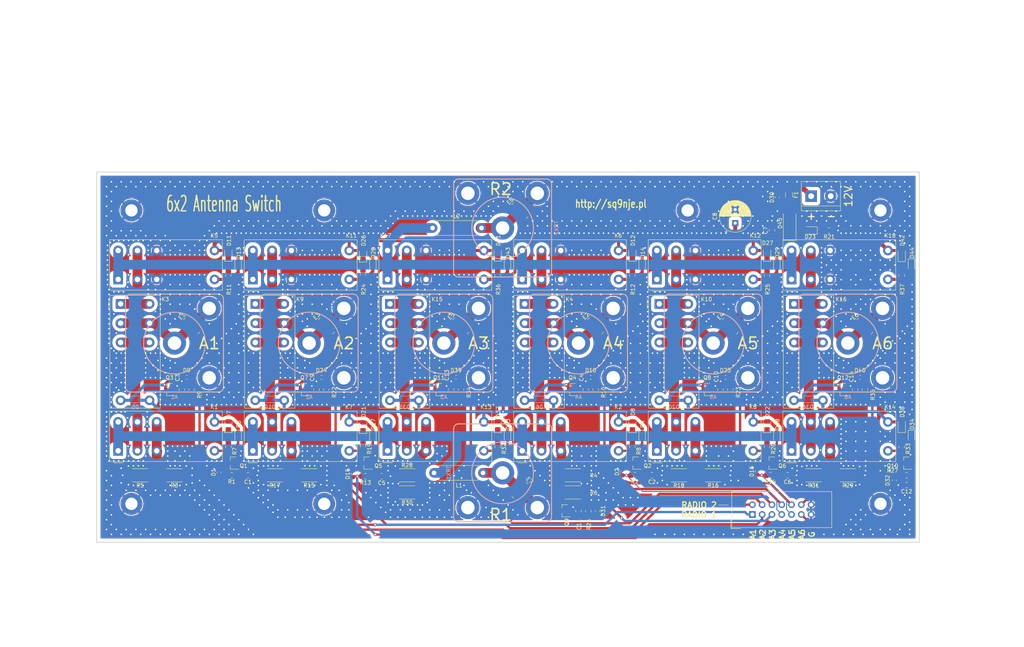
<source format=kicad_pcb>
(kicad_pcb (version 20211014) (generator pcbnew)
  (layers (0 "F.Cu" signal) (31 "B.Cu" signal) (34 "B.Paste" user) (35 "F.Paste" user) (36 "B.SilkS" user "B.Silkscreen") (37 "F.SilkS" user "F.Silkscreen") (38 "B.Mask" user) (39 "F.Mask" user) (44 "Edge.Cuts" user))
  (net 0 "")
  (net 1 "GND")
  (net 2 "Net-(A1-Pad1)")
  (net 3 "Net-(A2-Pad1)")
  (net 4 "Net-(A3-Pad1)")
  (net 5 "Net-(A4-Pad1)")
  (net 6 "Net-(A5-Pad1)")
  (net 7 "Net-(A6-Pad1)")
  (net 8 "Net-(C1-Pad1)")
  (net 9 "Net-(C2-Pad1)")
  (net 10 "Net-(C3-Pad1)")
  (net 11 "Net-(C4-Pad1)")
  (net 12 "Net-(C5-Pad1)")
  (net 13 "Net-(C6-Pad1)")
  (net 14 "+12V")
  (net 15 "Net-(C9-Pad1)")
  (net 16 "Net-(C10-Pad1)")
  (net 17 "Net-(C11-Pad1)")
  (net 18 "Net-(C12-Pad1)")
  (net 19 "Net-(C13-Pad1)")
  (net 20 "Net-(C14-Pad1)")
  (net 21 "A1R1")
  (net 22 "A4R1")
  (net 23 "Net-(D3-Pad2)")
  (net 24 "Net-(D4-Pad2)")
  (net 25 "Net-(D13-Pad2)")
  (net 26 "Net-(D14-Pad2)")
  (net 27 "Net-(D7-Pad1)")
  (net 28 "Net-(D8-Pad1)")
  (net 29 "A1R2")
  (net 30 "A4R2")
  (net 31 "Net-(D11-Pad1)")
  (net 32 "Net-(D12-Pad1)")
  (net 33 "A2R1")
  (net 34 "A5R1")
  (net 35 "Net-(D17-Pad2)")
  (net 36 "Net-(D18-Pad2)")
  (net 37 "Net-(D19-Pad2)")
  (net 38 "Net-(D20-Pad2)")
  (net 39 "Net-(D21-Pad1)")
  (net 40 "Net-(D22-Pad1)")
  (net 41 "Net-(D23-Pad1)")
  (net 42 "A2R2")
  (net 43 "A5R2")
  (net 44 "Net-(D26-Pad1)")
  (net 45 "Net-(D27-Pad1)")
  (net 46 "A3R1")
  (net 47 "A6R1")
  (net 48 "Net-(D33-Pad2)")
  (net 49 "Net-(D34-Pad2)")
  (net 50 "Net-(D35-Pad2)")
  (net 51 "Net-(D36-Pad2)")
  (net 52 "Net-(D37-Pad1)")
  (net 53 "Net-(D38-Pad1)")
  (net 54 "A3R2")
  (net 55 "A6R2")
  (net 56 "Net-(D41-Pad1)")
  (net 57 "Net-(D42-Pad1)")
  (net 58 "RADIO_1")
  (net 59 "RADIO_2")
  (net 60 "Net-(F1-Pad1)")
  (net 61 "Net-(K1-Pad3)")
  (net 62 "Net-(K1-Pad2)")
  (net 63 "Net-(K2-Pad3)")
  (net 64 "Net-(K2-Pad2)")
  (net 65 "Net-(K3-Pad1)")
  (net 66 "Net-(K4-Pad1)")
  (net 67 "Net-(K7-Pad3)")
  (net 68 "Net-(K7-Pad2)")
  (net 69 "Net-(K10-Pad3)")
  (net 70 "Net-(K8-Pad3)")
  (net 71 "Net-(K11-Pad2)")
  (net 72 "Net-(K10-Pad1)")
  (net 73 "Net-(K13-Pad2)")
  (net 74 "Net-(K13-Pad3)")
  (net 75 "Net-(K14-Pad3)")
  (net 76 "Net-(K14-Pad2)")
  (net 77 "Net-(K15-Pad1)")
  (net 78 "Net-(K16-Pad1)")
  (net 79 "Net-(E7-Pad1)")
  (net 80 "Net-(E8-Pad1)")
  (net 81 "Net-(D30-Pad1)")
  (footprint "Capacitor_SMD:C_0805_2012Metric_Pad1.15x1.40mm_HandSolder" (layer "F.Cu") (at 276.86 101.6 90)
    (fp_text reference "C7")
    (fp_text value "100n")
  )
  (footprint "Capacitor_SMD:C_0805_2012Metric_Pad1.15x1.40mm_HandSolder" (layer "F.Cu") (at 263.525 142.866 90)
    (fp_text reference "C10")
    (fp_text value "1n")
  )
  (footprint "Capacitor_SMD:C_0805_2012Metric_Pad1.15x1.40mm_HandSolder" (layer "F.Cu") (at 226.695 174.362 90)
    (fp_text reference "C11")
    (fp_text value "1n")
  )
  (footprint "Capacitor_SMD:C_0805_2012Metric_Pad1.15x1.40mm_HandSolder" (layer "F.Cu") (at 311.785 167.64 180)
    (fp_text reference "C12")
    (fp_text value "1n")
  )
  (footprint "Capacitor_SMD:C_0805_2012Metric_Pad1.15x1.40mm_HandSolder" (layer "F.Cu") (at 193.675 142.866 90)
    (fp_text reference "C13")
    (fp_text value "1n")
  )
  (footprint "Capacitor_SMD:C_0805_2012Metric_Pad1.15x1.40mm_HandSolder" (layer "F.Cu") (at 298.45 142.866 90)
    (fp_text reference "C14")
    (fp_text value "1n")
  )
  (footprint "Resistor_SMD:R_0603_1608Metric_Pad1.05x0.95mm_HandSolder" (layer "F.Cu") (at 133.477 164.352 90)
    (fp_text reference "D1")
    (fp_text value "TESDU24V")
  )
  (footprint "Diode_SMD:D_SOD-323" (layer "F.Cu") (at 138.43 154.94 -90)
    (fp_text reference "D3")
    (fp_text value "1N4148WS")
  )
  (footprint "Diode_SMD:D_SOD-323" (layer "F.Cu") (at 243.205 154.94 -90)
    (fp_text reference "D4")
    (fp_text value "1N4148WS")
  )
  (footprint "LED_SMD:LED_0805_2012Metric_Pad1.15x1.40mm_HandSolder" (layer "F.Cu") (at 135.89 152.155 90)
    (fp_text reference "D7")
    (fp_text value "LED")
  )
  (footprint "Resistor_SMD:R_0603_1608Metric_Pad1.05x0.95mm_HandSolder" (layer "F.Cu") (at 125.095 139.7 180)
    (fp_text reference "D9")
    (fp_text value "TESDU24V")
  )
  (footprint "LED_SMD:LED_0805_2012Metric_Pad1.15x1.40mm_HandSolder" (layer "F.Cu") (at 135.89 107.705 90)
    (fp_text reference "D11")
    (fp_text value "LED")
  )
  (footprint "LED_SMD:LED_0805_2012Metric_Pad1.15x1.40mm_HandSolder" (layer "F.Cu") (at 240.665 107.705 90)
    (fp_text reference "D12")
    (fp_text value "LED")
  )
  (footprint "Diode_SMD:D_SOD-323" (layer "F.Cu") (at 138.43 110.49 -90)
    (fp_text reference "D13")
    (fp_text value "1N4148WS")
  )
  (footprint "Diode_SMD:D_SOD-323" (layer "F.Cu") (at 243.205 110.49 -90)
    (fp_text reference "D14")
    (fp_text value "1N4148WS")
  )
  (footprint "Resistor_SMD:R_0603_1608Metric_Pad1.05x0.95mm_HandSolder" (layer "F.Cu") (at 273.05 164.07 90)
    (fp_text reference "D16")
    (fp_text value "TESDU24V")
  )
  (footprint "Diode_SMD:D_SOD-323" (layer "F.Cu") (at 173.355 154.94 -90)
    (fp_text reference "D17")
    (fp_text value "1N4148WS")
  )
  (footprint "Diode_SMD:D_SOD-323" (layer "F.Cu") (at 278.13 154.94 -90)
    (fp_text reference "D18")
    (fp_text value "1N4148WS")
  )
  (footprint "LED_SMD:LED_0805_2012Metric_Pad1.15x1.40mm_HandSolder" (layer "F.Cu") (at 170.815 152.391 90)
    (fp_text reference "D21")
    (fp_text value "LED")
  )
  (footprint "LED_SMD:LED_0805_2012Metric_Pad1.15x1.40mm_HandSolder" (layer "F.Cu") (at 275.59 152.155 90)
    (fp_text reference "D22")
    (fp_text value "LED")
  )
  (footprint "Resistor_SMD:R_0603_1608Metric_Pad1.05x0.95mm_HandSolder" (layer "F.Cu") (at 160.02 139.7 180)
    (fp_text reference "D24")
    (fp_text value "TESDU24V")
  )
  (footprint "Resistor_SMD:R_0603_1608Metric_Pad1.05x0.95mm_HandSolder" (layer "F.Cu") (at 264.795 139.7 180)
    (fp_text reference "D25")
    (fp_text value "TESDU24V")
  )
  (footprint "Diode_SMD:D_SOD-323" (layer "F.Cu") (at 173.355 110.49 -90)
    (fp_text reference "D28")
    (fp_text value "1N4148WS")
  )
  (footprint "Diode_SMD:D_SOD-323" (layer "F.Cu") (at 278.13 110.49 -90)
    (fp_text reference "D29")
    (fp_text value "1N4148WS")
  )
  (footprint "Resistor_SMD:R_0603_1608Metric_Pad1.05x0.95mm_HandSolder" (layer "F.Cu") (at 278.2824 93.0262 90)
    (fp_text reference "D30")
    (fp_text value "TESDU24V")
  )
  (footprint "Resistor_SMD:R_0603_1608Metric_Pad1.05x0.95mm_HandSolder" (layer "F.Cu") (at 231.648 174.357 -90)
    (fp_text reference "D31")
    (fp_text value "TESDU24V")
  )
  (footprint "Resistor_SMD:R_0603_1608Metric_Pad1.05x0.95mm_HandSolder" (layer "F.Cu") (at 308.61 166.37 -90)
    (fp_text reference "D32")
    (fp_text value "TESDU24V")
  )
  (footprint "Diode_SMD:D_SOD-323" (layer "F.Cu") (at 208.28 154.94 -90)
    (fp_text reference "D33")
    (fp_text value "1N4148WS")
  )
  (footprint "Diode_SMD:D_SOD-323" (layer "F.Cu") (at 313.055 154.94 -90)
    (fp_text reference "D34")
    (fp_text value "1N4148WS")
  )
  (footprint "LED_SMD:LED_0805_2012Metric_Pad1.15x1.40mm_HandSolder" (layer "F.Cu") (at 205.74 152.155 90)
    (fp_text reference "D37")
    (fp_text value "LED")
  )
  (footprint "LED_SMD:LED_0805_2012Metric_Pad1.15x1.40mm_HandSolder" (layer "F.Cu") (at 310.515 152.155 90)
    (fp_text reference "D38")
    (fp_text value "LED")
  )
  (footprint "Resistor_SMD:R_0603_1608Metric_Pad1.05x0.95mm_HandSolder" (layer "F.Cu") (at 194.945 139.7 180)
    (fp_text reference "D39")
    (fp_text value "TESDU24V")
  )
  (footprint "Resistor_SMD:R_0603_1608Metric_Pad1.05x0.95mm_HandSolder" (layer "F.Cu") (at 299.72 139.7 180)
    (fp_text reference "D40")
    (fp_text value "TESDU24V")
  )
  (footprint "LED_SMD:LED_0805_2012Metric_Pad1.15x1.40mm_HandSolder" (layer "F.Cu") (at 310.515 107.832 90)
    (fp_text reference "D42")
    (fp_text value "LED")
  )
  (footprint "Diode_SMD:D_SOD-323" (layer "F.Cu") (at 208.28 110.49 -90)
    (fp_text reference "D43")
    (fp_text value "1N4148WS")
  )
  (footprint "Diode_SMD:D_SOD-323" (layer "F.Cu") (at 313.055 110.49 -90)
    (fp_text reference "D44")
    (fp_text value "1N4148WS")
  )
  (footprint "QS_RF:GDT_SL1002A_HandSolder" (layer "F.Cu") (at 231.14 126.365 45)
    (fp_text reference "E2")
    (fp_text value "SL1002A600SM")
  )
  (footprint "QS_RF:GDT_SL1002A_HandSolder" (layer "F.Cu") (at 266.032437 126.397563 45)
    (fp_text reference "E4")
    (fp_text value "SL1002A600SM")
  )
  (footprint "QS_RF:GDT_SL1002A_HandSolder" (layer "F.Cu") (at 196.215 126.365 45)
    (fp_text reference "E5")
    (fp_text value "SL1002A600SM")
  )
  (footprint "QS_RF:GDT_SL1002A_HandSolder" (layer "F.Cu") (at 300.957437 126.397563 45)
    (fp_text reference "E6")
    (fp_text value "SL1002A600SM")
  )
  (footprint "QS_RF:GDT_SL1002A_HandSolder" (layer "F.Cu") (at 211.487563 168.942563 -45)
    (fp_text reference "E7")
    (fp_text value "SL1002A600SM")
  )
  (footprint "QS_RF:GDT_SL1002A_HandSolder" (layer "F.Cu") (at 211.487563 96.487437 45)
    (fp_text reference "E8")
    (fp_text value "SL1002A600SM")
  )
  (footprint "Fuse:Fuse_1206_3216Metric_Pad1.42x1.75mm_HandSolder" (layer "F.Cu") (at 281.305 92.3687 -90)
    (fp_text reference "F1")
    (fp_text value "0ZCJ0025AF2E")
  )
  (footprint "QS_RF:Relay_DPDT_Fujitsu_FTR-K1C" (layer "F.Cu") (at 107.315 158.75 90)
    (fp_text reference "K1")
    (fp_text value "Fujitsu_FTR-K1C")
  )
  (footprint "QS_RF:Relay_DPDT_Fujitsu_FTR-K1C" (layer "F.Cu") (at 212.09 158.75 90)
    (fp_text reference "K2")
    (fp_text value "Fujitsu_FTR-K1C")
  )
  (footprint "QS_RF:Relay_DPDT_Fujitsu_FTR-K1C" (layer "F.Cu") (at 212.725 120.65)
    (fp_text reference "K4")
    (fp_text value "Fujitsu_FTR-K1C")
  )
  (footprint "QS_RF:Relay_DPDT_Fujitsu_FTR-K1C" (layer "F.Cu") (at 107.315 114.3 90)
    (fp_text reference "K5")
    (fp_text value "Fujitsu_FTR-K1C")
  )
  (footprint "QS_RF:Relay_DPDT_Fujitsu_FTR-K1C" (layer "F.Cu") (at 212.09 114.3 90)
    (fp_text reference "K6")
    (fp_text value "Fujitsu_FTR-K1C")
  )
  (footprint "QS_RF:Relay_DPDT_Fujitsu_FTR-K1C" (layer "F.Cu") (at 142.24 158.75 90)
    (fp_text reference "K7")
    (fp_text value "Fujitsu_FTR-K1C")
  )
  (footprint "QS_RF:Relay_DPDT_Fujitsu_FTR-K1C" (layer "F.Cu") (at 142.875 120.65)
    (fp_text reference "K9")
    (fp_text value "Fujitsu_FTR-K1C")
  )
  (footprint "QS_RF:Relay_DPDT_Fujitsu_FTR-K1C" (layer "F.Cu") (at 247.65 120.65)
    (fp_text reference "K10")
    (fp_text value "Fujitsu_FTR-K1C")
  )
  (footprint "QS_RF:Relay_DPDT_Fujitsu_FTR-K1C" (layer "F.Cu") (at 142.24 114.3 90)
    (fp_text reference "K11")
    (fp_text value "Fujitsu_FTR-K1C")
  )
  (footprint "QS_RF:Relay_DPDT_Fujitsu_FTR-K1C" (layer "F.Cu") (at 247.015 114.3 90)
    (fp_text reference "K12")
    (fp_text value "Fujitsu_FTR-K1C")
  )
  (footprint "QS_RF:Relay_DPDT_Fujitsu_FTR-K1C" (layer "F.Cu") (at 177.165 158.75 90)
    (fp_text reference "K13")
    (fp_text value "Fujitsu_FTR-K1C")
  )
  (footprint "QS_RF:Relay_DPDT_Fujitsu_FTR-K1C" (layer "F.Cu") (at 281.94 158.75 90)
    (fp_text reference "K14")
    (fp_text value "Fujitsu_FTR-K1C")
  )
  (footprint "QS_RF:Relay_DPDT_Fujitsu_FTR-K1C" (layer "F.Cu") (at 177.8 120.65)
    (fp_text reference "K15")
    (fp_text value "Fujitsu_FTR-K1C")
  )
  (footprint "QS_RF:Relay_DPDT_Fujitsu_FTR-K1C" (layer "F.Cu") (at 282.575 120.65)
    (fp_text reference "K16")
    (fp_text value "Fujitsu_FTR-K1C")
  )
  (footprint "QS_RF:Relay_DPDT_Fujitsu_FTR-K1C" (layer "F.Cu") (at 281.94 114.3 90)
    (fp_text reference "K18")
    (fp_text value "Fujitsu_FTR-K1C")
  )
  (footprint "Resistor_THT:R_Axial_DIN0411_L9.9mm_D3.6mm_P12.70mm_Horizontal" (layer "F.Cu") (at 188.849 100.965)
    (fp_text reference "L2")
    (fp_text value "L_Small")
  )
  (footprint "Package_TO_SOT_SMD:SOT-23" (layer "F.Cu") (at 137.16 161.925 180)
    (fp_text reference "Q1")
    (fp_text value "BC817")
  )
  (footprint "Package_TO_SOT_SMD:SOT-23" (layer "F.Cu") (at 120.65 142.875 180)
    (fp_text reference "Q3")
    (fp_text value "BC817")
  )
  (footprint "Package_TO_SOT_SMD:SOT-23" (layer "F.Cu") (at 171.815 161.925 180)
    (fp_text reference "Q5")
    (fp_text value "BC817")
  )
  (footprint "Package_TO_SOT_SMD:SOT-23" (layer "F.Cu") (at 276.86 161.925 180)
    (fp_text reference "Q6")
    (fp_text value "BC817")
  )
  (footprint "Package_TO_SOT_SMD:SOT-23" (layer "F.Cu") (at 155.575 142.875 180)
    (fp_text reference "Q7")
    (fp_text value "BC817")
  )
  (footprint "Package_TO_SOT_SMD:SOT-23" (layer "F.Cu") (at 260.08 142.875 180)
    (fp_text reference "Q8")
    (fp_text value "BC817")
  )
  (footprint "Package_TO_SOT_SMD:SOT-23" (layer "F.Cu") (at 311.785 161.925 180)
    (fp_text reference "Q10")
    (fp_text value "BC817")
  )
  (footprint "Package_TO_SOT_SMD:SOT-23" (layer "F.Cu") (at 190.5 142.875 180)
    (fp_text reference "Q11")
    (fp_text value "BC817")
  )
  (footprint "Resistor_SMD:R_0805_2012Metric_Pad1.15x1.40mm_HandSolder" (layer "F.Cu") (at 136.77 165.1 180)
    (fp_text reference "R1")
    (fp_text value "1k")
  )
  (footprint "Resistor_SMD:R_0805_2012Metric_Pad1.15x1.40mm_HandSolder" (layer "F.Cu") (at 241.3 165.1 180)
    (fp_text reference "R2")
    (fp_text value "1k")
  )
  (footprint "Resistor_SMD:R_2512_6332Metric_Pad1.52x3.35mm_HandSolder" (layer "F.Cu") (at 225.2375 165.1 180)
    (fp_text reference "R4")
    (fp_text value "100")
  )
  (footprint "Resistor_SMD:R_2512_6332Metric_Pad1.52x3.35mm_HandSolder" (layer "F.Cu") (at 113.03 165.1 180)
    (fp_text reference "R5")
    (fp_text value "100")
  )
  (footprint "Resistor_SMD:R_2512_6332Metric_Pad1.52x3.35mm_HandSolder" (layer "F.Cu") (at 225.2375 169.545)
    (fp_text reference "R6")
    (fp_text value "100")
  )
  (footprint "Resistor_SMD:R_0805_2012Metric_Pad1.15x1.40mm_HandSolder" (layer "F.Cu") (at 135.89 157.725 -90)
    (fp_text reference "R7")
    (fp_text value "4.7k")
  )
  (footprint "Resistor_SMD:R_0805_2012Metric_Pad1.15x1.40mm_HandSolder" (layer "F.Cu") (at 240.665 157.725 -90)
    (fp_text reference "R8")
    (fp_text value "4.7k")
  )
  (footprint "Resistor_SMD:R_0805_2012Metric_Pad1.15x1.40mm_HandSolder" (layer "F.Cu") (at 126.365 142.875 90)
    (fp_text reference "R9")
    (fp_text value "1k")
  )
  (footprint "Resistor_SMD:R_0805_2012Metric_Pad1.15x1.40mm_HandSolder" (layer "F.Cu") (at 240.665 113.275 90)
    (fp_text reference "R12")
    (fp_text value "4.7k")
  )
  (footprint "Resistor_SMD:R_0805_2012Metric_Pad1.15x1.40mm_HandSolder" (layer "F.Cu") (at 171.45 165.345 180)
    (fp_text reference "R13")
    (fp_text value "1k")
  )
  (footprint "Resistor_SMD:R_0805_2012Metric_Pad1.15x1.40mm_HandSolder" (layer "F.Cu") (at 276.47 165.1 180)
    (fp_text reference "R14")
    (fp_text value "1k")
  )
  (footprint "Resistor_SMD:R_2512_6332Metric_Pad1.52x3.35mm_HandSolder" (layer "F.Cu") (at 156.845 165.1 180)
    (fp_text reference "R15")
    (fp_text value "100")
  )
  (footprint "Resistor_SMD:R_2512_6332Metric_Pad1.52x3.35mm_HandSolder" (layer "F.Cu") (at 252.73 165.1 180)
    (fp_text reference "R18")
    (fp_text value "100")
  )
  (footprint "Resistor_SMD:R_0805_2012Metric_Pad1.15x1.40mm_HandSolder" (layer "F.Cu") (at 170.815 157.489 -90)
    (fp_text reference "R19")
    (fp_text value "4.7k")
  )
  (footprint "Resistor_SMD:R_0805_2012Metric_Pad1.15x1.40mm_HandSolder" (layer "F.Cu") (at 275.59 157.725 -90)
    (fp_text reference "R20")
    (fp_text value "4.7k")
  )
  (footprint "Resistor_SMD:R_0805_2012Metric_Pad1.15x1.40mm_HandSolder" (layer "F.Cu") (at 291.71 101.6 180)
    (fp_text reference "R21")
    (fp_text value "4.7k")
  )
  (footprint "Resistor_SMD:R_0805_2012Metric_Pad1.15x1.40mm_HandSolder" (layer "F.Cu") (at 266.065 142.875 90)
    (fp_text reference "R23")
    (fp_text value "1k")
  )
  (footprint "Resistor_SMD:R_0805_2012Metric_Pad1.15x1.40mm_HandSolder" (layer "F.Cu") (at 170.815 113.03 90)
    (fp_text reference "R24")
    (fp_text value "4.7k")
  )
  (footprint "Resistor_SMD:R_0805_2012Metric_Pad1.15x1.40mm_HandSolder" (layer "F.Cu") (at 275.59 113.275 90)
    (fp_text reference "R25")
    (fp_text value "4.7k")
  )
  (footprint "Resistor_SMD:R_0805_2012Metric_Pad1.15x1.40mm_HandSolder" (layer "F.Cu") (at 229.235 174.38 90)
    (fp_text reference "R26")
    (fp_text value "1k")
  )
  (footprint "Resistor_SMD:R_2512_6332Metric_Pad1.52x3.35mm_HandSolder" (layer "F.Cu") (at 182.245 165.1)
    (fp_text reference "R28")
    (fp_text value "100")
  )
  (footprint "Resistor_SMD:R_2512_6332Metric_Pad1.52x3.35mm_HandSolder" (layer "F.Cu") (at 296.545 165.1 180)
    (fp_text reference "R29")
    (fp_text value "100")
  )
  (footprint "Resistor_SMD:R_2512_6332Metric_Pad1.52x3.35mm_HandSolder" (layer "F.Cu") (at 287.655 165.1 180)
    (fp_text reference "R31")
    (fp_text value "100")
  )
  (footprint "Resistor_SMD:R_0805_2012Metric_Pad1.15x1.40mm_HandSolder" (layer "F.Cu") (at 205.74 157.725 -90)
    (fp_text reference "R32")
    (fp_text value "4.7k")
  )
  (footprint "Resistor_SMD:R_0805_2012Metric_Pad1.15x1.40mm_HandSolder" (layer "F.Cu") (at 310.515 157.725 -90)
    (fp_text reference "R33")
    (fp_text value "4.7k")
  )
  (footprint "Resistor_SMD:R_0805_2012Metric_Pad1.15x1.40mm_HandSolder" (layer "F.Cu") (at 196.215 142.875 90)
    (fp_text reference "R34")
    (fp_text value "1k")
  )
  (footprint "Resistor_SMD:R_0805_2012Metric_Pad1.15x1.40mm_HandSolder" (layer "F.Cu") (at 300.99 142.875 90)
    (fp_text reference "R35")
    (fp_text value "1k")
  )
  (footprint "Resistor_SMD:R_0805_2012Metric_Pad1.15x1.40mm_HandSolder" (layer "F.Cu") (at 310.515 113.275 90)
    (fp_text reference "R37")
    (fp_text value "4.7k")
  )
  (footprint "QS_RF:Relay_DPDT_Fujitsu_FTR-K1C" (layer "F.Cu") (at 107.95 120.65)
    (fp_text reference "K3")
    (fp_text value "Fujitsu_FTR-K1C")
  )
  (footprint "Resistor_SMD:R_2512_6332Metric_Pad1.52x3.35mm_HandSolder" (layer "F.Cu") (at 121.92 165.1 180)
    (fp_text reference "R3")
    (fp_text value "100")
  )
  (footprint "Resistor_SMD:R_0805_2012Metric_Pad1.15x1.40mm_HandSolder" (layer "F.Cu") (at 135.89 113.275 90)
    (fp_text reference "R11")
    (fp_text value "4.7k")
  )
  (footprint "Capacitor_SMD:C_0805_2012Metric_Pad1.15x1.40mm_HandSolder" (layer "F.Cu") (at 123.825 142.875 90)
    (fp_text reference "C3")
    (fp_text value "1n")
  )
  (footprint "QS_RF:GDT_SL1002A_HandSolder" (layer "F.Cu") (at 161.29 126.365 45)
    (fp_text reference "E3")
    (fp_text value "SL1002A600SM")
  )
  (footprint "Resistor_SMD:R_2512_6332Metric_Pad1.52x3.35mm_HandSolder" (layer "F.Cu") (at 147.955 165.1 180)
    (fp_text reference "R17")
    (fp_text value "100")
  )
  (footprint "Capacitor_SMD:C_0805_2012Metric_Pad1.15x1.40mm_HandSolder" (layer "F.Cu") (at 158.75 142.884 90)
    (fp_text reference "C9")
    (fp_text value "1n")
  )
  (footprint "Resistor_SMD:R_0603_1608Metric_Pad1.05x0.95mm_HandSolder" (layer "F.Cu") (at 168.275 164.705 90)
    (fp_text reference "D15")
    (fp_text value "TESDU24V")
  )
  (footprint "Capacitor_SMD:C_0805_2012Metric_Pad1.15x1.40mm_HandSolder" (layer "F.Cu") (at 175.65 165.354)
    (fp_text reference "C5")
    (fp_text value "1n")
  )
  (footprint "Resistor_SMD:R_0805_2012Metric_Pad1.15x1.40mm_HandSolder" (layer "F.Cu") (at 161.29 142.875 90)
    (fp_text reference "R22")
    (fp_text value "1k")
  )
  (footprint "QS_RF:GDT_SL1002A_HandSolder" (layer "F.Cu") (at 126.365 126.365 45)
    (fp_text reference "E1")
    (fp_text value "SL1002A600SM")
  )
  (footprint "Capacitor_SMD:C_0805_2012Metric_Pad1.15x1.40mm_HandSolder" (layer "F.Cu") (at 140.979 165.1)
    (fp_text reference "C1")
    (fp_text value "1n")
  )
  (footprint "QS_RF:Relay_DPDT_Fujitsu_FTR-K1C" (layer "F.Cu") (at 177.165 114.3 90)
    (fp_text reference "K17")
    (fp_text value "Fujitsu_FTR-K1C")
  )
  (footprint "Resistor_SMD:R_2512_6332Metric_Pad1.52x3.35mm_HandSolder" (layer "F.Cu") (at 182.245 169.545 180)
    (fp_text reference "R30")
    (fp_text value "100")
  )
  (footprint "Resistor_SMD:R_0805_2012Metric_Pad1.15x1.40mm_HandSolder" (layer "F.Cu") (at 205.74 113.275 90)
    (fp_text reference "R36")
    (fp_text value "4.7k")
  )
  (footprint "LED_SMD:LED_0805_2012Metric_Pad1.15x1.40mm_HandSolder" (layer "F.Cu") (at 170.815 107.95 90)
    (fp_text reference "D26")
    (fp_text value "LED")
  )
  (footprint "Resistor_THT:R_Axial_DIN0411_L9.9mm_D3.6mm_P12.70mm_Horizontal" (layer "F.Cu") (at 189.23 164.465)
    (fp_text reference "L1")
    (fp_text value "L_Small")
  )
  (footprint "LED_SMD:LED_0805_2012Metric_Pad1.15x1.40mm_HandSolder" (layer "F.Cu") (at 240.665 152.155 90)
    (fp_text reference "D8")
    (fp_text value "LED")
  )
  (footprint "LED_SMD:LED_0805_2012Metric_Pad1.15x1.40mm_HandSolder" (layer "F.Cu") (at 205.74 107.705 90)
    (fp_text reference "D41")
    (fp_text value "LED")
  )
  (footprint "QS_RF:Relay_DPDT_Fujitsu_FTR-K1C" (layer "F.Cu") (at 247.015 158.75 90)
    (fp_text reference "K8")
    (fp_text value "Fujitsu_FTR-K1C")
  )
  (footprint "Resistor_SMD:R_2512_6332Metric_Pad1.52x3.35mm_HandSolder" (layer "F.Cu") (at 261.62 165.1 180)
    (fp_text reference "R16")
    (fp_text value "100")
  )
  (footprint "Package_TO_SOT_SMD:SOT-23" (layer "F.Cu") (at 295.275 142.875 180)
    (fp_text reference "Q12")
    (fp_text value "BC817")
  )
  (footprint "LED_SMD:LED_0805_2012Metric_Pad1.15x1.40mm_HandSolder" (layer "F.Cu") (at 275.59 107.705 90)
    (fp_text reference "D27")
    (fp_text value "LED")
  )
  (footprint "Resistor_SMD:R_0603_1608Metric_Pad1.05x0.95mm_HandSolder" (layer "F.Cu") (at 238.125 164.225 90)
    (fp_text reference "D2")
    (fp_text value "TESDU24V")
  )
  (footprint "Resistor_SMD:R_0805_2012Metric_Pad1.15x1.40mm_HandSolder" (layer "F.Cu") (at 311.785 165.1 180)
    (fp_text reference "R27")
    (fp_text value "1k")
  )
  (footprint "Capacitor_SMD:C_0805_2012Metric_Pad1.15x1.40mm_HandSolder" (layer "F.Cu") (at 280.915 165.1)
    (fp_text reference "C6")
    (fp_text value "1n")
  )
  (footprint "LED_SMD:LED_0805_2012Metric_Pad1.15x1.40mm_HandSolder" (layer "F.Cu") (at 286.775 101.6 180)
    (fp_text reference "D23")
    (fp_text value "LED")
  )
  (footprint "Connector_IDC:IDC-Header_2x07_P2.54mm_Vertical" (layer "F.Cu") (at 271.78 175.26 90)
    (fp_text reference "J1" hide)
    (fp_text value "Conn_02x07_Odd_Even")
  )
  (footprint "Package_TO_SOT_SMD:SOT-23" (layer "F.Cu") (at 241.57 161.925 180)
    (fp_text reference "Q2")
    (fp_text value "BC817")
  )
  (footprint "Package_TO_SOT_SMD:SOT-23" (layer "F.Cu") (at 223.155 174.305 180)
    (fp_text reference "Q9")
    (fp_text value "BC817")
  )
  (footprint "TerminalBlock:TerminalBlock_bornier-2_P5.08mm" (layer "F.Cu") (at 287.02 92.71)
    (fp_text reference "J2" hide)
    (fp_text value "Conn_01x02")
  )
  (footprint "Capacitor_THT:CP_Radial_D8.0mm_P3.50mm" (layer "F.Cu") (at 267.335 99.695 90)
    (fp_text reference "C8")
    (fp_text value "470u")
  )
  (footprint "MountingHole:MountingHole_3.2mm_M3_ISO7380_Pad" (layer "F.Cu") (at 110.75 96.4)
    (fp_text reference "REF**" hide)
    (fp_text value "MountingHole_3.2mm_M3_ISO7380_Pad")
  )
  (footprint "MountingHole:MountingHole_3.2mm_M3_ISO7380_Pad" (layer "F.Cu") (at 305 172.5)
    (fp_text reference "REF**" hide)
    (fp_text value "MountingHole_3.2mm_M3_ISO7380_Pad")
  )
  (footprint "Capacitor_SMD:C_0805_2012Metric_Pad1.15x1.40mm_HandSolder" (layer "F.Cu") (at 245.745 165.1)
    (fp_text reference "C2")
    (fp_text value "1n")
  )
  (footprint "Resistor_SMD:R_0805_2012Metric_Pad1.15x1.40mm_HandSolder" (layer "F.Cu") (at 231.14 142.875 90)
    (fp_text reference "R10")
    (fp_text value "1k")
  )
  (footprint "Package_TO_SOT_SMD:SOT-23" (layer "F.Cu") (at 225.155 142.875 180)
    (fp_text reference "Q4")
    (fp_text value "BC817")
  )
  (footprint "Resistor_SMD:R_0603_1608Metric_Pad1.05x0.95mm_HandSolder" (layer "F.Cu") (at 229.87 139.7 180)
    (fp_text reference "D10")
    (fp_text value "TESDU24V")
  )
  (footprint "Capacitor_SMD:C_0805_2012Metric_Pad1.15x1.40mm_HandSolder" (layer "F.Cu") (at 228.6 142.866 90)
    (fp_text reference "C4")
    (fp_text value "1n")
  )
  (footprint "Diode_SMD:D_SMA_Handsoldering" (layer "F.Cu") (at 281.4574 99.7312 90)
    (fp_text reference "D45")
    (fp_text value "ER1B")
  )
  (footprint "MountingHole:MountingHole_3.2mm_M3_ISO7380_Pad" (layer "F.Cu") (at 160.75 96.4)
    (fp_text reference "REF**" hide)
    (fp_text value "MountingHole_3.2mm_M3_ISO7380_Pad")
  )
  (footprint "MountingHole:MountingHole_3.2mm_M3_ISO7380_Pad" (layer "F.Cu") (at 305 96.4)
    (fp_text reference "REF**" hide)
    (fp_text value "MountingHole_3.2mm_M3_ISO7380_Pad")
  )
  (footprint "MountingHole:MountingHole_3.2mm_M3_ISO7380_Pad" (layer "F.Cu") (at 110.75 172.5)
    (fp_text reference "REF**" hide)
    (fp_text value "MountingHole_3.2mm_M3_ISO7380_Pad")
  )
  (footprint "MountingHole:MountingHole_3.2mm_M3_ISO7380_Pad" (layer "F.Cu") (at 255 96.4)
    (fp_text reference "REF**" hide)
    (fp_text value "MountingHole_3.2mm_M3_ISO7380_Pad")
  )
  (footprint "MountingHole:MountingHole_3.2mm_M3_ISO7380_Pad" (layer "F.Cu") (at 160.75 172.5)
    (fp_text reference "REF**" hide)
    (fp_text value "MountingHole_3.2mm_M3_ISO7380_Pad")
  )
  (footprint "Diode_SMD:D_SOD-323" (layer "B.Cu") (at 111.76 145.415 180)
    (fp_text reference "D5")
    (fp_text value "1N4148WS")
  )
  (footprint "Diode_SMD:D_SOD-323" (layer "B.Cu") (at 216.535 145.415 180)
    (fp_text reference "D6")
    (fp_text value "1N4148WS")
  )
  (footprint "Diode_SMD:D_SOD-323" (layer "B.Cu") (at 251.46 145.415 180)
    (fp_text reference "D20")
    (fp_text value "1N4148WS")
  )
  (footprint "Diode_SMD:D_SOD-323" (layer "B.Cu") (at 181.61 145.415 180)
    (fp_text reference "D35")
    (fp_text value "1N4148WS")
  )
  (footprint "Diode_SMD:D_SOD-323" (layer "B.Cu") (at 286.165 145.415 180)
    (fp_text reference "D36")
    (fp_text value "1N4148WS")
  )
  (footprint "Diode_SMD:D_SOD-323" (layer "B.Cu") (at 146.685 145.415 180)
    (fp_text reference "D19")
    (fp_text value "1N4148WS")
  )
  (footprint "QS_RF:UC1-Square-2HolesRight" (layer "B.Cu") (at 207.01 100.965 90)
    (fp_text reference "TRX2")
    (fp_text value "Conn_Coaxial")
  )
  (footprint "QS_RF:UC1-Square-2HolesRight" (layer "B.Cu") (at 121.92 130.81)
    (fp_text reference "A1")
    (fp_text value "Conn_Coaxial")
  )
  (footprint "QS_RF:UC1-Square-2HolesRight" (layer "B.Cu") (at 156.845 130.81)
    (fp_text reference "A2")
    (fp_text value "Conn_Coaxial")
  )
  (footprint "QS_RF:UC1-Square-2HolesRight" (layer "B.Cu") (at 191.77 130.81)
    (fp_text reference "A3")
    (fp_text value "Conn_Coaxial")
  )
  (footprint "QS_RF:UC1-Square-2HolesRight" (layer "B.Cu") (at 226.695 130.81)
    (fp_text reference "A4")
    (fp_text value "Conn_Coaxial")
  )
  (footprint "QS_RF:UC1-Square-2HolesRight" (layer "B.Cu") (at 261.62 130.81)
    (fp_text reference "A5")
    (fp_text value "Conn_Coaxial")
  )
  (footprint "QS_RF:UC1-Square-2HolesRight" (layer "B.Cu") (at 296.545 130.81)
    (fp_text reference "A6")
    (fp_text value "Conn_Coaxial")
  )
  (footprint "QS_RF:UC1-Square-2HolesRight" (layer "B.Cu") (at 207.01 164.465 -90)
    (fp_text reference "TRX1")
    (fp_text value "Conn_Coaxial")
  )
  (gr_line (start 263.0424 172.7962) (end 265.5824 172.7962) (layer "F.SilkS") (width 0.12))
  (gr_line (start 263.0424 175.3362) (end 265.5824 175.3362) (layer "F.SilkS") (width 0.12))
  (gr_line (start 101.7524 86.4362) (end 315.087 86.4616) (layer "Edge.Cuts") (width 0.2))
  (gr_line (start 101.7524 86.4362) (end 101.7524 182.481953) (layer "Edge.Cuts") (width 0.2))
  (gr_line (start 315.087 86.4616) (end 315.087 182.481953) (layer "Edge.Cuts") (width 0.2))
  (gr_line (start 101.7524 182.481953) (end 315.087 182.481953) (layer "Edge.Cuts") (width 0.2))
  (gr_text "G" (at 287.1724 180.4162 90) (layer "F.SilkS") (effects (font (size 1.5 1.5) (thickness 0.3))))
  (gr_text "+" (at 287.0454 97.8662) (layer "F.SilkS") (effects (font (size 2 2) (thickness 0.3))))
  (gr_text "R1" (at 206.5274 175.3362) (layer "F.SilkS") (effects (font (size 3 3) (thickness 0.4))))
  (gr_text "RADIO 1" (at 257.9624 175.3362) (layer "F.SilkS") (effects (font (size 1.5 1.5) (thickness 0.3))))
  (gr_text "A3" (at 277.0124 180.4162 90) (layer "F.SilkS") (effects (font (size 1.5 1.5) (thickness 0.3))))
  (gr_text "A2" (at 165.8874 130.8862) (layer "F.SilkS") (effects (font (size 3 3) (thickness 0.4))))
  (gr_text "12V" (at 296.6974 92.7862 90) (layer "F.SilkS") (effects (font (size 2 2) (thickness 0.3))))
  (gr_text "http://sq9nje.pl" (at 235.1024 94.6912) (layer "F.SilkS") (effects (font (size 2 1.5) (thickness 0.3))))
  (gr_text "A5" (at 282.0924 180.4162 90) (layer "F.SilkS") (effects (font (size 1.5 1.5) (thickness 0.3))))
  (gr_text "RADIO 2" (at 257.9624 172.7962) (layer "F.SilkS") (effects (font (size 1.5 1.5) (thickness 0.3))))
  (gr_text "A3" (at 200.8124 130.8862) (layer "F.SilkS") (effects (font (size 3 3) (thickness 0.4))))
  (gr_text "A4" (at 235.7374 130.8862) (layer "F.SilkS") (effects (font (size 3 3) (thickness 0.4))))
  (gr_text "A1" (at 130.9624 130.8862) (layer "F.SilkS") (effects (font (size 3 3) (thickness 0.4))))
  (gr_text "A6" (at 305.5874 130.8862) (layer "F.SilkS") (effects (font (size 3 3) (thickness 0.4))))
  (gr_text "A1" (at 271.9324 180.4162 90) (layer "F.SilkS") (effects (font (size 1.5 1.5) (thickness 0.3))))
  (gr_text "A4" (at 279.5524 180.4162 90) (layer "F.SilkS") (effects (font (size 1.5 1.5) (thickness 0.3))))
  (gr_text "R2" (at 206.5274 90.8812) (layer "F.SilkS") (effects (font (size 3 3) (thickness 0.4))))
  (gr_text "A6" (at 284.6324 180.4162 90) (layer "F.SilkS") (effects (font (size 1.5 1.5) (thickness 0.3))))
  (gr_text "6x2 Antenna Switch" (at 134.7724 94.6912) (layer "F.SilkS") (effects (font (size 4 2) (thickness 0.35))))
  (gr_text "A2" (at 274.4724 180.4162 90) (layer "F.SilkS") (effects (font (size 1.5 1.5) (thickness 0.3))))
  (gr_text "A5" (at 270.6624 130.8862) (layer "F.SilkS") (effects (font (size 3 3) (thickness 0.4))))
  (gr_text "-" (at 292.2524 97.8662) (layer "F.SilkS") (effects (font (size 2 2) (thickness 0.3))))
  (segment (start 122.616 141.925) (end 123.75 141.925) (width 0.6096) (layer "F.Cu") (net 1))
  (segment (start 158.75 140.716) (end 158.75 140.095) (width 0.6096) (layer "F.Cu") (net 1))
  (segment (start 157.541 141.925) (end 158.684 141.925) (width 0.6096) (layer "F.Cu") (net 1))
  (segment (start 193.675 140.716) (end 193.675 140.095) (width 0.6096) (layer "F.Cu") (net 1))
  (segment (start 192.466 141.925) (end 193.591 141.925) (width 0.6096) (layer "F.Cu") (net 1))
  (segment (start 262.189 141.925) (end 263.441 141.925) (width 0.6096) (layer "F.Cu") (net 1))
  (segment (start 263.525 140.716) (end 263.525 140.095) (width 0.6096) (layer "F.Cu") (net 1))
  (segment (start 298.45 140.716) (end 298.45 140.095) (width 0.6096) (layer "F.Cu") (net 1))
  (segment (start 297.241 141.925) (end 298.366 141.925) (width 0.6096) (layer "F.Cu") (net 1))
  (segment (start 142.875 165.1) (end 143.383 165.1) (width 1.016) (layer "F.Cu") (net 1))
  (segment (start 143.383 165.1) (end 144.9675 165.1) (width 1.016) (layer "F.Cu") (net 1))
  (segment (start 309.626 167.64) (end 309.005 167.64) (width 0.6096) (layer "F.Cu") (net 1))
  (segment (start 228.6 141.841) (end 228.6 140.716) (width 0.6096) (layer "F.Cu") (net 1))
  (segment (start 227.137 141.925) (end 228.516 141.925) (width 0.6096) (layer "F.Cu") (net 1))
  (segment (start 228.6 140.716) (end 228.6 140.095) (width 0.6096) (layer "F.Cu") (net 1))
  (segment (start 228.6 140.095) (end 228.995 139.7) (width 0.6096) (layer "F.Cu") (net 1))
  (segment (start 226.155 141.925) (end 227.137 141.925) (width 0.6096) (layer "F.Cu") (net 1))
  (segment (start 228.516 141.925) (end 228.6 141.841) (width 0.6096) (layer "F.Cu") (net 1))
  (segment (start 291.94 114.3) (end 291.94 114.3) (width 2.54) (layer "F.Cu") (net 1))
  (segment (start 299.5325 165.1) (end 299.5325 167.4525) (width 0.6096) (layer "F.Cu") (net 1))
  (segment (start 110.0425 165.1) (end 108.458 165.1) (width 1.016) (layer "F.Cu") (net 1))
  (segment (start 158.684 141.925) (end 158.75 141.859) (width 0.6096) (layer "F.Cu") (net 1))
  (segment (start 200.77 121.81) (end 198.12 124.46) (width 2.54) (layer "F.Cu") (net 1))
  (segment (start 224.155 173.355) (end 226.677 173.355) (width 0.6096) (layer "F.Cu") (net 1))
  (segment (start 191.5 141.925) (end 192.466 141.925) (width 0.6096) (layer "F.Cu") (net 1))
  (segment (start 156.575 141.925) (end 157.541 141.925) (width 0.6096) (layer "F.Cu") (net 1))
  (segment (start 124.9075 162.7475) (end 124.968 162.687) (width 1.016) (layer "F.Cu") (net 1))
  (segment (start 164.924 139.81) (end 165.845 139.81) (width 0.6096) (layer "F.Cu") (net 1))
  (segment (start 284.6675 165.1) (end 284.6675 162.8745) (width 0.6096) (layer "F.Cu") (net 1))
  (segment (start 138.16 160.925) (end 139.065 160.02) (width 0.6096) (layer "F.Cu") (net 1))
  (segment (start 296.275 141.925) (end 297.241 141.925) (width 0.6096) (layer "F.Cu") (net 1))
  (segment (start 179.197 162.687) (end 179.197 165.0395) (width 0.6096) (layer "F.Cu") (net 1))
  (segment (start 284.6675 162.8745) (end 284.607 162.814) (width 0.6096) (layer "F.Cu") (net 1))
  (segment (start 249.7425 165.1) (end 249.7425 167.4525) (width 0.6096) (layer "F.Cu") (net 1))
  (segment (start 264.6075 165.1) (end 264.6075 162.8745) (width 0.6096) (layer "F.Cu") (net 1))
  (segment (start 263.525 141.841) (end 263.525 140.716) (width 0.6096) (layer "F.Cu") (net 1))
  (segment (start 179.197 169.6055) (end 179.2575 169.545) (width 0.6096) (layer "F.Cu") (net 1))
  (segment (start 249.7425 162.7475) (end 249.682 162.687) (width 0.6096) (layer "F.Cu") (net 1))
  (segment (start 281.94 165.1) (end 283.21 165.1) (width 0.6096) (layer "F.Cu") (net 1))
  (segment (start 168.275 163.83) (end 167.005 163.83) (width 0.6096) (layer "F.Cu") (net 1))
  (segment (start 298.45 141.841) (end 298.45 140.716) (width 0.6096) (layer "F.Cu") (net 1))
  (segment (start 144.9675 165.1) (end 144.9675 167.4465) (width 1.016) (layer "F.Cu") (net 1))
  (segment (start 246.77 165.1) (end 248.285 165.1) (width 0.6096) (layer "F.Cu") (net 1))
  (segment (start 176.675 165.354) (end 179.0035 165.354) (width 0.6096) (layer "F.Cu") (net 1))
  (segment (start 273.05 163.195) (end 271.78 163.195) (width 0.6096) (layer "F.Cu") (net 1))
  (segment (start 193.675 141.841) (end 193.675 140.716) (width 0.6096) (layer "F.Cu") (net 1))
  (segment (start 257.015 114.3) (end 257.015 106.8) (width 2.54) (layer "F.Cu") (net 1))
  (segment (start 110.0425 162.7475) (end 109.982 162.687) (width 1.016) (layer "F.Cu") (net 1))
  (segment (start 264.6075 165.1) (end 266.065 165.1) (width 0.6096) (layer "F.Cu") (net 1))
  (segment (start 159.8325 162.7475) (end 159.893 162.687) (width 1.016) (layer "F.Cu") (net 1))
  (segment (start 232.763 175.232) (end 232.791 175.26) (width 0.6096) (layer "F.Cu") (net 1))
  (segment (start 249.7425 167.4525) (end 249.682 167.513) (width 0.6096) (layer "F.Cu") (net 1))
  (segment (start 117.315 106.8) (end 117.315 114.3) (width 2.54) (layer "F.Cu") (net 1))
  (segment (start 276.86 100.575) (end 276.86 99.06) (width 0.6096) (layer "F.Cu") (net 1))
  (segment (start 172.815 160.975) (end 173.035 160.975) (width 0.6096) (layer "F.Cu") (net 1))
  (segment (start 264.6075 165.1) (end 264.6075 167.4525) (width 0.6096) (layer "F.Cu") (net 1))
  (segment (start 124.9075 167.4525) (end 124.968 167.513) (width 1.016) (layer "F.Cu") (net 1))
  (segment (start 187.165 114.3) (end 187.165 106.8) (width 2.54) (layer "F.Cu") (net 1))
  (segment (start 124.9075 165.1) (end 126.492 165.1) (width 1.016) (layer "F.Cu") (net 1))
  (segment (start 226.677 173.355) (end 226.695 173.337) (width 0.6096) (layer "F.Cu") (net 1))
  (segment (start 284.6675 165.1) (end 284.6675 167.4525) (width 0.6096) (layer "F.Cu") (net 1))
  (segment (start 193.675 140.095) (end 194.07 139.7) (width 0.6096) (layer "F.Cu") (net 1))
  (segment (start 133.477 163.477) (end 132.235 163.477) (width 0.6096) (layer "F.Cu") (net 1))
  (segment (start 292.735 101.6) (end 294.005 101.6) (width 0.6096) (layer "F.Cu") (net 1))
  (segment (start 298.366 141.925) (end 298.45 141.841) (width 0.6096) (layer "F.Cu") (net 1))
  (segment (start 228.225 165.1) (end 228.225 162.693) (width 0.6096) (layer "F.Cu") (net 1))
  (segment (start 264.6075 167.4525) (end 264.668 167.513) (width 0.6096) (layer "F.Cu") (net 1))
  (segment (start 284.6675 165.1) (end 283.21 165.1) (width 0.6096) (layer "F.Cu") (net 1))
  (segment (start 159.8325 165.1) (end 159.8325 162.7475) (width 1.016) (layer "F.Cu") (net 1))
  (segment (start 124.9075 165.1) (end 124.9075 167.4525) (width 1.016) (layer "F.Cu") (net 1))
  (segment (start 193.591 141.925) (end 193.675 141.841) (width 0.6096) (layer "F.Cu") (net 1))
  (segment (start 309.005 167.64) (end 308.61 167.245) (width 0.6096) (layer "F.Cu") (net 1))
  (segment (start 123.825 140.095) (end 124.22 139.7) (width 0.6096) (layer "F.Cu") (net 1))
  (segment (start 142.004 165.1) (end 142.875 165.1) (width 1.016) (layer "F.Cu") (net 1))
  (segment (start 179.197 165.0395) (end 179.2575 165.1) (width 0.6096) (layer "F.Cu") (net 1))
  (segment (start 110.0425 165.1) (end 110.0425 167.4525) (width 1.016) (layer "F.Cu") (net 1))
  (segment (start 158.75 140.095) (end 159.145 139.7) (width 0.6096) (layer "F.Cu") (net 1))
  (segment (start 138.16 160.975) (end 138.16 160.925) (width 0.6096) (layer "F.Cu") (net 1))
  (segment (start 216.01 91.965) (end 213.36 94.615) (width 2.54) (layer "F.Cu") (net 1))
  (segment (start 159.8325 165.1) (end 161.417 165.1) (width 1.016) (layer "F.Cu") (net 1))
  (segment (start 110.0425 165.1) (end 110.0425 162.7475) (width 1.016) (layer "F.Cu") (net 1))
  (segment (start 299.5325 165.1) (end 299.5325 162.8745) (width 0.6096) (layer "F.Cu") (net 1))
  (segment (start 124.9075 165.1) (end 124.9075 162.7475) (width 1.016) (layer "F.Cu") (net 1))
  (segment (start 123.825 140.335) (end 123.825 140.716) (width 0.6096) (layer "F.Cu") (net 1))
  (segment (start 179.2575 165.1) (end 179.2575 169.545) (width 2.54) (layer "F.Cu") (net 1))
  (segment (start 198.01 173.465) (end 197.22 173.465) (width 2.54) (layer "F.Cu") (net 1))
  (segment (start 165.845 121.81) (end 163.195 124.46) (width 2.54) (layer "F.Cu") (net 1))
  (segment (start 242.57 160.975) (end 242.57 160.909) (width 0.6096) (layer "F.Cu") (net 1))
  (segment (start 132.235 163.477) (end 132.207 163.449) (width 0.6096) (layer "F.Cu") (net 1))
  (segment (start 263.441 141.925) (end 263.525 141.841) (width 0.6096) (layer "F.Cu") (net 1))
  (segment (start 261.08 141.925) (end 262.189 141.925) (width 0.6096) (layer "F.Cu") (net 1))
  (segment (start 310.76 167.64) (end 309.626 167.64) (width 0.6096) (layer "F.Cu") (net 1))
  (segment (start 312.785 159.782) (end 312.801 159.766) (width 0.6096) (layer "F.Cu") (net 1))
  (segment (start 222.09 106.8) (end 222.09 114.3) (width 2.54) (layer "F.Cu") (net 1))
  (segment (start 123.825 140.335) (end 123.825 140.095) (width 0.6096) (layer "F.Cu") (net 1))
  (segment (start 236.883 163.35) (end 236.855 163.322) (width 0.6096) (layer "F.Cu") (net 1))
  (segment (start 264.6075 162.8745) (end 264.668 162.814) (width 0.6096) (layer "F.Cu") (net 1))
  (segment (start 235.695 121.81) (end 233.045 124.46) (width 2.54) (layer "F.Cu") (net 1))
  (segment (start 312.785 160.975) (end 312.785 159.782) (width 0.6096) (layer "F.Cu") (net 1))
  (segment (start 121.65 141.925) (end 122.616 141.925) (width 0.6096) (layer "F.Cu") (net 1))
  (segment (start 242.57 160.909) (end 243.459 160.02) (width 0.6096) (layer "F.Cu") (net 1))
  (segment (start 299.5325 167.4525) (end 299.593 167.513) (width 0.6096) (layer "F.Cu") (net 1))
  (segment (start 158.75 141.859) (end 158.75 140.716) (width 0.6096) (layer "F.Cu") (net 1))
  (segment (start 298.45 140.095) (end 298.845 139.7) (width 0.6096) (layer "F.Cu") (net 1))
  (segment (start 305.545 121.81) (end 302.895 124.46) (width 2.54) (layer "F.Cu") (net 1))
  (segment (start 152.24 106.8) (end 152.24 114.3) (width 2.54) (layer "F.Cu") (net 1))
  (segment (start 144.9675 162.7535) (end 145.034 162.687) (width 1.016) (layer "F.Cu") (net 1))
  (segment (start 123.825 141.85) (end 123.825 140.335) (width 0.6096) (layer "F.Cu") (net 1))
  (segment (start 129.985 139.81) (end 130.92 139.81) (width 0.6096) (layer "F.Cu") (net 1))
  (segment (start 179.0035 165.354) (end 179.2575 165.1) (width 0.6096) (layer "F.Cu") (net 1))
  (segment (start 284.6675 167.4525) (end 284.607 167.513) (width 0.6096) (layer "F.Cu") (net 1))
  (segment (start 249.7425 165.1) (end 249.7425 162.7475) (width 0.6096) (layer "F.Cu") (net 1))
  (segment (start 144.9675 167.4465) (end 145.034 167.513) (width 1.016) (layer "F.Cu") (net 1))
  (segment (start 179.197 171.958) (end 179.197 169.6055) (width 0.6096) (layer "F.Cu") (net 1))
  (segment (start 216.01 173.465) (end 213.36 170.815) (width 2.54) (layer "F.Cu") (net 1))
  (segment (start 130.81 121.92) (end 130.92 121.81) (width 2.54) (layer "F.Cu") (net 1))
  (segment (start 277.86 160.925) (end 278.765 160.02) (width 0.6096) (layer "F.Cu") (net 1))
  (segment (start 159.8325 167.4525) (end 159.893 167.513) (width 1.016) (layer "F.Cu") (net 1))
  (segment (start 299.5325 165.1) (end 300.99 165.1) (width 0.6096) (layer "F.Cu") (net 1))
  (segment (start 277.86 160.975) (end 277.86 160.925) (width 0.6096) (layer "F.Cu") (net 1))
  (segment (start 130.92 139.81) (end 131.335 139.81) (width 2.54) (layer "F.Cu") (net 1))
  (segment (start 263.525 140.095) (end 263.92 139.7) (width 0.6096) (layer "F.Cu") (net 1))
  (segment (start 249.7425 165.1) (end 248.285 165.1) (width 0.6096) (layer "F.Cu") (net 1))
  (segment (start 110.0425 167.4525) (end 109.982 167.513) (width 1.016) (layer "F.Cu") (net 1))
  (segment (start 238.125 163.35) (end 236.883 163.35) (width 0.6096) (layer "F.Cu") (net 1))
  (segment (start 159.8325 165.1) (end 159.8325 167.4525) (width 1.016) (layer "F.Cu") (net 1))
  (segment (start 270.62 121.81) (end 267.97 124.46) (width 2.54) (layer "F.Cu") (net 1))
  (segment (start 299.5325 162.8745) (end 299.593 162.814) (width 0.6096) (layer "F.Cu") (net 1))
  (segment (start 123.75 141.925) (end 123.825 141.85) (width 0.6096) (layer "F.Cu") (net 1))
  (segment (start 228.225 165.1) (end 228.225 169.545) (width 2.54) (layer "F.Cu") (net 1))
  (segment (start 173.035 160.975) (end 173.99 160.02) (width 0.6096) (layer "F.Cu") (net 1))
  (segment (start 130.92 121.81) (end 128.27 124.46) (width 2.54) (layer "F.Cu") (net 1))
  (segment (start 231.648 175.232) (end 232.763 175.232) (width 0.6096) (layer "F.Cu") (net 1))
  (segment (start 228.225 162.693) (end 228.219 162.687) (width 0.6096) (layer "F.Cu") (net 1))
  (segment (start 144.9675 165.1) (end 144.9675 162.7535) (width 1.016) (layer "F.Cu") (net 1))
  (via (at 227.457 167.259) (size 0.8) (drill 0.4) (layers "F.Cu" "B.Cu") (net 1))
  (via (at 228.981 167.259) (size 0.8) (drill 0.4) (layers "F.Cu" "B.Cu") (net 1))
  (via (at 225.298 173.355) (size 0.8) (drill 0.4) (layers "F.Cu" "B.Cu") (net 1))
  (via (at 227.137 141.925) (size 0.8) (drill 0.4) (layers "F.Cu" "B.Cu") (net 1))
  (via (at 228.6 140.716) (size 0.8) (drill 0.4) (layers "F.Cu" "B.Cu") (net 1))
  (via (at 248.8184 139.7762) (size 0.8) (drill 0.4) (layers "F.Cu" "B.Cu") (net 1))
  (via (at 248.8184 141.0462) (size 0.8) (drill 0.4) (layers "F.Cu" "B.Cu") (net 1))
  (via (at 248.8184 135.9662) (size 0.8) (drill 0.4) (layers "F.Cu" "B.Cu") (net 1))
  (via (at 248.8184 143.3322) (size 0.8) (drill 0.4) (layers "F.Cu" "B.Cu") (net 1))
  (via (at 248.8184 138.5062) (size 0.8) (drill 0.4) (layers "F.Cu" "B.Cu") (net 1))
  (via (at 248.8184 134.6962) (size 0.8) (drill 0.4) (layers "F.Cu" "B.Cu") (net 1))
  (via (at 248.8184 137.2362) (size 0.8) (drill 0.4) (layers "F.Cu" "B.Cu") (net 1))
  (via (at 248.8184 142.3162) (size 0.8) (drill 0.4) (layers "F.Cu" "B.Cu") (net 1))
  (via (at 248.8184 133.4262) (size 0.8) (drill 0.4) (layers "F.Cu" "B.Cu") (net 1))
  (via (at 249.7074 102.3112) (size 0.8) (drill 0.4) (layers "F.Cu" "B.Cu") (net 1))
  (via (at 257.3274 102.3112) (size 0.8) (drill 0.4) (layers "F.Cu" "B.Cu") (net 1))
  (via (at 256.0574 102.3112) (size 0.8) (drill 0.4) (layers "F.Cu" "B.Cu") (net 1))
  (via (at 247.1674 102.3112) (size 0.8) (drill 0.4) (layers "F.Cu" "B.Cu") (net 1))
  (via (at 243.3574 102.3112) (size 0.8) (drill 0.4) (layers "F.Cu" "B.Cu") (net 1))
  (via (at 254.7874 102.3112) (size 0.8) (drill 0.4) (layers "F.Cu" "B.Cu") (net 1))
  (via (at 242.0874 102.3112) (size 0.8) (drill 0.4) (layers "F.Cu" "B.Cu") (net 1))
  (via (at 253.5174 102.3112) (size 0.8) (drill 0.4) (layers "F.Cu" "B.Cu") (net 1))
  (via (at 250.9774 102.3112) (size 0.8) (drill 0.4) (layers "F.Cu" "B.Cu") (net 1))
  (via (at 239.5474 102.3112) (size 0.8) (drill 0.4) (layers "F.Cu" "B.Cu") (net 1))
  (via (at 259.8674 102.3112) (size 0.8) (drill 0.4) (layers "F.Cu" "B.Cu") (net 1))
  (via (at 245.8974 102.3112) (size 0.8) (drill 0.4) (layers "F.Cu" "B.Cu") (net 1))
  (via (at 248.4374 102.3112) (size 0.8) (drill 0.4) (layers "F.Cu" "B.Cu") (net 1))
  (via (at 252.2474 102.3112) (size 0.8) (drill 0.4) (layers "F.Cu" "B.Cu") (net 1))
  (via (at 244.6274 102.3112) (size 0.8) (drill 0.4) (layers "F.Cu" "B.Cu") (net 1))
  (via (at 258.5974 102.3112) (size 0.8) (drill 0.4) (layers "F.Cu" "B.Cu") (net 1))
  (via (at 240.8174 102.3112) (size 0.8) (drill 0.4) (layers "F.Cu" "B.Cu") (net 1))
  (via (at 313.2074 130.8862) (size 0.8) (drill 0.4) (layers "F.Cu" "B.Cu") (net 1))
  (via (at 224.9424 146.7612) (size 0.8) (drill 0.4) (layers "F.Cu" "B.Cu") (net 1))
  (via (at 266.8524 107.8992) (size 0.8) (drill 0.4) (layers "F.Cu" "B.Cu") (net 1))
  (via (at 224.9424 158.8262) (size 0.8) (drill 0.4) (layers "F.Cu" "B.Cu") (net 1))
  (via (at 197.0024 113.1062) (size 0.8) (drill 0.4) (layers "F.Cu" "B.Cu") (net 1))
  (via (at 279.5524 127.7112) (size 0.8) (drill 0.4) (layers "F.Cu" "B.Cu") (net 1))
  (via (at 279.5524 123.9012) (size 0.8) (drill 0.4) (layers "F.Cu" "B.Cu") (net 1))
  (via (at 174.5234 113.7412) (size 0.8) (drill 0.4) (layers "F.Cu" "B.Cu") (net 1))
  (via (at 304.9524 100.4062) (size 0.8) (drill 0.4) (layers "F.Cu" "B.Cu") (net 1))
  (via (at 145.034 167.513) (size 0.8) (drill 0.4) (layers "F.Cu" "B.Cu") (net 1))
  (via (at 105.5624 180.4162) (size 0.8) (drill 0.4) (layers "F.Cu" "B.Cu") (net 1))
  (via (at 191.9224 88.9762) (size 0.8) (drill 0.4) (layers "F.Cu" "B.Cu") (net 1))
  (via (at 105.5624 148.6662) (size 0.8) (drill 0.4) (layers "F.Cu" "B.Cu") (net 1))
  (via (at 204.6224 168.9862) (size 0.8) (drill 0.4) (layers "F.Cu" "B.Cu") (net 1))
  (via (at 256.6924 139.7762) (size 0.8) (drill 0.4) (layers "F.Cu" "B.Cu") (net 1))
  (via (at 304.9524 116.9162) (size 0.8) (drill 0.4) (layers "F.Cu" "B.Cu") (net 1))
  (via (at 104.2924 179.1462) (size 0.8) (drill 0.4) (layers "F.Cu" "B.Cu") (net 1))
  (via (at 118.2624 120.7262) (size 0.8) (drill 0.4) (layers "F.Cu" "B.Cu") (net 1))
  (via (at 167.7924 130.8862) (size 0.8) (drill 0.4) (layers "F.Cu" "B.Cu") (net 1))
  (via (at 237.6424 88.9762) (size 0.8) (drill 0.4) (layers "F.Cu" "B.Cu") (net 1))
  (via (at 150.0124 115.6462) (size 0.8) (drill 0.4) (layers "F.Cu" "B.Cu") (net 1))
  (via (at 190.6524 118.1862) (size 0.8) (drill 0.4) (layers "F.Cu" "B.Cu") (net 1))
  (via (at 226.8474 102.3112) (size 0.8) (drill 0.4) (layers "F.Cu" "B.Cu") (net 1))
  (via (at 157.6324 157.5562) (size 0.8) (drill 0.4) (layers "F.Cu" "B.Cu") (net 1))
  (via (at 172.2374 175.9712) (size 0.8) (drill 0.4) (layers "F.Cu" "B.Cu") (net 1))
  (via (at 122.0724 161.3662) (size 0.8) (drill 0.4) (layers "F.Cu" "B.Cu") (net 1))
  (via (at 155.0924 100.4062) (size 0.8) (drill 0.4) (layers "F.Cu" "B.Cu") (net 1))
  (via (at 125.8824 118.1862) (size 0.8) (drill 0.4) (layers "F.Cu" "B.Cu") (net 1))
  (via (at 293.5224 118.1862) (size 0.8) (drill 0.4) (layers "F.Cu" "B.Cu") (net 1))
  (via (at 126.5174 157.5562) (size 0.8) (drill 0.4) (layers "F.Cu" "B.Cu") (net 1))
  (via (at 115.0874 107.8992) (size 0.8) (drill 0.4) (layers "F.Cu" "B.Cu") (net 1))
  (via (at 292.8874 139.7762) (size 0.8) (drill 0.4) (layers "F.Cu" "B.Cu") (net 1))
  (via (at 240.1824 141.0462) (size 0.8) (drill 0.4) (layers "F.Cu" "B.Cu") (net 1))
  (via (at 291.6174 139.7762) (size 0.8) (drill 0.4) (layers "F.Cu" "B.Cu") (net 1))
  (via (at 146.2024 173.4312) (size 0.8) (drill 0.4) (layers "F.Cu" "B.Cu") (net 1))
  (via (at 195.7324 113.1062) (size 0.8) (drill 0.4) (layers "F.Cu" "B.Cu") (net 1))
  (via (at 184.3024 134.6962) (size 0.8) (drill 0.4) (layers "F.Cu" "B.Cu") (net 1))
  (via (at 137.9474 146.7612) (size 0.8) (drill 0.4) (layers "F.Cu" "B.Cu") (net 1))
  (via (at 120.8024 115.6462) (size 0.8) (drill 0.4) (layers "F.Cu" "B.Cu") (net 1))
  (via (at 279.4254 106.1212) (size 0.8) (drill 0.4) (layers "F.Cu" "B.Cu") (net 1))
  (via (at 307.4924 147.3962) (size 0.8) (drill 0.4) (layers "F.Cu" "B.Cu") (net 1))
  (via (at 169.0624 88.9762) (size 0.8) (drill 0.4) (layers "F.Cu" "B.Cu") (net 1))
  (via (at 292.2524 116.9162) (size 0.8) (drill 0.4) (layers "F.Cu" "B.Cu") (net 1))
  (via (at 174.7774 102.3112) (size 0.8) (drill 0.4) (layers "F.Cu" "B.Cu") (net 1))
  (via (at 142.3924 117.5512) (size 0.8) (drill 0.4) (layers "F.Cu" "B.Cu") (net 1))
  (via (at 123.3424 170.2562) (size 0.8) (drill 0.4) (layers "F.Cu" "B.Cu") (net 1))
  (via (at 265.5824 160.0962) (size 0.8) (drill 0.4) (layers "F.Cu" "B.Cu") (net 1))
  (via (at 301.1424 161.3662) (size 0.8) (drill 0.4) (layers "F.Cu" "B.Cu") (net 1))
  (via (at 293.5224 113.1062) (size 0.8) (drill 0.4) (layers "F.Cu" "B.Cu") (net 1))
  (via (at 277.0124 90.2462) (size 0.8) (drill 0.4) (layers "F.Cu" "B.Cu") (net 1))
  (via (at 172.8724 130.8862) (size 0.8) (drill 0.4) (layers "F.Cu" "B.Cu") (net 1))
  (via (at 115.0874 105.4862) (size 0.8) (drill 0.4) (layers "F.Cu" "B.Cu") (net 1))
  (via (at 179.8574 161.3662) (size 0.8) (drill 0.4) (layers "F.Cu" "B.Cu") (net 1))
  (via (at 113.8174 162.6362) (size 0.8) (drill 0.4) (layers "F.Cu" "B.Cu") (net 1))
  (via (at 310.0324 104.2162) (size 0.8) (drill 0.4) (layers "F.Cu" "B.Cu") (net 1))
  (via (at 104.2924 158.8262) (size 0.8) (drill 0.4) (layers "F.Cu" "B.Cu") (net 1))
  (via (at 143.6624 162.6362) (size 0.8) (drill 0.4) (layers "F.Cu" "B.Cu") (net 1))
  (via (at 209.7024 127.7112) (size 0.8) (drill 0.4) (layers "F.Cu" "B.Cu") (net 1))
  (via (at 188.1124 134.6962) (size 0.8) (drill 0.4) (layers "F.Cu" "B.Cu") (net 1))
  (via (at 162.7124 90.2462) (size 0.8) (drill 0.4) (layers "F.Cu" "B.Cu") (net 1))
  (via (at 230.6574 102.3112) (size 0.8) (drill 0.4) (layers "F.Cu" "B.Cu") (net 1))
  (via (at 304.9524 111.8362) (size 0.8) (drill 0.4) (layers "F.Cu" "B.Cu") (net 1))
  (via (at 230.0224 160.0962) (size 0.8) (drill 0.4) (layers "F.Cu" "B.Cu") (net 1))
  (via (at 150.0124 100.4062) (size 0.8) (drill 0.4) (layers "F.Cu" "B.Cu") (net 1))
  (via (at 172.8724 170.8912) (size 0.8) (drill 0.4) (layers "F.Cu" "B.Cu") (net 1))
  (via (at 139.8524 130.2512) (size 0.8) (drill 0.4) (layers "F.Cu" "B.Cu") (net 1))
  (via (at 161.4424 163.9062) (size 0.8) (drill 0.4) (layers "F.Cu" "B.Cu") (net 1))
  (via (at 174.7774 130.2512) (size 0.8) (drill 0.4) (layers "F.Cu" "B.Cu") (net 1))
  (via (at 290.3474 180.4162) (size 0.8) (drill 0.4) (layers "F.Cu" "B.Cu") (net 1))
  (via (at 261.7724 90.2462) (size 0.8) (drill 0.4) (layers "F.Cu" "B.Cu") (net 1))
  (via (at 169.0624 142.3162) (size 0.8) (drill 0.4) (layers "F.Cu" "B.Cu") (net 1))
  (via (at 298.6024 167.7162) (size 0.8) (drill 0.4) (layers "F.Cu" "B.Cu") (net 1))
  (via (at 263.6774 157.5562) (size 0.8) (drill 0.4) (layers "F.Cu" "B.Cu") (net 1))
  (via (at 191.9224 135.9662) (size 0.8) (drill 0.4) (layers "F.Cu" "B.Cu") (net 1))
  (via (at 260.5024 88.9762) (size 0.8) (drill 0.4) (layers "F.Cu" "B.Cu") (net 1))
  (via (at 152.5524 132.1562) (size 0.8) (drill 0.4) (layers "F.Cu" "B.Cu") (net 1))
  (via (at 254.7874 118.0592) (size 0.8) (drill 0.4) (layers "F.Cu" "B.Cu") (net 1))
  (via (at 184.9374 114.3762) (size 0.8) (drill 0.4) (layers "F.Cu" "B.Cu") (net 1))
  (via (at 106.8324 139.7762) (size 0.8) (drill 0.4) (layers "F.Cu" "B.Cu") (net 1))
  (via (at 118.2624 139.7762) (size 0.8) (drill 0.4) (layers "F.Cu" "B.Cu") (net 1))
  (via (at 294.7924 160.7312) (size 0.8) (drill 0.4) (layers "F.Cu" "B.Cu") (net 1))
  (via (at 130.3274 133.4262) (size 0.8) (drill 0.4) (layers "F.Cu" "B.Cu") (net 1))
  (via (at 311.3024 130.8862) (size 0.8) (drill 0.4) (layers "F.Cu" "B.Cu") (net 1))
  (via (at 309.3974 128.9812) (size 0.8) (drill 0.4) (layers "F.Cu" "B.Cu") (net 1))
  (via (at 148.7424 175.9712) (size 0.8) (drill 0.4) (layers "F.Cu" "B.Cu") (net 1))
  (via (at 138.5824 135.9662) (size 0.8) (drill 0.4) (layers "F.Cu" "B.Cu") (net 1))
  (via (at 115.0874 115.6462) (size 0.8) (drill 0.4) (layers "F.Cu" "B.Cu") (net 1))
  (via (at 274.4724 128.9812) (size 0.8) (drill 0.4) (layers "F.Cu" "B.Cu") (net 1))
  (via (at 128.4224 115.6462) (size 0.8) (drill 0.4) (layers "F.Cu" "B.Cu") (net 1))
  (via (at 118.2624 104.2162) (size 0.8) (drill 0.4) (layers "F.Cu" "B.Cu") (net 1))
  (via (at 222.4024 132.1562) (size 0.8) (drill 0.4) (layers "F.Cu" "B.Cu") (net 1))
  (via (at 312.801 159.766) (size 0.8) (drill 0.4) (layers "F.Cu" "B.Cu") (net 1))
  (via (at 178.9684 142.3162) (size 0.8) (drill 0.4) (layers "F.Cu" "B.Cu") (net 1))
  (via (at 227.4824 157.5562) (size 0.8) (drill 0.4) (layers "F.Cu" "B.Cu") (net 1))
  (via (at 174.7774 117.5512) (size 0.8) (drill 0.4) (layers "F.Cu" "B.Cu") (net 1))
  (via (at 219.8624 115.6462) (size 0.8) (drill 0.4) (layers "F.Cu" "B.Cu") (net 1))
  (via (at 144.0434 135.9662) (size 0.8) (drill 0.4) (layers "F.Cu" "B.Cu") (net 1))
  (via (at 108.1024 141.0462) (size 0.8) (drill 0.4) (layers "F.Cu" "B.Cu") (net 1))
  (via (at 213.5124 100.4062) (size 0.8) (drill 0.4) (layers "F.Cu" "B.Cu") (net 1))
  (via (at 132.2324 90.2462) (size 0.8) (drill 0.4) (layers "F.Cu" "B.Cu") (net 1))
  (via (at 122.0724 146.7612) (size 0.8) (drill 0.4) (layers "F.Cu" "B.Cu") (net 1))
  (via (at 149.3774 138.5062) (size 0.8) (drill 0.4) (layers "F.Cu" "B.Cu") (net 1))
  (via (at 254.5334 157.5562) (size 0.8) (drill 0.4) (layers "F.Cu" "B.Cu") (net 1))
  (via (at 251.6124 100.4062) (size 0.8) (drill 0.4) (layers "F.Cu" "B.Cu") (net 1))
  (via (at 109.1184 139.7762) (size 0.8) (drill 0.4) (layers "F.Cu" "B.Cu") (net 1))
  (via (at 312.5724 149.3012) (size 0.8) (drill 0.4) (layers "F.Cu" "B.Cu") (net 1))
  (via (at 223.6724 116.9162) (size 0.8) (drill 0.4) (layers "F.Cu" "B.Cu") (net 1))
  (via (at 158.9024 88.9762) (size 0.8) (drill 0.4) (layers "F.Cu" "B.Cu") (net 1))
  (via (at 304.9524 153.7462) (size 0.8) (drill 0.4) (layers "F.Cu" "B.Cu") (net 1))
  (via (at 198.2724 115.6462) (size 0.8) (drill 0.4) (layers "F.Cu" "B.Cu") (net 1))
  (via (at 153.8224 137.2362) (size 0.8) (drill 0.4) (layers "F.Cu" "B.Cu") (net 1))
  (via (at 307.4924 104.2162) (size 0.8) (drill 0.4) (layers "F.Cu" "B.Cu") (net 1))
  (via (at 105.5624 144.8562) (size 0.8) (drill 0.4) (layers "F.Cu" "B.Cu") (net 1))
  (via (at 146.2024 167.7162) (size 0.8) (drill 0.4) (layers "F.Cu" "B.Cu") (net 1))
  (via (at 297.241 141.925) (size 0.8) (drill 0.4) (layers "F.Cu" "B.Cu") (net 1))
  (via (at 130.9624 118.1862) (size 0.8) (drill 0.4) (layers "F.Cu" "B.Cu") (net 1))
  (via (at 148.1074 102.3112) (size 0.8) (drill 0.4) (layers "F.Cu" "B.Cu") (net 1))
  (via (at 312.5724 179.1462) (size 0.8) (drill 0.4) (layers "F.Cu" "B.Cu") (net 1))
  (via (at 139.2174 158.8262) (size 0.8) (drill 0.4) (layers "F.Cu" "B.Cu") (net 1))
  (via (at 249.0724 100.4062) (size 0.8) (drill 0.4) (layers "F.Cu" "B.Cu") (net 1))
  (via (at 242.0874 126.4412) (size 0.8) (drill 0.4) (layers "F.Cu" "B.Cu") (net 1))
  (via (at 265.5824 106.7562) (size 0.8) (drill 0.4) (layers "F.Cu" "B.Cu") (net 1))
  (via (at 124.6124 161.3662) (size 0.8) (drill 0.4) (layers "F.Cu" "B.Cu") (net 1))
  (via (at 296.0624 146.7612) (size 0.8) (drill 0.4) (layers "F.Cu" "B.Cu") (net 1))
  (via (at 257.9624 99.1362) (size 0.8) (drill 0.4) (layers "F.Cu" "B.Cu") (net 1))
  (via (at 289.7124 107.3912) (size 0.8) (drill 0.4) (layers "F.Cu" "B.Cu") (net 1))
  (via (at 114.4524 102.9462) (size 0.8) (drill 0.4) (layers "F.Cu" "B.Cu") (net 1))
  (via (at 118.2624 180.4162) (size 0.8) (drill 0.4) (layers "F.Cu" "B.Cu") (net 1))
  (via (at 208.4324 92.7862) (size 0.8) (drill 0.4) (layers "F.Cu" "B.Cu") (net 1))
  (via (at 167.1574 102.3112) (size 0.8) (drill 0.4) (layers "F.Cu" "B.Cu") (net 1))
  (via (at 283.21 165.1) (size 0.8) (drill 0.4) (layers "F.Cu" "B.Cu") (net 1))
  (via (at 120.8024 104.2162) (size 0.8) (drill 0.4) (layers "F.Cu" "B.Cu") (net 1))
  (via (at 224.9424 118.1862) (size 0.8) (drill 0.4) (layers "F.Cu" "B.Cu") (net 1))
  (via (at 188.7474 97.8662) (size 0.8) (drill 0.4) (layers "F.Cu" "B.Cu") (net 1))
  (via (at 144.9324 172.1612) (size 0.8) (drill 0.4) (layers "F.Cu" "B.Cu") (net 1))
  (via (at 307.4924 116.9162) (size 0.8) (drill 0.4) (layers "F.Cu" "B.Cu") (net 1))
  (via (at 277.0124 97.8662) (size 0.8) (drill 0.4) (layers "F.Cu" "B.Cu") (net 1))
  (via (at 212.2424 117.5512) (size 0.8) (drill 0.4) (layers "F.Cu" "B.Cu") (net 1))
  (via (at 306.2224 125.8062) (size 0.8) (drill 0.4) (layers "F.Cu" "B.Cu") (net 1))
  (via (at 104.2924 171.5262) (size 0.8) (drill 0.4) (layers "F.Cu" "B.Cu") (net 1))
  (via (at 190.6524 107.8992) (size 0.8) (drill 0.4) (layers "F.Cu" "B.Cu") (net 1))
  (via (at 124.968 162.687) (size 0.8) (drill 0.4) (layers "F.Cu" "B.Cu") (net 1))
  (via (at 283.7434 142.3162) (size 0.8) (drill 0.4) (layers "F.Cu" "B.Cu") (net 1))
  (via (at 216.6874 165.1762) (size 0.8) (drill 0.4) (layers "F.Cu" "B.Cu") (net 1))
  (via (at 136.0424 177.8762) (size 0.8) (drill 0.4) (layers "F.Cu" "B.Cu") (net 1))
  (via (at 191.9224 107.8992) (size 0.8) (drill 0.4) (layers "F.Cu" "B.Cu") (net 1))
  (via (at 295.4274 180.4162) (size 0.8) (drill 0.4) (layers "F.Cu" "B.Cu") (net 1))
  (via (at 143.383 165.1) (size 0.8) (drill 0.4) (layers "F.Cu" "B.Cu") (net 1))
  (via (at 193.1924 90.2462) (size 0.8) (drill 0.4) (layers "F.Cu" "B.Cu") (net 1))
  (via (at 187.4774 132.1562) (size 0.8) (drill 0.4) (layers "F.Cu" "B.Cu") (net 1))
  (via (at 119.5324 102.9462) (size 0.8) (drill 0.4) (layers "F.Cu" "B.Cu") (net 1))
  (via (at 130.9624 125.8062) (size 0.8) (drill 0.4) (layers "F.Cu" "B.Cu") (net 1))
  (via (at 151.2824 88.9762) (size 0.8) (drill 0.4) (layers "F.Cu" "B.Cu") (net 1))
  (via (at 299.8724 174.0662) (size 0.8) (drill 0.4) (layers "F.Cu" "B.Cu") (net 1))
  (via (at 264.3124 115.6462) (size 0.8) (drill 0.4) (layers "F.Cu" "B.Cu") (net 1))
  (via (at 209.7024 126.4412) (size 0.8) (drill 0.4) (layers "F.Cu" "B.Cu") (net 1))
  (via (at 231.2924 146.7612) (size 0.8) (drill 0.4) (layers "F.Cu" "B.Cu") (net 1))
  (via (at 122.0724 135.9662) (size 0.8) (drill 0.4) (layers "F.Cu" "B.Cu") (net 1))
  (via (at 257.9624 116.9162) (size 0.8) (drill 0.4) (layers "F.Cu" "B.Cu") (net 1))
  (via (at 193.1924 113.1062) (size 0.8) (drill 0.4) (layers "F.Cu" "B.Cu") (net 1))
  (via (at 223.6724 136.6012) (size 0.8) (drill 0.4) (layers "F.Cu" "B.Cu") (net 1))
  (via (at 152.5524 90.2462) (size 0.8) (drill 0.4) (layers "F.Cu" "B.Cu") (net 1))
  (via (at 297.3324 106.7562) (size 0.8) (drill 0.4) (layers "F.Cu" "B.Cu") (net 1))
  (via (at 238.9124 116.9162) (size 0.8) (drill 0.4) (layers "F.Cu" "B.Cu") (net 1))
  (via (at 299.8724 179.1462) (size 0.8) (drill 0.4) (layers "F.Cu" "B.Cu") (net 1))
  (via (at 306.2224 162.6362) (size 0.8) (drill 0.4) (layers "F.Cu" "B.Cu") (net 1))
  (via (at 221.1324 116.9162) (size 0.8) (drill 0.4) (layers "F.Cu" "B.Cu") (net 1))
  (via (at 152.5524 100.4062) (size 0.8) (drill 0.4) (layers "F.Cu" "B.Cu") (net 1))
  (via (at 271.78 163.195) (size 0.8) (drill 0.4) (layers "F.Cu" "B.Cu") (net 1))
  (via (at 297.3324 90.2462) (size 0.8) (drill 0.4) (layers "F.Cu" "B.Cu") (net 1))
  (via (at 193.1924 170.2562) (size 0.8) (drill 0.4) (layers "F.Cu" "B.Cu") (net 1))
  (via (at 313.2074 148.0312) (size 0.8) (drill 0.4) (layers "F.Cu" "B.Cu") (net 1))
  (via (at 194.4624 96.5962) (size 0.8) (drill 0.4) (layers "F.Cu" "B.Cu") (net 1))
  (via (at 286.5374 161.3662) (size 0.8) (drill 0.4) (layers "F.Cu" "B.Cu") (net 1))
  (via (at 143.0274 102.3112) (size 0.8) (drill 0.4) (layers "F.Cu" "B.Cu") (net 1))
  (via (at 301.1424 120.7262) (size 0.8) (drill 0.4) (layers "F.Cu" "B.Cu") (net 1))
  (via (at 230.0224 115.6462) (size 0.8) (drill 0.4) (layers "F.Cu" "B.Cu") (net 1))
  (via (at 287.1724 162.6362) (size 0.8) (drill 0.4) (layers "F.Cu" "B.Cu") (net 1))
  (via (at 270.2814 146.7612) (size 0.8) (drill 0.4) (layers "F.Cu" "B.Cu") (net 1))
  (via (at 184.9374 97.8662) (size 0.8) (drill 0.4) (layers "F.Cu" "B.Cu") (net 1))
  (via (at 144.0434 142.3162) (size 0.8) (drill 0.4) (layers "F.Cu" "B.Cu") (net 1))
  (via (at 230.0224 165.1762) (size 0.8) (drill 0.4) (layers "F.Cu" "B.Cu") (net 1))
  (via (at 236.3724 100.4062) (size 0.8) (drill 0.4) (layers "F.Cu" "B.Cu") (net 1))
  (via (at 138.5824 88.9762) (size 0.8) (drill 0.4) (layers "F.Cu" "B.Cu") (net 1))
  (via (at 266.2174 163.9062) (size 0.8) (drill 0.4) (layers "F.Cu" "B.Cu") (net 1))
  (via (at 114.4524 134.6962) (size 0.8) (drill 0.4) (layers "F.Cu" "B.Cu") (net 1))
  (via (at 114.8334 157.5562) (size 0.8) (drill 0.4) (layers "F.Cu" "B.Cu") (net 1))
  (via (at 235.1024 99.1362) (size 0.8) (drill 0.4) (layers "F.Cu" "B.Cu") (net 1))
  (via (at 118.2624 145.4912) (size 0.8) (drill 0.4) (layers "F.Cu" "B.Cu") (net 1))
  (via (at 297.3324 109.2962) (size 0.8) (drill 0.4) (layers "F.Cu" "B.Cu") (net 1))
  (via (at 181.1274 161.3662) (size 0.8) (drill 0.4) (layers "F.Cu" "B.Cu") (net 1))
  (via (at 275.7424 143.5862) (size 0.8) (drill 0.4) (layers "F.Cu" "B.Cu") (net 1))
  (via (at 261.7724 113.1062) (size 0.8) (drill 0.4) (layers "F.Cu" "B.Cu") (net 1))
  (via (at 278.765 160.02) (size 0.8) (drill 0.4) (layers "F.Cu" "B.Cu") (net 1))
  (via (at 254.1524 90.2462) (size 0.8) (drill 0.4) (layers "F.Cu" "B.Cu") (net 1))
  (via (at 105.5624 101.6762) (size 0.8) (drill 0.4) (layers "F.Cu" "B.Cu") (net 1))
  (via (at 165.8874 143.5862) (size 0.8) (drill 0.4) (layers "F.Cu" "B.Cu") (net 1))
  (via (at 174.7774 131.5212) (size 0.8) (drill 0.4) (layers "F.Cu" "B.Cu") (net 1))
  (via (at 311.3024 91.5162) (size 0.8) (drill 0.4) (layers "F.Cu" "B.Cu") (net 1))
  (via (at 236.3724 161.3662) (size 0.8) (drill 0.4) (layers "F.Cu" "B.Cu") (net 1))
  (via (at 298.45 140.716) (size 0.8) (drill 0.4) (layers "F.Cu" "B.Cu") (net 1))
  (via (at 304.9524 144.8562) (size 0.8) (drill 0.4) (layers "F.Cu" "B.Cu") (net 1))
  (via (at 240.1824 130.8862) (size 0.8) (drill 0.4) (layers "F.Cu" "B.Cu") (net 1))
  (via (at 202.0824 135.9662) (size 0.8) (drill 0.4) (layers "F.Cu" "B.Cu") (net 1))
  (via (at 176.0474 117.5512) (size 0.8) (drill 0.4) (layers "F.Cu" "B.Cu") (net 1))
  (via (at 118.2624 119.4562) (size 0.8) (drill 0.4) (layers "F.Cu" "B.Cu") (net 1))
  (via (at 167.7924 100.4062) (size 0.8) (drill 0.4) (layers "F.Cu" "B.Cu") (net 1))
  (via (at 238.9124 172.7962) (size 0.8) (drill 0.4) (layers "F.Cu" "B.Cu") (net 1))
  (via (at 132.8674 161.3662) (size 0.8) (drill 0.4) (layers "F.Cu" "B.Cu") (net 1))
  (via (at 108.1024 88.9762) (size 0.8) (drill 0.4) (layers "F.Cu" "B.Cu") (net 1))
  (via (at 137.3124 175.3362) (size 0.8) (drill 0.4) (layers "F.Cu" "B.Cu") (net 1))
  (via (at 262.4074 102.3112) (size 0.8) (drill 0.4) (layers "F.Cu" "B.Cu") (net 1))
  (via (at 297.3324 124.5362) (size 0.8) (drill 0.4) (layers "F.Cu" "B.Cu") (net 1))
  (via (at 312.5724 92.7862) (size 0.8) (drill 0.4) (layers "F.Cu" "B.Cu") (net 1))
  (via (at 151.2824 116.9162) (size 0.8) (drill 0.4) (layers "F.Cu" "B.Cu") (net 1))
  (via (at 129.6924 105.4862) (size 0.8) (drill 0.4) (layers "F.Cu" "B.Cu") (net 1))
  (via (at 130.0734 157.5562) (size 0.8) (drill 0.4) (layers "F.Cu" "B.Cu") (net 1))
  (via (at 134.7724 139.7762) (size 0.8) (drill 0.4) (layers "F.Cu" "B.Cu") (net 1))
  (via (at 256.6924 135.9662) (size 0.8) (drill 0.4) (layers "F.Cu" "B.Cu") (net 1))
  (via (at 230.0224 166.4462) (size 0.8) (drill 0.4) (layers "F.Cu" "B.Cu") (net 1))
  (via (at 199.5424 96.5962) (size 0.8) (drill 0.4) (layers "F.Cu" "B.Cu") (net 1))
  (via (at 296.0624 99.1362) (size 0.8) (drill 0.4) (layers "F.Cu" "B.Cu") (net 1))
  (via (at 294.7924 102.3112) (size 0.8) (drill 0.4) (layers "F.Cu" "B.Cu") (net 1))
  (via (at 104.2924 137.2362) (size 0.8) (drill 0.4) (layers "F.Cu" "B.Cu") (net 1))
  (via (at 141.1224 138.5062) (size 0.8) (drill 0.4) (layers "F.Cu" "B.Cu") (net 1))
  (via (at 273.2024 102.3112) (size 0.8) (drill 0.4) (layers "F.Cu" "B.Cu") (net 1))
  (via (at 201.4474 97.8662) (size 0.8) (drill 0.4) (layers "F.Cu" "B.Cu") (net 1))
  (via (at 139.8524 100.4062) (size 0.8) (drill 0.4) (layers "F.Cu" "B.Cu") (net 1))
  (via (at 198.2724 135.3312) (size 0.8) (drill 0.4) (layers "F.Cu" "B.Cu") (net 1))
  (via (at 280.8224 117.5512) (size 0.8) (drill 0.4) (layers "F.Cu" "B.Cu") (net 1))
  (via (at 244.6274 121.3612) (size 0.8) (drill 0.4) (layers "F.Cu" "B.Cu") (net 1))
  (via (at 213.8934 133.4262) (size 0.8) (drill 0.4) (layers "F.Cu" "B.Cu") (net 1))
  (via (at 196.3674 97.8662) (size 0.8) (drill 0.4) (layers "F.Cu" "B.Cu") (net 1))
  (via (at 237.6424 135.9662) (size 0.8) (drill 0.4) (layers "F.Cu" "B.Cu") (net 1))
  (via (at 310.0324 90.2462) (size 0.8) (drill 0.4) (layers "F.Cu" "B.Cu") (net 1))
  (via (at 158.9024 157.5562) (size 0.8) (drill 0.4) (layers "F.Cu" "B.Cu") (net 1))
  (via (at 232.5624 115.6462) (size 0.8) (drill 0.4) (layers "F.Cu" "B.Cu") (net 1))
  (via (at 136.0424 88.9762) (size 0.8) (drill 0.4) (layers "F.Cu" "B.Cu") (net 1))
  (via (at 193.1924 174.0662) (size 0.8) (drill 0.4) (layers "F.Cu" "B.Cu") (net 1))
  (via (at 186.8424 88.9762) (size 0.8) (drill 0.4) (layers "F.Cu" "B.Cu") (net 1))
  (via (at 190.6524 167.0812) (size 0.8) (drill 0.4) (layers "F.Cu" "B.Cu") (net 1))
  (via (at 109.1184 135.9662) (size 0.8) (drill 0.4) (layers "F.Cu" "B.Cu") (net 1))
  (via (at 203.3524 167.7162) (size 0.8) (drill 0.4) (layers "F.Cu" "B.Cu") (net 1))
  (via (at 157.6324 146.7612) (size 0.8) (drill 0.4) (layers "F.Cu" "B.Cu") (net 1))
  (via (at 257.3274 132.1562) (size 0.8) (drill 0.4) (layers "F.Cu" "B.Cu") (net 1))
  (via (at 209.7024 121.3612) (size 0.8) (drill 0.4) (layers "F.Cu" "B.Cu") (net 1))
  (via (at 308.7624 110.5662) (size 0.8) (drill 0.4) (layers "F.Cu" "B.Cu") (net 1))
  (via (at 283.7434 133.4262) (size 0.8) (drill 0.4) (layers "F.Cu" "B.Cu") (net 1))
  (via (at 233.8324 169.6212) (size 0.8) (drill 0.4) (layers "F.Cu" "B.Cu") (net 1))
  (via (at 294.1574 138.5062) (size 0.8) (drill 0.4) (layers "F.Cu" "B.Cu") (net 1))
  (via (at 280.8224 141.0462) (size 0.8) (drill 0.4) (layers "F.Cu" "B.Cu") (net 1))
  (via (at 124.6124 90.2462) (size 0.8) (drill 0.4) (layers "F.Cu" "B.Cu") (net 1))
  (via (at 307.4924 153.7462) (size 0.8) (drill 0.4) (layers "F.Cu" "B.Cu") (net 1))
  (via (at 217.3224 99.1362) (size 0.8) (drill 0.4) (layers "F.Cu" "B.Cu") (net 1))
  (via (at 219.8624 99.1362) (size 0.8) (drill 0.4) (layers "F.Cu" "B.Cu") (net 1))
  (via (at 151.9174 102.3112) (size 0.8) (drill 0.4) (layers "F.Cu" "B.Cu") (net 1))
  (via (at 156.3624 174.0662) (size 0.8) (drill 0.4) (layers "F.Cu" "B.Cu") (net 1))
  (via (at 248.285 165.1) (size 0.8) (drill 0.4) (layers "F.Cu" "B.Cu") (net 1))
  (via (at 138.5824 176.6062) (size 0.8) (drill 0.4) (layers "F.Cu" "B.Cu") (net 1))
  (via (at 139.8524 118.8212) (size 0.8) (drill 0.4) (layers "F.Cu" "B.Cu") (net 1))
  (via (at 113.8174 104.2162) (size 0.8) (drill 0.4) (layers "F.Cu" "B.Cu") (net 1))
  (via (at 269.3924 118.1862) (size 0.8) (drill 0.4) (layers "F.Cu" "B.Cu") (net 1))
  (via (at 235.7374 102.3112) (size 0.8) (drill 0.4) (layers "F.Cu" "B.Cu") (net 1))
  (via (at 292.8874 145.4912) (size 0.8) (drill 0.4) (layers "F.Cu" "B.Cu") (net 1))
  (via (at 185.5724 134.6962) (size 0.8) (drill 0.4) (layers "F.Cu" "B.Cu") (net 1))
  (via (at 239.5474 128.9812) (size 0.8) (drill 0.4) (layers "F.Cu" "B.Cu") (net 1))
  (via (at 275.7424 99.1362) (size 0.8) (drill 0.4) (layers "F.Cu" "B.Cu") (net 1))
  (via (at 178.9684 143.3322) (size 0.8) (drill 0.4) (layers "F.Cu" "B.Cu") (net 1))
  (via (at 237.0074 169.6212) (size 0.8) (drill 0.4) (layers "F.Cu" "B.Cu") (net 1))
  (via (at 209.7024 88.9762) (size 0.8) (drill 0.4) (layers "F.Cu" "B.Cu") (net 1))
  (via (at 129.6924 90.2462) (size 0.8) (drill 0.4) (layers "F.Cu" "B.Cu") (net 1))
  (via (at 210.9724 117.5512) (size 0.8) (drill 0.4) (layers "F.Cu" "B.Cu") (net 1))
  (via (at 113.1824 180.4162) (size 0.8) (drill 0.4) (layers "F.Cu" "B.Cu") (net 1))
  (via (at 162.0774 102.3112) (size 0.8) (drill 0.4) (layers "F.Cu" "B.Cu") (net 1))
  (via (at 197.0024 96.5962) (size 0.8) (drill 0.4) (layers "F.Cu" "B.Cu") (net 1))
  (via (at 178.9684 133.4262) (size 0.8) (drill 0.4) (layers "F.Cu" "B.Cu") (net 1))
  (via (at 257.9624 120.0912) (size 0.8) (drill 0.4) (layers "F.Cu" "B.Cu") (net 1))
  (via (at 219.2274 165.1762) (size 0.8) (drill 0.4) (layers "F.Cu" "B.Cu") (net 1))
  (via (at 304.9524 90.2462) (size 0.8) (drill 0.4) (layers "F.Cu" "B.Cu") (net 1))
  (via (at 246.5324 117.5512) (size 0.8) (drill 0.4) (layers "F.Cu" "B.Cu") (net 1))
  (via (at 259.8674 158.8262) (size 0.8) (drill 0.4) (layers "F.Cu" "B.Cu") (net 1))
  (via (at 248.4374 166.4462) (size 0.8) (drill 0.4) (layers "F.Cu" "B.Cu") (net 1))
  (via (at 109.1184 133.4262) (size 0.8) (drill 0.4) (layers "F.Cu" "B.Cu") (net 1))
  (via (at 208.4324 90.2462) (size 0.8) (drill 0.4) (layers "F.Cu" "B.Cu") (net 1))
  (via (at 224.9424 160.0962) (size 0.8) (drill 0.4) (layers "F.Cu" "B.Cu") (net 1))
  (via (at 141.1224 141.0462) (size 0.8) (drill 0.4) (layers "F.Cu" "B.Cu") (net 1))
  (via (at 231.2924 121.9962) (size 0.8) (drill 0.4) (layers "F.Cu" "B.Cu") (net 1))
  (via (at 224.9424 123.2662) (size 0.8) (drill 0.4) (layers "F.Cu" "B.Cu") (net 1))
  (via (at 109.1184 134.6962) (size 0.8) (drill 0.4) (layers "F.Cu" "B.Cu") (net 1))
  (via (at 269.3924 107.8992) (size 0.8) (drill 0.4) (layers "F.Cu" "B.Cu") (net 1))
  (via (at 191.2874 157.5562) (size 0.8) (drill 0.4) (layers "F.Cu" "B.Cu") (net 1))
  (via (at 293.5224 123.9012) (size 0.8) (drill 0.4) (layers "F.Cu" "B.Cu") (net 1))
  (via (at 136.0424 135.9662) (size 0.8) (drill 0.4) (layers "F.Cu" "B.Cu") (net 1))
  (via (at 111.2774 167.7162) (size 0.8) (drill 0.4) (layers "F.Cu" "B.Cu") (net 1))
  (via (at 298.6024 153.7462) (size 0.8) (drill 0.4) (layers "F.Cu" "B.Cu") (net 1))
  (via (at 249.0724 161.3662) (size 0.8) (drill 0.4) (layers "F.Cu" "B.Cu") (net 1))
  (via (at 285.9024 167.7162) (size 0.8) (drill 0.4) (layers "F.Cu" "B.Cu") (net 1))
  (via (at 127.1524 105.4862) (size 0.8) (drill 0.4) (layers "F.Cu" "B.Cu") (net 1))
  (via (at 104.2924 134.6962) (size 0.8) (drill 0.4) (layers "F.Cu" "B.Cu") (net 1))
  (via (at 144.0434 141.0462) (size 0.8) (drill 0.4) (layers "F.Cu" "B.Cu") (net 1))
  (via (at 269.3924 102.3112) (size 0.8) (drill 0.4) (layers "F.Cu" "B.Cu") (net 1))
  (via (at 213.8934 137.2362) (size 0.8) (drill 0.4) (layers "F.Cu" "B.Cu") (net 1))
  (via (at 192.5574 158.8262) (size 0.8) (drill 0.4) (layers "F.Cu" "B.Cu") (net 1))
  (via (at 240.1824 170.8912) (size 0.8) (drill 0.4) (layers "F.Cu" "B.Cu") (net 1))
  (via (at 259.2324 115.6462) (size 0.8) (drill 0.4) (layers "F.Cu" "B.Cu") (net 1))
  (via (at 219.8624 88.9762) (size 0.8) (drill 0.4) (layers "F.Cu" "B.Cu") (net 1))
  (via (at 243.9924 100.4062) (size 0.8) (drill 0.4) (layers "F.Cu" "B.Cu") (net 1))
  (via (at 256.6924 133.4262) (size 0.8) (drill 0.4) (layers "F.Cu" "B.Cu") (net 1))
  (via (at 244.6274 131.5212) (size 0.8) (drill 0.4) (layers "F.Cu" "B.Cu") (net 1))
  (via (at 109.3724 90.2462) (size 0.8) (drill 0.4) (layers "F.Cu" "B.Cu") (net 1))
  (via (at 210.9724 141.0462) (size 0.8) (drill 0.4) (layers "F.Cu" "B.Cu") (net 1))
  (via (at 122.0724 158.8262) (size 0.8) (drill 0.4) (layers "F.Cu" "B.Cu") (net 1))
  (via (at 188.1124 168.3512) (size 0.8) (drill 0.4) (layers "F.Cu" "B.Cu") (net 1))
  (via (at 173.5074 106.1212) (size 0.8) (drill 0.4) (layers "F.Cu" "B.Cu") (net 1))
  (via (at 304.9524 109.2962) (size 0.8) (drill 0.4) (layers "F.Cu" "B.Cu") (net 1))
  (via (at 161.4424 137.2362) (size 0.8) (drill 0.4) (layers "F.Cu" "B.Cu") (net 1))
  (via (at 298.6024 177.8762) (size 0.8) (drill 0.4) (layers "F.Cu" "B.Cu") (net 1))
  (via (at 162.7124 168.9862) (size 0.8) (drill 0.4) (layers "F.Cu" "B.Cu") (net 1))
  (via (at 111.2774 104.2162) (size 0.8) (drill 0.4) (layers "F.Cu" "B.Cu") (net 1))
  (via (at 264.3124 113.1062) (size 0.8) (drill 0.4) (layers "F.Cu" "B.Cu") (net 1))
  (via (at 162.0774 107.8992) (size 0.8) (drill 0.4) (layers "F.Cu" "B.Cu") (net 1))
  (via (at 133.5024 143.5862) (size 0.8) (drill 0.4) (layers "F.Cu" "B.Cu") (net 1))
  (via (at 107.4674 161.3662) (size 0.8) (drill 0.4) (layers "F.Cu" "B.Cu") (net 1))
  (via (at 280.8224 128.3462) (size 0.8) (drill 0.4) (layers "F.Cu" "B.Cu") (net 1))
  (via (at 232.791 175.26) (size 0.8) (drill 0.4) (layers "F.Cu" "B.Cu") (net 1))
  (via (at 212.2424 137.2362) (size 0.8) (drill 0.4) (layers "F.Cu" "B.Cu") (net 1))
  (via (at 294.1574 134.6962) (size 0.8) (drill 0.4) (layers "F.Cu" "B.Cu") (net 1))
  (via (at 289.7124 112.4712) (size 0.8) (drill 0.4) (layers "F.Cu" "B.Cu") (net 1))
  (via (at 128.4224 180.4162) (size 0.8) (drill 0.4) (layers "F.Cu" "B.Cu") (net 1))
  (via (at 176.0474 123.2662) (size 0.8) (drill 0.4) (layers "F.Cu" "B.Cu") (net 1))
  (via (at 219.8624 114.3762) (size 0.8) (drill 0.4) (layers "F.Cu" "B.Cu") (net 1))
  (via (at 116.9924 102.9462) (size 0.8) (drill 0.4) (layers "F.Cu" "B.Cu") (net 1))
  (via (at 160.1724 160.0962) (size 0.8) (drill 0.4) (layers "F.Cu" "B.Cu") (net 1))
  (via (at 209.7024 118.8212) (size 0.8) (drill 0.4) (layers "F.Cu" "B.Cu") (net 1))
  (via (at 203.3524 134.6962) (size 0.8) (drill 0.4) (layers "F.Cu" "B.Cu") (net 1))
  (via (at 104.9274 125.8062) (size 0.8) (drill 0.4) (layers "F.Cu" "B.Cu") (net 1))
  (via (at 255.4224 88.9762) (size 0.8) (drill 0.4) (layers "F.Cu" "B.Cu") (net 1))
  (via (at 278.2824 125.1712) (size 0.8) (drill 0.4) (layers "F.Cu" "B.Cu") (net 1))
  (via (at 257.9624 133.4262) (size 0.8) (drill 0.4) (layers "F.Cu" "B.Cu") (net 1))
  (via (at 174.7774 120.0912) (size 0.8) (drill 0.4) (layers "F.Cu" "B.Cu") (net 1))
  (via (at 229.3874 113.1062) (size 0.8) (drill 0.4) (layers "F.Cu" "B.Cu") (net 1))
  (via (at 130.9624 168.9862) (size 0.8) (drill 0.4) (layers "F.Cu" "B.Cu") (net 1))
  (via (at 299.8724 176.6062) (size 0.8) (drill 0.4) (layers "F.Cu" "B.Cu") (net 1))
  (via (at 114.4524 139.7762) (size 0.8) (drill 0.4) (layers "F.Cu" "B.Cu") (net 1))
  (via (at 127.1524 168.9862) (size 0.8) (drill 0.4) (layers "F.Cu" "B.Cu") (net 1))
  (via (at 301.1424 146.7612) (size 0.8) (drill 0.4) (layers "F.Cu" "B.Cu") (net 1))
  (via (at 279.5524 117.5512) (size 0.8) (drill 0.4) (layers "F.Cu" "B.Cu") (net 1))
  (via (at 282.0924 142.3162) (size 0.8) (drill 0.4) (layers "F.Cu" "B.Cu") (net 1))
  (via (at 195.7324 163.9062) (size 0.8) (drill 0.4) (layers "F.Cu" "B.Cu") (net 1))
  (via (at 261.7724 135.9662) (size 0.8) (drill 0.4) (layers "F.Cu" "B.Cu") (net 1))
  (via (at 202.7174 97.8662) (size 0.8) (drill 0.4) (layers "F.Cu" "B.Cu") (net 1))
  (via (at 136.6774 146.7612) (size 0.8) (drill 0.4) (layers "F.Cu" "B.Cu") (net 1))
  (via (at 209.7024 130.2512) (size 0.8) (drill 0.4) (layers "F.Cu" "B.Cu") (net 1))
  (via (at 158.75 140.716) (size 0.8) (drill 0.4) (layers "F.Cu" "B.Cu") (net 1))
  (via (at 118.2624 123.2662) (size 0.8) (drill 0.4) (layers "F.Cu" "B.Cu") (net 1))
  (via (at 249.0724 117.5512) (size 0.8) (drill 0.4) (layers "F.Cu" "B.Cu") (net 1))
  (via (at 105.5624 165.1762) (size 0.8) (drill 0.4) (layers "F.Cu" "B.Cu") (net 1))
  (via (at 293.5224 120.7262) (size 0.8) (drill 0.4) (layers "F.Cu" "B.Cu") (net 1))
  (via (at 204.6224 94.0562) (size 0.8) (drill 0.4) (layers "F.Cu" "B.Cu") (net 1))
  (via (at 192.5574 146.7612) (size 0.8) (drill 0.4) (layers "F.Cu" "B.Cu") (net 1))
  (via (at 298.6024 151.2062) (size 0.8) (drill 0.4) (layers "F.Cu" "B.Cu") (net 1))
  (via (at 104.2924 97.8662) (size 0.8) (drill 0.4) (layers "F.Cu" "B.Cu") (net 1))
  (via (at 310.0324 148.6662) (size 0.8) (drill 0.4) (layers "F.Cu" "B.Cu") (net 1))
  (via (at 289.0774 133.4262) (size 0.8) (drill 0.4) (layers "F.Cu" "B.Cu") (net 1))
  (via (at 242.7224 99.1362) (size 0.8) (drill 0.4) (layers "F.Cu" "B.Cu") (net 1))
  (via (at 258.5974 146.7612) (size 0.8) (drill 0.4) (layers "F.Cu" "B.Cu") (net 1))
  (via (at 196.3674 165.8112) (size 0.8) (drill 0.4) (layers "F.Cu" "B.Cu") (net 1))
  (via (at 156.3624 88.9762) (size 0.8) (drill 0.4) (layers "F.Cu" "B.Cu") (net 1))
  (via (at 292.8874 120.0912) (size 0.8) (drill 0.4) (layers "F.Cu" "B.Cu") (net 1))
  (via (at 122.0724 179.1462) (size 0.8) (drill 0.4) (layers "F.Cu" "B.Cu") (net 1))
  (via (at 118.2624 118.1862) (size 0.8) (drill 0.4) (layers "F.Cu" "B.Cu") (net 1))
  (via (at 190.0174 97.8662) (size 0.8) (drill 0.4) (layers "F.Cu" "B.Cu") (net 1))
  (via (at 184.3024 175.9712) (size 0.8) (drill 0.4) (layers "F.Cu" "B.Cu") (net 1))
  (via (at 275.7424 88.9762) (size 0.8) (drill 0.4) (layers "F.Cu" "B.Cu") (net 1))
  (via (at 174.5234 115.0112) (size 0.8) (drill 0.4) (layers "F.Cu" "B.Cu") (net 1))
  (via (at 134.7724 90.2462) (size 0.8) (drill 0.4) (layers "F.Cu" "B.Cu") (net 1))
  (via (at 134.1374 161.3662) (size 0.8) (drill 0.4) (layers "F.Cu" "B.Cu") (net 1))
  (via (at 157.6324 90.2462) (size 0.8) (drill 0.4) (layers "F.Cu" "B.Cu") (net 1))
  (via (at 161.4424 157.5562) (size 0.8) (drill 0.4) (layers "F.Cu" "B.Cu") (net 1))
  (via (at 179.8574 175.9712) (size 0.8) (drill 0.4) (layers "F.Cu" "B.Cu") (net 1))
  (via (at 296.0624 167.7162) (size 0.8) (drill 0.4) (layers "F.Cu" "B.Cu") (net 1))
  (via (at 124.6124 113.1062) (size 0.8) (drill 0.4) (layers "F.Cu" "B.Cu") (net 1))
  (via (at 119.5324 107.8992) (size 0.8) (drill 0.4) (layers "F.Cu" "B.Cu") (net 1))
  (via (at 283.7434 138.5062) (size 0.8) (drill 0.4) (layers "F.Cu" "B.Cu") (net 1))
  (via (at 264.3124 107.8992) (size 0.8) (drill 0.4) (layers "F.Cu" "B.Cu") (net 1))
  (via (at 237.6424 118.1862) (size 0.8) (drill 0.4) (layers "F.Cu" "B.Cu") (net 1))
  (via (at 209.7024 116.2812) (size 0.8) (drill 0.4) (layers "F.Cu" "B.Cu") (net 1))
  (via (at 146.2024 99.1362) (size 0.8) (drill 0.4) (layers "F.Cu" "B.Cu") (net 1))
  (via (at 115.0874 113.1062) (size 0.8) (drill 0.4) (layers "F.Cu" "B.Cu") (net 1))
  (via (at 194.4624 113.1062) (size 0.8) (drill 0.4) (layers "F.Cu" "B.Cu") (net 1))
  (via (at 290.9824 88.9762) (size 0.8) (drill 0.4) (layers "F.Cu" "B.Cu") (net 1))
  (via (at 270.6624 116.9162) (size 0.8) (drill 0.4) (layers "F.Cu" "B.Cu") (net 1))
  (via (at 131.5974 161.3662) (size 0.8) (drill 0.4) (layers "F.Cu" "B.Cu") (net 1))
  (via (at 311.9374 126.4412) (size 0.8) (drill 0.4) (layers "F.Cu" "B.Cu") (net 1))
  (via (at 195.7324 106.7562) (size 0.8) (drill 0.4) (layers "F.Cu" "B.Cu") (net 1))
  (via (at 163.9824 116.9162) (size 0.8) (drill 0.4) (layers "F.Cu" "B.Cu") (net 1))
  (via (at 141.1224 123.2662) (size 0.8) (drill 0.4) (layers "F.Cu" "B.Cu") (net 1))
  (via (at 169.0624 99.1362) (size 0.8) (drill 0.4) (layers "F.Cu" "B.Cu") (net 1))
  (via (at 106.1974 123.2662) (size 0.8) (drill 0.4) (layers "F.Cu" "B.Cu") (net 1))
  (via (at 153.1874 175.9712) (size 0.8) (drill 0.4) (layers "F.Cu" "B.Cu") (net 1))
  (via (at 271.9324 97.8662) (size 0.8) (drill 0.4) (layers "F.Cu" "B.Cu") (net 1))
  (via (at 123.3424 115.6462) (size 0.8) (drill 0.4) (layers "F.Cu" "B.Cu") (net 1))
  (via (at 270.6624 125.8062) (size 0.8) (drill 0.4) (layers "F.Cu" "B.Cu") (net 1))
  (via (at 152.5524 144.2212) (size 0.8) (drill 0.4) (layers "F.Cu" "B.Cu") (net 1))
  (via (at 108.1024 163.2712) (size 0.8) (drill 0.4) (layers "F.Cu" "B.Cu") (net 1))
  (via (at 156.3624 158.8262) (size 0.8) (drill 0.4) (layers "F.Cu" "B.Cu") (net 1))
  (via (at 119.5324 105.4862) (size 0.8) (drill 0.4) (layers "F.Cu" "B.Cu") (net 1))
  (via (at 279.5524 118.8212) (size 0.8) (drill 0.4) (layers "F.Cu" "B.Cu") (net 1))
  (via (at 172.8724 143.5862) (size 0.8) (drill 0.4) (layers "F.Cu" "B.Cu") (net 1))
  (via (at 233.8324 100.4062) (size 0.8) (drill 0.4) (layers "F.Cu" "B.Cu") (net 1))
  (via (at 116.9924 122.6312) (size 0.8) (drill 0.4) (layers "F.Cu" "B.Cu") (net 1))
  (via (at 189.3824 116.9162) (size 0.8) (drill 0.4) (layers "F.Cu" "B.Cu") (net 1))
  (via (at 105.5624 96.5962) (size 0.8) (drill 0.4) (layers "F.Cu" "B.Cu") (net 1))
  (via (at 212.8774 161.3662) (size 0.8) (drill 0.4) (layers "F.Cu" "B.Cu") (net 1))
  (via (at 283.3624 166.4462) (size 0.8) (drill 0.4) (layers "F.Cu" "B.Cu") (net 1))
  (via (at 104.2924 166.4462) (size 0.8) (drill 0.4) (layers "F.Cu" "B.Cu") (net 1))
  (via (at 136.0424 143.5862) (size 0.8) (drill 0.4) (layers "F.Cu" "B.Cu") (net 1))
  (via (at 142.3924 133.4262) (size 0.8) (drill 0.4) (layers "F.Cu" "B.Cu") (net 1))
  (via (at 143.6624 170.8912) (size 0.8) (drill 0.4) (layers "F.Cu" "B.Cu") (net 1))
  (via (at 123.3424 162.6362) (size 0.8) (drill 0.4) (layers "F.Cu" "B.Cu") (net 1))
  (via (at 264.3124 180.4162) (size 0.8) (drill 0.4) (layers "F.Cu" "B.Cu") (net 1))
  (via (at 134.7724 100.4062) (size 0.8) (drill 0.4) (layers "F.Cu" "B.Cu") (net 1))
  (via (at 170.3324 143.5862) (size 0.8) (drill 0.4) (layers "F.Cu" "B.Cu") (net 1))
  (via (at 213.8934 142.3162) (size 0.8) (drill 0.4) (layers "F.Cu" "B.Cu") (net 1))
  (via (at 160.1724 157.5562) (size 0.8) (drill 0.4) (layers "F.Cu" "B.Cu") (net 1))
  (via (at 142.3924 169.6212) (size 0.8) (drill 0.4) (layers "F.Cu" "B.Cu") (net 1))
  (via (at 155.0924 158.8262) (size 0.8) (drill 0.4) (layers "F.Cu" "B.Cu") (net 1))
  (via (at 220.4974 133.4262) (size 0.8) (drill 0.4) (layers "F.Cu" "B.Cu") (net 1))
  (via (at 104.2924 149.9362) (size 0.8) (drill 0.4) (layers "F.Cu" "B.Cu") (net 1))
  (via (at 304.9524 179.1462) (size 0.8) (drill 0.4) (layers "F.Cu" "B.Cu") (net 1))
  (via (at 111.9124 179.1462) (size 0.8) (drill 0.4) (layers "F.Cu" "B.Cu") (net 1))
  (via (at 105.3084 104.7242) (size 0.8) (drill 0.4) (layers "F.Cu" "B.Cu") (net 1))
  (via (at 115.7224 104.2162) (size 0.8) (drill 0.4) (layers "F.Cu" "B.Cu") (net 1))
  (via (at 279.5524 132.7912) (size 0.8) (drill 0.4) (layers "F.Cu" "B.Cu") (net 1))
  (via (at 204.6224 128.9812) (size 0.8) (drill 0.4) (layers "F.Cu" "B.Cu") (net 1))
  (via (at 153.1874 121.3612) (size 0.8) (drill 0.4) (layers "F.Cu" "B.Cu") (net 1))
  (via (at 290.9824 96.5962) (size 0.8) (drill 0.4) (layers "F.Cu" "B.Cu") (net 1))
  (via (at 145.034 162.687) (size 0.8) (drill 0.4) (layers "F.Cu" "B.Cu") (net 1))
  (via (at 289.7124 117.5512) (size 0.8) (drill 0.4) (layers "F.Cu" "B.Cu") (net 1))
  (via (at 189.3824 88.9762) (size 0.8) (drill 0.4) (layers "F.Cu" "B.Cu") (net 1))
  (via (at 214.6554 157.5562) (size 0.8) (drill 0.4) (layers "F.Cu" "B.Cu") (net 1))
  (via (at 133.5024 99.1362) (size 0.8) (drill 0.4) (layers "F.Cu" "B.Cu") (net 1))
  (via (at 155.7274 102.3112) (size 0.8) (drill 0.4) (layers "F.Cu" "B.Cu") (net 1))
  (via (at 311.3024 135.9662) (size 0.8) (drill 0.4) (layers "F.Cu" "B.Cu") (net 1))
  (via (at 231.9274 107.8992) (size 0.8) (drill 0.4) (layers "F.Cu" "B.Cu") (net 1))
  (via (at 216.0524 97.8662) (size 0.8) (drill 0.4) (layers "F.Cu" "B.Cu") (net 1))
  (via (at 285.9024 99.1362) (size 0.8) (drill 0.4) (layers "F.Cu" "B.Cu") (net 1))
  (via (at 104.5464 111.8362) (size 0.8) (drill 0.4) (layers "F.Cu" "B.Cu") (net 1))
  (via (at 190.6524 135.3312) (size 0.8) (drill 0.4) (layers "F.Cu" "B.Cu") (net 1))
  (via (at 268.1224 166.4462) (size 0.8) (drill 0.4) (layers "F.Cu" "B.Cu") (net 1))
  (via (at 132.2324 176.6062) (size 0.8) (drill 0.4) (layers "F.Cu" "B.Cu") (net 1))
  (via (at 104.2924 153.7462) (size 0.8) (drill 0.4) (layers "F.Cu" "B.Cu") (net 1))
  (via (at 283.3624 163.9062) (size 0.8) (drill 0.4) (layers "F.Cu" "B.Cu") (net 1))
  (via (at 156.9974 175.9712) (size 0.8) (drill 0.4) (layers "F.Cu" "B.Cu") (net 1))
  (via (at 193.8274 97.8662) (size 0.8) (drill 0.4) (layers "F.Cu" "B.Cu") (net 1))
  (via (at 259.2324 100.4062) (size 0.8) (drill 0.4) (layers "F.Cu" "B.Cu") (net 1))
  (via (at 186.8424 116.9162) (size 0.8) (drill 0.4) (layers "F.Cu" "B.Cu") (net 1))
  (via (at 133.5024 171.5262) (size 0.8) (drill 0.4) (layers "F.Cu" "B.Cu") (net 1))
  (via (at 213.5124 117.5512) (size 0.8) (drill 0.4) (layers "F.Cu" "B.Cu") (net 1))
  (via (at 221.7674 102.3112) (size 0.8) (drill 0.4) (layers "F.Cu" "B.Cu") (net 1))
  (via (at 299.8724 100.4062) (size 0.8) (drill 0.4) (layers "F.Cu" "B.Cu") (net 1))
  (via (at 118.8974 136.6012) (size 0.8) (drill 0.4) (layers "F.Cu" "B.Cu") (net 1))
  (via (at 285.9024 88.9762) (size 0.8) (drill 0.4) (layers "F.Cu" "B.Cu") (net 1))
  (via (at 270.2814 145.4912) (size 0.8) (drill 0.4) (layers "F.Cu" "B.Cu") (net 1))
  (via (at 164.6174 168.9862) (size 0.8) (drill 0.4) (layers "F.Cu" "B.Cu") (net 1))
  (via (at 179.7304 157.5562) (size 0.8) (drill 0.4) (layers "F.Cu" "B.Cu") (net 1))
  (via (at 205.8924 95.3262) (size 0.8) (drill 0.4) (layers "F.Cu" "B.Cu") (net 1))
  (via (at 104.2924 148.6662) (size 0.8) (drill 0.4) (layers "F.Cu" "B.Cu") (net 1))
  (via (at 129.6924 116.9162) (size 0.8) (drill 0.4) (layers "F.Cu" "B.Cu") (net 1))
  (via (at 284.3784 150.5712) (size 0.8) (drill 0.4) (layers "F.Cu" "B.Cu") (net 1))
  (via (at 289.0774 137.2362) (size 0.8) (drill 0.4) (layers "F.Cu" "B.Cu") (net 1))
  (via (at 278.2824 133.4262) (size 0.8) (drill 0.4) (layers "F.Cu" "B.Cu") (net 1))
  (via (at 149.7584 157.5562) (size 0.8) (drill 0.4) (layers "F.Cu" "B.Cu") (net 1))
  (via (at 192.466 141.925) (size 0.8) (drill 0.4) (layers "F.Cu" "B.Cu") (net 1))
  (via (at 195.7324 118.1862) (size 0.8) (drill 0.4) (layers "F.Cu" "B.Cu") (net 1))
  (via (at 302.4124 179.1462) (size 0.8) (drill 0.4) (layers "F.Cu" "B.Cu") (net 1))
  (via (at 193.1924 118.1862) (size 0.8) (drill 0.4) (layers "F.Cu" "B.Cu") (net 1))
  (via (at 257.9624 145.4912) (size 0.8) (drill 0.4) (layers "F.Cu" "B.Cu") (net 1))
  (via (at 120.8024 135.3312) (size 0.8) (drill 0.4) (layers "F.Cu" "B.Cu") (net 1))
  (via (at 295.4274 162.6362) (size 0.8) (drill 0.4) (layers "F.Cu" "B.Cu") (net 1))
  (via (at 118.2624 133.4262) (size 0.8) (drill 0.4) (layers "F.Cu" "B.Cu") (net 1))
  (via (at 128.4224 104.2162) (size 0.8) (drill 0.4) (layers "F.Cu" "B.Cu") (net 1))
  (via (at 277.6474 180.4162) (size 0.8) (drill 0.4) (layers "F.Cu" "B.Cu") (net 1))
  (via (at 188.1124 174.0662) (size 0.8) (drill 0.4) (layers "F.Cu" "B.Cu") (net 1))
  (via (at 244.6274 117.5512) (size 0.8) (drill 0.4) (layers "F.Cu" "B.Cu") (net 1))
  (via (at 224.9424 161.3662) (size 0.8) (drill 0.4) (layers "F.Cu" "B.Cu") (net 1))
  (via (at 247.8024 138.5062) (size 0.8) (drill 0.4) (layers "F.Cu" "B.Cu") (net 1))
  (via (at 190.6524 90.2462) (size 0.8) (drill 0.4) (layers "F.Cu" "B.Cu") (net 1))
  (via (at 108.1024 148.6662) (size 0.8) (drill 0.4) (layers "F.Cu" "B.Cu") (net 1))
  (via (at 167.1574 172.1612) (size 0.8) (drill 0.4) (layers "F.Cu" "B.Cu") (net 1))
  (via (at 259.8674 157.5562) (size 0.8) (drill 0.4) (layers "F.Cu" "B.Cu") (net 1))
  (via (at 139.5984 113.7412) (size 0.8) (drill 0.4) (layers "F.Cu" "B.Cu") (net 1))
  (via (at 151.2824 174.0662) (size 0.8) (drill 0.4) (layers "F.Cu" "B.Cu") (net 1))
  (via (at 292.2524 135.3312) (size 0.8) (drill 0.4) (layers "F.Cu" "B.Cu") (net 1))
  (via (at 278.9174 146.7612) (size 0.8) (drill 0.4) (layers "F.Cu" "B.Cu") (net 1))
  (via (at 124.6124 107.8992) (size 0.8) (drill 0.4) (layers "F.Cu" "B.Cu") (net 1))
  (via (at 313.2074 138.5062) (size 0.8) (drill 0.4) (layers "F.Cu" "B.Cu") (net 1))
  (via (at 263.6774 102.3112) (size 0.8) (drill 0.4) (layers "F.Cu" "B.Cu") (net 1))
  (via (at 174.7774 132.7912) (size 0.8) (drill 0.4) (layers "F.Cu" "B.Cu") (net 1))
  (via (at 174.7774 126.4412) (size 0.8) (drill 0.4) (layers "F.Cu" "B.Cu") (net 1))
  (via (at 110.0074 160.0962) (size 0.8) (drill 0.4) (layers "F.Cu" "B.Cu") (net 1))
  (via (at 302.4124 116.9162) (size 0.8) (drill 0.4) (layers "F.Cu" "B.Cu") (net 1))
  (via (at 139.8524 107.3912) (size 0.8) (drill 0.4) (layers "F.Cu" "B.Cu") (net 1))
  (via (at 225.5774 107.8992) (size 0.8) (drill 0.4) (layers "F.Cu" "B.Cu") (net 1))
  (via (at 139.5984 115.0112) (size 0.8) (drill 0.4) (layers "F.Cu" "B.Cu") (net 1))
  (via (at 274.4724 180.4162) (size 0.8) (drill 0.4) (layers "F.Cu" "B.Cu") (net 1))
  (via (at 176.6824 88.9762) (size 0.8) (drill 0.4) (layers "F.Cu" "B.Cu") (net 1))
  (via (at 222.4024 118.8212) (size 0.8) (drill 0.4) (layers "F.Cu" "B.Cu") (net 1))
  (via (at 184.9374 116.9162) (size 0.8) (drill 0.4) (layers "F.Cu" "B.Cu") (net 1))
  (via (at 175.4124 141.0462) (size 0.8) (drill 0.4) (layers "F.Cu" "B.Cu") (net 1))
  (via (at 306.2224 88.9762) (size 0.8) (drill 0.4) (layers "F.Cu" "B.Cu") (net 1))
  (via (at 223.0374 139.7762) (size 0.8) (drill 0.4) (layers "F.Cu" "B.Cu") (net 1))
  (via (at 147.4724 167.7162) (size 0.8) (drill 0.4) (layers "F.Cu" "B.Cu") (net 1))
  (via (at 190.6524 123.2662) (size 0.8) (drill 0.4) (layers "F.Cu" "B.Cu") (net 1))
  (via (at 313.2074 121.3612) (size 0.8) (drill 0.4) (layers "F.Cu" "B.Cu") (net 1))
  (via (at 205.2574 132.7912) (size 0.8) (drill 0.4) (layers "F.Cu" "B.Cu") (net 1))
  (via (at 163.9824 134.6962) (size 0.8) (drill 0.4) (layers "F.Cu" "B.Cu") (net 1))
  (via (at 294.7924 150.5712) (size 0.8) (drill 0.4) (layers "F.Cu" "B.Cu") (net 1))
  (via (at 230.0224 99.1362) (size 0.8) (drill 0.4) (layers "F.Cu" "B.Cu") (net 1))
  (via (at 306.2224 155.0162) (size 0.8) (drill 0.4) (layers "F.Cu" "B.Cu") (net 1))
  (via (at 148.7424 174.0662) (size 0.8) (drill 0.4) (layers "F.Cu" "B.Cu") (net 1))
  (via (at 202.0824 143.5862) (size 0.8) (drill 0.4) (layers "F.Cu" "B.Cu") (net 1))
  (via (at 219.2274 134.6962) (size 0.8) (drill 0.4) (layers "F.Cu" "B.Cu") (net 1))
  (via (at 303.6824 135.9662) (size 0.8) (drill 0.4) (layers "F.Cu" "B.Cu") (net 1))
  (via (at 110.0074 105.4862) (size 0.8) (drill 0.4) (layers "F.Cu" "B.Cu") (net 1))
  (via (at 280.1874 180.4162) (size 0.8) (drill 0.4) (layers "F.Cu" "B.Cu") (net 1))
  (via (at 138.5824 138.5062) (size 0.8) (drill 0.4) (layers "F.Cu" "B.Cu") (net 1))
  (via (at 174.1424 144.8562) (size 0.8) (drill 0.4) (layers "F.Cu" "B.Cu") (net 1))
  (via (at 227.4824 106.7562) (size 0.8) (drill 0.4) (layers "F.Cu" "B.Cu") (net 1))
  (via (at 307.4924 161.3662) (size 0.8) (drill 0.4) (layers "F.Cu" "B.Cu") (net 1))
  (via (at 308.7624 148.6662) (size 0.8) (drill 0.4) (layers "F.Cu" "B.Cu") (net 1))
  (via (at 198.2724 118.1862) (size 0.8) (drill 0.4) (layers "F.Cu" "B.Cu") (net 1))
  (via (at 313.2074 127.0762) (size 0.8) (drill 0.4) (layers "F.Cu" "B.Cu") (net 1))
  (via (at 110.0074 107.8992) (size 0.8) (drill 0.4) (layers "F.Cu" "B.Cu") (net 1))
  (via (at 185.5724 137.2362) (size 0.8) (drill 0.4) (layers "F.Cu" "B.Cu") (net 1))
  (via (at 289.7124 111.2012) (size 0.8) (drill 0.4) (layers "F.Cu" "B.Cu") (net 1))
  (via (at 104.2924 156.2862) (size 0.8) (drill 0.4) (layers "F.Cu" "B.Cu") (net 1))
  (via (at 153.1874 102.3112) (size 0.8) (drill 0.4) (layers "F.Cu" "B.Cu") (net 1))
  (via (at 185.5724 139.7762) (size 0.8) (drill 0.4) (layers "F.Cu" "B.Cu") (net 1))
  (via (at 237.6424 146.7612) (size 0.8) (drill 0.4) (layers "F.Cu" "B.Cu") (net 1))
  (via (at 251.6124 180.4162) (size 0.8) (drill 0.4) (layers "F.Cu" "B.Cu") (net 1))
  (via (at 282.7274 161.3662) (size 0.8) (drill 0.4) (layers "F.Cu" "B.Cu") (net 1))
  (via (at 210.9724 128.3462) (size 0.8) (drill 0.4) (layers "F.Cu" "B.Cu") (net 1))
  (via (at 139.8524 128.9812) (size 0.8) (drill 0.4) (layers "F.Cu" "B.Cu") (net 1))
  (via (at 237.0074 172.7962) (size 0.8) (drill 0.4) (layers "F.Cu" "B.Cu") (net 1))
  (via (at 313.2074 140.4112) (size 0.8) (drill 0.4) (layers "F.Cu" "B.Cu") (net 1))
  (via (at 236.3724 146.7612) (size 0.8) (drill 0.4) (layers "F.Cu" "B.Cu") (net 1))
  (via (at 305.5874 132.7912) (size 0.8) (drill 0.4) (layers "F.Cu" "B.Cu") (net 1))
  (via (at 210.9724 138.5062) (size 0.8) (drill 0.4) (layers "F.Cu" "B.Cu") (net 1))
  (via (at 224.3074 107.8992) (size 0.8) (drill 0.4) (layers "F.Cu" "B.Cu") (net 1))
  (via (at 165.2524 135.9662) (size 0.8) (drill 0.4) (layers "F.Cu" "B.Cu") (net 1))
  (via (at 231.9274 171.5262) (size 0.8) (drill 0.4) (layers "F.Cu" "B.Cu") (net 1))
  (via (at 245.2624 88.9762) (size 0.8) (drill 0.4) (layers "F.Cu" "B.Cu") (net 1))
  (via (at 149.3774 134.6962) (size 0.8) (drill 0.4) (layers "F.Cu" "B.Cu") (net 1))
  (via (at 275.7424 127.7112) (size 0.8) (drill 0.4) (layers "F.Cu" "B.Cu") (net 1))
  (via (at 263.0424 99.1362) (size 0.8) (drill 0.4) (layers "F.Cu" "B.Cu") (net 1))
  (via (at 129.6924 107.8992) (size 0.8) (drill 0.4) (layers "F.Cu" "B.Cu") (net 1))
  (via (at 247.1674 163.2712) (size 0.8) (drill 0.4) (layers "F.Cu" "B.Cu") (net 1))
  (via (at 261.7724 118.1862) (size 0.8) (drill 0.4) (layers "F.Cu" "B.Cu") (net 1))
  (via (at 299.8724 146.7612) (size 0.8) (drill 0.4) (layers "F.Cu" "B.Cu") (net 1))
  (via (at 219.2274 167.7162) (size 0.8) (drill 0.4) (layers "F.Cu" "B.Cu") (net 1))
  (via (at 139.8524 126.4412) (size 0.8) (drill 0.4) (layers "F.Cu" "B.Cu") (net 1))
  (via (at 130.3274 162.6362) (size 0.8) (drill 0.4) (layers "F.Cu" "B.Cu") (net 1))
  (via (at 312.5724 170.8912) (size 0.8) (drill 0.4) (layers "F.Cu" "B.Cu") (net 1))
  (via (at 125.8824 88.9762) (size 0.8) (drill 0.4) (layers "F.Cu" "B.Cu") (net 1))
  (via (at 124.6124 179.1462) (size 0.8) (drill 0.4) (layers "F.Cu" "B.Cu") (net 1))
  (via (at 123.9774 157.5562) (size 0.8) (drill 0.4) (layers "F.Cu" "B.Cu") (net 1))
  (via (at 273.2024 143.5862) (size 0.8) (drill 0.4) (layers "F.Cu" "B.Cu") (net 1))
  (via (at 308.7624 133.4262) (size 0.8) (drill 0.4) (layers "F.Cu" "B.Cu") (net 1))
  (via (at 241.4524 146.7612) (size 0.8) (drill 0.4) (layers "F.Cu" "B.Cu") (net 1))
  (via (at 270.6624 132.7912) (size 0.8) (drill 0.4) (layers "F.Cu" "B.Cu") (net 1))
  (via (at 308.7624 101.6762) (size 0.8) (drill 0.4) (layers "F.Cu" "B.Cu") (net 1))
  (via (at 227.4824 123.2662) (size 0.8) (drill 0.4) (layers "F.Cu" "B.Cu") (net 1))
  (via (at 231.2924 161.3662) (size 0.8) (drill 0.4) (layers "F.Cu" "B.Cu") (net 1))
  (via (at 116.9924 179.1462) (size 0.8) (drill 0.4) (layers "F.Cu" "B.Cu") (net 1))
  (via (at 187.4774 146.7612) (size 0.8) (drill 0.4) (layers "F.Cu" "B.Cu") (net 1))
  (via (at 149.3774 102.3112) (size 0.8) (drill 0.4) (layers "F.Cu" "B.Cu") (net 1))
  (via (at 257.9624 134.6962) (size 0.8) (drill 0.4) (layers "F.Cu" "B.Cu") (net 1))
  (via (at 115.0874 118.0592) (size 0.8) (drill 0.4) (layers "F.Cu" "B.Cu") (net 1))
  (via (at 109.1184 148.6662) (size 0.8) (drill 0.4) (layers "F.Cu" "B.Cu") (net 1))
  (via (at 293.5224 96.5962) (size 0.8) (drill 0.4) (layers "F.Cu" "B.Cu") (net 1))
  (via (at 174.7774 123.9012) (size 0.8) (drill 0.4) (layers "F.Cu" "B.Cu") (net 1))
  (via (at 213.8934 139.7762) (size 0.8) (drill 0.4) (layers "F.Cu" "B.Cu") (net 1))
  (via (at 257.9624 88.9762) (size 0.8) (drill 0.4) (layers "F.Cu" "B.Cu") (net 1))
  (via (at 217.3224 96.5962) (size 0.8) (drill 0.4) (layers "F.Cu" "B.Cu") (net 1))
  (via (at 138.5824 133.4262) (size 0.8) (drill 0.4) (layers "F.Cu" "B.Cu") (net 1))
  (via (at 308.7624 104.2162) (size 0.8) (drill 0.4) (layers "F.Cu" "B.Cu") (net 1))
  (via (at 134.7724 172.7962) (size 0.8) (drill 0.4) (layers "F.Cu" "B.Cu") (net 1))
  (via (at 249.0724 90.2462) (size 0.8) (drill 0.4) (layers "F.Cu" "B.Cu") (net 1))
  (via (at 130.9624 135.9662) (size 0.8) (drill 0.4) (layers "F.Cu" "B.Cu") (net 1))
  (via (at 203.9874 97.8662) (size 0.8) (drill 0.4) (layers "F.Cu" "B.Cu") (net 1))
  (via (at 311.3024 143.5862) (size 0.8) (drill 0.4) (layers "F.Cu" "B.Cu") (net 1))
  (via (at 300.5074 180.4162) (size 0.8) (drill 0.4) (layers "F.Cu" "B.Cu") (net 1))
  (via (at 145.5674 102.3112) (size 0.8) (drill 0.4) (layers "F.Cu" "B.Cu") (net 1))
  (via (at 224.9424 157.5562) (size 0.8) (drill 0.4) (layers "F.Cu" "B.Cu") (net 1))
  (via (at 159.5374 113.1062) (size 0.8) (drill 0.4) (layers "F.Cu" "B.Cu") (net 1))
  (via (at 118.2624 88.9762) (size 0.8) (drill 0.4) (layers "F.Cu" "B.Cu") (net 1))
  (via (at 133.5024 135.9662) (size 0.8) (drill 0.4) (layers "F.Cu" "B.Cu") (net 1))
  (via (at 191.9224 175.9712) (size 0.8) (drill 0.4) (layers "F.Cu" "B.Cu") (net 1))
  (via (at 254.1524 139.7762) (size 0.8) (drill 0.4) (layers "F.Cu" "B.Cu") (net 1))
  (via (at 114.8334 149.9362) (size 0.8) (drill 0.4) (layers "F.Cu" "B.Cu") (net 1))
  (via (at 231.9274 164.5412) (size 0.8) (drill 0.4) (layers "F.Cu" "B.Cu") (net 1))
  (via (at 223.0374 120.0912) (size 0.8) (drill 0.4) (layers "F.Cu" "B.Cu") (net 1))
  (via (at 243.9924 144.8562) (size 0.8) (drill 0.4) (layers "F.Cu" "B.Cu") (net 1))
  (via (at 105.5624 146.1262) (size 0.8) (drill 0.4) (layers "F.Cu" "B.Cu") (net 1))
  (via (at 226.2124 126.4412) (size 0.8) (drill 0.4) (layers "F.Cu" "B.Cu") (net 1))
  (via (at 224.9424 161.3662) (size 0.8) (drill 0.4) (layers "F.Cu" "B.Cu") (net 1))
  (via (at 275.7424 141.0462) (size 0.8) (drill 0.4) (layers "F.Cu" "B.Cu") (net 1))
  (via (at 299.8724 106.7562) (size 0.8) (drill 0.4) (layers "F.Cu" "B.Cu") (net 1))
  (via (at 129.6924 174.0662) (size 0.8) (drill 0.4) (layers "F.Cu" "B.Cu") (net 1))
  (via (at 313.2074 125.1712) (size 0.8) (drill 0.4) (layers "F.Cu" "B.Cu") (net 1))
  (via (at 133.5024 177.8762) (size 0.8) (drill 0.4) (layers "F.Cu" "B.Cu") (net 1))
  (via (at 270.6624 135.9662) (size 0.8) (drill 0.4) (layers "F.Cu" "B.Cu") (net 1))
  (via (at 190.0174 125.1712) (size 0.8) (drill 0.4) (layers "F.Cu" "B.Cu") (net 1))
  (via (at 212.2424 133.4262) (size 0.8) (drill 0.4) (layers "F.Cu" "B.Cu") (net 1))
  (via (at 279.2984 113.7412) (size 0.8) (drill 0.4) (layers "F.Cu" "B.Cu") (net 1))
  (via (at 111.2774 161.3662) (size 0.8) (drill 0.4) (layers "F.Cu" "B.Cu") (net 1))
  (via (at 203.3524 146.7612) (size 0.8) (drill 0.4) (layers "F.Cu" "B.Cu") (net 1))
  (via (at 157.541 141.925) (size 0.8) (drill 0.4) (layers "F.Cu" "B.Cu") (net 1))
  (via (at 234.4674 113.1062) (size 0.8) (drill 0.4) (layers "F.Cu" "B.Cu") (net 1))
  (via (at 136.0424 138.5062) (size 0.8) (drill 0.4) (layers "F.Cu" "B.Cu") (net 1))
  (via (at 311.3024 99.1362) (size 0.8) (drill 0.4) (layers "F.Cu" "B.Cu") (net 1))
  (via (at 240.1824 135.9662) (size 0.8) (drill 0.4) (layers "F.Cu" "B.Cu") (net 1))
  (via (at 280.8224 88.9762) (size 0.8) (drill 0.4) (layers "F.Cu" "B.Cu") (net 1))
  (via (at 313.2074 142.3162) (size 0.8) (drill 0.4) (layers "F.Cu" "B.Cu") (net 1))
  (via (at 174.7774 106.1212) (size 0.8) (drill 0.4) (layers "F.Cu" "B.Cu") (net 1))
  (via (at 312.5724 174.0662) (size 0.8) (drill 0.4) (layers "F.Cu" "B.Cu") (net 1))
  (via (at 126.5174 167.0812) (size 0.8) (drill 0.4) (layers "F.Cu" "B.Cu") (net 1))
  (via (at 139.8524 121.3612) (size 0.8) (drill 0.4) (layers "F.Cu" "B.Cu") (net 1))
  (via (at 280.1874 161.3662) (size 0.8) (drill 0.4) (layers "F.Cu" "B.Cu") (net 1))
  (via (at 225.5774 135.3312) (size 0.8) (drill 0.4) (layers "F.Cu" "B.Cu") (net 1))
  (via (at 235.1024 88.9762) (size 0.8) (drill 0.4) (layers "F.Cu" "B.Cu") (net 1))
  (via (at 271.9324 144.8562) (size 0.8) (drill 0.4) (layers "F.Cu" "B.Cu") (net 1))
  (via (at 155.7274 167.7162) (size 0.8) (drill 0.4) (layers "F.Cu" "B.Cu") (net 1))
  (via (at 255.4224 133.4262) (size 0.8) (drill 0.4) (layers "F.Cu" "B.Cu") (net 1))
  (via (at 202.0824 88.9762) (size 0.8) (drill 0.4) (layers "F.Cu" "B.Cu") (net 1))
  (via (at 122.0724 168.9862) (size 0.8) (drill 0.4) (layers "F.Cu" "B.Cu") (net 1))
  (via (at 235.1024 161.3662) (size 0.8) (drill 0.4) (layers "F.Cu" "B.Cu") (net 1))
  (via (at 210.9724 175.3362) (size 0.8) (drill 0.4) (layers "F.Cu" "B.Cu") (net 1))
  (via (at 174.7774 122.6312) (size 0.8) (drill 0.4) (layers "F.Cu" "B.Cu") (net 1))
  (via (at 157.6324 120.7262) (size 0.8) (drill 0.4) (layers "F.Cu" "B.Cu") (net 1))
  (via (at 150.0124 118.0592) (size 0.8) (drill 0.4) (layers "F.Cu" "B.Cu") (net 1))
  (via (at 224.3074 138.5062) (size 0.8) (drill 0.4) (layers "F.Cu" "B.Cu") (net 1))
  (via (at 261.1374 157.5562) (size 0.8) (drill 0.4) (layers "F.Cu" "B.Cu") (net 1))
  (via (at 179.197 162.687) (size 0.8) (drill 0.4) (layers "F.Cu" "B.Cu") (net 1))
  (via (at 302.4124 90.2462) (size 0.8) (drill 0.4) (layers "F.Cu" "B.Cu") (net 1))
  (via (at 307.4924 156.2862) (size 0.8) (drill 0.4) (layers "F.Cu" "B.Cu") (net 1))
  (via (at 188.1124 90.2462) (size 0.8) (drill 0.4) (layers "F.Cu" "B.Cu") (net 1))
  (via (at 131.5974 132.1562) (size 0.8) (drill 0.4) (layers "F.Cu" "B.Cu") (net 1))
  (via (at 297.3324 114.3762) (size 0.8) (drill 0.4) (layers "F.Cu" "B.Cu") (net 1))
  (via (at 120.8024 167.7162) (size 0.8) (drill 0.4) (layers "F.Cu" "B.Cu") (net 1))
  (via (at 202.0824 96.5962) (size 0.8) (drill 0.4) (layers "F.Cu" "B.Cu") (net 1))
  (via (at 139.8524 122.6312) (size 0.8) (drill 0.4) (layers "F.Cu" "B.Cu") (net 1))
  (via (at 237.6424 99.1362) (size 0.8) (drill 0.4) (layers "F.Cu" "B.Cu") (net 1))
  (via (at 230.0224 88.9762) (size 0.8) (drill 0.4) (layers "F.Cu" "B.Cu") (net 1))
  (via (at 170.3324 130.8862) (size 0.8) (drill 0.4) (layers "F.Cu" "B.Cu") (net 1))
  (via (at 203.3524 144.8562) (size 0.8) (drill 0.4) (layers "F.Cu" "B.Cu") (net 1))
  (via (at 104.2924 157.5562) (size 0.8) (drill 0.4) (layers "F.Cu" "B.Cu") (net 1))
  (via (at 270.6624 102.3112) (size 0.8) (drill 0.4) (layers "F.Cu" "B.Cu") (net 1))
  (via (at 141.1224 161.3662) (size 0.8) (drill 0.4) (layers "F.Cu" "B.Cu") (net 1))
  (via (at 296.6974 135.9662) (size 0.8) (drill 0.4) (layers "F.Cu" "B.Cu") (net 1))
  (via (at 233.8324 90.2462) (size 0.8) (drill 0.4) (layers "F.Cu" "B.Cu") (net 1))
  (via (at 254.1524 135.9662) (size 0.8) (drill 0.4) (layers "F.Cu" "B.Cu") (net 1))
  (via (at 120.8024 88.9762) (size 0.8) (drill 0.4) (layers "F.Cu" "B.Cu") (net 1))
  (via (at 158.2674 113.1062) (size 0.8) (drill 0.4) (layers "F.Cu" "B.Cu") (net 1))
  (via (at 287.1724 97.8662) (size 0.8) (drill 0.4) (layers "F.Cu" "B.Cu") (net 1))
  (via (at 177.9524 138.5062) (size 0.8) (drill 0.4) (layers "F.Cu" "B.Cu") (net 1))
  (via (at 114.4524 90.2462) (size 0.8) (drill 0.4) (layers "F.Cu" "B.Cu") (net 1))
  (via (at 158.2674 102.3112) (size 0.8) (drill 0.4) (layers "F.Cu" "B.Cu") (net 1))
  (via (at 157.6324 118.1862) (size 0.8) (drill 0.4) (layers "F.Cu" "B.Cu") (net 1))
  (via (at 274.4724 102.3112) (size 0.8) (drill 0.4) (layers "F.Cu" "B.Cu") (net 1))
  (via (at 167.7924 133.4262) (size 0.8) (drill 0.4) (layers "F.Cu" "B.Cu") (net 1))
  (via (at 130.3274 144.2212) (size 0.8) (drill 0.4) (layers "F.Cu" "B.Cu") (net 1))
  (via (at 115.0874 106.7562) (size 0.8) (drill 0.4) (layers "F.Cu" "B.Cu") (net 1))
  (via (at 139.2174 102.3112) (size 0.8) (drill 0.4) (layers "F.Cu" "B.Cu") (net 1))
  (via (at 184.3024 135.9662) (size 0.8) (drill 0.4) (layers "F.Cu" "B.Cu") (net 1))
  (via (at 116.9924 133.4262) (size 0.8) (drill 0.4) (layers "F.Cu" "B.Cu") (net 1))
  (via (at 292.8874 122.6312) (size 0.8) (drill 0.4) (layers "F.Cu" "B.Cu") (net 1))
  (via (at 288.4424 96.5962) (size 0.8) (drill 0.4) (layers "F.Cu" "B.Cu") (net 1))
  (via (at 106.8324 137.2362) (size 0.8) (drill 0.4) (layers "F.Cu" "B.Cu") (net 1))
  (via (at 172.8724 138.5062) (size 0.8) (drill 0.4) (layers "F.Cu" "B.Cu") (net 1))
  (via (at 104.9274 121.9962) (size 0.8) (drill 0.4) (layers "F.Cu" "B.Cu") (net 1))
  (via (at 237.6424 133.4262) (size 0.8) (drill 0.4) (layers "F.Cu" "B.Cu") (net 1))
  (via (at 142.3924 163.2712) (size 0.8) (drill 0.4) (layers "F.Cu" "B.Cu") (net 1))
  (via (at 312.5724 177.2412) (size 0.8) (drill 0.4) (layers "F.Cu" "B.Cu") (net 1))
  (via (at 224.3074 113.1062) (size 0.8) (drill 0.4) (layers "F.Cu" "B.Cu") (net 1))
  (via (at 186.2074 97.8662) (size 0.8) (drill 0.4) (layers "F.Cu" "B.Cu") (net 1))
  (via (at 184.9374 115.6462) (size 0.8) (drill 0.4) (layers "F.Cu" "B.Cu") (net 1))
  (via (at 261.1374 126.4412) (size 0.8) (drill 0.4) (layers "F.Cu" "B.Cu") (net 1))
  (via (at 113.8174 167.7162) (size 0.8) (drill 0.4) (layers "F.Cu" "B.Cu") (net 1))
  (via (at 190.0174 161.3662) (size 0.8) (drill 0.4) (layers "F.Cu" "B.Cu") (net 1))
  (via (at 187.4774 97.8662) (size 0.8) (drill 0.4) (layers "F.Cu" "B.Cu") (net 1))
  (via (at 292.2524 137.8712) (size 0.8) (drill 0.4) (layers "F.Cu" "B.Cu") (net 1))
  (via (at 111.2774 162.6362) (size 0.8) (drill 0.4) (layers "F.Cu" "B.Cu") (net 1))
  (via (at 289.7124 113.7412) (size 0.8) (drill 0.4) (layers "F.Cu" "B.Cu") (net 1))
  (via (at 106.8324 179.1462) (size 0.8) (drill 0.4) (layers "F.Cu" "B.Cu") (net 1))
  (via (at 240.1824 138.5062) (size 0.8) (drill 0.4) (layers "F.Cu" "B.Cu") (net 1))
  (via (at 278.2824 130.8862) (size 0.8) (drill 0.4) (layers "F.Cu" "B.Cu") (net 1))
  (via (at 122.0724 167.7162) (size 0.8) (drill 0.4) (layers "F.Cu" "B.Cu") (net 1))
  (via (at 209.7024 91.5162) (size 0.8) (drill 0.4) (layers "F.Cu" "B.Cu") (net 1))
  (via (at 171.6024 127.0762) (size 0.8) (drill 0.4) (layers "F.Cu" "B.Cu") (net 1))
  (via (at 200.8124 132.7912) (size 0.8) (drill 0.4) (layers "F.Cu" "B.Cu") (net 1))
  (via (at 292.2524 118.8212) (size 0.8) (drill 0.4) (layers "F.Cu" "B.Cu") (net 1))
  (via (at 266.8524 136.6012) (size 0.8) (drill 0.4) (layers "F.Cu" "B.Cu") (net 1))
  (via (at 223.0374 121.3612) (size 0.8) (drill 0.4) (layers "F.Cu" "B.Cu") (net 1))
  (via (at 223.6724 123.9012) (size 0.8) (drill 0.4) (layers "F.Cu" "B.Cu") (net 1))
  (via (at 278.2824 135.9662) (size 0.8) (drill 0.4) (layers "F.Cu" "B.Cu") (net 1))
  (via (at 230.0224 118.1862) (size 0.8) (drill 0.4) (layers "F.Cu" "B.Cu") (net 1))
  (via (at 184.3024 137.2362) (size 0.8) (drill 0.4) (layers "F.Cu" "B.Cu") (net 1))
  (via (at 230.0224 167.7162) (size 0.8) (drill 0.4) (layers "F.Cu" "B.Cu") (net 1))
  (via (at 231.2924 157.5562) (size 0.8) (drill 0.4) (layers "F.Cu" "B.Cu") (net 1))
  (via (at 125.8824 115.6462) (size 0.8) (drill 0.4) (layers "F.Cu" "B.Cu") (net 1))
  (via (at 140.4874 102.3112) (size 0.8) (drill 0.4) (layers "F.Cu" "B.Cu") (net 1))
  (via (at 268.1224 107.8992) (size 0.8) (drill 0.4) (layers "F.Cu" "B.Cu") (net 1))
  (via (at 266.8524 118.1862) (size 0.8) (drill 0.4) (layers "F.Cu" "B.Cu") (net 1))
  (via (at 234.4674 134.0612) (size 0.8) (drill 0.4) (layers "F.Cu" "B.Cu") (net 1))
  (via (at 273.8374 161.3662) (size 0.8) (drill 0.4) (layers "F.Cu" "B.Cu") (net 1))
  (via (at 222.4024 135.3312) (size 0.8) (drill 0.4) (layers "F.Cu" "B.Cu") (net 1))
  (via (at 279.5524 128.9812) (size 0.8) (drill 0.4) (layers "F.Cu" "B.Cu") (net 1))
  (via (at 197.0024 167.7162) (size 0.8) (drill 0.4) (layers "F.Cu" "B.Cu") (net 1))
  (via (at 182.3974 172.7962) (size 0.8) (drill 0.4) (layers "F.Cu" "B.Cu") (net 1))
  (via (at 143.6624 99.1362) (size 0.8) (drill 0.4) (layers "F.Cu" "B.Cu") (net 1))
  (via (at 268.1224 113.1062) (size 0.8) (drill 0.4) (layers "F.Cu" "B.Cu") (net 1))
  (via (at 120.1674 160.0962) (size 0.8) (drill 0.4) (layers "F.Cu" "B.Cu") (net 1))
  (via (at 149.3774 161.3662) (size 0.8) (drill 0.4) (layers "F.Cu" "B.Cu") (net 1))
  (via (at 110.6424 101.6762) (size 0.8) (drill 0.4) (layers "F.Cu" "B.Cu") (net 1))
  (via (at 134.7724 176.6062) (size 0.8) (drill 0.4) (layers "F.Cu" "B.Cu") (net 1))
  (via (at 160.1724 106.7562) (size 0.8) (drill 0.4) (layers "F.Cu" "B.Cu") (net 1))
  (via (at 119.5324 113.1062) (size 0.8) (drill 0.4) (layers "F.Cu" "B.Cu") (net 1))
  (via (at 109.8804 157.5562) (size 0.8) (drill 0.4) (layers "F.Cu" "B.Cu") (net 1))
  (via (at 280.8224 133.4262) (size 0.8) (drill 0.4) (layers "F.Cu" "B.Cu") (net 1))
  (via (at 263.0424 162.6362) (size 0.8) (drill 0.4) (layers "F.Cu" "B.Cu") (net 1))
  (via (at 173.5074 146.7612) (size 0.8) (drill 0.4) (layers "F.Cu" "B.Cu") (net 1))
  (via (at 188.1124 145.4912) (size 0.8) (drill 0.4) (layers "F.Cu" "B.Cu") (net 1))
  (via (at 156.3624 146.7612) (size 0.8) (drill 0.4) (layers "F.Cu" "B.Cu") (net 1))
  (via (at 174.1424 168.9862) (size 0.8) (drill 0.4) (layers "F.Cu" "B.Cu") (net 1))
  (via (at 139.8524 132.7912) (size 0.8) (drill 0.4) (layers "F.Cu" "B.Cu") (net 1))
  (via (at 313.2074 115.6462) (size 0.8) (drill 0.4) (layers "F.Cu" "B.Cu") (net 1))
  (via (at 138.5824 106.1212) (size 0.8) (drill 0.4) (layers "F.Cu" "B.Cu") (net 1))
  (via (at 249.682 167.513) (size 0.8) (drill 0.4) (layers "F.Cu" "B.Cu") (net 1))
  (via (at 120.8024 113.1062) (size 0.8) (drill 0.4) (layers "F.Cu" "B.Cu") (net 1))
  (via (at 155.0924 157.5562) (size 0.8) (drill 0.4) (layers "F.Cu" "B.Cu") (net 1))
  (via (at 311.3024 101.6762) (size 0.8) (drill 0.4) (layers "F.Cu" "B.Cu") (net 1))
  (via (at 141.1224 99.1362) (size 0.8) (drill 0.4) (layers "F.Cu" "B.Cu") (net 1))
  (via (at 129.0574 134.6962) (size 0.8) (drill 0.4) (layers "F.Cu" "B.Cu") (net 1))
  (via (at 188.1124 121.3612) (size 0.8) (drill 0.4) (layers "F.Cu" "B.Cu") (net 1))
  (via (at 169.0624 161.3662) (size 0.8) (drill 0.4) (layers "F.Cu" "B.Cu") (net 1))
  (via (at 172.2374 102.3112) (size 0.8) (drill 0.4) (layers "F.Cu" "B.Cu") (net 1))
  (via (at 171.6024 144.8562) (size 0.8) (drill 0.4) (layers "F.Cu" "B.Cu") (net 1))
  (via (at 156.3624 126.4412) (size 0.8) (drill 0.4) (layers "F.Cu" "B.Cu") (net 1))
  (via (at 104.9274 127.0762) (size 0.8) (drill 0.4) (layers "F.Cu" "B.Cu") (net 1))
  (via (at 242.7224 128.3462) (size 0.8) (drill 0.4) (layers "F.Cu" "B.Cu") (net 1))
  (via (at 119.5324 124.5362) (size 0.8) (drill 0.4) (layers "F.Cu" "B.Cu") (net 1))
  (via (at 222.4024 99.1362) (size 0.8) (drill 0.4) (layers "F.Cu" "B.Cu") (net 1))
  (via (at 269.3924 97.8662) (size 0.8) (drill 0.4) (layers "F.Cu" "B.Cu") (net 1))
  (via (at 278.2824 141.0462) (size 0.8) (drill 0.4) (layers "F.Cu" "B.Cu") (net 1))
  (via (at 254.7874 116.9162) (size 0.8) (drill 0.4) (layers "F.Cu" "B.Cu") (net 1))
  (via (at 122.7074 157.5562) (size 0.8) (drill 0.4) (layers "F.Cu" "B.Cu") (net 1))
  (via (at 230.0224 106.7562) (size 0.8) (drill 0.4) (layers "F.Cu" "B.Cu") (net 1))
  (via (at 113.1824 88.9762) (size 0.8) (drill 0.4) (layers "F.Cu" "B.Cu") (net 1))
  (via (at 193.1924 120.7262) (size 0.8) (drill 0.4) (layers "F.Cu" "B.Cu") (net 1))
  (via (at 231.9274 168.3512) (size 0.8) (drill 0.4) (layers "F.Cu" "B.Cu") (net 1))
  (via (at 294.7924 97.8662) (size 0.8) (drill 0.4) (layers "F.Cu" "B.Cu") (net 1))
  (via (at 133.5024 88.9762) (size 0.8) (drill 0.4) (layers "F.Cu" "B.Cu") (net 1))
  (via (at 177.9524 141.0462) (size 0.8) (drill 0.4) (layers "F.Cu" "B.Cu") (net 1))
  (via (at 156.9974 167.7162) (size 0.8) (drill 0.4) (layers "F.Cu" "B.Cu") (net 1))
  (via (at 264.9474 146.7612) (size 0.8) (drill 0.4) (layers "F.Cu" "B.Cu") (net 1))
  (via (at 313.2074 146.1262) (size 0.8) (drill 0.4) (layers "F.Cu" "B.Cu") (net 1))
  (via (at 259.2324 90.2462) (size 0.8) (drill 0.4) (layers "F.Cu" "B.Cu") (net 1))
  (via (at 235.1024 135.9662) (size 0.8) (drill 0.4) (layers "F.Cu" "B.Cu") (net 1))
  (via (at 238.9124 146.7612) (size 0.8) (drill 0.4) (layers "F.Cu" "B.Cu") (net 1))
  (via (at 300.99 165.1) (size 0.8) (drill 0.4) (layers "F.Cu" "B.Cu") (net 1))
  (via (at 115.7224 180.4162) (size 0.8) (drill 0.4) (layers "F.Cu" "B.Cu") (net 1))
  (via (at 264.3124 100.4062) (size 0.8) (drill 0.4) (layers "F.Cu" "B.Cu") (net 1))
  (via (at 186.2074 118.1862) (size 0.8) (drill 0.4) (layers "F.Cu" "B.Cu") (net 1))
  (via (at 274.4724 137.2362) (size 0.8) (drill 0.4) (layers "F.Cu" "B.Cu") (net 1))
  (via (at 236.3724 144.8562) (size 0.8) (drill 0.4) (layers "F.Cu" "B.Cu") (net 1))
  (via (at 104.2924 174.0662) (size 0.8) (drill 0.4) (layers "F.Cu" "B.Cu") (net 1))
  (via (at 269.3924 100.4062) (size 0.8) (drill 0.4) (layers "F.Cu" "B.Cu") (net 1))
  (via (at 273.8374 146.7612) (size 0.8) (drill 0.4) (layers "F.Cu" "B.Cu") (net 1))
  (via (at 299.593 162.814) (size 0.8) (drill 0.4) (layers "F.Cu" "B.Cu") (net 1))
  (via (at 172.8724 141.0462) (size 0.8) (drill 0.4) (layers "F.Cu" "B.Cu") (net 1))
  (via (at 104.9274 116.9162) (size 0.8) (drill 0.4) (layers "F.Cu" "B.Cu") (net 1))
  (via (at 219.6084 157.5562) (size 0.8) (drill 0.4) (layers "F.Cu" "B.Cu") (net 1))
  (via (at 245.2624 161.3662) (size 0.8) (drill 0.4) (layers "F.Cu" "B.Cu") (net 1))
  (via (at 289.0774 134.6962) (size 0.8) (drill 0.4) (layers "F.Cu" "B.Cu") (net 1))
  (via (at 232.5624 99.1362) (size 0.8) (drill 0.4) (layers "F.Cu" "B.Cu") (net 1))
  (via (at 212.2424 88.9762) (size 0.8) (drill 0.4) (layers "F.Cu" "B.Cu") (net 1))
  (via (at 231.2924 160.0962) (size 0.8) (drill 0.4) (layers "F.Cu" "B.Cu") (net 1))
  (via (at 203.3524 137.2362) (size 0.8) (drill 0.4) (layers "F.Cu" "B.Cu") (net 1))
  (via (at 118.2624 170.2562) (size 0.8) (drill 0.4) (layers "F.Cu" "B.Cu") (net 1))
  (via (at 308.7624 118.1862) (size 0.8) (drill 0.4) (layers "F.Cu" "B.Cu") (net 1))
  (via (at 306.2224 146.1262) (size 0.8) (drill 0.4) (layers "F.Cu" "B.Cu") (net 1))
  (via (at 156.3624 124.5362) (size 0.8) (drill 0.4) (layers "F.Cu" "B.Cu") (net 1))
  (via (at 146.8374 102.3112) (size 0.8) (drill 0.4) (layers "F.Cu" "B.Cu") (net 1))
  (via (at 177.927 165.354) (size 0.8) (drill 0.4) (layers "F.Cu" "B.Cu") (net 1))
  (via (at 265.5824 113.1062) (size 0.8) (drill 0.4) (layers "F.Cu" "B.Cu") (net 1))
  (via (at 213.8934 135.9662) (size 0.8) (drill 0.4) (layers "F.Cu" "B.Cu") (net 1))
  (via (at 297.3324 176.6062) (size 0.8) (drill 0.4) (layers "F.Cu" "B.Cu") (net 1))
  (via (at 230.6574 113.1062) (size 0.8) (drill 0.4) (layers "F.Cu" "B.Cu") (net 1))
  (via (at 104.5464 110.5662) (size 0.8) (drill 0.4) (layers "F.Cu" "B.Cu") (net 1))
  (via (at 133.5024 118.1862) (size 0.8) (drill 0.4) (layers "F.Cu" "B.Cu") (net 1))
  (via (at 180.4924 174.0662) (size 0.8) (drill 0.4) (layers "F.Cu" "B.Cu") (net 1))
  (via (at 161.417 165.1) (size 0.8) (drill 0.4) (layers "F.Cu" "B.Cu") (net 1))
  (via (at 255.4224 137.2362) (size 0.8) (drill 0.4) (layers "F.Cu" "B.Cu") (net 1))
  (via (at 139.2174 146.7612) (size 0.8) (drill 0.4) (layers "F.Cu" "B.Cu") (net 1))
  (via (at 165.2524 100.4062) (size 0.8) (drill 0.4) (layers "F.Cu" "B.Cu") (net 1))
  (via (at 310.0324 100.4062) (size 0.8) (drill 0.4) (layers "F.Cu" "B.Cu") (net 1))
  (via (at 209.7024 137.2362) (size 0.8) (drill 0.4) (layers "F.Cu" "B.Cu") (net 1))
  (via (at 178.5874 161.3662) (size 0.8) (drill 0.4) (layers "F.Cu" "B.Cu") (net 1))
  (via (at 136.0424 141.0462) (size 0.8) (drill 0.4) (layers "F.Cu" "B.Cu") (net 1))
  (via (at 177.9524 174.0662) (size 0.8) (drill 0.4) (layers "F.Cu" "B.Cu") (net 1))
  (via (at 138.5824 128.3462) (size 0.8) (drill 0.4) (layers "F.Cu" "B.Cu") (net 1))
  (via (at 179.2224 96.5962) (size 0.8) (drill 0.4) (layers "F.Cu" "B.Cu") (net 1))
  (via (at 301.7774 136.6012) (size 0.8) (drill 0.4) (layers "F.Cu" "B.Cu") (net 1))
  (via (at 115.7224 170.2562) (size 0.8) (drill 0.4) (layers "F.Cu" "B.Cu") (net 1))
  (via (at 275.7424 133.4262) (size 0.8) (drill 0.4) (layers "F.Cu" "B.Cu") (net 1))
  (via (at 105.5624 94.0562) (size 0.8) (drill 0.4) (layers "F.Cu" "B.Cu") (net 1))
  (via (at 313.2074 128.9812) (size 0.8) (drill 0.4) (layers "F.Cu" "B.Cu") (net 1))
  (via (at 259.2324 113.1062) (size 0.8) (drill 0.4) (layers "F.Cu" "B.Cu") (net 1))
  (via (at 219.8624 113.1062) (size 0.8) (drill 0.4) (layers "F.Cu" "B.Cu") (net 1))
  (via (at 193.8274 175.9712) (size 0.8) (drill 0.4) (layers "F.Cu" "B.Cu") (net 1))
  (via (at 264.3124 90.2462) (size 0.8) (drill 0.4) (layers "F.Cu" "B.Cu") (net 1))
  (via (at 138.5824 141.0462) (size 0.8) (drill 0.4) (layers "F.Cu" "B.Cu") (net 1))
  (via (at 177.3174 167.0812) (size 0.8) (drill 0.4) (layers "F.Cu" "B.Cu") (net 1))
  (via (at 230.0224 168.9862) (size 0.8) (drill 0.4) (layers "F.Cu" "B.Cu") (net 1))
  (via (at 226.2124 124.5362) (size 0.8) (drill 0.4) (layers "F.Cu" "B.Cu") (net 1))
  (via (at 290.3474 139.7762) (size 0.8) (drill 0.4) (layers "F.Cu" "B.Cu") (net 1))
  (via (at 283.3624 167.7162) (size 0.8) (drill 0.4) (layers "F.Cu" "B.Cu") (net 1))
  (via (at 147.4724 161.3662) (size 0.8) (drill 0.4) (layers "F.Cu" "B.Cu") (net 1))
  (via (at 153.8224 168.9862) (size 0.8) (drill 0.4) (layers "F.Cu" "B.Cu") (net 1))
  (via (at 174.7774 125.1712) (size 0.8) (drill 0.4) (layers "F.Cu" "B.Cu") (net 1))
  (via (at 263.0424 113.1062) (size 0.8) (drill 0.4) (layers "F.Cu" "B.Cu") (net 1))
  (via (at 190.6524 174.0662) (size 0.8) (drill 0.4) (layers "F.Cu" "B.Cu") (net 1))
  (via (at 249.0724 180.4162) (size 0.8) (drill 0.4) (layers "F.Cu" "B.Cu") (net 1))
  (via (at 264.3124 123.2662) (size 0.8) (drill 0.4) (layers "F.Cu" "B.Cu") (net 1))
  (via (at 110.6424 180.4162) (size 0.8) (drill 0.4) (layers "F.Cu" "B.Cu") (net 1))
  (via (at 268.1224 88.9762) (size 0.8) (drill 0.4) (layers "F.Cu" "B.Cu") (net 1))
  (via (at 165.8874 146.7612) (size 0.8) (drill 0.4) (layers "F.Cu" "B.Cu") (net 1))
  (via (at 132.8674 146.7612) (size 0.8) (drill 0.4) (layers "F.Cu" "B.Cu") (net 1))
  (via (at 294.7924 121.9962) (size 0.8) (drill 0.4) (layers "F.Cu" "B.Cu") (net 1))
  (via (at 132.207 163.449) (size 0.8) (drill 0.4) (layers "F.Cu" "B.Cu") (net 1))
  (via (at 184.9374 113.1062) (size 0.8) (drill 0.4) (layers "F.Cu" "B.Cu") (net 1))
  (via (at 191.2874 126.4412) (size 0.8) (drill 0.4) (layers "F.Cu" "B.Cu") (net 1))
  (via (at 237.6424 161.3662) (size 0.8) (drill 0.4) (layers "F.Cu" "B.Cu") (net 1))
  (via (at 297.3324 100.4062) (size 0.8) (drill 0.4) (layers "F.Cu" "B.Cu") (net 1))
  (via (at 285.2674 161.3662) (size 0.8) (drill 0.4) (layers "F.Cu" "B.Cu") (net 1))
  (via (at 282.0924 117.5512) (size 0.8) (drill 0.4) (layers "F.Cu" "B.Cu") (net 1))
  (via (at 224.3074 134.6962) (size 0.8) (drill 0.4) (layers "F.Cu" "B.Cu") (net 1))
  (via (at 155.0924 115.6462) (size 0.8) (drill 0.4) (layers "F.Cu" "B.Cu") (net 1))
  (via (at 182.3974 97.8662) (size 0.8) (drill 0.4) (layers "F.Cu" "B.Cu") (net 1))
  (via (at 150.0124 116.9162) (size 0.8) (drill 0.4) (layers "F.Cu" "B.Cu") (net 1))
  (via (at 303.6824 108.0262) (size 0.8) (drill 0.4) (layers "F.Cu" "B.Cu") (net 1))
  (via (at 153.8224 174.0662) (size 0.8) (drill 0.4) (layers "F.Cu" "B.Cu") (net 1))
  (via (at 191.2874 97.8662) (size 0.8) (drill 0.4) (layers "F.Cu" "B.Cu") (net 1))
  (via (at 261.7724 107.8992) (size 0.8) (drill 0.4) (layers "F.Cu" "B.Cu") (net 1))
  (via (at 205.2574 130.8862) (size 0.8) (drill 0.4) (layers "F.Cu" "B.Cu") (net 1))
  (via (at 155.7274 162.6362) (size 0.8) (drill 0.4) (layers "F.Cu" "B.Cu") (net 1))
  (via (at 114.4524 168.9862) (size 0.8) (drill 0.4) (layers "F.Cu" "B.Cu") (net 1))
  (via (at 209.7024 125.1712) (size 0.8) (drill 0.4) (layers "F.Cu" "B.Cu") (net 1))
  (via (at 311.3024 88.9762) (size 0.8) (drill 0.4) (layers "F.Cu" "B.Cu") (net 1))
  (via (at 266.8524 90.2462) (size 0.8) (drill 0.4) (layers "F.Cu" "B.Cu") (net 1))
  (via (at 238.9124 100.4062) (size 0.8) (drill 0.4) (layers "F.Cu" "B.Cu") (net 1))
  (via (at 189.3824 96.5962) (size 0.8) (drill 0.4) (layers "F.Cu" "B.Cu") (net 1))
  (via (at 123.825 140.716) (size 0.8) (drill 0.4) (layers "F.Cu" "B.Cu") (net 1))
  (via (at 242.7224 130.8862) (size 0.8) (drill 0.4) (layers "F.Cu" "B.Cu") (net 1))
  (via (at 294.7924 146.7612) (size 0.8) (drill 0.4) (layers "F.Cu" "B.Cu") (net 1))
  (via (at 210.9724 133.4262) (size 0.8) (drill 0.4) (layers "F.Cu" "B.Cu") (net 1))
  (via (at 275.7424 94.0562) (size 0.8) (drill 0.4) (layers "F.Cu" "B.Cu") (net 1))
  (via (at 104.9274 161.3662) (size 0.8) (drill 0.4) (layers "F.Cu" "B.Cu") (net 1))
  (via (at 105.5624 172.7962) (size 0.8) (drill 0.4) (layers "F.Cu" "B.Cu") (net 1))
  (via (at 149.3774 135.9662) (size 0.8) (drill 0.4) (layers "F.Cu" "B.Cu") (net 1))
  (via (at 167.005 163.83) (size 0.8) (drill 0.4) (layers "F.Cu" "B.Cu") (net 1))
  (via (at 261.1374 146.7612) (size 0.8) (drill 0.4) (layers "F.Cu" "B.Cu") (net 1))
  (via (at 186.8424 139.7762) (size 0.8) (drill 0.4) (layers "F.Cu" "B.Cu") (net 1))
  (via (at 107.4674 142.9512) (size 0.8) (drill 0.4) (layers "F.Cu" "B.Cu") (net 1))
  (via (at 256.6924 90.2462) (size 0.8) (drill 0.4) (layers "F.Cu" "B.Cu") (net 1))
  (via (at 106.1974 143.5862) (size 0.8) (drill 0.4) (layers "F.Cu" "B.Cu") (net 1))
  (via (at 183.0324 174.0662) (size 0.8) (drill 0.4) (layers "F.Cu" "B.Cu") (net 1))
  (via (at 153.1874 120.0912) (size 0.8) (drill 0.4) (layers "F.Cu" "B.Cu") (net 1))
  (via (at 261.7724 162.6362) (size 0.8) (drill 0.4) (layers "F.Cu" "B.Cu") (net 1))
  (via (at 200.8124 125.8062) (size 0.8) (drill 0.4) (layers "F.Cu" "B.Cu") (net 1))
  (via (at 295.4274 137.2362) (size 0.8) (drill 0.4) (layers "F.Cu" "B.Cu") (net 1))
  (via (at 279.5524 126.4412) (size 0.8) (drill 0.4) (layers "F.Cu" "B.Cu") (net 1))
  (via (at 160.8074 175.9712) (size 0.8) (drill 0.4) (layers "F.Cu" "B.Cu") (net 1))
  (via (at 223.6724 90.2462) (size 0.8) (drill 0.4) (layers "F.Cu" "B.Cu") (net 1))
  (via (at 307.4924 109.2962) (size 0.8) (drill 0.4) (layers "F.Cu" "B.Cu") (net 1))
  (via (at 266.2174 166.4462) (size 0.8) (drill 0.4) (layers "F.Cu" "B.Cu") (net 1))
  (via (at 261.7724 115.6462) (size 0.8) (drill 0.4) (layers "F.Cu" "B.Cu") (net 1))
  (via (at 264.9474 157.5562) (size 0.8) (drill 0.4) (layers "F.Cu" "B.Cu") (net 1))
  (via (at 157.6324 106.7562) (size 0.8) (drill 0.4) (layers "F.Cu" "B.Cu") (net 1))
  (via (at 197.0024 136.6012) (size 0.8) (drill 0.4) (layers "F.Cu" "B.Cu") (net 1))
  (via (at 264.3124 97.8662) (size 0.8) (drill 0.4) (layers "F.Cu" "B.Cu") (net 1))
  (via (at 190.0174 157.5562) (size 0.8) (drill 0.4) (layers "F.Cu" "B.Cu") (net 1))
  (via (at 244.6274 126.4412) (size 0.8) (drill 0.4) (layers "F.Cu" "B.Cu") (net 1))
  (via (at 221.7674 133.4262) (size 0.8) (drill 0.4) (layers "F.Cu" "B.Cu") (net 1))
  (via (at 172.8724 133.4262) (size 0.8) (drill 0.4) (layers "F.Cu" "B.Cu") (net 1))
  (via (at 142.3924 180.4162) (size 0.8) (drill 0.4) (layers "F.Cu" "B.Cu") (net 1))
  (via (at 134.7724 179.1462) (size 0.8) (drill 0.4) (layers "F.Cu" "B.Cu") (net 1))
  (via (at 219.2274 133.4262) (size 0.8) (drill 0.4) (layers "F.Cu" "B.Cu") (net 1))
  (via (at 125.8824 113.1062) (size 0.8) (drill 0.4) (layers "F.Cu" "B.Cu") (net 1))
  (via (at 233.1974 107.8992) (size 0.8) (drill 0.4) (layers "F.Cu" "B.Cu") (net 1))
  (via (at 259.2324 134.6962) (size 0.8) (drill 0.4) (layers "F.Cu" "B.Cu") (net 1))
  (via (at 177.3174 161.3662) (size 0.8) (drill 0.4) (layers "F.Cu" "B.Cu") (net 1))
  (via (at 139.8524 161.3662) (size 0.8) (drill 0.4) (layers "F.Cu" "B.Cu") (net 1))
  (via (at 288.4424 167.7162) (size 0.8) (drill 0.4) (layers "F.Cu" "B.Cu") (net 1))
  (via (at 256.6924 100.4062) (size 0.8) (drill 0.4) (layers "F.Cu" "B.Cu") (net 1))
  (via (at 237.0074 102.3112) (size 0.8) (drill 0.4) (layers "F.Cu" "B.Cu") (net 1))
  (via (at 227.4824 99.1362) (size 0.8) (drill 0.4) (layers "F.Cu" "B.Cu") (net 1))
  (via (at 282.0924 163.2712) (size 0.8) (drill 0.4) (layers "F.Cu" "B.Cu") (net 1))
  (via (at 105.5624 91.5162) (size 0.8) (drill 0.4) (layers "F.Cu" "B.Cu") (net 1))
  (via (at 175.4124 135.9662) (size 0.8) (drill 0.4) (layers "F.Cu" "B.Cu") (net 1))
  (via (at 177.3174 163.9062) (size 0.8) (drill 0.4) (layers "F.Cu" "B.Cu") (net 1))
  (via (at 228.7524 100.4062) (size 0.8) (drill 0.4) (layers "F.Cu" "B.Cu") (net 1))
  (via (at 165.8874 144.8562) (size 0.8) (drill 0.4) (layers "F.Cu" "B.Cu") (net 1))
  (via (at 303.6824 113.1062) (size 0.8) (drill 0.4) (layers "F.Cu" "B.Cu") (net 1))
  (via (at 202.0824 116.9162) (size 0.8) (drill 0.4) (layers "F.Cu" "B.Cu") (net 1))
  (via (at 271.9324 102.3112) (size 0.8) (drill 0.4) (layers "F.Cu" "B.Cu") (net 1))
  (via (at 297.9674 180.4162) (size 0.8) (drill 0.4) (layers "F.Cu" "B.Cu") (net 1))
  (via (at 104.5464 114.3762) (size 0.8) (drill 0.4) (layers "F.Cu" "B.Cu") (net 1))
  (via (at 104.2924 152.4762) (size 0.8) (drill 0.4) (layers "F.Cu" "B.Cu") (net 1))
  (via (at 304.9524 156.2862) (size 0.8) (drill 0.4) (layers "F.Cu" "B.Cu") (net 1))
  (via (at 269.3924 90.2462) (size 0.8) (drill 0.4) (layers "F.Cu" "B.Cu") (net 1))
  (via (at 256.6924 122.6312) (size 0.8) (drill 0.4) (layers "F.Cu" "B.Cu") (net 1))
  (via (at 190.6524 113.1062) (size 0.8) (drill 0.4) (layers "F.Cu" "B.Cu") (net 1))
  (via (at 311.3024 128.3462) (size 0.8) (drill 0.4) (layers "F.Cu" "B.Cu") (net 1))
  (via (at 172.8724 115.6462) (size 0.8) (drill 0.4) (layers "F.Cu" "B.Cu") (net 1))
  (via (at 141.1224 117.5512) (size 0.8) (drill 0.4) (layers "F.Cu" "B.Cu") (net 1))
  (via (at 178.5874 117.5512) (size 0.8) (drill 0.4) (layers "F.Cu" "B.Cu") (net 1))
  (via (at 261.7724 120.7262) (size 0.8) (drill 0.4) (layers "F.Cu" "B.Cu") (net 1))
  (via (at 275.1074 146.7612) (size 0.8) (drill 0.4) (layers "F.Cu" "B.Cu") (net 1))
  (via (at 266.8524 113.1062) (size 0.8) (drill 0.4) (layers "F.Cu" "B.Cu") (net 1))
  (via (at 209.7024 128.9812) (size 0.8) (drill 0.4) (layers "F.Cu" "B.Cu") (net 1))
  (via (at 188.1124 167.0812) (size 0.8) (drill 0.4) (layers "F.Cu" "B.Cu") (net 1))
  (via (at 106.8324 134.6962) (size 0.8) (drill 0.4) (layers "F.Cu" "B.Cu") (net 1))
  (via (at 161.4424 162.6362) (size 0.8) (drill 0.4) (layers "F.Cu" "B.Cu") (net 1))
  (via (at 120.8024 106.7562) (size 0.8) (drill 0.4) (layers "F.Cu" "B.Cu") (net 1))
  (via (at 130.9624 88.9762) (size 0.8) (drill 0.4) (layers "F.Cu" "B.Cu") (net 1))
  (via (at 213.8934 138.5062) (size 0.8) (drill 0.4) (layers "F.Cu" "B.Cu") (net 1))
  (via (at 238.2774 170.8912) (size 0.8) (drill 0.4) (layers "F.Cu" "B.Cu") (net 1))
  (via (at 116.9924 90.2462) (size 0.8) (drill 0.4) (layers "F.Cu" "B.Cu") (net 1))
  (via (at 187.4774 144.2212) (size 0.8) (drill 0.4) (layers "F.Cu" "B.Cu") (net 1))
  (via (at 124.968 167.513) (size 0.8) (drill 0.4) (layers "F.Cu" "B.Cu") (net 1))
  (via (at 177.9524 175.9712) (size 0.8) (drill 0.4) (layers "F.Cu" "B.Cu") (net 1))
  (via (at 289.7124 109.9312) (size 0.8) (drill 0.4) (layers "F.Cu" "B.Cu") (net 1))
  (via (at 254.1524 137.2362) (size 0.8) (drill 0.4) (layers "F.Cu" "B.Cu") (net 1))
  (via (at 173.5074 102.3112) (size 0.8) (drill 0.4) (layers "F.Cu" "B.Cu") (net 1))
  (via (at 297.3324 146.7612) (size 0.8) (drill 0.4) (layers "F.Cu" "B.Cu") (net 1))
  (via (at 111.9124 168.9862) (size 0.8) (drill 0.4) (layers "F.Cu" "B.Cu") (net 1))
  (via (at 203.3524 175.9712) (size 0.8) (drill 0.4) (layers "F.Cu" "B.Cu") (net 1))
  (via (at 144.8054 157.5562) (size 0.8) (drill 0.4) (layers "F.Cu" "B.Cu") (net 1))
  (via (at 200.8124 144.2212) (size 0.8) (drill 0.4) (layers "F.Cu" "B.Cu") (net 1))
  (via (at 163.3474 107.8992) (size 0.8) (drill 0.4) (layers "F.Cu" "B.Cu") (net 1))
  (via (at 307.4924 132.1562) (size 0.8) (drill 0.4) (layers "F.Cu" "B.Cu") (net 1))
  (via (at 257.9624 121.3612) (size 0.8) (drill 0.4) (layers "F.Cu" "B.Cu") (net 1))
  (via (at 209.7024 142.3162) (size 0.8) (drill 0.4) (layers "F.Cu" "B.Cu") (net 1))
  (via (at 139.8524 144.8562) (size 0.8) (drill 0.4) (layers "F.Cu" "B.Cu") (net 1))
  (via (at 214.1474 102.3112) (size 0.8) (drill 0.4) (layers "F.Cu" "B.Cu") (net 1))
  (via (at 154.4574 138.5062) (size 0.8) (drill 0.4) (layers "F.Cu" "B.Cu") (net 1))
  (via (at 114.4524 138.5062) (size 0.8) (drill 0.4) (layers "F.Cu" "B.Cu") (net 1))
  (via (at 223.0374 133.4262) (size 0.8) (drill 0.4) (layers "F.Cu" "B.Cu") (net 1))
  (via (at 278.2824 128.3462) (size 0.8) (drill 0.4) (layers "F.Cu" "B.Cu") (net 1))
  (via (at 271.9324 100.4062) (size 0.8) (drill 0.4) (layers "F.Cu" "B.Cu") (net 1))
  (via (at 245.2624 143.5862) (size 0.8) (drill 0.4) (layers "F.Cu" "B.Cu") (net 1))
  (via (at 137.3124 179.1462) (size 0.8) (drill 0.4) (layers "F.Cu" "B.Cu") (net 1))
  (via (at 147.4724 162.6362) (size 0.8) (drill 0.4) (layers "F.Cu" "B.Cu") (net 1))
  (via (at 254.1524 133.4262) (size 0.8) (drill 0.4) (layers "F.Cu" "B.Cu") (net 1))
  (via (at 178.9684 139.7762) (size 0.8) (drill 0.4) (layers "F.Cu" "B.Cu") (net 1))
  (via (at 296.0624 123.2662) (size 0.8) (drill 0.4) (layers "F.Cu" "B.Cu") (net 1))
  (via (at 313.2074 132.7912) (size 0.8) (drill 0.4) (layers "F.Cu" "B.Cu") (net 1))
  (via (at 293.5224 88.9762) (size 0.8) (drill 0.4) (layers "F.Cu" "B.Cu") (net 1))
  (via (at 144.9324 100.4062) (size 0.8) (drill 0.4) (layers "F.Cu" "B.Cu") (net 1))
  (via (at 150.6474 133.4262) (size 0.8) (drill 0.4) (layers "F.Cu" "B.Cu") (net 1))
  (via (at 304.9524 163.9062) (size 0.8) (drill 0.4) (layers "F.Cu" "B.Cu") (net 1))
  (via (at 244.6274 120.0912) (size 0.8) (drill 0.4) (layers "F.Cu" "B.Cu") (net 1))
  (via (at 308.7624 143.5862) (size 0.8) (drill 0.4) (layers "F.Cu" "B.Cu") (net 1))
  (via (at 281.4574 161.3662) (size 0.8) (drill 0.4) (layers "F.Cu" "B.Cu") (net 1))
  (via (at 302.4124 111.8362) (size 0.8) (drill 0.4) (layers "F.Cu" "B.Cu") (net 1))
  (via (at 104.2924 163.9062) (size 0.8) (drill 0.4) (layers "F.Cu" "B.Cu") (net 1))
  (via (at 152.5524 118.8212) (size 0.8) (drill 0.4) (layers "F.Cu" "B.Cu") (net 1))
  (via (at 311.3024 177.8762) (size 0.8) (drill 0.4) (layers "F.Cu" "B.Cu") (net 1))
  (via (at 210.9724 135.9662) (size 0.8) (drill 0.4) (layers "F.Cu" "B.Cu") (net 1))
  (via (at 191.9224 171.5262) (size 0.8) (drill 0.4) (layers "F.Cu" "B.Cu") (net 1))
  (via (at 227.4824 118.1862) (size 0.8) (drill 0.4) (layers "F.Cu" "B.Cu") (net 1))
  (via (at 151.9174 139.7762) (size 0.8) (drill 0.4) (layers "F.Cu" "B.Cu") (net 1))
  (via (at 154.4574 102.3112) (size 0.8) (drill 0.4) (layers "F.Cu" "B.Cu") (net 1))
  (via (at 198.9074 97.8662) (size 0.8) (drill 0.4) (layers "F.Cu" "B.Cu") (net 1))
  (via (at 155.0924 160.0962) (size 0.8) (drill 0.4) (layers "F.Cu" "B.Cu") (net 1))
  (via (at 178.9684 138.5062) (size 0.8) (drill 0.4) (layers "F.Cu" "B.Cu") (net 1))
  (via (at 183.6674 97.8662) (size 0.8) (drill 0.4) (layers "F.Cu" "B.Cu") (net 1))
  (via (at 225.5774 137.2362) (size 0.8) (drill 0.4) (layers "F.Cu" "B.Cu") (net 1))
  (via (at 106.1974 132.7912) (size 0.8) (drill 0.4) (layers "F.Cu" "B.Cu") (net 1))
  (via (at 205.2574 142.3162) (size 0.8) (drill 0.4) (layers "F.Cu" "B.Cu") (net 1))
  (via (at 199.5424 113.1062) (size 0.8) (drill 0.4) (layers "F.Cu" "B.Cu") (net 1))
  (via (at 228.7524 90.2462) (size 0.8) (drill 0.4) (layers "F.Cu" "B.Cu") (net 1))
  (via (at 186.8424 135.9662) (size 0.8) (drill 0.4) (layers "F.Cu" "B.Cu") (net 1))
  (via (at 141.1224 143.5862) (size 0.8) (drill 0.4) (layers "F.Cu" "B.Cu") (net 1))
  (via (at 266.8524 158.8262) (size 0.8) (drill 0.4) (layers "F.Cu" "B.Cu") (net 1))
  (via (at 125.8824 107.8992) (size 0.8) (drill 0.4) (layers "F.Cu" "B.Cu") (net 1))
  (via (at 261.7724 123.2662) (size 0.8) (drill 0.4) (layers "F.Cu" "B.Cu") (net 1))
  (via (at 278.2824 99.1362) (size 0.8) (drill 0.4) (layers "F.Cu" "B.Cu") (net 1))
  (via (at 240.8174 127.7112) (size 0.8) (drill 0.4) (layers "F.Cu" "B.Cu") (net 1))
  (via (at 217.9574 102.3112) (size 0.8) (drill 0.4) (layers "F.Cu" "B.Cu") (net 1))
  (via (at 308.1274 130.2512) (size 0.8) (drill 0.4) (layers "F.Cu" "B.Cu") (net 1))
  (via (at 263.0424 88.9762) (size 0.8) (drill 0.4) (layers "F.Cu" "B.Cu") (net 1))
  (via (at 257.3274 144.2212) (size 0.8) (drill 0.4) (layers "F.Cu" "B.Cu") (net 1))
  (via (at 231.2924 158.8262) (size 0.8) (drill 0.4) (layers "F.Cu" "B.Cu") (net 1))
  (via (at 283.7434 143.3322) (size 0.8) (drill 0.4) (layers "F.Cu" "B.Cu") (net 1))
  (via (at 298.6024 115.6462) (size 0.8) (drill 0.4) (layers "F.Cu" "B.Cu") (net 1))
  (via (at 301.1424 151.2062) (size 0.8) (drill 0.4) (layers "F.Cu" "B.Cu") (net 1))
  (via (at 141.1224 88.9762) (size 0.8) (drill 0.4) (layers "F.Cu" "B.Cu") (net 1))
  (via (at 252.2474 162.6362) (size 0.8) (drill 0.4) (layers "F.Cu" "B.Cu") (net 1))
  (via (at 123.3424 160.0962) (size 0.8) (drill 0.4) (layers "F.Cu" "B.Cu") (net 1))
  (via (at 216.6874 161.3662) (size 0.8) (drill 0.4) (layers "F.Cu" "B.Cu") (net 1))
  (via (at 175.4124 143.5862) (size 0.8) (drill 0.4) (layers "F.Cu" "B.Cu") (net 1))
  (via (at 230.6574 107.8992) (size 0.8) (drill 0.4) (layers "F.Cu" "B.Cu") (net 1))
  (via (at 104.2924 102.9462) (size 0.8) (drill 0.4) (layers "F.Cu" "B.Cu") (net 1))
  (via (at 123.3424 167.7162) (size 0.8) (drill 0.4) (layers "F.Cu" "B.Cu") (net 1))
  (via (at 306.8574 131.5212) (size 0.8) (drill 0.4) (layers "F.Cu" "B.Cu") (net 1))
  (via (at 174.1424 172.1612) (size 0.8) (drill 0.4) (layers "F.Cu" "B.Cu") (net 1))
  (via (at 186.8424 133.4262) (size 0.8) (drill 0.4) (layers "F.Cu" "B.Cu") (net 1))
  (via (at 177.3174 133.4262) (size 0.8) (drill 0.4) (layers "F.Cu" "B.Cu") (net 1))
  (via (at 114.4524 137.2362) (size 0.8) (drill 0.4) (layers "F.Cu" "B.Cu") (net 1))
  (via (at 187.4774 118.8212) (size 0.8) (drill 0.4) (layers "F.Cu" "B.Cu") (net 1))
  (via (at 133.5024 175.3362) (size 0.8) (drill 0.4) (layers "F.Cu" "B.Cu") (net 1))
  (via (at 144.0434 139.7762) (size 0.8) (drill 0.4) (layers "F.Cu" "B.Cu") (net 1))
  (via (at 109.1184 138.5062) (size 0.8) (drill 0.4) (layers "F.Cu" "B.Cu") (net 1))
  (via (at 235.1024 146.7612) (size 0.8) (drill 0.4) (layers "F.Cu" "B.Cu") (net 1))
  (via (at 285.9024 96.5962) (size 0.8) (drill 0.4) (layers "F.Cu" "B.Cu") (net 1))
  (via (at 232.5624 118.1862) (size 0.8) (drill 0.4) (layers "F.Cu" "B.Cu") (net 1))
  (via (at 289.7124 97.8662) (size 0.8) (drill 0.4) (layers "F.Cu" "B.Cu") (net 1))
  (via (at 209.7024 174.0662) (size 0.8) (drill 0.4) (layers "F.Cu" "B.Cu") (net 1))
  (via (at 200.8124 146.7612) (size 0.8) (drill 0.4) (layers "F.Cu" "B.Cu") (net 1))
  (via (at 284.6324 97.8662) (size 0.8) (drill 0.4) (layers "F.Cu" "B.Cu") (net 1))
  (via (at 155.0924 146.7612) (size 0.8) (drill 0.4) (layers "F.Cu" "B.Cu") (net 1))
  (via (at 104.2924 168.9862) (size 0.8) (drill 0.4) (layers "F.Cu" "B.Cu") (net 1))
  (via (at 191.9224 168.9862) (size 0.8) (drill 0.4) (layers "F.Cu" "B.Cu") (net 1))
  (via (at 298.6024 156.2862) (size 0.8) (drill 0.4) (layers "F.Cu" "B.Cu") (net 1))
  (via (at 160.1724 115.6462) (size 0.8) (drill 0.4) (layers "F.Cu" "B.Cu") (net 1))
  (via (at 166.5224 116.9162) (size 0.8) (drill 0.4) (layers "F.Cu" "B.Cu") (net 1))
  (via (at 296.0624 151.2062) (size 0.8) (drill 0.4) (layers "F.Cu" "B.Cu") (net 1))
  (via (at 189.3824 113.1062) (size 0.8) (drill 0.4) (layers "F.Cu" "B.Cu") (net 1))
  (via (at 109.8804 115.0112) (size 0.8) (drill 0.4) (layers "F.Cu" "B.Cu") (net 1))
  (via (at 265.5824 107.8992) (size 0.8) (drill 0.4) (layers "F.Cu" "B.Cu") (net 1))
  (via (at 157.6324 123.2662) (size 0.8) (drill 0.4) (layers "F.Cu" "B.Cu") (net 1))
  (via (at 125.8824 170.2562) (size 0.8) (drill 0.4) (layers "F.Cu" "B.Cu") (net 1))
  (via (at 263.0424 96.5962) (size 0.8) (drill 0.4) (layers "F.Cu" "B.Cu") (net 1))
  (via (at 155.0924 90.2462) (size 0.8) (drill 0.4) (layers "F.Cu" "B.Cu") (net 1))
  (via (at 207.1624 91.5162) (size 0.8) (drill 0.4) (layers "F.Cu" "B.Cu") (net 1))
  (via (at 273.2024 133.4262) (size 0.8) (drill 0.4) (layers "F.Cu" "B.Cu") (net 1))
  (via (at 309.3974 180.4162) (size 0.8) (drill 0.4) (layers "F.Cu" "B.Cu") (net 1))
  (via (at 260.5024 135.3312) (size 0.8) (drill 0.4) (layers "F.Cu" "B.Cu") (net 1))
  (via (at 117.6274 137.8712) (size 0.8) (drill 0.4) (layers "F.Cu" "B.Cu") (net 1))
  (via (at 240.1824 99.1362) (size 0.8) (drill 0.4) (layers "F.Cu" "B.Cu") (net 1))
  (via (at 178.5874 99.7712) (size 0.8) (drill 0.4) (layers "F.Cu" "B.Cu") (net 1))
  (via (at 115.7224 139.7762) (size 0.8) (drill 0.4) (layers "F.Cu" "B.Cu") (net 1))
  (via (at 126.5174 137.2362) (size 0.8) (drill 0.4) (layers "F.Cu" "B.Cu") (net 1))
  (via (at 205.2574 175.9712) (size 0.8) (drill 0.4) (layers "F.Cu" "B.Cu") (net 1))
  (via (at 190.6524 170.2562) (size 0.8) (drill 0.4) (layers "F.Cu" "B.Cu") (net 1))
  (via (at 123.3424 88.9762) (size 0.8) (drill 0.4) (layers "F.Cu" "B.Cu") (net 1))
  (via (at 116.9924 143.5862) (size 0.8) (drill 0.4) (layers "F.Cu" "B.Cu") (net 1))
  (via (at 106.1974 104.2162) (size 0.8) (drill 0.4) (layers "F.Cu" "B.Cu") (net 1))
  (via (at 120.8024 167.7162) (size 0.8) (drill 0.4) (layers "F.Cu" "B.Cu") (net 1))
  (via (at 225.5774 102.3112) (size 0.8) (drill 0.4) (layers "F.Cu" "B.Cu") (net 1))
  (via (at 188.1124 139.7762) (size 0.8) (drill 0.4) (layers "F.Cu" "B.Cu") (net 1))
  (via (at 295.4274 135.3312) (size 0.8) (drill 0.4) (layers "F.Cu" "B.Cu") (net 1))
  (via (at 242.7224 141.0462) (size 0.8) (drill 0.4) (layers "F.Cu" "B.Cu") (net 1))
  (via (at 156.9974 107.8992) (size 0.8) (drill 0.4) (layers "F.Cu" "B.Cu") (net 1))
  (via (at 226.2124 90.2462) (size 0.8) (drill 0.4) (layers "F.Cu" "B.Cu") (net 1))
  (via (at 294.7924 154.3812) (size 0.8) (drill 0.4) (layers "F.Cu" "B.Cu") (net 1))
  (via (at 226.2124 157.5562) (size 0.8) (drill 0.4) (layers "F.Cu" "B.Cu") (net 1))
  (via (at 302.4124 100.4062) (size 0.8) (drill 0.4) (layers "F.Cu" "B.Cu") (net 1))
  (via (at 153.8224 123.9012) (size 0.8) (drill 0.4) (layers "F.Cu" "B.Cu") (net 1))
  (via (at 112.5474 104.2162) (size 0.8) (drill 0.4) (layers "F.Cu" "B.Cu") (net 1))
  (via (at 306.2224 118.1862) (size 0.8) (drill 0.4) (layers "F.Cu" "B.Cu") (net 1))
  (via (at 312.5724 100.4062) (size 0.8) (drill 0.4) (layers "F.Cu" "B.Cu") (net 1))
  (via (at 126.5174 163.2712) (size 0.8) (drill 0.4) (layers "F.Cu" "B.Cu") (net 1))
  (via (at 122.616 141.925) (size 0.8) (drill 0.4) (layers "F.Cu" "B.Cu") (net 1))
  (via (at 306.2224 110.5662) (size 0.8) (drill 0.4) (layers "F.Cu" "B.Cu") (net 1))
  (via (at 275.7424 138.5062) (size 0.8) (drill 0.4) (layers "F.Cu" "B.Cu") (net 1))
  (via (at 204.6224 88.9762) (size 0.8) (drill 0.4) (layers "F.Cu" "B.Cu") (net 1))
  (via (at 135.4074 146.7612) (size 0.8) (drill 0.4) (layers "F.Cu" "B.Cu") (net 1))
  (via (at 165.2524 171.5262) (size 0.8) (drill 0.4) (layers "F.Cu" "B.Cu") (net 1))
  (via (at 181.7624 96.5962) (size 0.8) (drill 0.4) (layers "F.Cu" "B.Cu") (net 1))
  (via (at 151.2824 118.1862) (size 0.8) (drill 0.4) (layers "F.Cu" "B.Cu") (net 1))
  (via (at 174.1424 88.9762) (size 0.8) (drill 0.4) (layers "F.Cu" "B.Cu") (net 1))
  (via (at 155.0924 125.1712) (size 0.8) (drill 0.4) (layers "F.Cu" "B.Cu") (net 1))
  (via (at 116.3574 136.6012) (size 0.8) (drill 0.4) (layers "F.Cu" "B.Cu") (net 1))
  (via (at 104.5464 105.4862) (size 0.8) (drill 0.4) (layers "F.Cu" "B.Cu") (net 1))
  (via (at 159.5374 102.3112) (size 0.8) (drill 0.4) (layers "F.Cu" "B.Cu") (net 1))
  (via (at 200.1774 97.8662) (size 0.8) (drill 0.4) (layers "F.Cu" "B.Cu") (net 1))
  (via (at 169.0624 129.6162) (size 0.8) (drill 0.4) (layers "F.Cu" "B.Cu") (net 1))
  (via (at 151.2824 134.6962) (size 0.8) (drill 0.4) (layers "F.Cu" "B.Cu") (net 1))
  (via (at 298.6024 102.3112) (size 0.8) (drill 0.4) (layers "F.Cu" "B.Cu") (net 1))
  (via (at 289.7124 116.2812) (size 0.8) (drill 0.4) (layers "F.Cu" "B.Cu") (net 1))
  (via (at 138.5824 180.4162) (size 0.8) (drill 0.4) (layers "F.Cu" "B.Cu") (net 1))
  (via (at 104.9274 128.3462) (size 0.8) (drill 0.4) (layers "F.Cu" "B.Cu") (net 1))
  (via (at 175.4124 173.4312) (size 0.8) (drill 0.4) (layers "F.Cu" "B.Cu") (net 1))
  (via (at 136.0424 174.0662) (size 0.8) (drill 0.4) (layers "F.Cu" "B.Cu") (net 1))
  (via (at 190.0174 146.7612) (size 0.8) (drill 0.4) (layers "F.Cu" "B.Cu") (net 1))
  (via (at 144.9324 160.0962) (size 0.8) (drill 0.4) (layers "F.Cu" "B.Cu") (net 1))
  (via (at 177.3174 101.0412) (size 0.8) (drill 0.4) (layers "F.Cu" "B.Cu") (net 1))
  (via (at 244.3734 113.7412) (size 0.8) (drill 0.4) (layers "F.Cu" "B.Cu") (net 1))
  (via (at 155.0924 106.7562) (size 0.8) (drill 0.4) (layers "F.Cu" "B.Cu") (net 1))
  (via (at 293.5224 136.6012) (size 0.8) (drill 0.4) (layers "F.Cu" "B.Cu") (net 1))
  (via (at 229.3874 102.3112) (size 0.8) (drill 0.4) (layers "F.Cu" "B.Cu") (net 1))
  (via (at 129.6924 171.5262) (size 0.8) (drill 0.4) (layers "F.Cu" "B.Cu") (net 1))
  (via (at 311.3024 138.5062) (size 0.8) (drill 0.4) (layers "F.Cu" "B.Cu") (net 1))
  (via (at 254.1524 161.3662) (size 0.8) (drill 0.4) (layers "F.Cu" "B.Cu") (net 1))
  (via (at 243.9924 161.3662) (size 0.8) (drill 0.4) (layers "F.Cu" "B.Cu") (net 1))
  (via (at 137.9474 102.3112) (size 0.8) (drill 0.4) (layers "F.Cu" "B.Cu") (net 1))
  (via (at 184.3024 88.9762) (size 0.8) (drill 0.4) (layers "F.Cu" "B.Cu") (net 1))
  (via (at 190.0174 159.4612) (size 0.8) (drill 0.4) (layers "F.Cu" "B.Cu") (net 1))
  (via (at 163.3474 167.7162) (size 0.8) (drill 0.4) (layers "F.Cu" "B.Cu") (net 1))
  (via (at 244.6274 128.9812) (size 0.8) (drill 0.4) (layers "F.Cu" "B.Cu") (net 1))
  (via (at 270.6624 88.9762) (size 0.8) (drill 0.4) (layers "F.Cu" "B.Cu") (net 1))
  (via (at 293.5224 115.6462) (size 0.8) (drill 0.4) (layers "F.Cu" "B.Cu") (net 1))
  (via (at 114.8334 152.3492) (size 0.8) (drill 0.4) (layers "F.Cu" "B.Cu") (net 1))
  (via (at 180.4924 90.2462) (size 0.8) (drill 0.4) (layers "F.Cu" "B.Cu") (net 1))
  (via (at 135.4074 102.3112) (size 0.8) (drill 0.4) (layers "F.Cu" "B.Cu") (net 1))
  (via (at 175.4124 100.4062) (size 0.8) (drill 0.4) (layers "F.Cu" "B.Cu") (net 1))
  (via (at 313.2074 119.4562) (size 0.8) (drill 0.4) (layers "F.Cu" "B.Cu") (net 1))
  (via (at 109.982 167.513) (size 0.8) (drill 0.4) (layers "F.Cu" "B.Cu") (net 1))
  (via (at 266.8524 161.3662) (size 0.8) (drill 0.4) (layers "F.Cu" "B.Cu") (net 1))
  (via (at 264.3124 120.7262) (size 0.8) (drill 0.4) (layers "F.Cu" "B.Cu") (net 1))
  (via (at 169.6974 102.3112) (size 0.8) (drill 0.4) (layers "F.Cu" "B.Cu") (net 1))
  (via (at 130.9624 175.3362) (size 0.8) (drill 0.4) (layers "F.Cu" "B.Cu") (net 1))
  (via (at 274.4724 92.7862) (size 0.8) (drill 0.4) (layers "F.Cu" "B.Cu") (net 1))
  (via (at 221.1324 90.2462) (size 0.8) (drill 0.4) (layers "F.Cu" "B.Cu") (net 1))
  (via (at 120.8024 180.4162) (size 0.8) (drill 0.4) (layers "F.Cu" "B.Cu") (net 1))
  (via (at 107.4674 117.5512) (size 0.8) (drill 0.4) (layers "F.Cu" "B.Cu") (net 1))
  (via (at 256.6924 180.4162) (size 0.8) (drill 0.4) (layers "F.Cu" "B.Cu") (net 1))
  (via (at 120.8024 146.7612) (size 0.8) (drill 0.4) (layers "F.Cu" "B.Cu") (net 1))
  (via (at 130.3274 146.7612) (size 0.8) (drill 0.4) (layers "F.Cu" "B.Cu") (net 1))
  (via (at 139.8524 117.5512) (size 0.8) (drill 0.4) (layers "F.Cu" "B.Cu") (net 1))
  (via (at 262.4074 157.5562) (size 0.8) (drill 0.4) (layers "F.Cu" "B.Cu") (net 1))
  (via (at 269.3924 113.1062) (size 0.8) (drill 0.4) (layers "F.Cu" "B.Cu") (net 1))
  (via (at 244.6274 125.1712) (size 0.8) (drill 0.4) (layers "F.Cu" "B.Cu") (net 1))
  (via (at 124.6124 168.9862) (size 0.8) (drill 0.4) (layers "F.Cu" "B.Cu") (net 1))
  (via (at 191.9224 113.1062) (size 0.8) (drill 0.4) (layers "F.Cu" "B.Cu") (net 1))
  (via (at 312.5724 95.3262) (size 0.8) (drill 0.4) (layers "F.Cu" "B.Cu") (net 1))
  (via (at 148.7424 162.6362) (size 0.8) (drill 0.4) (layers "F.Cu" "B.Cu") (net 1))
  (via (at 174.7774 121.3612) (size 0.8) (drill 0.4) (layers "F.Cu" "B.Cu") (net 1))
  (via (at 302.4124 106.7562) (size 0.8) (drill 0.4) (layers "F.Cu" "B.Cu") (net 1))
  (via (at 155.0924 120.7262) (size 0.8) (drill 0.4) (layers "F.Cu" "B.Cu") (net 1))
  (via (at 244.6274 116.2812) (size 0.8) (drill 0.4) (layers "F.Cu" "B.Cu") (net 1))
  (via (at 116.9924 168.9862) (size 0.8) (drill 0.4) (layers "F.Cu" "B.Cu") (net 1))
  (via (at 192.5574 97.8662) (size 0.8) (drill 0.4) (layers "F.Cu" "B.Cu") (net 1))
  (via (at 139.8524 90.2462) (size 0.8) (drill 0.4) (layers "F.Cu" "B.Cu") (net 1))
  (via (at 184.3024 96.5962) (size 0.8) (drill 0.4) (layers "F.Cu" "B.Cu") (net 1))
  (via (at 252.8824 88.9762) (size 0.8) (drill 0.4) (layers "F.Cu" "B.Cu") (net 1))
  (via (at 232.5624 88.9762) (size 0.8) (drill 0.4) (layers "F.Cu" "B.Cu") (net 1))
  (via (at 137.9474 125.8062) (size 0.8) (drill 0.4) (layers "F.Cu" "B.Cu") (net 1))
  (via (at 170.3324 90.2462) (size 0.8) (drill 0.4) (layers "F.Cu" "B.Cu") (net 1))
  (via (at 119.5324 116.9162) (size 0.8) (drill 0.4) (layers "F.Cu" "B.Cu") (net 1))
  (via (at 219.8624 116.9162) (size 0.8) (drill 0.4) (layers "F.Cu" "B.Cu") (net 1))
  (via (at 164.6174 175.9712) (size 0.8) (drill 0.4) (layers "F.Cu" "B.Cu") (net 1))
  (via (at 301.1424 108.0262) (size 0.8) (drill 0.4) (layers "F.Cu" "B.Cu") (net 1))
  (via (at 306.2224 135.9662) (size 0.8) (drill 0.4) (layers "F.Cu" "B.Cu") (net 1))
  (via (at 214.1474 161.3662) (size 0.8) (drill 0.4) (layers "F.Cu" "B.Cu") (net 1))
  (via (at 167.7924 90.2462) (size 0.8) (drill 0.4) (layers "F.Cu" "B.Cu") (net 1))
  (via (at 254.7874 113.1062) (size 0.8) (drill 0.4) (layers "F.Cu" "B.Cu") (net 1))
  (via (at 244.6274 122.6312) (size 0.8) (drill 0.4) (layers "F.Cu" "B.Cu") (net 1))
  (via (at 178.9684 137.2362) (size 0.8) (drill 0.4) (layers "F.Cu" "B.Cu") (net 1))
  (via (at 178.9684 135.9662) (size 0.8) (drill 0.4) (layers "F.Cu" "B.Cu") (net 1))
  (via (at 290.9824 118.1862) (size 0.8) (drill 0.4) (layers "F.Cu" "B.Cu") (net 1))
  (via (at 311.3024 94.0562) (size 0.8) (drill 0.4) (layers "F.Cu" "B.Cu") (net 1))
  (via (at 294.7924 111.8362) (size 0.8) (drill 0.4) (layers "F.Cu" "B.Cu") (net 1))
  (via (at 298.6024 123.2662) (size 0.8) (drill 0.4) (layers "F.Cu" "B.Cu") (net 1))
  (via (at 283.9974 161.3662) (size 0.8) (drill 0.4) (layers "F.Cu" "B.Cu") (net 1))
  (via (at 166.5224 88.9762) (size 0.8) (drill 0.4) (layers "F.Cu" "B.Cu") (net 1))
  (via (at 298.6024 158.8262) (size 0.8) (drill 0.4) (layers "F.Cu" "B.Cu") (net 1))
  (via (at 175.4124 138.5062) (size 0.8) (drill 0.4) (layers "F.Cu" "B.Cu") (net 1))
  (via (at 155.0924 175.9712) (size 0.8) (drill 0.4) (layers "F.Cu" "B.Cu") (net 1))
  (via (at 144.9324 161.3662) (size 0.8) (drill 0.4) (layers "F.Cu" "B.Cu") (net 1))
  (via (at 179.2224 88.9762) (size 0.8) (drill 0.4) (layers "F.Cu" "B.Cu") (net 1))
  (via (at 235.7374 168.3512) (size 0.8) (drill 0.4) (layers "F.Cu" "B.Cu") (net 1))
  (via (at 142.3924 161.3662) (size 0.8) (drill 0.4) (layers "F.Cu" "B.Cu") (net 1))
  (via (at 297.3324 102.3112) (size 0.8) (drill 0.4) (layers "F.Cu" "B.Cu") (net 1))
  (via (at 246.5324 161.3662) (size 0.8) (drill 0.4) (layers "F.Cu" "B.Cu") (net 1))
  (via (at 149.3774 137.2362) (size 0.8) (drill 0.4) (layers "F.Cu" "B.Cu") (net 1))
  (via (at 104.9274 123.2662) (size 0.8) (drill 0.4) (layers "F.Cu" "B.Cu") (net 1))
  (via (at 294.7924 158.1912) (size 0.8) (drill 0.4) (layers "F.Cu" "B.Cu") (net 1))
  (via (at 243.9924 106.1212) (size 0.8) (drill 0.4) (layers "F.Cu" "B.Cu") (net 1))
  (via (at 247.8024 161.3662) (size 0.8) (drill 0.4) (layers "F.Cu" "B.Cu") (net 1))
  (via (at 289.0774 139.7762) (size 0.8) (drill 0.4) (layers "F.Cu" "B.Cu") (net 1))
  (via (at 138.5824 99.1362) (size 0.8) (drill 0.4) (layers "F.Cu" "B.Cu") (net 1))
  (via (at 106.8324 148.6662) (size 0.8) (drill 0.4) (layers "F.Cu" "B.Cu") (net 1))
  (via (at 275.7424 91.5162) (size 0.8) (drill 0.4) (layers "F.Cu" "B.Cu") (net 1))
  (via (at 254.1524 138.5062) (size 0.8) (drill 0.4) (layers "F.Cu" "B.Cu") (net 1))
  (via (at 191.9224 124.5362) (size 0.8) (drill 0.4) (layers "F.Cu" "B.Cu") (net 1))
  (via (at 254.7874 115.6462) (size 0.8) (drill 0.4) (layers "F.Cu" "B.Cu") (net 1))
  (via (at 162.7124 175.9712) (size 0.8) (drill 0.4) (layers "F.Cu" "B.Cu") (net 1))
  (via (at 299.8724 119.4562) (size 0.8) (drill 0.4) (layers "F.Cu" "B.Cu") (net 1))
  (via (at 259.2324 107.8992) (size 0.8) (drill 0.4) (layers "F.Cu" "B.Cu") (net 1))
  (via (at 308.7624 88.9762) (size 0.8) (drill 0.4) (layers "F.Cu" "B.Cu") (net 1))
  (via (at 233.1974 102.3112) (size 0.8) (drill 0.4) (layers "F.Cu" "B.Cu") (net 1))
  (via (at 235.1024 118.1862) (size 0.8) (drill 0.4) (layers "F.Cu" "B.Cu") (net 1))
  (via (at 288.4424 88.9762) (size 0.8) (drill 0.4) (layers "F.Cu" "B.Cu") (net 1))
  (via (at 108.1024 180.4162) (size 0.8) (drill 0.4) (layers "F.Cu" "B.Cu") (net 1))
  (via (at 219.2274 135.9662) (size 0.8) (drill 0.4) (layers "F.Cu" "B.Cu") (net 1))
  (via (at 194.4624 88.9762) (size 0.8) (drill 0.4) (layers "F.Cu" "B.Cu") (net 1))
  (via (at 132.2324 174.0662) (size 0.8) (drill 0.4) (layers "F.Cu" "B.Cu") (net 1))
  (via (at 155.7274 137.2362) (size 0.8) (drill 0.4) (layers "F.Cu" "B.Cu") (net 1))
  (via (at 280.1874 146.7612) (size 0.8) (drill 0.4) (layers "F.Cu" "B.Cu") (net 1))
  (via (at 106.1974 161.3662) (size 0.8) (drill 0.4) (layers "F.Cu" "B.Cu") (net 1))
  (via (at 297.3324 167.7162) (size 0.8) (drill 0.4) (layers "F.Cu" "B.Cu") (net 1))
  (via (at 130.3274 104.2162) (size 0.8) (drill 0.4) (layers "F.Cu" "B.Cu") (net 1))
  (via (at 273.2024 130.2512) (size 0.8) (drill 0.4) (layers "F.Cu" "B.Cu") (net 1))
  (via (at 178.562 167.259) (size 0.8) (drill 0.4) (layers "F.Cu" "B.Cu") (net 1))
  (via (at 105.5624 167.7162) (size 0.8) (drill 0.4) (layers "F.Cu" "B.Cu") (net 1))
  (via (at 266.8524 120.7262) (size 0.8) (drill 0.4) (layers "F.Cu" "B.Cu") (net 1))
  (via (at 162.7124 135.9662) (size 0.8) (drill 0.4) (layers "F.Cu" "B.Cu") (net 1))
  (via (at 231.9274 170.2562) (size 0.8) (drill 0.4) (layers "F.Cu" "B.Cu") (net 1))
  (via (at 146.2024 88.9762) (size 0.8) (drill 0.4) (layers "F.Cu" "B.Cu") (net 1))
  (via (at 150.0124 90.2462) (size 0.8) (drill 0.4) (layers "F.Cu" "B.Cu") (net 1))
  (via (at 273.2024 135.9662) (size 0.8) (drill 0.4) (layers "F.Cu" "B.Cu") (net 1))
  (via (at 153.1874 145.4912) (size 0.8) (drill 0.4) (layers "F.Cu" "B.Cu") (net 1))
  (via (at 238.9124 142.3162) (size 0.8) (drill 0.4) (layers "F.Cu" "B.Cu") (net 1))
  (via (at 312.5724 90.2462) (size 0.8) (drill 0.4) (layers "F.Cu" "B.Cu") (net 1))
  (via (at 104.2924 176.6062) (size 0.8) (drill 0.4) (layers "F.Cu" "B.Cu") (net 1))
  (via (at 104.2924 139.7762) (size 0.8) (drill 0.4) (layers "F.Cu" "B.Cu") (net 1))
  (via (at 263.6774 146.7612) (size 0.8) (drill 0.4) (layers "F.Cu" "B.Cu") (net 1))
  (via (at 176.0474 133.4262) (size 0.8) (drill 0.4) (layers "F.Cu" "B.Cu") (net 1))
  (via (at 172.8724 135.9662) (size 0.8) (drill 0.4) (layers "F.Cu" "B.Cu") (net 1))
  (via (at 263.0424 106.7562) (size 0.8) (drill 0.4) (layers "F.Cu" "B.Cu") (net 1))
  (via (at 198.9074 169.6212) (size 0.8) (drill 0.4) (layers "F.Cu" "B.Cu") (net 1))
  (via (at 155.7274 107.8992) (size 0.8) (drill 0.4) (layers "F.Cu" "B.Cu") (net 1))
  (via (at 158.9024 146.7612) (size 0.8) (drill 0.4) (layers "F.Cu" "B.Cu") (net 1))
  (via (at 151.2824 99.1362) (size 0.8) (drill 0.4) (layers "F.Cu" "B.Cu") (net 1))
  (via (at 104.9274 119.4562) (size 0.8) (drill 0.4) (layers "F.Cu" "B.Cu") (net 1))
  (via (at 313.2074 123.2662) (size 0.8) (drill 0.4) (layers "F.Cu" "B.Cu") (net 1))
  (via (at 311.3024 96.5962) (size 0.8) (drill 0.4) (layers "F.Cu" "B.Cu") (net 1))
  (via (at 193.8274 146.7612) (size 0.8) (drill 0.4) (layers "F.Cu" "B.Cu") (net 1))
  (via (at 146.2024 161.3662) (size 0.8) (drill 0.4) (layers "F.Cu" "B.Cu") (net 1))
  (via (at 245.2624 138.5062) (size 0.8) (drill 0.4) (layers "F.Cu" "B.Cu") (net 1))
  (via (at 171.6024 169.6212) (size 0.8) (drill 0.4) (layers "F.Cu" "B.Cu") (net 1))
  (via (at 303.6824 88.9762) (size 0.8) (drill 0.4) (layers "F.Cu" "B.Cu") (net 1))
  (via (at 209.7024 117.5512) (size 0.8) (drill 0.4) (layers "F.Cu" "B.Cu") (net 1))
  (via (at 219.8624 118.0592) (size 0.8) (drill 0.4) (layers "F.Cu" "B.Cu") (net 1))
  (via (at 188.1124 133.4262) (size 0.8) (drill 0.4) (layers "F.Cu" "B.Cu") (net 1))
  (via (at 170.9674 102.3112) (size 0.8) (drill 0.4) (layers "F.Cu" "B.Cu") (net 1))
  (via (at 222.4024 146.7612) (size 0.8) (drill 0.4) (layers "F.Cu" "B.Cu") (net 1))
  (via (at 119.5324 168.9862) (size 0.8) (drill 0.4) (layers "F.Cu" "B.Cu") (net 1))
  (via (at 166.5224 162.6362) (size 0.8) (drill 0.4) (layers "F.Cu" "B.Cu") (net 1))
  (via (at 138.5824 118.1862) (size 0.8) (drill 0.4) (layers "F.Cu" "B.Cu") (net 1))
  (via (at 153.1874 133.4262) (size 0.8) (drill 0.4) (layers "F.Cu" "B.Cu") (net 1))
  (via (at 218.5924 100.4062) (size 0.8) (drill 0.4) (layers "F.Cu" "B.Cu") (net 1))
  (via (at 294.005 101.6) (size 0.8) (drill 0.4) (layers "F.Cu" "B.Cu") (net 1))
  (via (at 129.6924 113.1062) (size 0.8) (drill 0.4) (layers "F.Cu" "B.Cu") (net 1))
  (via (at 311.3024 133.4262) (size 0.8) (drill 0.4) (layers "F.Cu" "B.Cu") (net 1))
  (via (at 223.6724 146.7612) (size 0.8) (drill 0.4) (layers "F.Cu" "B.Cu") (net 1))
  (via (at 142.3924 167.0812) (size 0.8) (drill 0.4) (layers "F.Cu" "B.Cu") (net 1))
  (via (at 242.7224 135.9662) (size 0.8) (drill 0.4) (layers "F.Cu" "B.Cu") (net 1))
  (via (at 235.7374 132.7912) (size 0.8) (drill 0.4) (layers "F.Cu" "B.Cu") (net 1))
  (via (at 139.8524 106.1212) (size 0.8) (drill 0.4) (layers "F.Cu" "B.Cu") (net 1))
  (via (at 251.6124 161.3662) (size 0.8) (drill 0.4) (layers "F.Cu" "B.Cu") (net 1))
  (via (at 158.2674 107.8992) (size 0.8) (drill 0.4) (layers "F.Cu" "B.Cu") (net 1))
  (via (at 148.7424 99.1362) (size 0.8) (drill 0.4) (layers "F.Cu" "B.Cu") (net 1))
  (via (at 244.6274 123.9012) (size 0.8) (drill 0.4) (layers "F.Cu" "B.Cu") (net 1))
  (via (at 243.3574 125.1712) (size 0.8) (drill 0.4) (layers "F.Cu" "B.Cu") (net 1))
  (via (at 117.6274 132.1562) (size 0.8) (drill 0.4) (layers "F.Cu" "B.Cu") (net 1))
  (via (at 166.5224 99.1362) (size 0.8) (drill 0.4) (layers "F.Cu" "B.Cu") (net 1))
  (via (at 109.7534 116.2812) (size 0.8) (drill 0.4) (layers "F.Cu" "B.Cu") (net 1))
  (via (at 257.3274 146.7612) (size 0.8) (drill 0.4) (layers "F.Cu" "B.Cu") (net 1))
  (via (at 294.7924 125.1712) (size 0.8) (drill 0.4) (layers "F.Cu" "B.Cu") (net 1))
  (via (at 303.0474 135.3312) (size 0.8) (drill 0.4) (layers "F.Cu" "B.Cu") (net 1))
  (via (at 162.7124 106.7562) (size 0.8) (drill 0.4) (layers "F.Cu" "B.Cu") (net 1))
  (via (at 160.1724 100.4062) (size 0.8) (drill 0.4) (layers "F.Cu" "B.Cu") (net 1))
  (via (at 105.5624 88.9762) (size 0.8) (drill 0.4) (layers "F.Cu" "B.Cu") (net 1))
  (via (at 292.2524 132.1562) (size 0.8) (drill 0.4) (layers "F.Cu" "B.Cu") (net 1))
  (via (at 210.9724 143.5862) (size 0.8) (drill 0.4) (layers "F.Cu" "B.Cu") (net 1))
  (via (at 189.3824 167.0812) (size 0.8) (drill 0.4) (layers "F.Cu" "B.Cu") (net 1))
  (via (at 235.1024 145.4912) (size 0.8) (drill 0.4) (layers "F.Cu" "B.Cu") (net 1))
  (via (at 160.1724 90.2462) (size 0.8) (drill 0.4) (layers "F.Cu" "B.Cu") (net 1))
  (via (at 146.2024 168.9862) (size 0.8) (drill 0.4) (layers "F.Cu" "B.Cu") (net 1))
  (via (at 294.7924 162.0012) (size 0.8) (drill 0.4) (layers "F.Cu" "B.Cu") (net 1))
  (via (at 272.5674 146.7612) (size 0.8) (drill 0.4) (layers "F.Cu" "B.Cu") (net 1))
  (via (at 108.1024 133.4262) (size 0.8) (drill 0.4) (layers "F.Cu" "B.Cu") (net 1))
  (via (at 271.9324 180.4162) (size 0.8) (drill 0.4) (layers "F.Cu" "B.Cu") (net 1))
  (via (at 205.2574 136.6012) (size 0.8) (drill 0.4) (layers "F.Cu" "B.Cu") (net 1))
  (via (at 186.8424 122.6312) (size 0.8) (drill 0.4) (layers "F.Cu" "B.Cu") (net 1))
  (via (at 307.4924 148.6662) (size 0.8) (drill 0.4) (layers "F.Cu" "B.Cu") (net 1))
  (via (at 158.2674 162.6362) (size 0.8) (drill 0.4) (layers "F.Cu" "B.Cu") (net 1))
  (via (at 289.0774 135.9662) (size 0.8) (drill 0.4) (layers "F.Cu" "B.Cu") (net 1))
  (via (at 269.3924 180.4162) (size 0.8) (drill 0.4) (layers "F.Cu" "B.Cu") (net 1))
  (via (at 223.6724 100.4062) (size 0.8) (drill 0.4) (layers "F.Cu" "B.Cu") (net 1))
  (via (at 244.6274 132.7912) (size 0.8) (drill 0.4) (layers "F.Cu" "B.Cu") (net 1))
  (via (at 108.7374 117.5512) (size 0.8) (drill 0.4) (layers "F.Cu" "B.Cu") (net 1))
  (via (at 243.9924 90.2462) (size 0.8) (drill 0.4) (layers "F.Cu" "B.Cu") (net 1))
  (via (at 111.9124 102.9462) (size 0.8) (drill 0.4) (layers "F.Cu" "B.Cu") (net 1))
  (via (at 159.893 162.687) (size 0.8) (drill 0.4) (layers "F.Cu" "B.Cu") (net 1))
  (via (at 172.8724 118.1862) (size 0.8) (drill 0.4) (layers "F.Cu" "B.Cu") (net 1))
  (via (at 226.8474 107.8992) (size 0.8) (drill 0.4) (layers "F.Cu" "B.Cu") (net 1))
  (via (at 127.1524 121.9962) (size 0.8) (drill 0.4) (layers "F.Cu" "B.Cu") (net 1))
  (via (at 209.7024 122.6312) (size 0.8) (drill 0.4) (layers "F.Cu" "B.Cu") (net 1))
  (via (at 301.1424 153.7462) (size 0.8) (drill 0.4) (layers "F.Cu" "B.Cu") (net 1))
  (via (at 242.0874 170.8912) (size 0.8) (drill 0.4) (layers "F.Cu" "B.Cu") (net 1))
  (via (at 224.9424 99.1362) (size 0.8) (drill 0.4) (layers "F.Cu" "B.Cu") (net 1))
  (via (at 262.4074 146.7612) (size 0.8) (drill 0.4) (layers "F.Cu" "B.Cu") (net 1))
  (via (at 210.9724 123.2662) (size 0.8) (drill 0.4) (layers "F.Cu" "B.Cu") (net 1))
  (via (at 306.2224 101.6762) (size 0.8) (drill 0.4) (layers "F.Cu" "B.Cu") (net 1))
  (via (at 184.3024 139.7762) (size 0.8) (drill 0.4) (layers "F.Cu" "B.Cu") (net 1))
  (via (at 124.6124 158.8262) (size 0.8) (drill 0.4) (layers "F.Cu" "B.Cu") (net 1))
  (via (at 227.4824 120.7262) (size 0.8) (drill 0.4) (layers "F.Cu" "B.Cu") (net 1))
  (via (at 219.2274 161.3662) (size 0.8) (drill 0.4) (layers "F.Cu" "B.Cu") (net 1))
  (via (at 165.2524 174.0662) (size 0.8) (drill 0.4) (layers "F.Cu" "B.Cu") (net 1))
  (via (at 151.2824 168.9862) (size 0.8) (drill 0.4) (layers "F.Cu" "B.Cu") (net 1))
  (via (at 250.9774 162.6362) (size 0.8) (drill 0.4) (layers "F.Cu" "B.Cu") (net 1))
  (via (at 223.0374 145.4912) (size 0.8) (drill 0.4) (layers "F.Cu" "B.Cu") (net 1))
  (via (at 167.1574 146.7612) (size 0.8) (drill 0.4) (layers "F.Cu" "B.Cu") (net 1))
  (via (at 230.0224 146.7612) (size 0.8) (drill 0.4) (layers "F.Cu" "B.Cu") (net 1))
  (via (at 104.2924 151.2062) (size 0.8) (drill 0.4) (layers "F.Cu" "B.Cu") (net 1))
  (via (at 247.1674 133.4262) (size 0.8) (drill 0.4) (layers "F.Cu" "B.Cu") (net 1))
  (via (at 265.5824 121.9962) (size 0.8) (drill 0.4) (layers "F.Cu" "B.Cu") (net 1))
  (via (at 161.4424 166.4462) (size 0.8) (drill 0.4) (layers "F.Cu" "B.Cu") (net 1))
  (via (at 150.6474 175.9712) (size 0.8) (drill 0.4) (layers "F.Cu" "B.Cu") (net 1))
  (via (at 200.8124 118.1862) (size 0.8) (drill 0.4) (layers "F.Cu" "B.Cu") (net 1))
  (via (at 143.6624 170.8912) (size 0.8) (drill 0.4) (layers "F.Cu" "B.Cu") (net 1))
  (via (at 308.7624 146.1262) (size 0.8) (drill 0.4) (layers "F.Cu" "B.Cu") (net 1))
  (via (at 209.7024 139.7762) (size 0.8) (drill 0.4) (layers "F.Cu" "B.Cu") (net 1))
  (via (at 289.0774 138.5062) (size 0.8) (drill 0.4) (layers "F.Cu" "B.Cu") (net 1))
  (via (at 240.1824 133.4262) (size 0.8) (drill 0.4) (layers "F.Cu" "B.Cu") (net 1))
  (via (at 299.8724 102.3112) (size 0.8) (drill 0.4) (layers "F.Cu" "B.Cu") (net 1))
  (via (at 155.0924 161.3662) (size 0.8) (drill 0.4) (layers "F.Cu" "B.Cu") (net 1))
  (via (at 172.8724 128.3462) (size 0.8) (drill 0.4) (layers "F.Cu" "B.Cu") (net 1))
  (via (at 243.9924 146.7612) (size 0.8) (drill 0.4) (layers "F.Cu" "B.Cu") (net 1))
  (via (at 137.3124 144.8562) (size 0.8) (drill 0.4) (layers "F.Cu" "B.Cu") (net 1))
  (via (at 170.9674 146.7612) (size 0.8) (drill 0.4) (layers "F.Cu" "B.Cu") (net 1))
  (via (at 143.6624 166.4462) (size 0.8) (drill 0.4) (layers "F.Cu" "B.Cu") (net 1))
  (via (at 223.0374 122.6312) (size 0.8) (drill 0.4) (layers "F.Cu" "B.Cu") (net 1))
  (via (at 264.3124 95.3262) (size 0.8) (drill 0.4) (layers "F.Cu" "B.Cu") (net 1))
  (via (at 182.3974 161.3662) (size 0.8) (drill 0.4) (layers "F.Cu" "B.Cu") (net 1))
  (via (at 177.3174 170.8912) (size 0.8) (drill 0.4) (layers "F.Cu" "B.Cu") (net 1))
  (via (at 162.0774 113.1062) (size 0.8) (drill 0.4) (layers "F.Cu" "B.Cu") (net 1))
  (via (at 104.2924 142.3162) (size 0.8) (drill 0.4) (layers "F.Cu" "B.Cu") (net 1))
  (via (at 298.6024 88.9762) (size 0.8) (drill 0.4) (layers "F.Cu" "B.Cu") (net 1))
  (via (at 155.0924 118.1862) (size 0.8) (drill 0.4) (layers "F.Cu" "B.Cu") (net 1))
  (via (at 188.7474 146.7612) (size 0.8) (drill 0.4) (layers "F.Cu" "B.Cu") (net 1))
  (via (at 151.9174 122.6312) (size 0.8) (drill 0.4) (layers "F.Cu" "B.Cu") (net 1))
  (via (at 310.6674 127.7112) (size 0.8) (drill 0.4) (layers "F.Cu" "B.Cu") (net 1))
  (via (at 208.4324 172.7962) (size 0.8) (drill 0.4) (layers "F.Cu" "B.Cu") (net 1))
  (via (at 202.0824 131.5212) (size 0.8) (drill 0.4) (layers "F.Cu" "B.Cu") (net 1))
  (via (at 165.2524 118.1862) (size 0.8) (drill 0.4) (layers "F.Cu" "B.Cu") (net 1))
  (via (at 165.8874 102.3112) (size 0.8) (drill 0.4) (layers "F.Cu" "B.Cu") (net 1))
  (via (at 242.7224 88.9762) (size 0.8) (drill 0.4) (layers "F.Cu" "B.Cu") (net 1))
  (via (at 143.6624 168.9862) (size 0.8) (drill 0.4) (layers "F.Cu" "B.Cu") (net 1))
  (via (at 105.5624 99.1362) (size 0.8) (drill 0.4) (layers "F.Cu" "B.Cu") (net 1))
  (via (at 222.4024 144.2212) (size 0.8) (drill 0.4) (layers "F.Cu" "B.Cu") (net 1))
  (via (at 162.7124 115.6462) (size 0.8) (drill 0.4) (layers "F.Cu" "B.Cu") (net 1))
  (via (at 164.6174 107.8992) (size 0.8) (drill 0.4) (layers "F.Cu" "B.Cu") (net 1))
  (via (at 296.0624 161.3662) (size 0.8) (drill 0.4) (layers "F.Cu" "B.Cu") (net 1))
  (via (at 271.9324 131.5212) (size 0.8) (drill 0.4) (layers "F.Cu" "B.Cu") (net 1))
  (via (at 303.6824 102.3112) (size 0.8) (drill 0.4) (layers "F.Cu" "B.Cu") (net 1))
  (via (at 164.6174 102.3112) (size 0.8) (drill 0.4) (layers "F.Cu" "B.Cu") (net 1))
  (via (at 277.0124 92.1512) (size 0.8) (drill 0.4) (layers "F.Cu" "B.Cu") (net 1))
  (via (at 252.8824 161.3662) (size 0.8) (drill 0.4) (layers "F.Cu" "B.Cu") (net 1))
  (via (at 120.8024 107.8992) (size 0.8) (drill 0.4) (layers "F.Cu" "B.Cu") (net 1))
  (via (at 176.6824 99.1362) (size 0.8) (drill 0.4) (layers "F.Cu" "B.Cu") (net 1))
  (via (at 122.0724 124.5362) (size 0.8) (drill 0.4) (layers "F.Cu" "B.Cu") (net 1))
  (via (at 127.1524 90.2462) (size 0.8) (drill 0.4) (layers "F.Cu" "B.Cu") (net 1))
  (via (at 270.2814 144.2212) (size 0.8) (drill 0.4) (layers "F.Cu" "B.Cu") (net 1))
  (via (at 109.982 162.687) (size 0.8) (drill 0.4) (layers "F.Cu" "B.Cu") (net 1))
  (via (at 204.6224 96.5962) (size 0.8) (drill 0.4) (layers "F.Cu" "B.Cu") (net 1))
  (via (at 301.1424 162.6362) (size 0.8) (drill 0.4) (layers "F.Cu" "B.Cu") (net 1))
  (via (at 203.9874 174.7012) (size 0.8) (drill 0.4) (layers "F.Cu" "B.Cu") (net 1))
  (via (at 138.5824 130.8862) (size 0.8) (drill 0.4) (layers "F.Cu" "B.Cu") (net 1))
  (via (at 296.0624 158.8262) (size 0.8) (drill 0.4) (layers "F.Cu" "B.Cu") (net 1))
  (via (at 237.0074 131.5212) (size 0.8) (drill 0.4) (layers "F.Cu" "B.Cu") (net 1))
  (via (at 154.4574 107.8992) (size 0.8) (drill 0.4) (layers "F.Cu" "B.Cu") (net 1))
  (via (at 209.7024 131.5212) (size 0.8) (drill 0.4) (layers "F.Cu" "B.Cu") (net 1))
  (via (at 215.4174 161.3662) (size 0.8) (drill 0.4) (layers "F.Cu" "B.Cu") (net 1))
  (via (at 120.8024 120.7262) (size 0.8) (drill 0.4) (layers "F.Cu" "B.Cu") (net 1))
  (via (at 188.1124 175.9712) (size 0.8) (drill 0.4) (layers "F.Cu" "B.Cu") (net 1))
  (via (at 259.8674 161.3662) (size 0.8) (drill 0.4) (layers "F.Cu" "B.Cu") (net 1))
  (via (at 184.6834 157.5562) (size 0.8) (drill 0.4) (layers "F.Cu" "B.Cu") (net 1))
  (via (at 178.9684 141.0462) (size 0.8) (drill 0.4) (layers "F.Cu" "B.Cu") (net 1))
  (via (at 270.6624 99.1362) (size 0.8) (drill 0.4) (layers "F.Cu" "B.Cu") (net 1))
  (via (at 188.7474 123.9012) (size 0.8) (drill 0.4) (layers "F.Cu" "B.Cu") (net 1))
  (via (at 238.2774 130.2512) (size 0.8) (drill 0.4) (layers "F.Cu" "B.Cu") (net 1))
  (via (at 108.1024 138.5062) (size 0.8) (drill 0.4) (layers "F.Cu" "B.Cu") (net 1))
  (via (at 104.5464 115.6462) (size 0.8) (drill 0.4) (layers "F.Cu" "B.Cu") (net 1))
  (via (at 282.7274 180.4162) (size 0.8) (drill 0.4) (layers "F.Cu" "B.Cu") (net 1))
  (via (at 219.2274 139.7762) (size 0.8) (drill 0.4) (layers "F.Cu" "B.Cu") (net 1))
  (via (at 123.3424 106.7562) (size 0.8) (drill 0.4) (layers "F.Cu" "B.Cu") (net 1))
  (via (at 132.2324 100.4062) (size 0.8) (drill 0.4) (layers "F.Cu" "B.Cu") (net 1))
  (via (at 153.1874 139.7762) (size 0.8) (drill 0.4) (layers "F.Cu" "B.Cu") (net 1))
  (via (at 144.9324 90.2462) (size 0.8) (drill 0.4) (layers "F.Cu" "B.Cu") (net 1))
  (via (at 212.2424 91.5162) (size 0.8) (drill 0.4) (layers "F.Cu" "B.Cu") (net 1))
  (via (at 277.0124 126.4412) (size 0.8) (drill 0.4) (layers "F.Cu" "B.Cu") (net 1))
  (via (at 313.2074 134.6962) (size 0.8) (drill 0.4) (layers "F.Cu" "B.Cu") (net 1))
  (via (at 292.2524 97.8662) (size 0.8) (drill 0.4) (layers "F.Cu" "B.Cu") (net 1))
  (via (at 210.9724 90.2462) (size 0.8) (drill 0.4) (layers "F.Cu" "B.Cu") (net 1))
  (via (at 235.1024 144.2212) (size 0.8) (drill 0.4) (layers "F.Cu" "B.Cu") (net 1))
  (via (at 125.2474 157.5562) (size 0.8) (drill 0.4) (layers "F.Cu" "B.Cu") (net 1))
  (via (at 120.8024 125.8062) (size 0.8) (drill 0.4) (layers "F.Cu" "B.Cu") (net 1))
  (via (at 161.4424 121.9962) (size 0.8) (drill 0.4) (layers "F.Cu" "B.Cu") (net 1))
  (via (at 246.5324 180.4162) (size 0.8) (drill 0.4) (layers "F.Cu" "B.Cu") (net 1))
  (via (at 179.8574 172.7962) (size 0.8) (drill 0.4) (layers "F.Cu" "B.Cu") (net 1))
  (via (at 120.1674 161.3662) (size 0.8) (drill 0.4) (layers "F.Cu" "B.Cu") (net 1))
  (via (at 191.9224 167.0812) (size 0.8) (drill 0.4) (layers "F.Cu" "B.Cu") (net 1))
  (via (at 195.0974 97.8662) (size 0.8) (drill 0.4) (layers "F.Cu" "B.Cu") (net 1))
  (via (at 199.5424 135.9662) (size 0.8) (drill 0.4) (layers "F.Cu" "B.Cu") (net 1))
  (via (at 229.3874 107.8992) (size 0.8) (drill 0.4) (layers "F.Cu" "B.Cu") (net 1))
  (via (at 143.6624 117.5512) (size 0.8) (drill 0.4) (layers "F.Cu" "B.Cu") (net 1))
  (via (at 205.8924 92.7862) (size 0.8) (drill 0.4) (layers "F.Cu" "B.Cu") (net 1))
  (via (at 242.7224 146.7612) (size 0.8) (drill 0.4) (layers "F.Cu" "B.Cu") (net 1))
  (via (at 129.6924 102.9462) (size 0.8) (drill 0.4) (layers "F.Cu" "B.Cu") (net 1))
  (via (at 260.5024 107.8992) (size 0.8) (drill 0.4) (layers "F.Cu" "B.Cu") (net 1))
  (via (at 105.5624 135.9662) (size 0.8) (drill 0.4) (layers "F.Cu" "B.Cu") (net 1))
  (via (at 189.3824 138.5062) (size 0.8) (drill 0.4) (layers "F.Cu" "B.Cu") (net 1))
  (via (at 119.5324 134.6962) (size 0.8) (drill 0.4) (layers "F.Cu" "B.Cu") (net 1))
  (via (at 243.9924 158.8262) (size 0.8) (drill 0.4) (layers "F.Cu" "B.Cu") (net 1))
  (via (at 138.5824 143.5862) (size 0.8) (drill 0.4) (layers "F.Cu" "B.Cu") (net 1))
  (via (at 230.0224 120.7262) (size 0.8) (drill 0.4) (layers "F.Cu" "B.Cu") (net 1))
  (via (at 266.8524 180.4162) (size 0.8) (drill 0.4) (layers "F.Cu" "B.Cu") (net 1))
  (via (at 161.4424 158.8262) (size 0.8) (drill 0.4) (layers "F.Cu" "B.Cu") (net 1))
  (via (at 159.5374 107.8992) (size 0.8) (drill 0.4) (layers "F.Cu" "B.Cu") (net 1))
  (via (at 292.2524 90.2462) (size 0.8) (drill 0.4) (layers "F.Cu" "B.Cu") (net 1))
  (via (at 167.7924 135.9662) (size 0.8) (drill 0.4) (layers "F.Cu" "B.Cu") (net 1))
  (via (at 216.6874 102.3112) (size 0.8) (drill 0.4) (layers "F.Cu" "B.Cu") (net 1))
  (via (at 224.3074 102.3112) (size 0.8) (drill 0.4) (layers "F.Cu" "B.Cu") (net 1))
  (via (at 250.3424 99.1362) (size 0.8) (drill 0.4) (layers "F.Cu" "B.Cu") (net 1))
  (via (at 311.3024 175.3362) (size 0.8) (drill 0.4) (layers "F.Cu" "B.Cu") (net 1))
  (via (at 126.492 165.1) (size 0.8) (drill 0.4) (layers "F.Cu" "B.Cu") (net 1))
  (via (at 136.0424 180.4162) (size 0.8) (drill 0.4) (layers "F.Cu" "B.Cu") (net 1))
  (via (at 247.8024 141.0462) (size 0.8) (drill 0.4) (layers "F.Cu" "B.Cu") (net 1))
  (via (at 139.8524 177.8762) (size 0.8) (drill 0.4) (layers "F.Cu" "B.Cu") (net 1))
  (via (at 260.5024 137.2362) (size 0.8) (drill 0.4) (layers "F.Cu" "B.Cu") (net 1))
  (via (at 194.4624 165.1762) (size 0.8) (drill 0.4) (layers "F.Cu" "B.Cu") (net 1))
  (via (at 247.8024 88.9762) (size 0.8) (drill 0.4) (layers "F.Cu" "B.Cu") (net 1))
  (via (at 283.7434 137.2362) (size 0.8) (drill 0.4) (layers "F.Cu" "B.Cu") (net 1))
  (via (at 274.4724 90.2462) (size 0.8) (drill 0.4) (layers "F.Cu" "B.Cu") (net 1))
  (via (at 169.0624 144.8562) (size 0.8) (drill 0.4) (layers "F.Cu" "B.Cu") (net 1))
  (via (at 125.8824 160.0962) (size 0.8) (drill 0.4) (layers "F.Cu" "B.Cu") (net 1))
  (via (at 148.7424 88.9762) (size 0.8) (drill 0.4) (layers "F.Cu" "B.Cu") (net 1))
  (via (at 114.4524 160.0962) (size 0.8) (drill 0.4) (layers "F.Cu" "B.Cu") (net 1))
  (via (at 205.2574 136.6012) (size 0.8) (drill 0.4) (layers "F.Cu" "B.Cu") (net 1))
  (via (at 307.4924 111.8362) (size 0.8) (drill 0.4) (layers "F.Cu" "B.Cu") (net 1))
  (via (at 217.9574 161.3662) (size 0.8) (drill 0.4) (layers "F.Cu" "B.Cu") (net 1))
  (via (at 146.2024 162.6362) (size 0.8) (drill 0.4) (layers "F.Cu" "B.Cu") (net 1))
  (via (at 290.9824 110.5662) (size 0.8) (drill 0.4) (layers "F.Cu" "B.Cu") (net 1))
  (via (at 174.7774 116.2812) (size 0.8) (drill 0.4) (layers "F.Cu" "B.Cu") (net 1))
  (via (at 259.2324 138.5062) (size 0.8) (drill 0.4) (layers "F.Cu" "B.Cu") (net 1))
  (via (at 304.9524 146.7612) (size 0.8) (drill 0.4) (layers "F.Cu" "B.Cu") (net 1))
  (via (at 120.8024 162.6362) (size 0.8) (drill 0.4) (layers "F.Cu" "B.Cu") (net 1))
  (via (at 197.0024 162.6362) (size 0.8) (drill 0.4) (layers "F.Cu" "B.Cu") (net 1))
  (via (at 174.7774 128.9812) (size 0.8) (drill 0.4) (layers "F.Cu" "B.Cu") (net 1))
  (via (at 299.8724 121.9962) (size 0.8) (drill 0.4) (layers "F.Cu" "B.Cu") (net 1))
  (via (at 259.2324 118.1862) (size 0.8) (drill 0.4) (layers "F.Cu" "B.Cu") (net 1))
  (via (at 302.4124 114.3762) (size 0.8) (drill 0.4) (layers "F.Cu" "B.Cu") (net 1))
  (via (at 254.1524 180.4162) (size 0.8) (drill 0.4) (layers "F.Cu" "B.Cu") (net 1))
  (via (at 161.4424 161.3662) (size 0.8) (drill 0.4) (layers "F.Cu" "B.Cu") (net 1))
  (via (at 306.2224 148.0312) (size 0.8) (drill 0.4) (layers "F.Cu" "B.Cu") (net 1))
  (via (at 167.7924 143.5862) (size 0.8) (drill 0.4) (layers "F.Cu" "B.Cu") (net 1))
  (via (at 308.7624 170.2562) (size 0.8) (drill 0.4) (layers "F.Cu" "B.Cu") (net 1))
  (via (at 122.0724 113.1062) (size 0.8) (drill 0.4) (layers "F.Cu" "B.Cu") (net 1))
  (via (at 255.4224 134.6962) (size 0.8) (drill 0.4) (layers "F.Cu" "B.Cu") (net 1))
  (via (at 157.6324 160.0962) (size 0.8) (drill 0.4) (layers "F.Cu" "B.Cu") (net 1))
  (via (at 197.6374 168.9862) (size 0.8) (drill 0.4) (layers "F.Cu" "B.Cu") (net 1))
  (via (at 282.0924 133.4262) (size 0.8) (drill 0.4) (layers "F.Cu" "B.Cu") (net 1))
  (via (at 130.9624 101.6762) (size 0.8) (drill 0.4) (layers "F.Cu" "B.Cu") (net 1))
  (via (at 215.4174 163.9062) (size 0.8) (drill 0.4) (layers "F.Cu" "B.Cu") (net 1))
  (via (at 197.0024 107.8992) (size 0.8) (drill 0.4) (layers "F.Cu" "B.Cu") (net 1))
  (via (at 125.8824 146.7612) (size 0.8) (drill 0.4) (layers "F.Cu" "B.Cu") (net 1))
  (via (at 123.3424 120.7262) (size 0.8) (drill 0.4) (layers "F.Cu" "B.Cu") (net 1))
  (via (at 190.6524 120.7262) (size 0.8) (drill 0.4) (layers "F.Cu" "B.Cu") (net 1))
  (via (at 241.4524 144.8562) (size 0.8) (drill 0.4) (layers "F.Cu" "B.Cu") (net 1))
  (via (at 260.5024 124.5362) (size 0.8) (drill 0.4) (layers "F.Cu" "B.Cu") (net 1))
  (via (at 298.6024 175.3362) (size 0.8) (drill 0.4) (layers "F.Cu" "B.Cu") (net 1))
  (via (at 110.0074 104.2162) (size 0.8) (drill 0.4) (layers "F.Cu" "B.Cu") (net 1))
  (via (at 266.2174 162.6362) (size 0.8) (drill 0.4) (layers "F.Cu" "B.Cu") (net 1))
  (via (at 185.5724 174.0662) (size 0.8) (drill 0.4) (layers "F.Cu" "B.Cu") (net 1))
  (via (at 128.4224 118.1862) (size 0.8) (drill 0.4) (layers "F.Cu" "B.Cu") (net 1))
  (via (at 228.1174 113.1062) (size 0.8) (drill 0.4) (layers "F.Cu" "B.Cu") (net 1))
  (via (at 283.7434 135.9662) (size 0.8) (drill 0.4) (layers "F.Cu" "B.Cu") (net 1))
  (via (at 283.7434 141.0462) (size 0.8) (drill 0.4) (layers "F.Cu" "B.Cu") (net 1))
  (via (at 230.0224 171.5262) (size 0.8) (drill 0.4) (layers "F.Cu" "B.Cu") (net 1))
  (via (at 110.0074 161.3662) (size 0.8) (drill 0.4) (layers "F.Cu" "B.Cu") (net 1))
  (via (at 105.5624 141.0462) (size 0.8) (drill 0.4) (layers "F.Cu" "B.Cu") (net 1))
  (via (at 242.7224 133.4262) (size 0.8) (drill 0.4) (layers "F.Cu" "B.Cu") (net 1))
  (via (at 291.94 114.3) (size 0.8) (drill 0.4) (layers "F.Cu" "B.Cu") (net 1))
  (via (at 308.7624 130.8862) (size 0.8) (drill 0.4) (layers "F.Cu" "B.Cu") (net 1))
  (via (at 280.8224 135.9662) (size 0.8) (drill 0.4) (layers "F.Cu" "B.Cu") (net 1))
  (via (at 271.2974 146.7612) (size 0.8) (drill 0.4) (layers "F.Cu" "B.Cu") (net 1))
  (via (at 259.2324 180.4162) (size 0.8) (drill 0.4) (layers "F.Cu" "B.Cu") (net 1))
  (via (at 105.5624 177.8762) (size 0.8) (drill 0.4) (layers "F.Cu" "B.Cu") (net 1))
  (via (at 123.3424 118.1862) (size 0.8) (drill 0.4) (layers "F.Cu" "B.Cu") (net 1))
  (via (at 265.5824 94.0562) (size 0.8) (drill 0.4) (layers "F.Cu" "B.Cu") (net 1))
  (via (at 294.7924 156.9212) (size 0.8) (drill 0.4) (layers "F.Cu" "B.Cu") (net 1))
  (via (at 242.7224 143.5862) (size 0.8) (drill 0.4) (layers "F.Cu" "B.Cu") (net 1))
  (via (at 195.0974 146.7612) (size 0.8) (drill 0.4) (layers "F.Cu" "B.Cu") (net 1))
  (via (at 172.8724 123.2662) (size 0.8) (drill 0.4) (layers "F.Cu" "B.Cu") (net 1))
  (via (at 150.0124 113.1062) (size 0.8) (drill 0.4) (layers "F.Cu" "B.Cu") (net 1))
  (via (at 114.8334 148.6662) (size 0.8) (drill 0.4) (layers "F.Cu" "B.Cu") (net 1))
  (via (at 266.2174 146.7612) (size 0.8) (drill 0.4) (layers "F.Cu" "B.Cu") (net 1))
  (via (at 296.0624 88.9762) (size 0.8) (drill 0.4) (layers "F.Cu" "B.Cu") (net 1))
  (via (at 298.6024 120.7262) (size 0.8) (drill 0.4) (layers "F.Cu" "B.Cu") (net 1))
  (via (at 266.8524 115.6462) (size 0.8) (drill 0.4) (layers "F.Cu" "B.Cu") (net 1))
  (via (at 311.3024 141.0462) (size 0.8) (drill 0.4) (layers "F.Cu" "B.Cu") (net 1))
  (via (at 157.6324 115.6462) (size 0.8) (drill 0.4) (layers "F.Cu" "B.Cu") (net 1))
  (via (at 273.2024 99.1362) (size 0.8) (drill 0.4) (layers "F.Cu" "B.Cu") (net 1))
  (via (at 181.7624 175.9712) (size 0.8) (drill 0.4) (layers "F.Cu" "B.Cu") (net 1))
  (via (at 104.9274 130.8862) (size 0.8) (drill 0.4) (layers "F.Cu" "B.Cu") (net 1))
  (via (at 109.1184 142.3162) (size 0.8) (drill 0.4) (layers "F.Cu" "B.Cu") (net 1))
  (via (at 191.9224 96.5962) (size 0.8) (drill 0.4) (layers "F.Cu" "B.Cu") (net 1))
  (via (at 154.4574 113.1062) (size 0.8) (drill 0.4) (layers "F.Cu" "B.Cu") (net 1))
  (via (at 157.6324 100.4062) (size 0.8) (drill 0.4) (layers "F.Cu" "B.Cu") (net 1))
  (via (at 294.7924 119.4562) (size 0.8) (drill 0.4) (layers "F.Cu" "B.Cu") (net 1))
  (via (at 106.8324 128.2192) (size 0.8) (drill 0.4) (layers "F.Cu" "B.Cu") (net 1))
  (via (at 203.3524 90.2462) (size 0.8) (drill 0.4) (layers "F.Cu" "B.Cu") (net 1))
  (via (at 296.0624 108.0262) (size 0.8) (drill 0.4) (layers "F.Cu" "B.Cu") (net 1))
  (via (at 251.6124 90.2462) (size 0.8) (drill 0.4) (layers "F.Cu" "B.Cu") (net 1))
  (via (at 287.8074 161.3662) (size 0.8) (drill 0.4) (layers "F.Cu" "B.Cu") (net 1))
  (via (at 245.8974 123.2662) (size 0.8) (drill 0.4) (layers "F.Cu" "B.Cu") (net 1))
  (via (at 165.2524 90.2462) (size 0.8) (drill 0.4) (layers "F.Cu" "B.Cu") (net 1))
  (via (at 307.4924 100.4062) (size 0.8) (drill 0.4) (layers "F.Cu" "B.Cu") (net 1))
  (via (at 125.8824 115.6462) (size 0.8) (drill 0.4) (layers "F.Cu" "B.Cu") (net 1))
  (via (at 169.0624 137.2362) (size 0.8) (drill 0.4) (layers "F.Cu" "B.Cu") (net 1))
  (via (at 268.1224 135.3312) (size 0.8) (drill 0.4) (layers "F.Cu" "B.Cu") (net 1))
  (via (at 230.0224 163.9062) (size 0.8) (drill 0.4) (layers "F.Cu" "B.Cu") (net 1))
  (via (at 194.4624 107.8992) (size 0.8) (drill 0.4) (layers "F.Cu" "B.Cu") (net 1))
  (via (at 263.525 140.716) (size 0.8) (drill 0.4) (layers "F.Cu" "B.Cu") (net 1))
  (via (at 310.0324 102.9462) (size 0.8) (drill 0.4) (layers "F.Cu" "B.Cu") (net 1))
  (via (at 304.3174 134.0612) (size 0.8) (drill 0.4) (layers "F.Cu" "B.Cu") (net 1))
  (via (at 298.6024 146.7612) (size 0.8) (drill 0.4) (layers "F.Cu" "B.Cu") (net 1))
  (via (at 311.3024 148.6662) (size 0.8) (drill 0.4) (layers "F.Cu" "B.Cu") (net 1))
  (via (at 189.3824 134.6962) (size 0.8) (drill 0.4) (layers "F.Cu" "B.Cu") (net 1))
  (via (at 150.0124 114.3762) (size 0.8) (drill 0.4) (layers "F.Cu" "B.Cu") (net 1))
  (via (at 160.1724 146.7612) (size 0.8) (drill 0.4) (layers "F.Cu" "B.Cu") (net 1))
  (via (at 238.9124 90.2462) (size 0.8) (drill 0.4) (layers "F.Cu" "B.Cu") (net 1))
  (via (at 114.8334 151.2062) (size 0.8) (drill 0.4) (layers "F.Cu" "B.Cu") (net 1))
  (via (at 202.7174 173.4312) (size 0.8) (drill 0.4) (layers "F.Cu" "B.Cu") (net 1))
  (via (at 279.5524 121.3612) (size 0.8) (drill 0.4) (layers "F.Cu" "B.Cu") (net 1))
  (via (at 259.8674 125.1712) (size 0.8) (drill 0.4) (layers "F.Cu" "B.Cu") (net 1))
  (via (at 149.3774 160.0962) (size 0.8) (drill 0.4) (layers "F.Cu" "B.Cu") (net 1))
  (via (at 278.9174 158.8262) (size 0.8) (drill 0.4) (layers "F.Cu" "B.Cu") (net 1))
  (via (at 289.7124 115.0112) (size 0.8) (drill 0.4) (layers "F.Cu" "B.Cu") (net 1))
  (via (at 242.7224 123.2662) (size 0.8) (drill 0.4) (layers "F.Cu" "B.Cu") (net 1))
  (via (at 134.1374 129.6162) (size 0.8) (drill 0.4) (layers "F.Cu" "B.Cu") (net 1))
  (via (at 163.9824 88.9762) (size 0.8) (drill 0.4) (layers "F.Cu" "B.Cu") (net 1))
  (via (at 123.3424 113.1062) (size 0.8) (drill 0.4) (layers "F.Cu" "B.Cu") (net 1))
  (via (at 283.3624 117.5512) (size 0.8) (drill 0.4) (layers "F.Cu" "B.Cu") (net 1))
  (via (at 179.8574 98.5012) (size 0.8) (drill 0.4) (layers "F.Cu" "B.Cu") (net 1))
  (via (at 193.1924 107.8992) (size 0.8) (drill 0.4) (layers "F.Cu" "B.Cu") (net 1))
  (via (at 230.0224 157.5562) (size 0.8) (drill 0.4) (layers "F.Cu" "B.Cu") (net 1))
  (via (at 246.5324 90.2462) (size 0.8) (drill 0.4) (layers "F.Cu" "B.Cu") (net 1))
  (via (at 169.0624 162.6362) (size 0.8) (drill 0.4) (layers "F.Cu" "B.Cu") (net 1))
  (via (at 296.0624 177.8762) (size 0.8) (drill 0.4) (layers "F.Cu" "B.Cu") (net 1))
  (via (at 179.959 167.259) (size 0.8) (drill 0.4) (layers "F.Cu" "B.Cu") (net 1))
  (via (at 110.0074 113.1062) (size 0.8) (drill 0.4) (layers "F.Cu" "B.Cu") (net 1))
  (via (at 174.7774 161.3662) (size 0.8) (drill 0.4) (layers "F.Cu" "B.Cu") (net 1))
  (via (at 190.6524 115.6462) (size 0.8) (drill 0.4) (layers "F.Cu" "B.Cu") (net 1))
  (via (at 312.5724 102.9462) (size 0.8) (drill 0.4) (layers "F.Cu" "B.Cu") (net 1))
  (via (at 162.7124 120.7262) (size 0.8) (drill 0.4) (layers "F.Cu" "B.Cu") (net 1))
  (via (at 134.1374 102.3112) (size 0.8) (drill 0.4) (layers "F.Cu" "B.Cu") (net 1))
  (via (at 257.3274 118.8212) (size 0.8) (drill 0.4) (layers "F.Cu" "B.Cu") (net 1))
  (via (at 140.4874 146.7612) (size 0.8) (drill 0.4) (layers "F.Cu" "B.Cu") (net 1))
  (via (at 120.8024 170.2562) (size 0.8) (drill 0.4) (layers "F.Cu" "B.Cu") (net 1))
  (via (at 136.0424 130.8862) (size 0.8) (drill 0.4) (layers "F.Cu" "B.Cu") (net 1))
  (via (at 121.4374 157.5562) (size 0.8) (drill 0.4) (layers "F.Cu" "B.Cu") (net 1))
  (via (at 288.4424 162.6362) (size 0.8) (drill 0.4) (layers "F.Cu" "B.Cu") (net 1))
  (via (at 104.5464 108.0262) (size 0.8) (drill 0.4) (layers "F.Cu" "B.Cu") (net 1))
  (via (at 299.593 167.513) (size 0.8) (drill 0.4) (layers "F.Cu" "B.Cu") (net 1))
  (via (at 279.5524 122.6312) (size 0.8) (drill 0.4) (layers "F.Cu" "B.Cu") (net 1))
  (via (at 108.1024 135.9662) (size 0.8) (drill 0.4) (layers "F.Cu" "B.Cu") (net 1))
  (via (at 257.9624 139.7762) (size 0.8) (drill 0.4) (layers "F.Cu" "B.Cu") (net 1))
  (via (at 205.2574 140.4112) (size 0.8) (drill 0.4) (layers "F.Cu" "B.Cu") (net 1))
  (via (at 166.5224 125.8062) (size 0.8) (drill 0.4) (layers "F.Cu" "B.Cu") (net 1))
  (via (at 197.6374 97.8662) (size 0.8) (drill 0.4) (layers "F.Cu" "B.Cu") (net 1))
  (via (at 170.3324 100.4062) (size 0.8) (drill 0.4) (layers "F.Cu" "B.Cu") (net 1))
  (via (at 174.7774 118.8212) (size 0.8) (drill 0.4) (layers "F.Cu" "B.Cu") (net 1))
  (via (at 199.5424 134.0612) (size 0.8) (drill 0.4) (layers "F.Cu" "B.Cu") (net 1))
  (via (at 294.7924 90.2462) (size 0.8) (drill 0.4) (layers "F.Cu" "B.Cu") (net 1))
  (via (at 165.2524 133.4262) (size 0.8) (drill 0.4) (layers "F.Cu" "B.Cu") (net 1))
  (via (at 228.1174 102.3112) (size 0.8) (drill 0.4) (layers "F.Cu" "B.Cu") (net 1))
  (via (at 203.3524 95.3262) (size 0.8) (drill 0.4) (layers "F.Cu" "B.Cu") (net 1))
  (via (at 288.4424 99.1362) (size 0.8) (drill 0.4) (layers "F.Cu" "B.Cu") (net 1))
  (via (at 296.0624 156.2862) (size 0.8) (drill 0.4) (layers "F.Cu" "B.Cu") (net 1))
  (via (at 153.8224 116.9162) (size 0.8) (drill 0.4) (layers "F.Cu" "B.Cu") (net 1))
  (via (at 133.5024 133.4262) (size 0.8) (drill 0.4) (layers "F.Cu" "B.Cu") (net 1))
  (via (at 158.9024 158.8262) (size 0.8) (drill 0.4) (layers "F.Cu" "B.Cu") (net 1))
  (via (at 302.4124 102.3112) (size 0.8) (drill 0.4) (layers "F.Cu" "B.Cu") (net 1))
  (via (at 226.2124 126.4412) (size 0.8) (drill 0.4) (layers "F.Cu" "B.Cu") (net 1))
  (via (at 219.2274 162.6362) (size 0.8) (drill 0.4) (layers "F.Cu" "B.Cu") (net 1))
  (via (at 127.1524 107.8992) (size 0.8) (drill 0.4) (layers "F.Cu" "B.Cu") (net 1))
  (via (at 177.9524 90.2462) (size 0.8) (drill 0.4) (layers "F.Cu" "B.Cu") (net 1))
  (via (at 303.6824 115.6462) (size 0.8) (drill 0.4) (layers "F.Cu" "B.Cu") (net 1))
  (via (at 122.0724 162.6362) (size 0.8) (drill 0.4) (layers "F.Cu" "B.Cu") (net 1))
  (via (at 132.2324 144.8562) (size 0.8) (drill 0.4) (layers "F.Cu" "B.Cu") (net 1))
  (via (at 186.8424 96.5962) (size 0.8) (drill 0.4) (layers "F.Cu" "B.Cu") (net 1))
  (via (at 181.7624 88.9762) (size 0.8) (drill 0.4) (layers "F.Cu" "B.Cu") (net 1))
  (via (at 312.5724 105.4862) (size 0.8) (drill 0.4) (layers "F.Cu" "B.Cu") (net 1))
  (via (at 109.3724 168.9862) (size 0.8) (drill 0.4) (layers "F.Cu" "B.Cu") (net 1))
  (via (at 134.7724 142.3162) (size 0.8) (drill 0.4) (layers "F.Cu" "B.Cu") (net 1))
  (via (at 204.6224 143.5862) (size 0.8) (drill 0.4) (layers "F.Cu" "B.Cu") (net 1))
  (via (at 207.1624 88.9762) (size 0.8) (drill 0.4) (layers "F.Cu" "B.Cu") (net 1))
  (via (at 249.5804 157.5562) (size 0.8) (drill 0.4) (layers "F.Cu" "B.Cu") (net 1))
  (via (at 128.4224 113.1062) (size 0.8) (drill 0.4) (layers "F.Cu" "B.Cu") (net 1))
  (via (at 160.1724 120.7262) (size 0.8) (drill 0.4) (layers "F.Cu" "B.Cu") (net 1))
  (via (at 268.1224 106.7562) (size 0.8) (drill 0.4) (layers "F.Cu" "B.Cu") (net 1))
  (via (at 120.8024 137.2362) (size 0.8) (drill 0.4) (layers "F.Cu" "B.Cu") (net 1))
  (via (at 301.1424 118.1862) (size 0.8) (drill 0.4) (layers "F.Cu" "B.Cu") (net 1))
  (via (at 287.8074 180.4162) (size 0.8) (drill 0.4) (layers "F.Cu" "B.Cu") (net 1))
  (via (at 141.7574 102.3112) (size 0.8) (drill 0.4) (layers "F.Cu" "B.Cu") (net 1))
  (via (at 299.8724 90.2462) (size 0.8) (drill 0.4) (layers "F.Cu" "B.Cu") (net 1))
  (via (at 170.3324 141.0462) (size 0.8) (drill 0.4) (layers "F.Cu" "B.Cu") (net 1))
  (via (at 234.4674 167.0812) (size 0.8) (drill 0.4) (layers "F.Cu" "B.Cu") (net 1))
  (via (at 207.1624 94.0562) (size 0.8) (drill 0.4) (layers "F.Cu" "B.Cu") (net 1))
  (via (at 156.9974 102.3112) (size 0.8) (drill 0.4) (layers "F.Cu" "B.Cu") (net 1))
  (via (at 220.4974 139.7762) (size 0.8) (drill 0.4) (layers "F.Cu" "B.Cu") (net 1))
  (via (at 125.8824 106.7562) (size 0.8) (drill 0.4) (layers "F.Cu" "B.Cu") (net 1))
  (via (at 172.2374 146.7612) (size 0.8) (drill 0.4) (layers "F.Cu" "B.Cu") (net 1))
  (via (at 214.1474 162.6362) (size 0.8) (drill 0.4) (layers "F.Cu" "B.Cu") (net 1))
  (via (at 188.1124 122.6312) (size 0.8) (drill 0.4) (layers "F.Cu" "B.Cu") (net 1))
  (via (at 224.9424 115.6462) (size 0.8) (drill 0.4) (layers "F.Cu" "B.Cu") (net 1))
  (via (at 147.4724 172.7962) (size 0.8) (drill 0.4) (layers "F.Cu" "B.Cu") (net 1))
  (via (at 226.2124 100.4062) (size 0.8) (drill 0.4) (layers "F.Cu" "B.Cu") (net 1))
  (via (at 277.6474 146.7612) (size 0.8) (drill 0.4) (layers "F.Cu" "B.Cu") (net 1))
  (via (at 212.8774 102.3112) (size 0.8) (drill 0.4) (layers "F.Cu" "B.Cu") (net 1))
  (via (at 137.3124 90.2462) (size 0.8) (drill 0.4) (layers "F.Cu" "B.Cu") (net 1))
  (via (at 219.2274 102.3112) (size 0.8) (drill 0.4) (layers "F.Cu" "B.Cu") (net 1))
  (via (at 279.5524 130.2512) (size 0.8) (drill 0.4) (layers "F.Cu" "B.Cu") (net 1))
  (via (at 132.8674 102.3112) (size 0.8) (drill 0.4) (layers "F.Cu" "B.Cu") (net 1))
  (via (at 131.5974 146.7612) (size 0.8) (drill 0.4) (layers "F.Cu" "B.Cu") (net 1))
  (via (at 227.4824 160.0962) (size 0.8) (drill 0.4) (layers "F.Cu" "B.Cu") (net 1))
  (via (at 213.8934 141.0462) (size 0.8) (drill 0.4) (layers "F.Cu" "B.Cu") (net 1))
  (via (at 235.7374 171.5262) (size 0.8) (drill 0.4) (layers "F.Cu" "B.Cu") (net 1))
  (via (at 130.9624 172.7962) (size 0.8) (drill 0.4) (layers "F.Cu" "B.Cu") (net 1))
  (via (at 112.5474 162.6362) (size 0.8) (drill 0.4) (layers "F.Cu" "B.Cu") (net 1))
  (via (at 246.5324 100.4062) (size 0.8) (drill 0.4) (layers "F.Cu" "B.Cu") (net 1))
  (via (at 301.1424 158.8262) (size 0.8) (drill 0.4) (layers "F.Cu" "B.Cu") (net 1))
  (via (at 232.5624 106.7562) (size 0.8) (drill 0.4) (layers "F.Cu" "B.Cu") (net 1))
  (via (at 244.6274 130.2512) (size 0.8) (drill 0.4) (layers "F.Cu" "B.Cu") (net 1))
  (via (at 233.8324 171.5262) (size 0.8) (drill 0.4) (layers "F.Cu" "B.Cu") (net 1))
  (via (at 109.1184 143.3322) (size 0.8) (drill 0.4) (layers "F.Cu" "B.Cu") (net 1))
  (via (at 178.5874 172.7962) (size 0.8) (drill 0.4) (layers "F.Cu" "B.Cu") (net 1))
  (via (at 198.2724 113.1062) (size 0.8) (drill 0.4) (layers "F.Cu" "B.Cu") (net 1))
  (via (at 284.3784 106.1212) (size 0.8) (drill 0.4) (layers "F.Cu" "B.Cu") (net 1))
  (via (at 209.7024 132.7912) (size 0.8) (drill 0.4) (layers "F.Cu" "B.Cu") (net 1))
  (via (at 268.1224 94.0562) (size 0.8) (drill 0.4) (layers "F.Cu" "B.Cu") (net 1))
  (via (at 309.626 167.64) (size 0.8) (drill 0.4) (layers "F.Cu" "B.Cu") (net 1))
  (via (at 177.3174 162.6362) (size 0.8) (drill 0.4) (layers "F.Cu" "B.Cu") (net 1))
  (via (at 119.5324 146.7612) (size 0.8) (drill 0.4) (layers "F.Cu" "B.Cu") (net 1))
  (via (at 120.8024 123.2662) (size 0.8) (drill 0.4) (layers "F.Cu" "B.Cu") (net 1))
  (via (at 153.1874 122.6312) (size 0.8) (drill 0.4) (layers "F.Cu" "B.Cu") (net 1))
  (via (at 201.4474 175.9712) (size 0.8) (drill 0.4) (layers "F.Cu" "B.Cu") (net 1))
  (via (at 172.8724 90.2462) (size 0.8) (drill 0.4) (layers "F.Cu" "B.Cu") (net 1))
  (via (at 283.7434 134.6962) (size 0.8) (drill 0.4) (layers "F.Cu" "B.Cu") (net 1))
  (via (at 219.2274 137.2362) (size 0.8) (drill 0.4) (layers "F.Cu" "B.Cu") (net 1))
  (via (at 139.8524 125.1712) (size 0.8) (drill 0.4) (layers "F.Cu" "B.Cu") (net 1))
  (via (at 177.9524 135.9662) (size 0.8) (drill 0.4) (layers "F.Cu" "B.Cu") (net 1))
  (via (at 279.2984 115.0112) (size 0.8) (drill 0.4) (layers "F.Cu" "B.Cu") (net 1))
  (via (at 136.0424 133.4262) (size 0.8) (drill 0.4) (layers "F.Cu" "B.Cu") (net 1))
  (via (at 301.1424 163.9062) (size 0.8) (drill 0.4) (layers "F.Cu" "B.Cu") (net 1))
  (via (at 176.6824 174.7012) (size 0.8) (drill 0.4) (layers "F.Cu" "B.Cu") (net 1))
  (via (at 233.1974 165.8112) (size 0.8) (drill 0.4) (layers "F.Cu" "B.Cu") (net 1))
  (via (at 245.8974 128.3462) (size 0.8) (drill 0.4) (layers "F.Cu" "B.Cu") (net 1))
  (via (at 247.8024 117.5512) (size 0.8) (drill 0.4) (layers "F.Cu" "B.Cu") (net 1))
  (via (at 209.7024 144.8562) (size 0.8) (drill 0.4) (layers "F.Cu" "B.Cu") (net 1))
  (via (at 105.5624 138.5062) (size 0.8) (drill 0.4) (layers "F.Cu" "B.Cu") (net 1))
  (via (at 221.1324 118.1862) (size 0.8) (drill 0.4) (layers "F.Cu" "B.Cu") (net 1))
  (via (at 128.4224 172.7962) (size 0.8) (drill 0.4) (layers "F.Cu" "B.Cu") (net 1))
  (via (at 205.2574 144.2212) (size 0.8) (drill 0.4) (layers "F.Cu" "B.Cu") (net 1))
  (via (at 177.3174 172.1612) (size 0.8) (drill 0.4) (layers "F.Cu" "B.Cu") (net 1))
  (via (at 139.8524 116.2812) (size 0.8) (drill 0.4) (layers "F.Cu" "B.Cu") (net 1))
  (via (at 129.6924 179.1462) (size 0.8) (drill 0.4) (layers "F.Cu" "B.Cu") (net 1))
  (via (at 264.668 162.814) (size 0.8) (drill 0.4) (layers "F.Cu" "B.Cu") (net 1))
  (via (at 203.3524 132.1562) (size 0.8) (drill 0.4) (layers "F.Cu" "B.Cu") (net 1))
  (via (at 163.3474 113.1062) (size 0.8) (drill 0.4) (layers "F.Cu" "B.Cu") (net 1))
  (via (at 152.5524 135.9662) (size 0.8) (drill 0.4) (layers "F.Cu" "B.Cu") (net 1))
  (via (at 104.2924 100.4062) (size 0.8) (drill 0.4) (layers "F.Cu" "B.Cu") (net 1))
  (via (at 105.5624 175.3362) (size 0.8) (drill 0.4) (layers "F.Cu" "B.Cu") (net 1))
  (via (at 144.2974 102.3112) (size 0.8) (drill 0.4) (layers "F.Cu" "B.Cu") (net 1))
  (via (at 118.2624 146.7612) (size 0.8) (drill 0.4) (layers "F.Cu" "B.Cu") (net 1))
  (via (at 220.4974 102.3112) (size 0.8) (drill 0.4) (layers "F.Cu" "B.Cu") (net 1))
  (via (at 256.0574 118.1862) (size 0.8) (drill 0.4) (layers "F.Cu" "B.Cu") (net 1))
  (via (at 250.3424 161.3662) (size 0.8) (drill 0.4) (layers "F.Cu" "B.Cu") (net 1))
  (via (at 142.3924 100.4062) (size 0.8) (drill 0.4) (layers "F.Cu" "B.Cu") (net 1))
  (via (at 289.7124 108.6612) (size 0.8) (drill 0.4) (layers "F.Cu" "B.Cu") (net 1))
  (via (at 218.5924 97.8662) (size 0.8) (drill 0.4) (layers "F.Cu" "B.Cu") (net 1))
  (via (at 193.1924 166.4462) (size 0.8) (drill 0.4) (layers "F.Cu" "B.Cu") (net 1))
  (via (at 213.8934 143.3322) (size 0.8) (drill 0.4) (layers "F.Cu" "B.Cu") (net 1))
  (via (at 108.1024 167.0812) (size 0.8) (drill 0.4) (layers "F.Cu" "B.Cu") (net 1))
  (via (at 106.8324 102.9462) (size 0.8) (drill 0.4) (layers "F.Cu" "B.Cu") (net 1))
  (via (at 144.0434 143.3322) (size 0.8) (drill 0.4) (layers "F.Cu" "B.Cu") (net 1))
  (via (at 193.1924 166.4462) (size 0.8) (drill 0.4) (layers "F.Cu" "B.Cu") (net 1))
  (via (at 104.9274 124.5362) (size 0.8) (drill 0.4) (layers "F.Cu" "B.Cu") (net 1))
  (via (at 172.8724 125.8062) (size 0.8) (drill 0.4) (layers "F.Cu" "B.Cu") (net 1))
  (via (at 278.2824 96.5962) (size 0.8) (drill 0.4) (layers "F.Cu" "B.Cu") (net 1))
  (via (at 158.2674 167.7162) (size 0.8) (drill 0.4) (layers "F.Cu" "B.Cu") (net 1))
  (via (at 284.607 162.814) (size 0.8) (drill 0.4) (layers "F.Cu" "B.Cu") (net 1))
  (via (at 219.2274 138.5062) (size 0.8) (drill 0.4) (layers "F.Cu" "B.Cu") (net 1))
  (via (at 156.3624 126.4412) (size 0.8) (drill 0.4) (layers "F.Cu" "B.Cu") (net 1))
  (via (at 174.1424 99.1362) (size 0.8) (drill 0.4) (layers "F.Cu" "B.Cu") (net 1))
  (via (at 271.9324 90.2462) (size 0.8) (drill 0.4) (layers "F.Cu" "B.Cu") (net 1))
  (via (at 297.3324 121.9962) (size 0.8) (drill 0.4) (layers "F.Cu" "B.Cu") (net 1))
  (via (at 294.7924 159.4612) (size 0.8) (drill 0.4) (layers "F.Cu" "B.Cu") (net 1))
  (via (at 116.9924 118.1862) (size 0.8) (drill 0.4) (layers "F.Cu" "B.Cu") (net 1))
  (via (at 310.0324 171.5262) (size 0.8) (drill 0.4) (layers "F.Cu" "B.Cu") (net 1))
  (via (at 297.3324 179.1462) (size 0.8) (drill 0.4) (layers "F.Cu" "B.Cu") (net 1))
  (via (at 144.0434 134.6962) (size 0.8) (drill 0.4) (layers "F.Cu" "B.Cu") (net 1))
  (via (at 143.6624 167.7162) (size 0.8) (drill 0.4) (layers "F.Cu" "B.Cu") (net 1))
  (via (at 279.5524 116.2812) (size 0.8) (drill 0.4) (layers "F.Cu" "B.Cu") (net 1))
  (via (at 218.5924 95.3262) (size 0.8) (drill 0.4) (layers "F.Cu" "B.Cu") (net 1))
  (via (at 271.2974 161.3662) (size 0.8) (drill 0.4) (layers "F.Cu" "B.Cu") (net 1))
  (via (at 138.5824 120.7262) (size 0.8) (drill 0.4) (layers "F.Cu" "B.Cu") (net 1))
  (via (at 105.5624 132.1562) (size 0.8) (drill 0.4) (layers "F.Cu" "B.Cu") (net 1))
  (via (at 303.6824 118.1862) (size 0.8) (drill 0.4) (layers "F.Cu" "B.Cu") (net 1))
  (via (at 188.1124 120.0912) (size 0.8) (drill 0.4) (layers "F.Cu" "B.Cu") (net 1))
  (via (at 222.4024 137.8712) (size 0.8) (drill 0.4) (layers "F.Cu" "B.Cu") (net 1))
  (via (at 177.3174 169.6212) (size 0.8) (drill 0.4) (layers "F.Cu" "B.Cu") (net 1))
  (via (at 134.1374 146.7612) (size 0.8) (drill 0.4) (layers "F.Cu" "B.Cu") (net 1))
  (via (at 296.0624 102.3112) (size 0.8) (drill 0.4) (layers "F.Cu" "B.Cu") (net 1))
  (via (at 160.8074 102.3112) (size 0.8) (drill 0.4) (layers "F.Cu" "B.Cu") (net 1))
  (via (at 184.3024 138.5062) (size 0.8) (drill 0.4) (layers "F.Cu" "B.Cu") (net 1))
  (via (at 276.3774 146.7612) (size 0.8) (drill 0.4) (layers "F.Cu" "B.Cu") (net 1))
  (via (at 231.2924 100.4062) (size 0.8) (drill 0.4) (layers "F.Cu" "B.Cu") (net 1))
  (via (at 134.7724 144.8562) (size 0.8) (drill 0.4) (layers "F.Cu" "B.Cu") (net 1))
  (via (at 285.9024 162.6362) (size 0.8) (drill 0.4) (layers "F.Cu" "B.Cu") (net 1))
  (via (at 188.1124 169.6212) (size 0.8) (drill 0.4) (layers "F.Cu" "B.Cu") (net 1))
  (via (at 209.7024 120.0912) (size 0.8) (drill 0.4) (layers "F.Cu" "B.Cu") (net 1))
  (via (at 147.4724 174.7012) (size 0.8) (drill 0.4) (layers "F.Cu" "B.Cu") (net 1))
  (via (at 246.5324 142.3162) (size 0.8) (drill 0.4) (layers "F.Cu" "B.Cu") (net 1))
  (via (at 227.4824 115.6462) (size 0.8) (drill 0.4) (layers "F.Cu" "B.Cu") (net 1))
  (via (at 174.7774 146.7612) (size 0.8) (drill 0.4) (layers "F.Cu" "B.Cu") (net 1))
  (via (at 203.3524 118.1862) (size 0.8) (drill 0.4) (layers "F.Cu" "B.Cu") (net 1))
  (via (at 123.3424 123.2662) (size 0.8) (drill 0.4) (layers "F.Cu" "B.Cu") (net 1))
  (via (at 115.0874 114.3762) (size 0.8) (drill 0.4) (layers "F.Cu" "B.Cu") (net 1))
  (via (at 304.9524 161.3662) (size 0.8) (drill 0.4) (layers "F.Cu" "B.Cu") (net 1))
  (via (at 147.4724 100.4062) (size 0.8) (drill 0.4) (layers "F.Cu" "B.Cu") (net 1))
  (via (at 191.9224 167.0812) (size 0.8) (drill 0.4) (layers "F.Cu" "B.Cu") (net 1))
  (via (at 183.0324 90.2462) (size 0.8) (drill 0.4) (layers "F.Cu" "B.Cu") (net 1))
  (via (at 299.8724 114.3762) (size 0.8) (drill 0.4) (layers "F.Cu" "B.Cu") (net 1))
  (via (at 240.1824 143.5862) (size 0.8) (drill 0.4) (layers "F.Cu" "B.Cu") (net 1))
  (via (at 186.2074 172.7962) (size 0.8) (drill 0.4) (layers "F.Cu" "B.Cu") (net 1))
  (via (at 257.9624 122.6312) (size 0.8) (drill 0.4) (layers "F.Cu" "B.Cu") (net 1))
  (via (at 173.99 160.02) (size 0.8) (drill 0.4) (layers "F.Cu" "B.Cu") (net 1))
  (via (at 106.8324 142.3162) (size 0.8) (drill 0.4) (layers "F.Cu" "B.Cu") (net 1))
  (via (at 141.1224 179.1462) (size 0.8) (drill 0.4) (layers "F.Cu" "B.Cu") (net 1))
  (via (at 188.1124 118.1862) (size 0.8) (drill 0.4) (layers "F.Cu" "B.Cu") (net 1))
  (via (at 183.6674 172.7962) (size 0.8) (drill 0.4) (layers "F.Cu" "B.Cu") (net 1))
  (via (at 312.5724 97.8662) (size 0.8) (drill 0.4) (layers "F.Cu" "B.Cu") (net 1))
  (via (at 207.1624 171.5262) (size 0.8) (drill 0.4) (layers "F.Cu" "B.Cu") (net 1))
  (via (at 261.1374 102.3112) (size 0.8) (drill 0.4) (layers "F.Cu" "B.Cu") (net 1))
  (via (at 294.7924 151.8412) (size 0.8) (drill 0.4) (layers "F.Cu" "B.Cu") (net 1))
  (via (at 139.8524 123.9012) (size 0.8) (drill 0.4) (layers "F.Cu" "B.Cu") (net 1))
  (via (at 153.8224 146.7612) (size 0.8) (drill 0.4) (layers "F.Cu" "B.Cu") (net 1))
  (via (at 184.9374 172.7962) (size 0.8) (drill 0.4) (layers "F.Cu" "B.Cu") (net 1))
  (via (at 123.3424 146.7612) (size 0.8) (drill 0.4) (layers "F.Cu" "B.Cu") (net 1))
  (via (at 156.9974 135.9662) (size 0.8) (drill 0.4) (layers "F.Cu" "B.Cu") (net 1))
  (via (at 291.6174 133.4262) (size 0.8) (drill 0.4) (layers "F.Cu" "B.Cu") (net 1))
  (via (at 313.2074 144.2212) (size 0.8) (drill 0.4) (layers "F.Cu" "B.Cu") (net 1))
  (via (at 310.0324 129.6162) (size 0.8) (drill 0.4) (layers "F.Cu" "B.Cu") (net 1))
  (via (at 257.9624 137.2362) (size 0.8) (drill 0.4) (layers "F.Cu" "B.Cu") (net 1))
  (via (at 161.4424 167.7162) (size 0.8) (drill 0.4) (layers "F.Cu" "B.Cu") (net 1))
  (via (at 234.4674 107.8992) (size 0.8) (drill 0.4) (layers "F.Cu" "B.Cu") (net 1))
  (via (at 231.9274 136.6012) (size 0.8) (drill 0.4) (layers "F.Cu" "B.Cu") (net 1))
  (via (at 171.6024 88.9762) (size 0.8) (drill 0.4) (layers "F.Cu" "B.Cu") (net 1))
  (via (at 231.9274 102.3112) (size 0.8) (drill 0.4) (layers "F.Cu" "B.Cu") (net 1))
  (via (at 115.7224 88.9762) (size 0.8) (drill 0.4) (layers "F.Cu" "B.Cu") (net 1))
  (via (at 174.7774 127.7112) (size 0.8) (drill 0.4) (layers "F.Cu" "B.Cu") (net 1))
  (via (at 260.5024 99.1362) (size 0.8) (drill 0.4) (layers "F.Cu" "B.Cu") (net 1))
  (via (at 160.8074 107.8992) (size 0.8) (drill 0.4) (layers "F.Cu" "B.Cu") (net 1))
  (via (at 293.5224 146.7612) (size 0.8) (drill 0.4) (layers "F.Cu" "B.Cu") (net 1))
  (via (at 190.6524 106.7562) (size 0.8) (drill 0.4) (layers "F.Cu" "B.Cu") (net 1))
  (via (at 159.893 167.513) (size 0.8) (drill 0.4) (layers "F.Cu" "B.Cu") (net 1))
  (via (at 304.9524 102.3112) (size 0.8) (drill 0.4) (layers "F.Cu" "B.Cu") (net 1))
  (via (at 255.4224 139.7762) (size 0.8) (drill 0.4) (layers "F.Cu" "B.Cu") (net 1))
  (via (at 120.8024 118.1862) (size 0.8) (drill 0.4) (layers "F.Cu" "B.Cu") (net 1))
  (via (at 120.1674 157.5562) (size 0.8) (drill 0.4) (layers "F.Cu" "B.Cu") (net 1))
  (via (at 216.0524 100.4062) (size 0.8) (drill 0.4) (layers "F.Cu" "B.Cu") (net 1))
  (via (at 127.1524 113.1062) (size 0.8) (drill 0.4) (layers "F.Cu" "B.Cu") (net 1))
  (via (at 188.1124 137.2362) (size 0.8) (drill 0.4) (layers "F.Cu" "B.Cu") (net 1))
  (via (at 304.9524 134.6962) (size 0.8) (drill 0.4) (layers "F.Cu" "B.Cu") (net 1))
  (via (at 224.9424 120.7262) (size 0.8) (drill 0.4) (layers "F.Cu" "B.Cu") (net 1))
  (via (at 236.3724 116.9162) (size 0.8) (drill 0.4) (layers "F.Cu" "B.Cu") (net 1))
  (via (at 149.3774 133.4262) (size 0.8) (drill 0.4) (layers "F.Cu" "B.Cu") (net 1))
  (via (at 259.8674 146.7612) (size 0.8) (drill 0.4) (layers "F.Cu" "B.Cu") (net 1))
  (via (at 282.0924 167.0812) (size 0.8) (drill 0.4) (layers "F.Cu" "B.Cu") (net 1))
  (via (at 214.7824 99.1362) (size 0.8) (drill 0.4) (layers "F.Cu" "B.Cu") (net 1))
  (via (at 312.5724 180.4162) (size 0.8) (drill 0.4) (layers "F.Cu" "B.Cu") (net 1))
  (via (at 167.1574 174.0662) (size 0.8) (drill 0.4) (layers "F.Cu" "B.Cu") (net 1))
  (via (at 170.3324 133.4262) (size 0.8) (drill 0.4) (layers "F.Cu" "B.Cu") (net 1))
  (via (at 170.3324 128.3462) (size 0.8) (drill 0.4) (layers "F.Cu" "B.Cu") (net 1))
  (via (at 266.2174 157.5562) (size 0.8) (drill 0.4) (layers "F.Cu" "B.Cu") (net 1))
  (via (at 283.7434 139.7762) (size 0.8) (drill 0.4) (layers "F.Cu" "B.Cu") (net 1))
  (via (at 181.1274 172.7962) (size 0.8) (drill 0.4) (layers "F.Cu" "B.Cu") (net 1))
  (via (at 236.855 163.322) (size 0.8) (drill 0.4) (layers "F.Cu" "B.Cu") (net 1))
  (via (at 136.6774 102.3112) (size 0.8) (drill 0.4) (layers "F.Cu" "B.Cu") (net 1))
  (via (at 242.7224 120.7262) (size 0.8) (drill 0.4) (layers "F.Cu" "B.Cu") (net 1))
  (via (at 265.5824 96.5962) (size 0.8) (drill 0.4) (layers "F.Cu" "B.Cu") (net 1))
  (via (at 178.9684 134.6962) (size 0.8) (drill 0.4) (layers "F.Cu" "B.Cu") (net 1))
  (via (at 108.7374 104.2162) (size 0.8) (drill 0.4) (layers "F.Cu" "B.Cu") (net 1))
  (via (at 307.4924 163.9062) (size 0.8) (drill 0.4) (layers "F.Cu" "B.Cu") (net 1))
  (via (at 132.2324 179.1462) (size 0.8) (drill 0.4) (layers "F.Cu" "B.Cu") (net 1))
  (via (at 294.7924 153.1112) (size 0.8) (drill 0.4) (layers "F.Cu" "B.Cu") (net 1))
  (via (at 151.9174 133.4262) (size 0.8) (drill 0.4) (layers "F.Cu" "B.Cu") (net 1))
  (via (at 294.7924 109.2962) (size 0.8) (drill 0.4) (layers "F.Cu" "B.Cu") (net 1))
  (via (at 153.8224 88.9762) (size 0.8) (drill 0.4) (layers "F.Cu" "B.Cu") (net 1))
  (via (at 179.197 171.958) (size 0.8) (drill 0.4) (layers "F.Cu" "B.Cu") (net 1))
  (via (at 262.189 141.925) (size 0.8) (drill 0.4) (layers "F.Cu" "B.Cu") (net 1))
  (via (at 245.2624 135.9662) (size 0.8) (drill 0.4) (layers "F.Cu" "B.Cu") (net 1))
  (via (at 123.3424 180.4162) (size 0.8) (drill 0.4) (layers "F.Cu" "B.Cu") (net 1))
  (via (at 211.6074 102.3112) (size 0.8) (drill 0.4) (layers "F.Cu" "B.Cu") (net 1))
  (via (at 104.9274 120.7262) (size 0.8) (drill 0.4) (layers "F.Cu" "B.Cu") (net 1))
  (via (at 155.7274 113.1062) (size 0.8) (drill 0.4) (layers "F.Cu" "B.Cu") (net 1))
  (via (at 212.2424 142.3162) (size 0.8) (drill 0.4) (layers "F.Cu" "B.Cu") (net 1))
  (via (at 185.5724 90.2462) (size 0.8) (drill 0.4) (layers "F.Cu" "B.Cu") (net 1))
  (via (at 155.7274 135.3312) (size 0.8) (drill 0.4) (layers "F.Cu" "B.Cu") (net 1))
  (via (at 116.9924 116.9162) (size 0.8) (drill 0.4) (layers "F.Cu" "B.Cu") (net 1))
  (via (at 245.2624 146.7612) (size 0.8) (drill 0.4) (layers "F.Cu" "B.Cu") (net 1))
  (via (at 125.8824 180.4162) (size 0.8) (drill 0.4) (layers "F.Cu" "B.Cu") (net 1))
  (via (at 249.682 162.687) (size 0.8) (drill 0.4) (layers "F.Cu" "B.Cu") (net 1))
  (via (at 245.8974 133.4262) (size 0.8) (drill 0.4) (layers "F.Cu" "B.Cu") (net 1))
  (via (at 195.7324 120.7262) (size 0.8) (drill 0.4) (layers "F.Cu" "B.Cu") (net 1))
  (via (at 185.5724 133.4262) (size 0.8) (drill 0.4) (layers "F.Cu" "B.Cu") (net 1))
  (via (at 114.4524 179.1462) (size 0.8) (drill 0.4) (layers "F.Cu" "B.Cu") (net 1))
  (via (at 302.4124 119.4562) (size 0.8) (drill 0.4) (layers "F.Cu" "B.Cu") (net 1))
  (via (at 124.6124 146.7612) (size 0.8) (drill 0.4) (layers "F.Cu" "B.Cu") (net 1))
  (via (at 240.1824 88.9762) (size 0.8) (drill 0.4) (layers "F.Cu" "B.Cu") (net 1))
  (via (at 104.5464 109.2962) (size 0.8) (drill 0.4) (layers "F.Cu" "B.Cu") (net 1))
  (via (at 311.3024 104.8512) (size 0.8) (drill 0.4) (layers "F.Cu" "B.Cu") (net 1))
  (via (at 236.3724 125.8062) (size 0.8) (drill 0.4) (layers "F.Cu" "B.Cu") (net 1))
  (via (at 190.6524 137.2362) (size 0.8) (drill 0.4) (layers "F.Cu" "B.Cu") (net 1))
  (via (at 226.8474 113.1062) (size 0.8) (drill 0.4) (layers "F.Cu" "B.Cu") (net 1))
  (via (at 175.4124 170.2562) (size 0.8) (drill 0.4) (layers "F.Cu" "B.Cu") (net 1))
  (via (at 127.1524 179.1462) (size 0.8) (drill 0.4) (layers "F.Cu" "B.Cu") (net 1))
  (via (at 143.6624 88.9762) (size 0.8) (drill 0.4) (layers "F.Cu" "B.Cu") (net 1))
  (via (at 205.8924 170.2562) (size 0.8) (drill 0.4) (layers "F.Cu" "B.Cu") (net 1))
  (via (at 141.1224 128.3462) (size 0.8) (drill 0.4) (layers "F.Cu" "B.Cu") (net 1))
  (via (at 292.2524 111.8362) (size 0.8) (drill 0.4) (layers "F.Cu" "B.Cu") (net 1))
  (via (at 280.8224 143.5862) (size 0.8) (drill 0.4) (layers "F.Cu" "B.Cu") (net 1))
  (via (at 241.4524 100.4062) (size 0.8) (drill 0.4) (layers "F.Cu" "B.Cu") (net 1))
  (via (at 284.3784 157.0482) (size 0.8) (drill 0.4) (layers "F.Cu" "B.Cu") (net 1))
  (via (at 226.2124 146.7612) (size 0.8) (drill 0.4) (layers "F.Cu" "B.Cu") (net 1))
  (via (at 141.1224 168.3512) (size 0.8) (drill 0.4) (layers "F.Cu" "B.Cu") (net 1))
  (via (at 269.3924 95.3262) (size 0.8) (drill 0.4) (layers "F.Cu" "B.Cu") (net 1))
  (via (at 292.8874 133.4262) (size 0.8) (drill 0.4) (layers "F.Cu" "B.Cu") (net 1))
  (via (at 301.1424 102.3112) (size 0.8) (drill 0.4) (layers "F.Cu" "B.Cu") (net 1))
  (via (at 112.5474 167.7162) (size 0.8) (drill 0.4) (layers "F.Cu" "B.Cu") (net 1))
  (via (at 161.4424 146.7612) (size 0.8) (drill 0.4) (layers "F.Cu" "B.Cu") (net 1))
  (via (at 299.8724 109.2962) (size 0.8) (drill 0.4) (layers "F.Cu" "B.Cu") (net 1))
  (via (at 172.8724 120.7262) (size 0.8) (drill 0.4) (layers "F.Cu" "B.Cu") (net 1))
  (via (at 122.0724 107.8992) (size 0.8) (drill 0.4) (layers "F.Cu" "B.Cu") (net 1))
  (via (at 156.3624 157.5562) (size 0.8) (drill 0.4) (layers "F.Cu" "B.Cu") (net 1))
  (via (at 104.2924 155.0162) (size 0.8) (drill 0.4) (layers "F.Cu" "B.Cu") (net 1))
  (via (at 278.1554 106.1212) (size 0.8) (drill 0.4) (layers "F.Cu" "B.Cu") (net 1))
  (via (at 146.2024 171.5262) (size 0.8) (drill 0.4) (layers "F.Cu" "B.Cu") (net 1))
  (via (at 231.9274 113.1062) (size 0.8) (drill 0.4) (layers "F.Cu" "B.Cu") (net 1))
  (via (at 294.7924 116.9162) (size 0.8) (drill 0.4) (layers "F.Cu" "B.Cu") (net 1))
  (via (at 117.6274 135.3312) (size 0.8) (drill 0.4) (layers "F.Cu" "B.Cu") (net 1))
  (via (at 158.9024 175.9712) (size 0.8) (drill 0.4) (layers "F.Cu" "B.Cu") (net 1))
  (via (at 247.8024 99.1362) (size 0.8) (drill 0.4) (layers "F.Cu" "B.Cu") (net 1))
  (via (at 221.1324 100.4062) (size 0.8) (drill 0.4) (layers "F.Cu" "B.Cu") (net 1))
  (via (at 274.4724 144.8562) (size 0.8) (drill 0.4) (layers "F.Cu" "B.Cu") (net 1))
  (via (at 202.0824 146.7612) (size 0.8) (drill 0.4) (layers "F.Cu" "B.Cu") (net 1))
  (via (at 223.0374 102.3112) (size 0.8) (drill 0.4) (layers "F.Cu" "B.Cu") (net 1))
  (via (at 209.7024 134.6962) (size 0.8) (drill 0.4) (layers "F.Cu" "B.Cu") (net 1))
  (via (at 129.6924 106.7562) (size 0.8) (drill 0.4) (layers "F.Cu" "B.Cu") (net 1))
  (via (at 254.7874 114.3762) (size 0.8) (drill 0.4) (layers "F.Cu" "B.Cu") (net 1))
  (via (at 205.8924 90.2462) (size 0.8) (drill 0.4) (layers "F.Cu" "B.Cu") (net 1))
  (via (at 144.0434 137.2362) (size 0.8) (drill 0.4) (layers "F.Cu" "B.Cu") (net 1))
  (via (at 128.4224 88.9762) (size 0.8) (drill 0.4) (layers "F.Cu" "B.Cu") (net 1))
  (via (at 272.5674 161.3662) (size 0.8) (drill 0.4) (layers "F.Cu" "B.Cu") (net 1))
  (via (at 280.8224 123.2662) (size 0.8) (drill 0.4) (layers "F.Cu" "B.Cu") (net 1))
  (via (at 228.219 162.687) (size 0.8) (drill 0.4) (layers "F.Cu" "B.Cu") (net 1))
  (via (at 133.5024 180.4162) (size 0.8) (drill 0.4) (layers "F.Cu" "B.Cu") (net 1))
  (via (at 204.6224 146.7612) (size 0.8) (drill 0.4) (layers "F.Cu" "B.Cu") (net 1))
  (via (at 144.0434 138.5062) (size 0.8) (drill 0.4) (layers "F.Cu" "B.Cu") (net 1))
  (via (at 290.9824 99.1362) (size 0.8) (drill 0.4) (layers "F.Cu" "B.Cu") (net 1))
  (via (at 163.9824 99.1362) (size 0.8) (drill 0.4) (layers "F.Cu" "B.Cu") (net 1))
  (via (at 310.0324 139.7762) (size 0.8) (drill 0.4) (layers "F.Cu" "B.Cu") (net 1))
  (via (at 106.1974 117.5512) (size 0.8) (drill 0.4) (layers "F.Cu" "B.Cu") (net 1))
  (via (at 152.5524 146.7612) (size 0.8) (drill 0.4) (layers "F.Cu" "B.Cu") (net 1))
  (via (at 129.6924 167.7162) (size 0.8) (drill 0.4) (layers "F.Cu" "B.Cu") (net 1))
  (via (at 270.0274 161.3662) (size 0.8) (drill 0.4) (layers "F.Cu" "B.Cu") (net 1))
  (via (at 205.2574 134.6962) (size 0.8) (drill 0.4) (layers "F.Cu" "B.Cu") (net 1))
  (via (at 136.0424 99.1362) (size 0.8) (drill 0.4) (layers "F.Cu" "B.Cu") (net 1))
  (via (at 181.1274 97.8662) (size 0.8) (drill 0.4) (layers "F.Cu" "B.Cu") (net 1))
  (via (at 244.6274 118.8212) (size 0.8) (drill 0.4) (layers "F.Cu" "B.Cu") (net 1))
  (via (at 155.0924 123.2662) (size 0.8) (drill 0.4) (layers "F.Cu" "B.Cu") (net 1))
  (via (at 259.2324 123.2662) (size 0.8) (drill 0.4) (layers "F.Cu" "B.Cu") (net 1))
  (via (at 263.0424 107.8992) (size 0.8) (drill 0.4) (layers "F.Cu" "B.Cu") (net 1))
  (via (at 310.0324 147.3962) (size 0.8) (drill 0.4) (layers "F.Cu" "B.Cu") (net 1))
  (via (at 162.7124 100.4062) (size 0.8) (drill 0.4) (layers "F.Cu" "B.Cu") (net 1))
  (via (at 122.0724 105.4862) (size 0.8) (drill 0.4) (layers "F.Cu" "B.Cu") (net 1))
  (via (at 176.0474 161.3662) (size 0.8) (drill 0.4) (layers "F.Cu" "B.Cu") (net 1))
  (via (at 127.1524 171.5262) (size 0.8) (drill 0.4) (layers "F.Cu" "B.Cu") (net 1))
  (via (at 104.5464 106.7562) (size 0.8) (drill 0.4) (layers "F.Cu" "B.Cu") (net 1))
  (via (at 292.2524 109.2962) (size 0.8) (drill 0.4) (layers "F.Cu" "B.Cu") (net 1))
  (via (at 296.6974 162.6362) (size 0.8) (drill 0.4) (layers "F.Cu" "B.Cu") (net 1))
  (via (at 127.7874 135.9662) (size 0.8) (drill 0.4) (layers "F.Cu" "B.Cu") (net 1))
  (via (at 109.1184 137.2362) (size 0.8) (drill 0.4) (layers "F.Cu" "B.Cu") (net 1))
  (via (at 298.6024 113.1062) (size 0.8) (drill 0.4) (layers "F.Cu" "B.Cu") (net 1))
  (via (at 313.2074 136.6012) (size 0.8) (drill 0.4) (layers "F.Cu" "B.Cu") (net 1))
  (via (at 242.7224 115.6462) (size 0.8) (drill 0.4) (layers "F.Cu" "B.Cu") (net 1))
  (via (at 244.6274 127.7112) (size 0.8) (drill 0.4) (layers "F.Cu" "B.Cu") (net 1))
  (via (at 279.5524 144.8562) (size 0.8) (drill 0.4) (layers "F.Cu" "B.Cu") (net 1))
  (via (at 302.4124 109.2962) (size 0.8) (drill 0.4) (layers "F.Cu" "B.Cu") (net 1))
  (via (at 275.7424 135.9662) (size 0.8) (drill 0.4) (layers "F.Cu" "B.Cu") (net 1))
  (via (at 119.5324 90.2462) (size 0.8) (drill 0.4) (layers "F.Cu" "B.Cu") (net 1))
  (via (at 273.2024 88.9762) (size 0.8) (drill 0.4) (layers "F.Cu" "B.Cu") (net 1))
  (via (at 105.5624 147.3962) (size 0.8) (drill 0.4) (layers "F.Cu" "B.Cu") (net 1))
  (via (at 138.5824 115.6462) (size 0.8) (drill 0.4) (layers "F.Cu" "B.Cu") (net 1))
  (via (at 221.7674 139.7762) (size 0.8) (drill 0.4) (layers "F.Cu" "B.Cu") (net 1))
  (via (at 200.8124 145.4912) (size 0.8) (drill 0.4) (layers "F.Cu" "B.Cu") (net 1))
  (via (at 168.4274 146.7612) (size 0.8) (drill 0.4) (layers "F.Cu" "B.Cu") (net 1))
  (via (at 193.1924 115.6462) (size 0.8) (drill 0.4) (layers "F.Cu" "B.Cu") (net 1))
  (via (at 290.9824 136.6012) (size 0.8) (drill 0.4) (layers "F.Cu" "B.Cu") (net 1))
  (via (at 289.4584 150.5712) (size 0.8) (drill 0.4) (layers "F.Cu" "B.Cu") (net 1))
  (via (at 294.7924 155.6512) (size 0.8) (drill 0.4) (layers "F.Cu" "B.Cu") (net 1))
  (via (at 209.7024 123.9012) (size 0.8) (drill 0.4) (layers "F.Cu" "B.Cu") (net 1))
  (via (at 188.1124 170.8912) (size 0.8) (drill 0.4) (layers "F.Cu" "B.Cu") (net 1))
  (via (at 170.3324 135.9662) (size 0.8) (drill 0.4) (layers "F.Cu" "B.Cu") (net 1))
  (via (at 297.9674 162.6362) (size 0.8) (drill 0.4) (layers "F.Cu" "B.Cu") (net 1))
  (via (at 123.3424 107.8992) (size 0.8) (drill 0.4) (layers "F.Cu" "B.Cu") (net 1))
  (via (at 289.7124 106.1212) (size 0.8) (drill 0.4) (layers "F.Cu" "B.Cu") (net 1))
  (via (at 275.7424 130.8862) (size 0.8) (drill 0.4) (layers "F.Cu" "B.Cu") (net 1))
  (via (at 141.1224 135.9662) (size 0.8) (drill 0.4) (layers "F.Cu" "B.Cu") (net 1))
  (via (at 279.5524 120.0912) (size 0.8) (drill 0.4) (layers "F.Cu" "B.Cu") (net 1))
  (via (at 212.2424 139.7762) (size 0.8) (drill 0.4) (layers "F.Cu" "B.Cu") (net 1))
  (via (at 113.1824 101.6762) (size 0.8) (drill 0.4) (layers "F.Cu" "B.Cu") (net 1))
  (via (at 158.9024 161.3662) (size 0.8) (drill 0.4) (layers "F.Cu" "B.Cu") (net 1))
  (via (at 114.4524 135.9662) (size 0.8) (drill 0.4) (layers "F.Cu" "B.Cu") (net 1))
  (via (at 292.2524 146.7612) (size 0.8) (drill 0.4) (layers "F.Cu" "B.Cu") (net 1))
  (via (at 115.0874 116.9162) (size 0.8) (drill 0.4) (layers "F.Cu" "B.Cu") (net 1))
  (via (at 109.1184 141.0462) (size 0.8) (drill 0.4) (layers "F.Cu" "B.Cu") (net 1))
  (via (at 139.8524 127.7112) (size 0.8) (drill 0.4) (layers "F.Cu" "B.Cu") (net 1))
  (via (at 150.6474 139.7762) (size 0.8) (drill 0.4) (layers "F.Cu" "B.Cu") (net 1))
  (via (at 184.9374 118.0592) (size 0.8) (drill 0.4) (layers "F.Cu" "B.Cu") (net 1))
  (via (at 266.065 165.1) (size 0.8) (drill 0.4) (layers "F.Cu" "B.Cu") (net 1))
  (via (at 289.4584 158.5722) (size 0.8) (drill 0.4) (layers "F.Cu" "B.Cu") (net 1))
  (via (at 166.5224 175.9712) (size 0.8) (drill 0.4) (layers "F.Cu" "B.Cu") (net 1))
  (via (at 240.1824 146.7612) (size 0.8) (drill 0.4) (layers "F.Cu" "B.Cu") (net 1))
  (via (at 191.2874 146.7612) (size 0.8) (drill 0.4) (layers "F.Cu" "B.Cu") (net 1))
  (via (at 177.3174 117.5512) (size 0.8) (drill 0.4) (layers "F.Cu" "B.Cu") (net 1))
  (via (at 227.4824 146.7612) (size 0.8) (drill 0.4) (layers "F.Cu" "B.Cu") (net 1))
  (via (at 195.7324 107.8992) (size 0.8) (drill 0.4) (layers "F.Cu" "B.Cu") (net 1))
  (via (at 128.4224 166.4462) (size 0.8) (drill 0.4) (layers "F.Cu" "B.Cu") (net 1))
  (via (at 221.7674 122.6312) (size 0.8) (drill 0.4) (layers "F.Cu" "B.Cu") (net 1))
  (via (at 128.4224 170.2562) (size 0.8) (drill 0.4) (layers "F.Cu" "B.Cu") (net 1))
  (via (at 189.3824 107.8992) (size 0.8) (drill 0.4) (layers "F.Cu" "B.Cu") (net 1))
  (via (at 224.9424 106.7562) (size 0.8) (drill 0.4) (layers "F.Cu" "B.Cu") (net 1))
  (via (at 311.3024 146.1262) (size 0.8) (drill 0.4) (layers "F.Cu" "B.Cu") (net 1))
  (via (at 242.7224 118.1862) (size 0.8) (drill 0.4) (layers "F.Cu" "B.Cu") (net 1))
  (via (at 120.1674 158.8262) (size 0.8) (drill 0.4) (layers "F.Cu" "B.Cu") (net 1))
  (via (at 128.4224 107.8992) (size 0.8) (drill 0.4) (layers "F.Cu" "B.Cu") (net 1))
  (via (at 153.8224 134.6962) (size 0.8) (drill 0.4) (layers "F.Cu" "B.Cu") (net 1))
  (via (at 205.2574 138.5062) (size 0.8) (drill 0.4) (layers "F.Cu" "B.Cu") (net 1))
  (via (at 254.1524 134.6962) (size 0.8) (drill 0.4) (layers "F.Cu" "B.Cu") (net 1))
  (via (at 224.9424 162.6362) (size 0.8) (drill 0.4) (layers "F.Cu" "B.Cu") (net 1))
  (via (at 247.8024 135.9662) (size 0.8) (drill 0.4) (layers "F.Cu" "B.Cu") (net 1))
  (via (at 228.7524 146.7612) (size 0.8) (drill 0.4) (layers "F.Cu" "B.Cu") (net 1))
  (via (at 188.1124 162.0012) (size 0.8) (drill 0.4) (layers "F.Cu" "B.Cu") (net 1))
  (via (at 259.2324 120.7262) (size 0.8) (drill 0.4) (layers "F.Cu" "B.Cu") (net 1))
  (via (at 238.2774 102.3112) (size 0.8) (drill 0.4) (layers "F.Cu" "B.Cu") (net 1))
  (via (at 270.6624 96.5962) (size 0.8) (drill 0.4) (layers "F.Cu" "B.Cu") (net 1))
  (via (at 285.2674 180.4162) (size 0.8) (drill 0.4) (layers "F.Cu" "B.Cu") (net 1))
  (via (at 224.9424 88.9762) (size 0.8) (drill 0.4) (layers "F.Cu" "B.Cu") (net 1))
  (via (at 175.4124 90.2462) (size 0.8) (drill 0.4) (layers "F.Cu" "B.Cu") (net 1))
  (via (at 260.5024 106.7562) (size 0.8) (drill 0.4) (layers "F.Cu" "B.Cu") (net 1))
  (via (at 144.9324 170.2562) (size 0.8) (drill 0.4) (layers "F.Cu" "B.Cu") (net 1))
  (via (at 104.9274 118.1862) (size 0.8) (drill 0.4) (layers "F.Cu" "B.Cu") (net 1))
  (via (at 161.4424 88.9762) (size 0.8) (drill 0.4) (layers "F.Cu" "B.Cu") (net 1))
  (via (at 307.4924 179.1462) (size 0.8) (drill 0.4) (layers "F.Cu" "B.Cu") (net 1))
  (via (at 290.3474 133.4262) (size 0.8) (drill 0.4) (layers "F.Cu" "B.Cu") (net 1))
  (via (at 307.4924 168.9862) (size 0.8) (drill 0.4) (layers "F.Cu" "B.Cu") (net 1))
  (via (at 119.5324 179.1462) (size 0.8) (drill 0.4) (layers "F.Cu" "B.Cu") (net 1))
  (via (at 187.4774 172.1612) (size 0.8) (drill 0.4) (layers "F.Cu" "B.Cu") (net 1))
  (via (at 205.2574 134.6962) (size 0.8) (drill 0.4) (layers "F.Cu" "B.Cu") (net 1))
  (via (at 186.2074 175.9712) (size 0.8) (drill 0.4) (layers "F.Cu" "B.Cu") (net 1))
  (via (at 109.3724 102.9462) (size 0.8) (drill 0.4) (layers "F.Cu" "B.Cu") (net 1))
  (via (at 193.1924 106.7562) (size 0.8) (drill 0.4) (layers "F.Cu" "B.Cu") (net 1))
  (via (at 213.8934 134.6962) (size 0.8) (drill 0.4) (layers "F.Cu" "B.Cu") (net 1))
  (via (at 244.3734 115.0112) (size 0.8) (drill 0.4) (layers "F.Cu" "B.Cu") (net 1))
  (via (at 308.7624 135.9662) (size 0.8) (drill 0.4) (layers "F.Cu" "B.Cu") (net 1))
  (via (at 301.1424 88.9762) (size 0.8) (drill 0.4) (layers "F.Cu" "B.Cu") (net 1))
  (via (at 176.0474 128.3462) (size 0.8) (drill 0.4) (layers "F.Cu" "B.Cu") (net 1))
  (via (at 311.3024 170.2562) (size 0.8) (drill 0.4) (layers "F.Cu" "B.Cu") (net 1))
  (via (at 177.9524 97.8662) (size 0.8) (drill 0.4) (layers "F.Cu" "B.Cu") (net 1))
  (via (at 230.0224 170.2562) (size 0.8) (drill 0.4) (layers "F.Cu" "B.Cu") (net 1))
  (via (at 176.0474 102.3112) (size 0.8) (drill 0.4) (layers "F.Cu" "B.Cu") (net 1))
  (via (at 130.3274 161.3662) (size 0.8) (drill 0.4) (layers "F.Cu" "B.Cu") (net 1))
  (via (at 254.1524 100.4062) (size 0.8) (drill 0.4) (layers "F.Cu" "B.Cu") (net 1))
  (via (at 243.459 160.02) (size 0.8) (drill 0.4) (layers "F.Cu" "B.Cu") (net 1))
  (via (at 311.3024 172.7962) (size 0.8) (drill 0.4) (layers "F.Cu" "B.Cu") (net 1))
  (via (at 139.8524 131.5212) (size 0.8) (drill 0.4) (layers "F.Cu" "B.Cu") (net 1))
  (via (at 142.3924 142.3162) (size 0.8) (drill 0.4) (layers "F.Cu" "B.Cu") (net 1))
  (via (at 231.2924 162.6362) (size 0.8) (drill 0.4) (layers "F.Cu" "B.Cu") (net 1))
  (via (at 233.1974 113.1062) (size 0.8) (drill 0.4) (layers "F.Cu" "B.Cu") (net 1))
  (via (at 246.5324 90.2462) (size 0.8) (drill 0.4) (layers "F.Cu" "B.Cu") (net 1))
  (via (at 238.9124 144.8562) (size 0.8) (drill 0.4) (layers "F.Cu" "B.Cu") (net 1))
  (via (at 280.8224 138.5062) (size 0.8) (drill 0.4) (layers "F.Cu" "B.Cu") (net 1))
  (via (at 301.1424 156.2862) (size 0.8) (drill 0.4) (layers "F.Cu" "B.Cu") (net 1))
  (via (at 142.3924 90.2462) (size 0.8) (drill 0.4) (layers "F.Cu" "B.Cu") (net 1))
  (via (at 164.6174 113.1062) (size 0.8) (drill 0.4) (layers "F.Cu" "B.Cu") (net 1))
  (via (at 259.8674 160.0962) (size 0.8) (drill 0.4) (layers "F.Cu" "B.Cu") (net 1))
  (via (at 313.2074 117.5512) (size 0.8) (drill 0.4) (layers "F.Cu" "B.Cu") (net 1))
  (via (at 108.1024 101.6762) (size 0.8) (drill 0.4) (layers "F.Cu" "B.Cu") (net 1))
  (via (at 137.3124 100.4062) (size 0.8) (drill 0.4) (layers "F.Cu" "B.Cu") (net 1))
  (via (at 294.7924 106.7562) (size 0.8) (drill 0.4) (layers "F.Cu" "B.Cu") (net 1))
  (via (at 114.4524 133.4262) (size 0.8) (drill 0.4) (layers "F.Cu" "B.Cu") (net 1))
  (via (at 264.668 167.513) (size 0.8) (drill 0.4) (layers "F.Cu" "B.Cu") (net 1))
  (via (at 217.9574 166.4462) (size 0.8) (drill 0.4) (layers "F.Cu" "B.Cu") (net 1))
  (via (at 230.0224 162.6362) (size 0.8) (drill 0.4) (layers "F.Cu" "B.Cu") (net 1))
  (via (at 234.4674 102.3112) (size 0.8) (drill 0.4) (layers "F.Cu" "B.Cu") (net 1))
  (via (at 289.0774 161.3662) (size 0.8) (drill 0.4) (layers "F.Cu" "B.Cu") (net 1))
  (via (at 109.3724 179.1462) (size 0.8) (drill 0.4) (layers "F.Cu" "B.Cu") (net 1))
  (via (at 132.8674 130.8862) (size 0.8) (drill 0.4) (layers "F.Cu" "B.Cu") (net 1))
  (via (at 278.2824 138.5062) (size 0.8) (drill 0.4) (layers "F.Cu" "B.Cu") (net 1))
  (via (at 303.0474 180.4162) (size 0.8) (drill 0.4) (layers "F.Cu" "B.Cu") (net 1))
  (via (at 294.7924 114.3762) (size 0.8) (drill 0.4) (layers "F.Cu" "B.Cu") (net 1))
  (via (at 278.2824 88.9762) (size 0.8) (drill 0.4) (layers "F.Cu" "B.Cu") (net 1))
  (via (at 293.5224 99.1362) (size 0.8) (drill 0.4) (layers "F.Cu" "B.Cu") (net 1))
  (via (at 191.2874 160.0962) (size 0.8) (drill 0.4) (layers "F.Cu" "B.Cu") (net 1))
  (via (at 132.2324 116.9162) (size 0.8) (drill 0.4) (layers "F.Cu" "B.Cu") (net 1))
  (via (at 193.1924 123.2662) (size 0.8) (drill 0.4) (layers "F.Cu" "B.Cu") (net 1))
  (via (at 112.5474 161.3662) (size 0.8) (drill 0.4) (layers "F.Cu" "B.Cu") (net 1))
  (via (at 258.5974 123.9012) (size 0.8) (drill 0.4) (layers "F.Cu" "B.Cu") (net 1))
  (via (at 226.8474 135.9662) (size 0.8) (drill 0.4) (layers "F.Cu" "B.Cu") (net 1))
  (via (at 228.1174 107.8992) (size 0.8) (drill 0.4) (layers "F.Cu" "B.Cu") (net 1))
  (via (at 222.4024 88.9762) (size 0.8) (drill 0.4) (layers "F.Cu" "B.Cu") (net 1))
  (via (at 279.5524 125.1712) (size 0.8) (drill 0.4) (layers "F.Cu" "B.Cu") (net 1))
  (via (at 118.2624 121.9962) (size 0.8) (drill 0.4) (layers "F.Cu" "B.Cu") (net 1))
  (via (at 149.3774 139.7762) (size 0.8) (drill 0.4) (layers "F.Cu" "B.Cu") (net 1))
  (via (at 219.2274 166.4462) (size 0.8) (drill 0.4) (layers "F.Cu" "B.Cu") (net 1))
  (via (at 109.7534 152.3492) (size 0.8) (drill 0.4) (layers "F.Cu" "B.Cu") (net 1))
  (via (at 136.6774 127.0762) (size 0.8) (drill 0.4) (layers "F.Cu" "B.Cu") (net 1))
  (via (at 307.4924 90.2462) (size 0.8) (drill 0.4) (layers "F.Cu" "B.Cu") (net 1))
  (via (at 248.4374 163.9062) (size 0.8) (drill 0.4) (layers "F.Cu" "B.Cu") (net 1))
  (via (at 224.9424 125.1712) (size 0.8) (drill 0.4) (layers "F.Cu" "B.Cu") (net 1))
  (via (at 130.9624 180.4162) (size 0.8) (drill 0.4) (layers "F.Cu" "B.Cu") (net 1))
  (via (at 131.5974 102.9462) (size 0.8) (drill 0.4) (layers "F.Cu" "B.Cu") (net 1))
  (via (at 104.2924 95.3262) (size 0.8) (drill 0.4) (layers "F.Cu" "B.Cu") (net 1))
  (via (at 107.4674 104.2162) (size 0.8) (drill 0.4) (layers "F.Cu" "B.Cu") (net 1))
  (via (at 104.5464 113.1062) (size 0.8) (drill 0.4) (layers "F.Cu" "B.Cu") (net 1))
  (via (at 278.2824 143.5862) (size 0.8) (drill 0.4) (layers "F.Cu" "B.Cu") (net 1))
  (via (at 176.6824 142.3162) (size 0.8) (drill 0.4) (layers "F.Cu" "B.Cu") (net 1))
  (via (at 147.4724 90.2462) (size 0.8) (drill 0.4) (layers "F.Cu" "B.Cu") (net 1))
  (via (at 221.1324 136.6012) (size 0.8) (drill 0.4) (layers "F.Cu" "B.Cu") (net 1))
  (via (at 166.5224 132.1562) (size 0.8) (drill 0.4) (layers "F.Cu" "B.Cu") (net 1))
  (via (at 138.5824 123.2662) (size 0.8) (drill 0.4) (layers "F.Cu" "B.Cu") (net 1))
  (via (at 143.6624 161.3662) (size 0.8) (drill 0.4) (layers "F.Cu" "B.Cu") (net 1))
  (via (at 264.9474 102.3112) (size 0.8) (drill 0.4) (layers "F.Cu" "B.Cu") (net 1))
  (via (at 265.5824 88.9762) (size 0.8) (drill 0.4) (layers "F.Cu" "B.Cu") (net 1))
  (via (at 162.7124 118.1862) (size 0.8) (drill 0.4) (layers "F.Cu" "B.Cu") (net 1))
  (via (at 144.0434 133.4262) (size 0.8) (drill 0.4) (layers "F.Cu" "B.Cu") (net 1))
  (via (at 190.0174 175.9712) (size 0.8) (drill 0.4) (layers "F.Cu" "B.Cu") (net 1))
  (via (at 292.8874 121.3612) (size 0.8) (drill 0.4) (layers "F.Cu" "B.Cu") (net 1))
  (via (at 192.5574 157.5562) (size 0.8) (drill 0.4) (layers "F.Cu" "B.Cu") (net 1))
  (via (at 269.3924 134.0612) (size 0.8) (drill 0.4) (layers "F.Cu" "B.Cu") (net 1))
  (via (at 105.5624 170.2562) (size 0.8) (drill 0.4) (layers "F.Cu" "B.Cu") (net 1))
  (via (at 264.3124 118.1862) (size 0.8) (drill 0.4) (layers "F.Cu" "B.Cu") (net 1))
  (via (at 139.8524 120.0912) (size 0.8) (drill 0.4) (layers "F.Cu" "B.Cu") (net 1))
  (via (at 271.9324 118.1862) (size 0.8) (drill 0.4) (layers "F.Cu" "B.Cu") (net 1))
  (via (at 238.9124 161.3662) (size 0.8) (drill 0.4) (layers "F.Cu" "B.Cu") (net 1))
  (via (at 296.0624 126.4412) (size 0.8) (drill 0.4) (layers "F.Cu" "B.Cu") (net 1))
  (via (at 148.7424 167.7162) (size 0.8) (drill 0.4) (layers "F.Cu" "B.Cu") (net 1))
  (via (at 109.7534 150.1902) (size 0.8) (drill 0.4) (layers "F.Cu" "B.Cu") (net 1))
  (via (at 177.3174 168.3512) (size 0.8) (drill 0.4) (layers "F.Cu" "B.Cu") (net 1))
  (via (at 166.5224 170.2562) (size 0.8) (drill 0.4) (layers "F.Cu" "B.Cu") (net 1))
  (via (at 156.3624 99.1362) (size 0.8) (drill 0.4) (layers "F.Cu" "B.Cu") (net 1))
  (via (at 156.3624 161.3662) (size 0.8) (drill 0.4) (layers "F.Cu" "B.Cu") (net 1))
  (via (at 306.2224 180.4162) (size 0.8) (drill 0.4) (layers "F.Cu" "B.Cu") (net 1))
  (via (at 170.3324 138.5062) (size 0.8) (drill 0.4) (layers "F.Cu" "B.Cu") (net 1))
  (via (at 228.7524 157.5562) (size 0.8) (drill 0.4) (layers "F.Cu" "B.Cu") (net 1))
  (via (at 245.2624 99.1362) (size 0.8) (drill 0.4) (layers "F.Cu" "B.Cu") (net 1))
  (via (at 241.4524 90.2462) (size 0.8) (drill 0.4) (layers "F.Cu" "B.Cu") (net 1))
  (via (at 165.2524 161.3662) (size 0.8) (drill 0.4) (layers "F.Cu" "B.Cu") (net 1))
  (via (at 260.5024 162.6362) (size 0.8) (drill 0.4) (layers "F.Cu" "B.Cu") (net 1))
  (via (at 151.2824 137.2362) (size 0.8) (drill 0.4) (layers "F.Cu" "B.Cu") (net 1))
  (via (at 160.8074 113.1062) (size 0.8) (drill 0.4) (layers "F.Cu" "B.Cu") (net 1))
  (via (at 292.2524 144.2212) (size 0.8) (drill 0.4) (layers "F.Cu" "B.Cu") (net 1))
  (via (at 306.2224 143.5862) (size 0.8) (drill 0.4) (layers "F.Cu" "B.Cu") (net 1))
  (via (at 253.5174 162.6362) (size 0.8) (drill 0.4) (layers "F.Cu" "B.Cu") (net 1))
  (via (at 139.065 160.02) (size 0.8) (drill 0.4) (layers "F.Cu" "B.Cu") (net 1))
  (via (at 171.6024 99.1362) (size 0.8) (drill 0.4) (layers "F.Cu" "B.Cu") (net 1))
  (via (at 293.5224 110.5662) (size 0.8) (drill 0.4) (layers "F.Cu" "B.Cu") (net 1))
  (via (at 108.7374 161.3662) (size 0.8) (drill 0.4) (layers "F.Cu" "B.Cu") (net 1))
  (via (at 261.1374 126.4412) (size 0.8) (drill 0.4) (layers "F.Cu" "B.Cu") (net 1))
  (via (at 283.3624 88.9762) (size 0.8) (drill 0.4) (layers "F.Cu" "B.Cu") (net 1))
  (via (at 132.2324 170.2562) (size 0.8) (drill 0.4) (layers "F.Cu" "B.Cu") (net 1))
  (via (at 156.9974 113.1062) (size 0.8) (drill 0.4) (layers "F.Cu" "B.Cu") (net 1))
  (via (at 184.3024 133.4262) (size 0.8) (drill 0.4) (layers "F.Cu" "B.Cu") (net 1))
  (via (at 277.0124 144.8562) (size 0.8) (drill 0.4) (layers "F.Cu" "B.Cu") (net 1))
  (via (at 118.2624 144.2212) (size 0.8) (drill 0.4) (layers "F.Cu" "B.Cu") (net 1))
  (via (at 150.6474 102.3112) (size 0.8) (drill 0.4) (layers "F.Cu" "B.Cu") (net 1))
  (via (at 298.6024 161.3662) (size 0.8) (drill 0.4) (layers "F.Cu" "B.Cu") (net 1))
  (via (at 104.9274 129.6162) (size 0.8) (drill 0.4) (layers "F.Cu" "B.Cu") (net 1))
  (via (at 108.458 165.1) (size 0.8) (drill 0.4) (layers "F.Cu" "B.Cu") (net 1))
  (via (at 260.5024 113.1062) (size 0.8) (drill 0.4) (layers "F.Cu" "B.Cu") (net 1))
  (via (at 168.4274 102.3112) (size 0.8) (drill 0.4) (layers "F.Cu" "B.Cu") (net 1))
  (via (at 141.1224 132.7912) (size 0.8) (drill 0.4) (layers "F.Cu" "B.Cu") (net 1))
  (via (at 195.7324 115.6462) (size 0.8) (drill 0.4) (layers "F.Cu" "B.Cu") (net 1))
  (via (at 104.2924 90.2462) (size 0.8) (drill 0.4) (layers "F.Cu" "B.Cu") (net 1))
  (via (at 156.9974 162.6362) (size 0.8) (drill 0.4) (layers "F.Cu" "B.Cu") (net 1))
  (via (at 156.3624 168.9862) (size 0.8) (drill 0.4) (layers "F.Cu" "B.Cu") (net 1))
  (via (at 226.2124 162.6362) (size 0.8) (drill 0.4) (layers "F.Cu" "B.Cu") (net 1))
  (via (at 130.3274 145.4912) (size 0.8) (drill 0.4) (layers "F.Cu" "B.Cu") (net 1))
  (via (at 169.6974 146.7612) (size 0.8) (drill 0.4) (layers "F.Cu" "B.Cu") (net 1))
  (via (at 306.2224 133.4262) (size 0.8) (drill 0.4) (layers "F.Cu" "B.Cu") (net 1))
  (via (at 119.5324 138.5062) (size 0.8) (drill 0.4) (layers "F.Cu" "B.Cu") (net 1))
  (via (at 215.4174 102.3112) (size 0.8) (drill 0.4) (layers "F.Cu" "B.Cu") (net 1))
  (via (at 203.3524 130.2512) (size 0.8) (drill 0.4) (layers "F.Cu" "B.Cu") (net 1))
  (via (at 106.8324 133.4262) (size 0.8) (drill 0.4) (layers "F.Cu" "B.Cu") (net 1))
  (via (at 148.7424 168.9862) (size 0.8) (drill 0.4) (layers "F.Cu" "B.Cu") (net 1))
  (via (at 163.3474 102.3112) (size 0.8) (drill 0.4) (layers "F.Cu" "B.Cu") (net 1))
  (via (at 301.1424 175.3362) (size 0.8) (drill 0.4) (layers "F.Cu" "B.Cu") (net 1))
  (via (at 298.6024 108.0262) (size 0.8) (drill 0.4) (layers "F.Cu" "B.Cu") (net 1))
  (via (at 111.9124 90.2462) (size 0.8) (drill 0.4) (layers "F.Cu" "B.Cu") (net 1))
  (via (at 236.3724 90.2462) (size 0.8) (drill 0.4) (layers "F.Cu" "B.Cu") (net 1))
  (via (at 237.6424 143.5862) (size 0.8) (drill 0.4) (layers "F.Cu" "B.Cu") (net 1))
  (via (at 248.4374 162.6362) (size 0.8) (drill 0.4) (layers "F.Cu" "B.Cu") (net 1))
  (via (at 174.7774 107.3912) (size 0.8) (drill 0.4) (layers "F.Cu" "B.Cu") (net 1))
  (via (at 247.1674 167.0812) (size 0.8) (drill 0.4) (layers "F.Cu" "B.Cu") (net 1))
  (via (at 115.7224 133.4262) (size 0.8) (drill 0.4) (layers "F.Cu" "B.Cu") (net 1))
  (via (at 278.9174 161.3662) (size 0.8) (drill 0.4) (layers "F.Cu" "B.Cu") (net 1))
  (via (at 306.2224 102.9462) (size 0.8) (drill 0.4) (layers "F.Cu" "B.Cu") (net 1))
  (via (at 292.8874 180.4162) (size 0.8) (drill 0.4) (layers "F.Cu" "B.Cu") (net 1))
  (via (at 279.5524 131.5212) (size 0.8) (drill 0.4) (layers "F.Cu" "B.Cu") (net 1))
  (via (at 110.6424 88.9762) (size 0.8) (drill 0.4) (layers "F.Cu" "B.Cu") (net 1))
  (via (at 196.3674 146.7612) (size 0.8) (drill 0.4) (layers "F.Cu" "B.Cu") (net 1))
  (via (at 283.3624 162.6362) (size 0.8) (drill 0.4) (layers "F.Cu" "B.Cu") (net 1))
  (via (at 225.5774 113.1062) (size 0.8) (drill 0.4) (layers "F.Cu" "B.Cu") (net 1))
  (via (at 227.4824 88.9762) (size 0.8) (drill 0.4) (layers "F.Cu" "B.Cu") (net 1))
  (via (at 233.1974 135.3312) (size 0.8) (drill 0.4) (layers "F.Cu" "B.Cu") (net 1))
  (via (at 104.2924 92.7862) (size 0.8) (drill 0.4) (layers "F.Cu" "B.Cu") (net 1))
  (via (at 135.4074 128.3462) (size 0.8) (drill 0.4) (layers "F.Cu" "B.Cu") (net 1))
  (via (at 274.4724 100.4062) (size 0.8) (drill 0.4) (layers "F.Cu" "B.Cu") (net 1))
  (via (at 263.0424 160.0962) (size 0.8) (drill 0.4) (layers "F.Cu" "B.Cu") (net 1))
  (via (at 276.86 99.06) (size 0.8) (drill 0.4) (layers "F.Cu" "B.Cu") (net 1))
  (via (at 310.0324 179.1462) (size 0.8) (drill 0.4) (layers "F.Cu" "B.Cu") (net 1))
  (via (at 296.0624 153.7462) (size 0.8) (drill 0.4) (layers "F.Cu" "B.Cu") (net 1))
  (via (at 308.7624 162.6362) (size 0.8) (drill 0.4) (layers "F.Cu" "B.Cu") (net 1))
  (via (at 122.0724 90.2462) (size 0.8) (drill 0.4) (layers "F.Cu" "B.Cu") (net 1))
  (via (at 240.8174 172.7962) (size 0.8) (drill 0.4) (layers "F.Cu" "B.Cu") (net 1))
  (via (at 287.1724 167.7162) (size 0.8) (drill 0.4) (layers "F.Cu" "B.Cu") (net 1))
  (via (at 125.8824 120.7262) (size 0.8) (drill 0.4) (layers "F.Cu" "B.Cu") (net 1))
  (via (at 124.6124 105.4862) (size 0.8) (drill 0.4) (layers "F.Cu" "B.Cu") (net 1))
  (via (at 294.1574 100.4062) (size 0.8) (drill 0.4) (layers "F.Cu" "B.Cu") (net 1))
  (via (at 172.8724 100.4062) (size 0.8) (drill 0.4) (layers "F.Cu" "B.Cu") (net 1))
  (via (at 128.4224 106.7562) (size 0.8) (drill 0.4) (layers "F.Cu" "B.Cu") (net 1))
  (via (at 193.675 140.716) (size 0.8) (drill 0.4) (layers "F.Cu" "B.Cu") (net 1))
  (via (at 238.9124 137.2362) (size 0.8) (drill 0.4) (layers "F.Cu" "B.Cu") (net 1))
  (via (at 219.2274 163.9062) (size 0.8) (drill 0.4) (layers "F.Cu" "B.Cu") (net 1))
  (via (at 231.2924 90.2462) (size 0.8) (drill 0.4) (layers "F.Cu" "B.Cu") (net 1))
  (via (at 250.3424 88.9762) (size 0.8) (drill 0.4) (layers "F.Cu" "B.Cu") (net 1))
  (via (at 242.7224 138.5062) (size 0.8) (drill 0.4) (layers "F.Cu" "B.Cu") (net 1))
  (via (at 212.2424 134.6962) (size 0.8) (drill 0.4) (layers "F.Cu" "B.Cu") (net 1))
  (via (at 289.7124 90.2462) (size 0.8) (drill 0.4) (layers "F.Cu" "B.Cu") (net 1))
  (via (at 261.7724 180.4162) (size 0.8) (drill 0.4) (layers "F.Cu" "B.Cu") (net 1))
  (via (at 245.2624 141.0462) (size 0.8) (drill 0.4) (layers "F.Cu" "B.Cu") (net 1))
  (via (at 284.607 167.513) (size 0.8) (drill 0.4) (layers "F.Cu" "B.Cu") (net 1))
  (via (at 199.5424 116.9162) (size 0.8) (drill 0.4) (layers "F.Cu" "B.Cu") (net 1))
  (via (at 143.6624 163.9062) (size 0.8) (drill 0.4) (layers "F.Cu" "B.Cu") (net 1))
  (via (at 104.2924 160.0962) (size 0.8) (drill 0.4) (layers "F.Cu" "B.Cu") (net 1))
  (via (at 153.8224 99.1362) (size 0.8) (drill 0.4) (layers "F.Cu" "B.Cu") (net 1))
  (via (at 134.7724 137.2362) (size 0.8) (drill 0.4) (layers "F.Cu" "B.Cu") (net 1))
  (via (at 269.3924 115.6462) (size 0.8) (drill 0.4) (layers "F.Cu" "B.Cu") (net 1))
  (via (at 160.1724 118.1862) (size 0.8) (drill 0.4) (layers "F.Cu" "B.Cu") (net 1))
  (via (at 106.8324 90.2462) (size 0.8) (drill 0.4) (layers "F.Cu" "B.Cu") (net 1))
  (via (at 261.7724 100.4062) (size 0.8) (drill 0.4) (layers "F.Cu" "B.Cu") (net 1))
  (via (at 113.8174 161.3662) (size 0.8) (drill 0.4) (layers "F.Cu" "B.Cu") (net 1))
  (via (at 116.9924 139.7762) (size 0.8) (drill 0.4) (layers "F.Cu" "B.Cu") (net 1))
  (segment (start 107.95 125.65) (end 115.45 125.65) (width 2.54) (layer "F.Cu") (net 2))
  (segment (start 115.45 125.65) (end 116.76 125.65) (width 2.54) (layer "F.Cu") (net 2))
  (segment (start 121.92 130.81) (end 124.46 128.27) (width 2.54) (layer "F.Cu") (net 2))
  (segment (start 116.76 125.65) (end 121.92 130.81) (width 2.54) (layer "F.Cu") (net 2))
  (segment (start 107.87 125.73) (end 107.95 125.65) (width 2.54) (layer "B.Cu") (net 2))
  (segment (start 150.375 125.65) (end 151.685 125.65) (width 2.54) (layer "F.Cu") (net 3))
  (segment (start 151.685 125.65) (end 156.845 130.81) (width 2.54) (layer "F.Cu") (net 3))
  (segment (start 142.875 125.65) (end 150.375 125.65) (width 2.54) (layer "F.Cu") (net 3))
  (segment (start 156.845 130.81) (end 159.385 128.27) (width 2.54) (layer "F.Cu") (net 3))
  (segment (start 186.61 125.65) (end 191.77 130.81) (width 2.54) (layer "F.Cu") (net 4))
  (segment (start 177.8 125.65) (end 185.3 125.65) (width 2.54) (layer "F.Cu") (net 4))
  (segment (start 191.77 130.81) (end 194.31 128.27) (width 2.54) (layer "F.Cu") (net 4))
  (segment (start 185.3 125.65) (end 186.61 125.65) (width 2.54) (layer "F.Cu") (net 4))
  (segment (start 220.225 125.65) (end 221.535 125.65) (width 2.54) (layer "F.Cu") (net 5))
  (segment (start 212.725 125.65) (end 220.225 125.65) (width 2.54) (layer "F.Cu") (net 5))
  (segment (start 221.535 125.65) (end 226.695 130.81) (width 2.54) (layer "F.Cu") (net 5))
  (segment (start 226.695 130.81) (end 229.235 128.27) (width 2.54) (layer "F.Cu") (net 5))
  (segment (start 261.62 130.81) (end 264.16 128.27) (width 2.54) (layer "F.Cu") (net 6))
  (segment (start 247.65 125.65) (end 255.15 125.65) (width 2.54) (layer "F.Cu") (net 6))
  (segment (start 256.46 125.65) (end 261.62 130.81) (width 2.54) (layer "F.Cu") (net 6))
  (segment (start 255.15 125.65) (end 256.46 125.65) (width 2.54) (layer "F.Cu") (net 6))
  (segment (start 282.575 125.65) (end 290.075 125.65) (width 2.54) (layer "F.Cu") (net 7))
  (segment (start 291.385 125.65) (end 296.545 130.81) (width 2.54) (layer "F.Cu") (net 7))
  (segment (start 290.075 125.65) (end 291.385 125.65) (width 2.54) (layer "F.Cu") (net 7))
  (segment (start 296.545 130.81) (end 299.085 128.27) (width 2.54) (layer "F.Cu") (net 7))
  (segment (start 138.16 162.875) (end 138.16 164.735) (width 0.6096) (layer "F.Cu") (net 8))
  (segment (start 138.16 164.735) (end 137.795 165.1) (width 0.6096) (layer "F.Cu") (net 8))
  (segment (start 137.795 165.1) (end 139.954 165.1) (width 0.6096) (layer "F.Cu") (net 8))
  (segment (start 242.325 165.1) (end 244.72 165.1) (width 0.6096) (layer "F.Cu") (net 9))
  (segment (start 242.57 164.855) (end 242.325 165.1) (width 0.6096) (layer "F.Cu") (net 9))
  (segment (start 242.57 162.875) (end 242.57 164.855) (width 0.6096) (layer "F.Cu") (net 9))
  (segment (start 121.65 143.825) (end 123.75 143.825) (width 0.6096) (layer "F.Cu") (net 10))
  (segment (start 123.75 143.825) (end 123.825 143.9) (width 0.6096) (layer "F.Cu") (net 10))
  (segment (start 123.825 143.9) (end 126.365 143.9) (width 0.6096) (layer "F.Cu") (net 10))
  (segment (start 226.155 143.825) (end 228.534 143.825) (width 0.6096) (layer "F.Cu") (net 11))
  (segment (start 228.534 143.825) (end 228.6 143.891) (width 0.6096) (layer "F.Cu") (net 11))
  (segment (start 228.6 143.891) (end 231.131 143.891) (width 0.6096) (layer "F.Cu") (net 11))
  (segment (start 231.131 143.891) (end 231.14 143.9) (width 0.6096) (layer "F.Cu") (net 11))
  (segment (start 172.475 165.345) (end 174.616 165.345) (width 0.6096) (layer "F.Cu") (net 12))
  (segment (start 172.815 162.875) (end 172.815 165.005) (width 0.6096) (layer "F.Cu") (net 12))
  (segment (start 172.815 165.005) (end 172.475 165.345) (width 0.6096) (layer "F.Cu") (net 12))
  (segment (start 174.616 165.345) (end 174.625 165.354) (width 0.6096) (layer "F.Cu") (net 12))
  (segment (start 279.89 165.1) (end 277.495 165.1) (width 0.6096) (layer "F.Cu") (net 13))
  (segment (start 277.86 162.875) (end 277.86 164.735) (width 0.6096) (layer "F.Cu") (net 13))
  (segment (start 277.86 164.735) (end 277.495 165.1) (width 0.6096) (layer "F.Cu") (net 13))
  (segment (start 202.165 106.8) (end 205.62 106.8) (width 0.8128) (layer "F.Cu") (net 14))
  (segment (start 135.89 151.13) (end 136.59 151.13) (width 0.8128) (layer "F.Cu") (net 14))
  (segment (start 306.94 151.25) (end 310.395 151.25) (width 0.8128) (layer "F.Cu") (net 14))
  (segment (start 243.205 108.52) (end 243.205 109.44) (width 0.8128) (layer "F.Cu") (net 14))
  (segment (start 276.29 106.68) (end 278.13 108.52) (width 0.8128) (layer "F.Cu") (net 14))
  (segment (start 167.24 151.25) (end 170.699 151.25) (width 0.8128) (layer "F.Cu") (net 14))
  (segment (start 275.47 151.25) (end 275.59 151.13) (width 0.8128) (layer "F.Cu") (net 14))
  (segment (start 237.09 106.8) (end 240.545 106.8) (width 0.8128) (layer "F.Cu") (net 14))
  (segment (start 167.24 106.8) (end 170.69 106.8) (width 0.8128) (layer "F.Cu") (net 14))
  (segment (start 275.59 106.68) (end 276.29 106.68) (width 0.8128) (layer "F.Cu") (net 14))
  (segment (start 206.44 151.13) (end 208.28 152.97) (width 0.8128) (layer "F.Cu") (net 14))
  (segment (start 272.015 106.8) (end 275.47 106.8) (width 0.8128) (layer "F.Cu") (net 14))
  (segment (start 170.69 106.8) (end 170.815 106.925) (width 0.8128) (layer "F.Cu") (net 14))
  (segment (start 171.515 106.925) (end 173.355 108.765) (width 0.8128) (layer "F.Cu") (net 14))
  (segment (start 132.315 106.8) (end 135.77 106.8) (width 0.8128) (layer "F.Cu") (net 14))
  (segment (start 276.86 102.625) (end 276.86 104.14) (width 1.016) (layer "F.Cu") (net 14))
  (segment (start 311.3316 106.807) (end 313.055 108.5304) (width 0.8128) (layer "F.Cu") (net 14))
  (segment (start 241.365 151.13) (end 243.205 152.97) (width 0.8128) (layer "F.Cu") (net 14))
  (segment (start 237.09 151.25) (end 240.545 151.25) (width 0.8128) (layer "F.Cu") (net 14))
  (segment (start 202.165 151.25) (end 205.62 151.25) (width 0.8128) (layer "F.Cu") (net 14))
  (segment (start 271.78 104.14) (end 276.86 104.14) (width 1.016) (layer "F.Cu") (net 14))
  (segment (start 170.815 106.925) (end 171.515 106.925) (width 0.8128) (layer "F.Cu") (net 14))
  (segment (start 272.015 106.8) (end 272.015 104.375) (width 0.8128) (layer "F.Cu") (net 14))
  (segment (start 210.82 104.14) (end 236.855 104.14) (width 1.016) (layer "F.Cu") (net 14))
  (segment (start 275.59 151.13) (end 276.29 151.13) (width 0.8128) (layer "F.Cu") (net 14))
  (segment (start 310.515 151.13) (end 311.215 151.13) (width 0.8128) (layer "F.Cu") (net 14))
  (segment (start 198.875 106.8) (end 202.165 106.8) (width 0.8128) (layer "F.Cu") (net 14))
  (segment (start 208.5 109.44) (end 208.28 109.44) (width 0.8128) (layer "F.Cu") (net 14))
  (segment (start 313.055 108.5304) (end 313.055 109.44) (width 0.8128) (layer "F.Cu") (net 14))
  (segment (start 138.43 152.97) (end 138.43 153.89) (width 0.8128) (layer "F.Cu") (net 14))
  (segment (start 205.62 151.25) (end 205.74 151.13) (width 0.8128) (layer "F.Cu") (net 14))
  (segment (start 272.015 151.25) (end 275.47 151.25) (width 0.8128) (layer "F.Cu") (net 14))
  (segment (start 275.47 106.8) (end 275.59 106.68) (width 0.8128) (layer "F.Cu") (net 14))
  (segment (start 237.09 104.375) (end 236.855 104.14) (width 0.8128) (layer "F.Cu") (net 14))
  (segment (start 173.355 153.206) (end 173.355 153.89) (width 0.8128) (layer "F.Cu") (net 14))
  (segment (start 278.13 108.52) (end 278.13 109.44) (width 0.8128) (layer "F.Cu") (net 14))
  (segment (start 240.545 151.25) (end 240.665 151.13) (width 0.8128) (layer "F.Cu") (net 14))
  (segment (start 311.215 151.13) (end 313.055 152.97) (width 0.8128) (layer "F.Cu") (net 14))
  (segment (start 167.005 104.14) (end 196.215 104.14) (width 1.016) (layer "F.Cu") (net 14))
  (segment (start 133.207234 104.14) (end 167.005 104.14) (width 1.016) (layer "F.Cu") (net 14))
  (segment (start 304.28 104.14) (end 306.94 106.8) (width 1.016) (layer "F.Cu") (net 14))
  (segment (start 167.24 106.8) (end 167.24 104.375) (width 0.8128) (layer "F.Cu") (net 14))
  (segment (start 281.4574 102.2312) (end 281.4574 103.9876) (width 1.016) (layer "F.Cu") (net 14))
  (segment (start 132.315 151.25) (end 135.77 151.25) (width 0.8128) (layer "F.Cu") (net 14))
  (segment (start 276.86 104.14) (end 281.305 104.14) (width 1.016) (layer "F.Cu") (net 14))
  (segment (start 167.24 104.375) (end 167.005 104.14) (width 0.8128) (layer "F.Cu") (net 14))
  (segment (start 138.43 108.5304) (end 136.5796 106.68) (width 0.8128) (layer "F.Cu") (net 14))
  (segment (start 310.515 106.807) (end 311.3316 106.807) (width 0.8128) (layer "F.Cu") (net 14))
  (segment (start 276.29 151.13) (end 278.13 152.97) (width 0.8128) (layer "F.Cu") (net 14))
  (segment (start 136.5796 106.68) (end 135.89 106.68) (width 0.8128) (layer "F.Cu") (net 14))
  (segment (start 313.055 152.97) (end 313.055 153.89) (width 0.8128) (layer "F.Cu") (net 14))
  (segment (start 310.395 151.25) (end 310.515 151.13) (width 0.8128) (layer "F.Cu") (net 14))
  (segment (start 208.28 152.97) (end 208.28 153.89) (width 0.8128) (layer "F.Cu") (net 14))
  (segment (start 135.77 151.25) (end 135.89 151.13) (width 0.8128) (layer "F.Cu") (net 14))
  (segment (start 210.185 112.395) (end 210.185 111.125) (width 0.8128) (layer "F.Cu") (net 14))
  (segment (start 170.699 151.25) (end 170.815 151.366) (width 0.8128) (layer "F.Cu") (net 14))
  (segment (start 267.335 99.695) (end 267.335 101.511) (width 1.016) (layer "F.Cu") (net 14))
  (segment (start 132.315 105.032234) (end 133.207234 104.14) (width 1.016) (layer "F.Cu") (net 14))
  (segment (start 240.545 106.8) (end 240.665 106.68) (width 0.8128) (layer "F.Cu") (net 14))
  (segment (start 272.015 104.375) (end 271.78 104.14) (width 0.8128) (layer "F.Cu") (net 14))
  (segment (start 243.205 152.97) (end 243.205 153.89) (width 0.8128) (layer "F.Cu") (net 14))
  (segment (start 171.515 151.366) (end 173.355 153.206) (width 0.8128) (layer "F.Cu") (net 14))
  (segment (start 205.62 106.8) (end 205.74 106.68) (width 0.8128) (layer "F.Cu") (net 14))
  (segment (start 170.815 151.366) (end 171.515 151.366) (width 0.8128) (layer "F.Cu") (net 14))
  (segment (start 205.74 151.13) (end 206.44 151.13) (width 0.8128) (layer "F.Cu") (net 14))
  (segment (start 306.94 106.8) (end 310.508 106.8) (width 0.8128) (layer "F.Cu") (net 14))
  (segment (start 267.335 101.511) (end 267.335 104.14) (width 1.016) (layer "F.Cu") (net 14))
  (segment (start 205.74 106.68) (end 206.44 106.68) (width 0.8128) (layer "F.Cu") (net 14))
  (segment (start 240.665 106.68) (end 241.365 106.68) (width 0.8128) (layer "F.Cu") (net 14))
  (segment (start 132.315 106.8) (end 132.315 105.032234) (width 1.016) (layer "F.Cu") (net 14))
  (segment (start 135.77 106.8) (end 135.89 106.68) (width 0.8128) (layer "F.Cu") (net 14))
  (segment (start 310.508 106.8) (end 310.515 106.807) (width 0.8128) (layer "F.Cu") (net 14))
  (segment (start 285.75 101.6) (end 285.75 104.14) (width 0.6096) (layer "F.Cu") (net 14))
  (segment (start 281.4574 103.9876) (end 281.305 104.14) (width 1.016) (layer "F.Cu") (net 14))
  (segment (start 285.75 104.14) (end 304.28 104.14) (width 1.016) (layer "F.Cu") (net 14))
  (segment (start 206.44 106.68) (end 208.28 106.68) (width 0.8128) (layer "F.Cu") (net 14))
  (segment (start 236.855 104.14) (end 237.982234 104.14) (width 1.016) (layer "F.Cu") (net 14))
  (segment (start 138.43 109.44) (end 138.43 108.5304) (width 0.8128) (layer "F.Cu") (net 14))
  (segment (start 207.1624 115.4176) (end 210.185 112.395) (width 0.8128) (layer "F.Cu") (net 14))
  (segment (start 281.305 104.14) (end 285.75 104.14) (width 1.016) (layer "F.Cu") (net 14))
  (segment (start 136.59 151.13) (end 138.43 152.97) (width 0.8128) (layer "F.Cu") (net 14))
  (segment (start 237.982234 104.14) (end 267.335 104.14) (width 1.016) (layer "F.Cu") (net 14))
  (segment (start 267.335 104.14) (end 271.78 104.14) (width 1.016) (layer "F.Cu") (net 14))
  (segment (start 173.355 108.765) (end 173.355 109.44) (width 0.8128) (layer "F.Cu") (net 14))
  (segment (start 208.28 106.68) (end 208.28 109.44) (width 0.8128) (layer "F.Cu") (net 14))
  (segment (start 278.13 152.97) (end 278.13 153.89) (width 0.8128) (layer "F.Cu") (net 14))
  (segment (start 237.09 106.8) (end 237.09 104.375) (width 0.8128) (layer "F.Cu") (net 14))
  (segment (start 210.185 111.125) (end 208.5 109.44) (width 0.8128) (layer "F.Cu") (net 14))
  (segment (start 196.215 104.14) (end 198.875 106.8) (width 0.8128) (layer "F.Cu") (net 14))
  (segment (start 241.365 106.68) (end 243.205 108.52) (width 0.8128) (layer "F.Cu") (net 14))
  (segment (start 208.28 106.68) (end 210.82 104.14) (width 0.8128) (layer "F.Cu") (net 14))
  (segment (start 240.665 151.13) (end 241.365 151.13) (width 0.8128) (layer "F.Cu") (net 14))
  (segment (start 207.1624 148.59) (end 207.1624 115.4176) (width 0.8128) (layer "F.Cu") (net 14))
  (via (at 207.1624 148.59) (size 0.8) (drill 0.4) (layers "F.Cu" "B.Cu") (net 14))
  (segment (start 290.075 148.47) (end 290.195 148.59) (width 0.8128) (layer "B.Cu") (net 14))
  (segment (start 252.745 145.65) (end 252.51 145.415) (width 0.8128) (layer "B.Cu") (net 14))
  (segment (start 237.09 151.25) (end 237.09 148.825) (width 0.8128) (layer "B.Cu") (net 14))
  (segment (start 185.3 148.47) (end 185.42 148.59) (width 0.8128) (layer "B.Cu") (net 14))
  (segment (start 201.93 148.59) (end 207.1624 148.59) (width 0.8128) (layer "B.Cu") (net 14))
  (segment (start 255.15 145.65) (end 252.745 145.65) (width 0.8128) (layer "B.Cu") (net 14))
  (segment (start 220.225 145.65) (end 220.225 148.47) (width 0.8128) (layer "B.Cu") (net 14))
  (segment (start 255.15 145.65) (end 255.15 148.47) (width 0.8128) (layer "B.Cu") (net 14))
  (segment (start 115.45 145.65) (end 118.39 148.59) (width 0.8128) (layer "B.Cu") (net 14))
  (segment (start 115.45 145.65) (end 113.045 145.65) (width 0.8128) (layer "B.Cu") (net 14))
  (segment (start 207.1624 148.59) (end 220.345 148.59) (width 0.8128) (layer "B.Cu") (net 14))
  (segment (start 132.315 151.25) (end 132.315 148.825) (width 0.8128) (layer "B.Cu") (net 14))
  (segment (start 132.08 148.59) (end 150.495 148.59) (width 0.8128) (layer "B.Cu") (net 14))
  (segment (start 167.24 148.825) (end 167.005 148.59) (width 0.8128) (layer "B.Cu") (net 14))
  (segment (start 150.375 145.65) (end 150.375 148.47) (width 0.8128) (layer "B.Cu") (net 14))
  (segment (start 185.42 148.59) (end 201.93 148.59) (width 0.8128) (layer "B.Cu") (net 14))
  (segment (start 272.015 151.25) (end 272.015 148.825) (width 0.8128) (layer "B.Cu") (net 14))
  (segment (start 220.225 145.65) (end 217.82 145.65) (width 0.8128) (layer "B.Cu") (net 14))
  (segment (start 220.345 148.59) (end 236.855 148.59) (width 0.8128) (layer "B.Cu") (net 14))
  (segment (start 290.075 145.65) (end 290.075 148.47) (width 0.8128) (layer "B.Cu") (net 14))
  (segment (start 237.09 148.825) (end 236.855 148.59) (width 0.8128) (layer "B.Cu") (net 14))
  (segment (start 255.27 148.59) (end 271.78 148.59) (width 0.8128) (layer "B.Cu") (net 14))
  (segment (start 290.075 145.65) (end 287.45 145.65) (width 0.8128) (layer "B.Cu") (net 14))
  (segment (start 220.225 148.47) (end 220.345 148.59) (width 0.8128) (layer "B.Cu") (net 14))
  (segment (start 132.315 148.825) (end 132.08 148.59) (width 0.8128) (layer "B.Cu") (net 14))
  (segment (start 113.045 145.65) (end 112.81 145.415) (width 0.8128) (layer "B.Cu") (net 14))
  (segment (start 185.3 145.65) (end 182.895 145.65) (width 0.8128) (layer "B.Cu") (net 14))
  (segment (start 150.495 148.59) (end 167.005 148.59) (width 0.8128) (layer "B.Cu") (net 14))
  (segment (start 236.855 148.59) (end 255.27 148.59) (width 0.8128) (layer "B.Cu") (net 14))
  (segment (start 150.375 145.65) (end 147.97 145.65) (width 0.8128) (layer "B.Cu") (net 14))
  (segment (start 167.005 148.59) (end 185.42 148.59) (width 0.8128) (layer "B.Cu") (net 14))
  (segment (start 167.24 151.25) (end 167.24 148.825) (width 0.8128) (layer "B.Cu") (net 14))
  (segment (start 202.165 151.25) (end 202.165 148.825) (width 0.8128) (layer "B.Cu") (net 14))
  (segment (start 304.28 148.59) (end 306.94 151.25) (width 0.8128) (layer "B.Cu") (net 14))
  (segment (start 147.97 145.65) (end 147.735 145.415) (width 0.8128) (layer "B.Cu") (net 14))
  (segment (start 287.45 145.65) (end 287.215 145.415) (width 0.8128) (layer "B.Cu") (net 14))
  (segment (start 290.195 148.59) (end 304.28 148.59) (width 0.8128) (layer "B.Cu") (net 14))
  (segment (start 150.375 148.47) (end 150.495 148.59) (width 0.8128) (layer "B.Cu") (net 14))
  (segment (start 271.78 148.59) (end 290.195 148.59) (width 0.8128) (layer "B.Cu") (net 14))
  (segment (start 255.15 148.47) (end 255.27 148.59) (width 0.8128) (layer "B.Cu") (net 14))
  (segment (start 272.015 148.825) (end 271.78 148.59) (width 0.8128) (layer "B.Cu") (net 14))
  (segment (start 182.895 145.65) (end 182.66 145.415) (width 0.8128) (layer "B.Cu") (net 14))
  (segment (start 118.39 148.59) (end 132.08 148.59) (width 0.8128) (layer "B.Cu") (net 14))
  (segment (start 185.3 145.65) (end 185.3 148.47) (width 0.8128) (layer "B.Cu") (net 14))
  (segment (start 202.165 148.825) (end 201.93 148.59) (width 0.8128) (layer "B.Cu") (net 14))
  (segment (start 217.82 145.65) (end 217.585 145.415) (width 0.8128) (layer "B.Cu") (net 14))
  (segment (start 161.281 143.909) (end 161.29 143.9) (width 0.6096) (layer "F.Cu") (net 15))
  (segment (start 158.666 143.825) (end 158.75 143.909) (width 0.6096) (layer "F.Cu") (net 15))
  (segment (start 156.575 143.825) (end 158.666 143.825) (width 0.6096) (layer "F.Cu") (net 15))
  (segment (start 158.75 143.909) (end 161.281 143.909) (width 0.6096) (layer "F.Cu") (net 15))
  (segment (start 263.525 143.891) (end 266.056 143.891) (width 0.6096) (layer "F.Cu") (net 16))
  (segment (start 263.459 143.825) (end 263.525 143.891) (width 0.6096) (layer "F.Cu") (net 16))
  (segment (start 261.08 143.825) (end 263.459 143.825) (width 0.6096) (layer "F.Cu") (net 16))
  (segment (start 266.056 143.891) (end 266.065 143.9) (width 0.6096) (layer "F.Cu") (net 16))
  (segment (start 224.155 175.255) (end 226.563 175.255) (width 0.6096) (layer "F.Cu") (net 17))
  (segment (start 226.695 175.387) (end 229.217 175.387) (width 0.6096) (layer "F.Cu") (net 17))
  (segment (start 226.563 175.255) (end 226.695 175.387) (width 0.6096) (layer "F.Cu") (net 17))
  (segment (start 229.217 175.387) (end 229.235 175.405) (width 0.6096) (layer "F.Cu") (net 17))
  (segment (start 312.81 165.1) (end 312.81 162.9) (width 0.6096) (layer "F.Cu") (net 18))
  (segment (start 312.81 167.64) (end 312.81 165.1) (width 0.6096) (layer "F.Cu") (net 18))
  (segment (start 312.81 162.9) (end 312.785 162.875) (width 0.6096) (layer "F.Cu") (net 18))
  (segment (start 193.609 143.825) (end 193.675 143.891) (width 0.6096) (layer "F.Cu") (net 19))
  (segment (start 191.5 143.825) (end 193.609 143.825) (width 0.6096) (layer "F.Cu") (net 19))
  (segment (start 196.206 143.891) (end 196.215 143.9) (width 0.6096) (layer "F.Cu") (net 19))
  (segment (start 193.675 143.891) (end 196.206 143.891) (width 0.6096) (layer "F.Cu") (net 19))
  (segment (start 298.384 143.825) (end 298.45 143.891) (width 0.6096) (layer "F.Cu") (net 20))
  (segment (start 296.275 143.825) (end 298.384 143.825) (width 0.6096) (layer "F.Cu") (net 20))
  (segment (start 300.981 143.891) (end 300.99 143.9) (width 0.6096) (layer "F.Cu") (net 20))
  (segment (start 298.45 143.891) (end 300.981 143.891) (width 0.6096) (layer "F.Cu") (net 20))
  (segment (start 135.745 165.8) (end 147.872 177.927) (width 0.6096) (layer "F.Cu") (net 21))
  (segment (start 135.745 165.1) (end 134.493 165.1) (width 0.6096) (layer "F.Cu") (net 21))
  (segment (start 133.604 165.1) (end 133.477 165.227) (width 0.6096) (layer "F.Cu") (net 21))
  (segment (start 135.745 165.1) (end 135.745 165.8) (width 0.6096) (layer "F.Cu") (net 21))
  (segment (start 134.493 165.1) (end 133.604 165.1) (width 0.6096) (layer "F.Cu") (net 21))
  (segment (start 173.424315 177.927) (end 173.99 177.927) (width 0.6096) (layer "F.Cu") (net 21))
  (segment (start 147.872 177.927) (end 173.424315 177.927) (width 0.6096) (layer "F.Cu") (net 21))
  (via (at 173.99 177.927) (size 0.8) (drill 0.4) (layers "F.Cu" "B.Cu") (net 21))
  (segment (start 269.875 174.625) (end 236.855 174.625) (width 0.6096) (layer "B.Cu") (net 21))
  (segment (start 174.555685 177.927) (end 173.99 177.927) (width 0.6096) (layer "B.Cu") (net 21))
  (segment (start 271.78 175.26) (end 270.51 175.26) (width 0.6096) (layer "B.Cu") (net 21))
  (segment (start 233.553 177.927) (end 174.555685 177.927) (width 0.6096) (layer "B.Cu") (net 21))
  (segment (start 236.855 174.625) (end 233.553 177.927) (width 0.6096) (layer "B.Cu") (net 21))
  (segment (start 270.51 175.26) (end 269.875 174.625) (width 0.6096) (layer "B.Cu") (net 21))
  (segment (start 240.275 165.1) (end 239.141 165.1) (width 0.6096) (layer "F.Cu") (net 22))
  (segment (start 239.141 165.1) (end 238.125 165.1) (width 0.6096) (layer "F.Cu") (net 22))
  (via (at 239.141 165.1) (size 0.8) (drill 0.4) (layers "F.Cu" "B.Cu") (net 22))
  (segment (start 278.13 173.99) (end 278.13 171.45) (width 0.254) (layer "B.Cu") (net 22))
  (segment (start 278.13 171.45) (end 275.971 169.291) (width 0.254) (layer "B.Cu") (net 22))
  (segment (start 275.971 169.291) (end 243.332 169.291) (width 0.254) (layer "B.Cu") (net 22))
  (segment (start 243.332 169.291) (end 240.826999 166.785999) (width 0.254) (layer "B.Cu") (net 22))
  (segment (start 240.826999 166.785999) (end 239.141 165.1) (width 0.254) (layer "B.Cu") (net 22))
  (segment (start 279.4 175.26) (end 278.13 173.99) (width 0.254) (layer "B.Cu") (net 22))
  (segment (start 132.315 158.75) (end 135.89 158.75) (width 0.6096) (layer "F.Cu") (net 23))
  (segment (start 138.43 156.91) (end 138.43 155.99) (width 0.6096) (layer "F.Cu") (net 23))
  (segment (start 135.89 158.75) (end 136.59 158.75) (width 0.6096) (layer "F.Cu") (net 23))
  (segment (start 136.16 161.925) (end 136.16 159.02) (width 0.6096) (layer "F.Cu") (net 23))
  (segment (start 136.59 158.75) (end 138.43 156.91) (width 0.6096) (layer "F.Cu") (net 23))
  (segment (start 136.16 159.02) (end 135.89 158.75) (width 0.6096) (layer "F.Cu") (net 23))
  (segment (start 240.57 158.845) (end 240.665 158.75) (width 0.6096) (layer "F.Cu") (net 24))
  (segment (start 241.365 158.75) (end 243.205 156.91) (width 0.6096) (layer "F.Cu") (net 24))
  (segment (start 240.57 161.925) (end 240.57 158.845) (width 0.6096) (layer "F.Cu") (net 24))
  (segment (start 240.665 158.75) (end 241.365 158.75) (width 0.6096) (layer "F.Cu") (net 24))
  (segment (start 237.09 158.75) (end 240.665 158.75) (width 0.6096) (layer "F.Cu") (net 24))
  (segment (start 243.205 156.91) (end 243.205 155.99) (width 0.6096) (layer "F.Cu") (net 24))
  (segment (start 135.89 125.095) (end 135.89 114.3) (width 0.8128) (layer "F.Cu") (net 25))
  (segment (start 138.43 111.54) (end 138.43 112.4496) (width 0.8128) (layer "F.Cu") (net 25))
  (segment (start 138.43 112.4496) (end 136.5796 114.3) (width 0.8128) (layer "F.Cu") (net 25))
  (segment (start 119.38 141.605) (end 135.89 125.095) (width 0.8128) (layer "F.Cu") (net 25))
  (segment (start 132.315 114.3) (end 135.89 114.3) (width 0.8128) (layer "F.Cu") (net 25))
  (segment (start 119.65 142.875) (end 119.65 141.8654) (width 0.8128) (layer "F.Cu") (net 25))
  (segment (start 119.65 141.8654) (end 119.3896 141.605) (width 0.8128) (layer "F.Cu") (net 25))
  (segment (start 136.5796 114.3) (end 135.89 114.3) (width 0.8128) (layer "F.Cu") (net 25))
  (segment (start 119.3896 141.605) (end 119.38 141.605) (width 0.8128) (layer "F.Cu") (net 25))
  (via (at 119.38 141.605) (size 0.8) (drill 0.4) (layers "F.Cu" "B.Cu") (net 25))
  (segment (start 107.95 145.65) (end 110.475 145.65) (width 0.8128) (layer "B.Cu") (net 25))
  (segment (start 110.475 145.65) (end 110.71 145.415) (width 0.8128) (layer "B.Cu") (net 25))
  (segment (start 110.71 145.415) (end 110.71 145.2154) (width 0.8128) (layer "B.Cu") (net 25))
  (segment (start 110.71 145.2154) (end 114.2442 141.6812) (width 0.8128) (layer "B.Cu") (net 25))
  (segment (start 119.3038 141.6812) (end 119.38 141.605) (width 0.8128) (layer "B.Cu") (net 25))
  (segment (start 114.2442 141.6812) (end 119.3038 141.6812) (width 0.8128) (layer "B.Cu") (net 25))
  (segment (start 224.155 142.24) (end 223.52 141.605) (width 0.8128) (layer "F.Cu") (net 26))
  (segment (start 224.155 142.875) (end 224.155 142.24) (width 0.8128) (layer "F.Cu") (net 26))
  (segment (start 224.155 141.605) (end 240.665 125.095) (width 0.8128) (layer "F.Cu") (net 26))
  (segment (start 240.665 125.095) (end 240.665 114.3) (width 0.8128) (layer "F.Cu") (net 26))
  (segment (start 237.09 114.3) (end 240.665 114.3) (width 0.8128) (layer "F.Cu") (net 26))
  (segment (start 224.155 141.605) (end 224.2312 141.605) (width 0.8128) (layer "F.Cu") (net 26))
  (segment (start 243.205 112.46) (end 243.205 111.54) (width 0.8128) (layer "F.Cu") (net 26))
  (segment (start 241.365 114.3) (end 243.205 112.46) (width 0.8128) (layer "F.Cu") (net 26))
  (segment (start 224.155 141.605) (end 224.155 142.24) (width 0.8128) (layer "F.Cu") (net 26))
  (segment (start 240.665 114.3) (end 241.365 114.3) (width 0.8128) (layer "F.Cu") (net 26))
  (via (at 223.52 141.605) (size 0.8) (drill 0.4) (layers "F.Cu" "B.Cu") (net 26))
  (segment (start 218.3638 141.6812) (end 223.4438 141.6812) (width 0.8128) (layer "B.Cu") (net 26))
  (segment (start 215.485 144.56) (end 218.3638 141.6812) (width 0.8128) (layer "B.Cu") (net 26))
  (segment (start 223.4438 141.6812) (end 223.52 141.605) (width 0.8128) (layer "B.Cu") (net 26))
  (segment (start 215.485 145.415) (end 215.485 144.56) (width 0.8128) (layer "B.Cu") (net 26))
  (segment (start 212.725 145.65) (end 215.25 145.65) (width 0.8128) (layer "B.Cu") (net 26))
  (segment (start 215.25 145.65) (end 215.485 145.415) (width 0.8128) (layer "B.Cu") (net 26))
  (segment (start 135.89 156.7) (end 135.89 153.425) (width 0.6096) (layer "F.Cu") (net 27))
  (segment (start 240.665 156.7) (end 240.665 153.18) (width 0.6096) (layer "F.Cu") (net 28))
  (segment (start 208.026 180.086) (end 207.137 179.197) (width 0.6096) (layer "F.Cu") (net 29))
  (segment (start 128.4224 163.6014) (end 128.4224 143.0274) (width 0.6096) (layer "F.Cu") (net 29))
  (segment (start 240.951093 180.086) (end 208.026 180.086) (width 0.6096) (layer "F.Cu") (net 29))
  (segment (start 126.365 140.095) (end 125.97 139.7) (width 0.6096) (layer "F.Cu") (net 29))
  (segment (start 144.018 179.197) (end 128.4224 163.6014) (width 0.6096) (layer "F.Cu") (net 29))
  (segment (start 126.365 141.85) (end 126.365 140.095) (width 0.6096) (layer "F.Cu") (net 29))
  (segment (start 248.317093 172.72) (end 240.951093 180.086) (width 0.6096) (layer "F.Cu") (net 29))
  (segment (start 271.78 172.72) (end 248.317093 172.72) (width 0.6096) (layer "F.Cu") (net 29))
  (segment (start 127.245 141.85) (end 126.365 141.85) (width 0.6096) (layer "F.Cu") (net 29))
  (segment (start 128.4224 143.0274) (end 127.245 141.85) (width 0.6096) (layer "F.Cu") (net 29))
  (segment (start 207.137 179.197) (end 144.018 179.197) (width 0.6096) (layer "F.Cu") (net 29))
  (segment (start 231.14 141.85) (end 231.14 140.095) (width 0.6096) (layer "F.Cu") (net 30))
  (segment (start 231.14 140.095) (end 230.745 139.7) (width 0.6096) (layer "F.Cu") (net 30))
  (segment (start 231.14 141.85) (end 231.84 141.85) (width 0.6096) (layer "F.Cu") (net 30))
  (segment (start 233.426 143.436) (end 233.426 145.341) (width 0.6096) (layer "F.Cu") (net 30))
  (segment (start 279.4 172.72) (end 275.336 168.656) (width 0.6096) (layer "F.Cu") (net 30))
  (segment (start 275.336 168.656) (end 239.014 168.656) (width 0.6096) (layer "F.Cu") (net 30))
  (segment (start 231.84 141.85) (end 233.426 143.436) (width 0.6096) (layer "F.Cu") (net 30))
  (segment (start 239.014 168.656) (end 233.426 163.068) (width 0.6096) (layer "F.Cu") (net 30))
  (segment (start 233.426 163.068) (end 233.426 145.341) (width 0.6096) (layer "F.Cu") (net 30))
  (segment (start 135.89 112.25) (end 135.89 108.73) (width 0.6096) (layer "F.Cu") (net 31))
  (segment (start 240.665 112.25) (end 240.665 108.73) (width 0.6096) (layer "F.Cu") (net 32))
  (segment (start 170.425 165.345) (end 169.3 165.345) (width 0.6096) (layer "F.Cu") (net 33))
  (segment (start 206.121 180.467) (end 173.99 180.467) (width 0.6096) (layer "F.Cu") (net 33))
  (segment (start 169.3 165.345) (end 168.51 165.345) (width 0.6096) (layer "F.Cu") (net 33))
  (segment (start 245.11 177.8) (end 241.554 181.356) (width 0.6096) (layer "F.Cu") (net 33))
  (segment (start 168.51 165.345) (end 168.275 165.58) (width 0.6096) (layer "F.Cu") (net 33))
  (segment (start 274.32 176.481314) (end 273.001314 177.8) (width 0.6096) (layer "F.Cu") (net 33))
  (segment (start 241.554 181.356) (end 207.01 181.356) (width 0.6096) (layer "F.Cu") (net 33))
  (segment (start 274.32 175.26) (end 274.32 176.481314) (width 0.6096) (layer "F.Cu") (net 33))
  (segment (start 273.001314 177.8) (end 245.11 177.8) (width 0.6096) (layer "F.Cu") (net 33))
  (segment (start 207.01 181.356) (end 206.121 180.467) (width 0.6096) (layer "F.Cu") (net 33))
  (via (at 173.99 180.467) (size 0.8) (drill 0.4) (layers "F.Cu" "B.Cu") (net 33))
  (via (at 169.3 165.345) (size 0.8) (drill 0.4) (layers "F.Cu" "B.Cu") (net 33))
  (segment (start 173.99 180.467) (end 169.3 175.777) (width 0.6096) (layer "B.Cu") (net 33))
  (segment (start 169.3 175.777) (end 169.3 165.345) (width 0.6096) (layer "B.Cu") (net 33))
  (segment (start 275.445 165.1) (end 274.193 165.1) (width 0.6096) (layer "F.Cu") (net 34))
  (segment (start 274.193 165.1) (end 273.205 165.1) (width 0.6096) (layer "F.Cu") (net 34))
  (segment (start 273.205 165.1) (end 273.05 164.945) (width 0.6096) (layer "F.Cu") (net 34))
  (via (at 274.193 165.1) (size 0.8) (drill 0.4) (layers "F.Cu" "B.Cu") (net 34))
  (segment (start 280.67 171.577) (end 274.193 165.1) (width 0.254) (layer "B.Cu") (net 34))
  (segment (start 281.94 175.26) (end 280.67 173.99) (width 0.254) (layer "B.Cu") (net 34))
  (segment (start 280.67 173.99) (end 280.67 171.577) (width 0.254) (layer "B.Cu") (net 34))
  (segment (start 170.579 158.75) (end 170.815 158.514) (width 0.6096) (layer "F.Cu") (net 35))
  (segment (start 170.815 161.925) (end 170.815 158.514) (width 0.6096) (layer "F.Cu") (net 35))
  (segment (start 171.7406 158.514) (end 173.355 156.8996) (width 0.6096) (layer "F.Cu") (net 35))
  (segment (start 170.815 158.514) (end 171.7406 158.514) (width 0.6096) (layer "F.Cu") (net 35))
  (segment (start 167.24 158.75) (end 170.579 158.75) (width 0.6096) (layer "F.Cu") (net 35))
  (segment (start 173.355 156.8996) (end 173.355 155.99) (width 0.6096) (layer "F.Cu") (net 35))
  (segment (start 276.29 158.75) (end 278.13 156.91) (width 0.6096) (layer "F.Cu") (net 36))
  (segment (start 275.86 161.925) (end 275.86 159.02) (width 0.6096) (layer "F.Cu") (net 36))
  (segment (start 275.86 159.02) (end 275.59 158.75) (width 0.6096) (layer "F.Cu") (net 36))
  (segment (start 275.59 158.75) (end 276.29 158.75) (width 0.6096) (layer "F.Cu") (net 36))
  (segment (start 278.13 156.91) (end 278.13 155.99) (width 0.6096) (layer "F.Cu") (net 36))
  (segment (start 272.015 158.75) (end 275.59 158.75) (width 0.6096) (layer "F.Cu") (net 36))
  (segment (start 173.355 112.215) (end 173.355 111.54) (width 0.8128) (layer "F.Cu") (net 37))
  (segment (start 171.515 114.055) (end 173.355 112.215) (width 0.8128) (layer "F.Cu") (net 37))
  (segment (start 170.57 114.3) (end 170.815 114.055) (width 0.8128) (layer "F.Cu") (net 37))
  (segment (start 154.3146 141.605) (end 154.305006 141.605) (width 0.8128) (layer "F.Cu") (net 37))
  (segment (start 167.24 114.3) (end 170.57 114.3) (width 0.8128) (layer "F.Cu") (net 37))
  (segment (start 170.815 125.095) (end 170.815 114.055) (width 0.8128) (layer "F.Cu") (net 37))
  (segment (start 154.575 142.875) (end 154.575 141.8654) (width 0.8128) (layer "F.Cu") (net 37))
  (segment (start 154.305006 141.604994) (end 170.815 125.095) (width 0.8128) (layer "F.Cu") (net 37))
  (segment (start 154.575 141.8654) (end 154.3146 141.605) (width 0.8128) (layer "F.Cu") (net 37))
  (segment (start 170.815 114.055) (end 171.515 114.055) (width 0.8128) (layer "F.Cu") (net 37))
  (via (at 154.305006 141.605) (size 0.8) (drill 0.4) (layers "F.Cu" "B.Cu") (net 37))
  (segment (start 142.875 145.65) (end 145.235 145.65) (width 0.8128) (layer "B.Cu") (net 37))
  (segment (start 154.305006 141.605) (end 154.228806 141.6812) (width 0.8128) (layer "B.Cu") (net 37))
  (segment (start 145.635 144.5804) (end 145.635 145.415) (width 0.8128) (layer "B.Cu") (net 37))
  (segment (start 145.47 145.415) (end 145.635 145.415) (width 0.8128) (layer "B.Cu") (net 37))
  (segment (start 145.235 145.65) (end 145.47 145.415) (width 0.8128) (layer "B.Cu") (net 37))
  (segment (start 154.228806 141.6812) (end 148.5342 141.6812) (width 0.8128) (layer "B.Cu") (net 37))
  (segment (start 148.5342 141.6812) (end 145.635 144.5804) (width 0.8128) (layer "B.Cu") (net 37))
  (segment (start 259.08 142.24) (end 258.445 141.605) (width 0.8128) (layer "F.Cu") (net 38))
  (segment (start 275.59 114.3) (end 276.29 114.3) (width 0.8128) (layer "F.Cu") (net 38))
  (segment (start 272.015 114.3) (end 275.59 114.3) (width 0.8128) (layer "F.Cu") (net 38))
  (segment (start 259.08 141.605) (end 275.59 125.095) (width 0.8128) (layer "F.Cu") (net 38))
  (segment (start 276.29 114.3) (end 278.13 112.46) (width 0.8128) (layer "F.Cu") (net 38))
  (segment (start 278.13 112.46) (end 278.13 111.54) (width 0.8128) (layer "F.Cu") (net 38))
  (segment (start 275.59 125.095) (end 275.59 114.3) (width 0.8128) (layer "F.Cu") (net 38))
  (segment (start 258.445 141.605) (end 259.08 141.605) (width 0.8128) (layer "F.Cu") (net 38))
  (segment (start 259.08 142.875) (end 259.08 142.24) (width 0.8128) (layer "F.Cu") (net 38))
  (via (at 258.445 141.605) (size 0.8) (drill 0.4) (layers "F.Cu" "B.Cu") (net 38))
  (segment (start 250.175 145.65) (end 250.41 145.415) (width 0.8128) (layer "B.Cu") (net 38))
  (segment (start 250.41 144.56) (end 250.41 145.415) (width 0.8128) (layer "B.Cu") (net 38))
  (segment (start 247.65 145.65) (end 250.175 145.65) (width 0.8128) (layer "B.Cu") (net 38))
  (segment (start 253.2888 141.6812) (end 250.41 144.56) (width 0.8128) (layer "B.Cu") (net 38))
  (segment (start 258.3688 141.6812) (end 253.2888 141.6812) (width 0.8128) (layer "B.Cu") (net 38))
  (segment (start 258.445 141.605) (end 258.3688 141.6812) (width 0.8128) (layer "B.Cu") (net 38))
  (segment (start 170.815 156.464) (end 170.815 153.416) (width 0.6096) (layer "F.Cu") (net 39))
  (segment (start 275.59 156.7) (end 275.59 153.18) (width 0.6096) (layer "F.Cu") (net 40))
  (segment (start 287.8 101.6) (end 290.685 101.6) (width 0.6096) (layer "F.Cu") (net 41))
  (segment (start 208.026 177.927) (end 176.911 177.927) (width 0.6096) (layer "F.Cu") (net 42))
  (segment (start 248.220224 171.069) (end 240.473224 178.816) (width 0.6096) (layer "F.Cu") (net 42))
  (segment (start 161.29 141.85) (end 161.29 140.095) (width 0.6096) (layer "F.Cu") (net 42))
  (segment (start 176.911 177.927) (end 163.703 164.719) (width 0.6096) (layer "F.Cu") (net 42))
  (segment (start 161.99 141.85) (end 161.29 141.85) (width 0.6096) (layer "F.Cu") (net 42))
  (segment (start 274.32 172.72) (end 272.669 171.069) (width 0.6096) (layer "F.Cu") (net 42))
  (segment (start 163.703 143.563) (end 161.99 141.85) (width 0.6096) (layer "F.Cu") (net 42))
  (segment (start 240.473224 178.816) (end 208.915 178.816) (width 0.6096) (layer "F.Cu") (net 42))
  (segment (start 163.703 164.719) (end 163.703 143.563) (width 0.6096) (layer "F.Cu") (net 42))
  (segment (start 161.29 140.095) (end 160.895 139.7) (width 0.6096) (layer "F.Cu") (net 42))
  (segment (start 208.915 178.816) (end 208.026 177.927) (width 0.6096) (layer "F.Cu") (net 42))
  (segment (start 272.669 171.069) (end 248.220224 171.069) (width 0.6096) (layer "F.Cu") (net 42))
  (segment (start 276.352 167.132) (end 272.161 167.132) (width 0.6096) (layer "F.Cu") (net 43))
  (segment (start 272.161 167.132) (end 268.605 163.576) (width 0.6096) (layer "F.Cu") (net 43))
  (segment (start 268.605 163.576) (end 268.605 143.69) (width 0.6096) (layer "F.Cu") (net 43))
  (segment (start 266.765 141.85) (end 266.065 141.85) (width 0.6096) (layer "F.Cu") (net 43))
  (segment (start 266.065 140.095) (end 265.67 139.7) (width 0.6096) (layer "F.Cu") (net 43))
  (segment (start 281.94 172.72) (end 276.352 167.132) (width 0.6096) (layer "F.Cu") (net 43))
  (segment (start 268.605 143.69) (end 266.765 141.85) (width 0.6096) (layer "F.Cu") (net 43))
  (segment (start 266.065 141.85) (end 266.065 140.095) (width 0.6096) (layer "F.Cu") (net 43))
  (segment (start 170.815 112.005) (end 170.815 108.975) (width 0.6096) (layer "F.Cu") (net 44))
  (segment (start 275.59 112.25) (end 275.59 108.73) (width 0.6096) (layer "F.Cu") (net 45))
  (segment (start 229.235 173.355) (end 231.521 173.355) (width 0.6096) (layer "F.Cu") (net 46))
  (segment (start 231.521 173.355) (end 231.648 173.482) (width 0.6096) (layer "F.Cu") (net 46))
  (segment (start 231.648 173.482) (end 235.204 173.482) (width 0.6096) (layer "F.Cu") (net 46))
  (segment (start 235.204 173.482) (end 237.871001 176.149001) (width 0.6096) (layer "F.Cu") (net 46))
  (via (at 237.871001 176.149001) (size 0.8) (drill 0.4) (layers "F.Cu" "B.Cu") (net 46))
  (segment (start 238.651999 176.929999) (end 238.271 176.549) (width 0.6096) (layer "B.Cu") (net 46))
  (segment (start 276.86 175.26) (end 275.190001 176.929999) (width 0.6096) (layer "B.Cu") (net 46))
  (segment (start 238.271 176.549) (end 237.871001 176.149001) (width 0.6096) (layer "B.Cu") (net 46))
  (segment (start 275.190001 176.929999) (end 238.651999 176.929999) (width 0.6096) (layer "B.Cu") (net 46))
  (segment (start 286.385 177.165) (end 294.2336 177.165) (width 0.6096) (layer "F.Cu") (net 47))
  (segment (start 284.48 175.26) (end 286.385 177.165) (width 0.6096) (layer "F.Cu") (net 47))
  (segment (start 305.9036 165.495) (end 308.61 165.495) (width 0.6096) (layer "F.Cu") (net 47))
  (segment (start 294.2336 177.165) (end 305.9036 165.495) (width 0.6096) (layer "F.Cu") (net 47))
  (segment (start 310.76 165.1) (end 309.005 165.1) (width 0.6096) (layer "F.Cu") (net 47))
  (segment (start 309.005 165.1) (end 308.61 165.495) (width 0.6096) (layer "F.Cu") (net 47))
  (segment (start 222.155 173.2954) (end 207.6096 158.75) (width 0.6096) (layer "F.Cu") (net 48))
  (segment (start 206.44 158.75) (end 207.518 158.75) (width 0.6096) (layer "F.Cu") (net 48))
  (segment (start 202.165 158.75) (end 205.74 158.75) (width 0.6096) (layer "F.Cu") (net 48))
  (segment (start 206.44 158.75) (end 205.74 158.75) (width 0.6096) (layer "F.Cu") (net 48))
  (segment (start 208.28 157.988) (end 208.28 155.99) (width 0.6096) (layer "F.Cu") (net 48))
  (segment (start 222.155 174.305) (end 222.155 173.2954) (width 0.6096) (layer "F.Cu") (net 48))
  (segment (start 207.6096 158.75) (end 206.44 158.75) (width 0.6096) (layer "F.Cu") (net 48))
  (segment (start 207.518 158.75) (end 208.28 157.988) (width 0.6096) (layer "F.Cu") (net 48))
  (segment (start 313.055 156.91) (end 313.055 155.99) (width 0.6096) (layer "F.Cu") (net 49))
  (segment (start 311.215 158.75) (end 313.055 156.91) (width 0.6096) (layer "F.Cu") (net 49))
  (segment (start 310.515 158.75) (end 310.515 161.655) (width 0.6096) (layer "F.Cu") (net 49))
  (segment (start 310.515 161.655) (end 310.785 161.925) (width 0.6096) (layer "F.Cu") (net 49))
  (segment (start 310.515 158.75) (end 311.215 158.75) (width 0.6096) (layer "F.Cu") (net 49))
  (segment (start 306.94 158.75) (end 310.515 158.75) (width 0.6096) (layer "F.Cu") (net 49))
  (segment (start 189.23 141.605) (end 205.74 125.095) (width 0.8128) (layer "F.Cu") (net 50))
  (segment (start 205.74 125.095) (end 205.74 114.875) (width 0.8128) (layer "F.Cu") (net 50))
  (segment (start 208.28 112.46) (end 208.28 111.54) (width 0.8128) (layer "F.Cu") (net 50))
  (segment (start 206.44 114.3) (end 208.28 112.46) (width 0.8128) (layer "F.Cu") (net 50))
  (segment (start 202.165 114.3) (end 205.74 114.3) (width 0.8128) (layer "F.Cu") (net 50))
  (segment (start 189.5 142.875) (end 189.5 141.875) (width 0.8128) (layer "F.Cu") (net 50))
  (segment (start 205.74 114.3) (end 206.44 114.3) (width 0.8128) (layer "F.Cu") (net 50))
  (segment (start 205.74 114.875) (end 205.74 114.3) (width 0.8128) (layer "F.Cu") (net 50))
  (segment (start 189.5 141.875) (end 189.23 141.605) (width 0.8128) (layer "F.Cu") (net 50))
  (via (at 189.23 141.605) (size 0.8) (drill 0.4) (layers "F.Cu" "B.Cu") (net 50))
  (segment (start 177.8 145.65) (end 180.325 145.65) (width 0.8128) (layer "B.Cu") (net 50))
  (segment (start 180.325 145.65) (end 180.56 145.415) (width 0.8128) (layer "B.Cu") (net 50))
  (segment (start 183.4388 141.6812) (end 180.56 144.56) (width 0.8128) (layer "B.Cu") (net 50))
  (segment (start 189.23 141.605) (end 189.1538 141.6812) (width 0.8128) (layer "B.Cu") (net 50))
  (segment (start 180.56 144.56) (end 180.56 145.415) (width 0.8128) (layer "B.Cu") (net 50))
  (segment (start 189.1538 141.6812) (end 183.4388 141.6812) (width 0.8128) (layer "B.Cu") (net 50))
  (segment (start 311.215 114.3) (end 313.055 112.46) (width 0.8128) (layer "F.Cu") (net 51))
  (segment (start 310.515 125.095) (end 310.515 114.3) (width 0.8128) (layer "F.Cu") (net 51))
  (segment (start 306.94 114.3) (end 310.515 114.3) (width 0.8128) (layer "F.Cu") (net 51))
  (segment (start 313.055 112.46) (end 313.055 111.54) (width 0.8128) (layer "F.Cu") (net 51))
  (segment (start 294.275 142.875) (end 294.275 141.875) (width 0.8128) (layer "F.Cu") (net 51))
  (segment (start 294.275 141.875) (end 294.005 141.605) (width 0.8128) (layer "F.Cu") (net 51))
  (segment (start 294.005 141.605) (end 310.515 125.095) (width 0.8128) (layer "F.Cu") (net 51))
  (segment (start 310.515 114.3) (end 311.215 114.3) (width 0.8128) (layer "F.Cu") (net 51))
  (via (at 294.005 141.605) (size 0.8) (drill 0.4) (layers "F.Cu" "B.Cu") (net 51))
  (segment (start 284.88 145.65) (end 285.115 145.415) (width 0.8128) (layer "B.Cu") (net 51))
  (segment (start 294.005 141.605) (end 293.9288 141.6812) (width 0.8128) (layer "B.Cu") (net 51))
  (segment (start 285.115 144.145) (end 285.115 145.415) (width 0.8128) (layer "B.Cu") (net 51))
  (segment (start 282.575 145.65) (end 284.88 145.65) (width 0.8128) (layer "B.Cu") (net 51))
  (segment (start 293.9288 141.6812) (end 287.5788 141.6812) (width 0.8128) (layer "B.Cu") (net 51))
  (segment (start 287.5788 141.6812) (end 285.115 144.145) (width 0.8128) (layer "B.Cu") (net 51))
  (segment (start 205.74 156.7) (end 205.74 153.18) (width 0.6096) (layer "F.Cu") (net 52))
  (segment (start 310.515 153.18) (end 310.515 156.7) (width 0.6096) (layer "F.Cu") (net 53))
  (segment (start 196.215 141.85) (end 196.915 141.85) (width 0.6096) (layer "F.Cu") (net 54))
  (segment (start 240.03 177.546) (end 247.65 169.926) (width 0.6096) (layer "F.Cu") (net 54))
  (segment (start 196.215 140.095) (end 195.82 139.7) (width 0.6096) (layer "F.Cu") (net 54))
  (segment (start 275.996401 171.856401) (end 276.86 172.72) (width 0.6096) (layer "F.Cu") (net 54))
  (segment (start 196.215 141.85) (end 196.215 140.095) (width 0.6096) (layer "F.Cu") (net 54))
  (segment (start 198.755 166.624) (end 209.677 177.546) (width 0.6096) (layer "F.Cu") (net 54))
  (segment (start 274.066 169.926) (end 275.996401 171.856401) (width 0.6096) (layer "F.Cu") (net 54))
  (segment (start 209.677 177.546) (end 240.03 177.546) (width 0.6096) (layer "F.Cu") (net 54))
  (segment (start 198.755 143.69) (end 198.755 166.624) (width 0.6096) (layer "F.Cu") (net 54))
  (segment (start 196.915 141.85) (end 198.755 143.69) (width 0.6096) (layer "F.Cu") (net 54))
  (segment (start 247.65 169.926) (end 274.066 169.926) (width 0.6096) (layer "F.Cu") (net 54))
  (segment (start 284.48 172.72) (end 286.385 170.815) (width 0.6096) (layer "F.Cu") (net 55))
  (segment (start 302.895 143.055) (end 301.69 141.85) (width 0.6096) (layer "F.Cu") (net 55))
  (segment (start 300.99 140.095) (end 300.595 139.7) (width 0.6096) (layer "F.Cu") (net 55))
  (segment (start 286.385 170.815) (end 298.45 170.815) (width 0.6096) (layer "F.Cu") (net 55))
  (segment (start 302.895 166.37) (end 302.895 143.055) (width 0.6096) (layer "F.Cu") (net 55))
  (segment (start 301.69 141.85) (end 300.99 141.85) (width 0.6096) (layer "F.Cu") (net 55))
  (segment (start 298.45 170.815) (end 302.895 166.37) (width 0.6096) (layer "F.Cu") (net 55))
  (segment (start 300.99 141.85) (end 300.99 140.095) (width 0.6096) (layer "F.Cu") (net 55))
  (segment (start 205.74 112.25) (end 205.74 108.73) (width 0.6096) (layer "F.Cu") (net 56))
  (segment (start 310.515 108.857) (end 310.515 112.25) (width 0.6096) (layer "F.Cu") (net 57))
  (segment (start 142.24 154.94) (end 168.91 154.94) (width 2.54) (layer "B.Cu") (net 58))
  (segment (start 107.315 154.94) (end 107.315 158.75) (width 2.54) (layer "B.Cu") (net 58))
  (segment (start 212.09 154.94) (end 212.09 158.75) (width 2.54) (layer "B.Cu") (net 58))
  (segment (start 107.315 151.25) (end 107.315 154.94) (width 2.54) (layer "B.Cu") (net 58))
  (segment (start 247.65 154.94) (end 247.015 154.305) (width 2.54) (layer "B.Cu") (net 58))
  (segment (start 142.24 151.25) (end 142.24 154.94) (width 2.54) (layer "B.Cu") (net 58))
  (segment (start 247.015 151.25) (end 247.015 154.305) (width 2.54) (layer "B.Cu") (net 58))
  (segment (start 281.94 154.94) (end 281.94 158.75) (width 2.54) (layer "B.Cu") (net 58))
  (segment (start 189.23 164.465) (end 190.927056 164.465) (width 2.54) (layer "B.Cu") (net 58))
  (segment (start 212.09 151.25) (end 212.09 154.94) (width 2.54) (layer "B.Cu") (net 58))
  (segment (start 142.24 154.94) (end 142.24 158.75) (width 2.54) (layer "B.Cu") (net 58))
  (segment (start 190.927056 164.465) (end 195.072 160.320056) (width 2.54) (layer "B.Cu") (net 58))
  (segment (start 177.165 151.25) (end 177.165 154.94) (width 2.54) (layer "B.Cu") (net 58))
  (segment (start 247.015 154.305) (end 247.015 158.75) (width 2.54) (layer "B.Cu") (net 58))
  (segment (start 142.24 154.94) (end 107.315 154.94) (width 2.54) (layer "B.Cu") (net 58))
  (segment (start 281.94 154.94) (end 247.65 154.94) (width 2.54) (layer "B.Cu") (net 58))
  (segment (start 177.165 154.94) (end 177.165 158.75) (width 2.54) (layer "B.Cu") (net 58))
  (segment (start 195.072 154.94) (end 212.09 154.94) (width 2.54) (layer "B.Cu") (net 58))
  (segment (start 195.072 160.320056) (end 195.072 154.94) (width 2.54) (layer "B.Cu") (net 58))
  (segment (start 281.94 151.25) (end 281.94 154.94) (width 2.54) (layer "B.Cu") (net 58))
  (segment (start 247.65 154.94) (end 212.09 154.94) (width 2.54) (layer "B.Cu") (net 58))
  (segment (start 168.91 154.94) (end 177.165 154.94) (width 2.54) (layer "B.Cu") (net 58))
  (segment (start 177.165 154.94) (end 195.072 154.94) (width 2.54) (layer "B.Cu") (net 58))
  (segment (start 212.09 114.3) (end 212.09 110.49) (width 2.54) (layer "B.Cu") (net 59))
  (segment (start 247.015 108.567766) (end 247.015 110.49) (width 2.54) (layer "B.Cu") (net 59))
  (segment (start 177.165 106.8) (end 177.165 110.49) (width 2.54) (layer "B.Cu") (net 59))
  (segment (start 177.165 104.775) (end 177.165 106.8) (width 2.54) (layer "B.Cu") (net 59))
  (segment (start 177.165 114.3) (end 177.165 110.49) (width 2.54) (layer "B.Cu") (net 59))
  (segment (start 247.015 114.3) (end 247.015 110.49) (width 2.54) (layer "B.Cu") (net 59))
  (segment (start 180.975 100.965) (end 177.165 104.775) (width 2.54) (layer "B.Cu") (net 59))
  (segment (start 281.94 110.49) (end 281.94 106.8) (width 2.54) (layer "B.Cu") (net 59))
  (segment (start 281.94 114.3) (end 281.94 110.49) (width 2.54) (layer "B.Cu") (net 59))
  (segment (start 177.165 110.49) (end 212.09 110.49) (width 2.54) (layer "B.Cu") (net 59))
  (segment (start 142.24 114.3) (end 142.24 110.49) (width 2.54) (layer "B.Cu") (net 59))
  (segment (start 247.015 110.49) (end 281.94 110.49) (width 2.54) (layer "B.Cu") (net 59))
  (segment (start 212.09 110.49) (end 247.015 110.49) (width 2.54) (layer "B.Cu") (net 59))
  (segment (start 107.315 106.8) (end 107.315 110.49) (width 2.54) (layer "B.Cu") (net 59))
  (segment (start 107.315 110.49) (end 142.24 110.49) (width 2.54) (layer "B.Cu") (net 59))
  (segment (start 212.09 106.8) (end 212.09 110.49) (width 2.54) (layer "B.Cu") (net 59))
  (segment (start 247.015 106.8) (end 247.015 108.567766) (width 2.54) (layer "B.Cu") (net 59))
  (segment (start 188.849 100.965) (end 180.975 100.965) (width 2.54) (layer "B.Cu") (net 59))
  (segment (start 142.24 110.49) (end 177.165 110.49) (width 2.54) (layer "B.Cu") (net 59))
  (segment (start 142.24 106.8) (end 142.24 110.49) (width 2.54) (layer "B.Cu") (net 59))
  (segment (start 107.315 114.3) (end 107.315 110.49) (width 2.54) (layer "B.Cu") (net 59))
  (segment (start 285.1912 90.8812) (end 287.02 92.71) (width 1.27) (layer "F.Cu") (net 60))
  (segment (start 281.305 90.8812) (end 285.1912 90.8812) (width 1.27) (layer "F.Cu") (net 60))
  (segment (start 286.8025 92.4925) (end 287.02 92.71) (width 1.016) (layer "F.Cu") (net 60))
  (segment (start 117.315 158.75) (end 117.315 165.067) (width 2.54) (layer "F.Cu") (net 61))
  (segment (start 117.475 158.91) (end 117.315 158.75) (width 2.54) (layer "F.Cu") (net 61))
  (segment (start 117.315 151.25) (end 117.315 158.75) (width 2.54) (layer "F.Cu") (net 61))
  (segment (start 116.0175 165.1) (end 117.348 165.1) (width 2.54) (layer "F.Cu") (net 61))
  (segment (start 117.348 165.1) (end 118.9325 165.1) (width 2.54) (layer "F.Cu") (net 61))
  (segment (start 117.315 165.067) (end 117.348 165.1) (width 2.54) (layer "F.Cu") (net 61))
  (segment (start 112.315 151.25) (end 112.315 149.145) (width 2.54) (layer "F.Cu") (net 62))
  (segment (start 111.76 130.937) (end 112.014 130.683) (width 2.54) (layer "F.Cu") (net 62))
  (segment (start 111.76 148.59) (end 111.76 130.937) (width 2.54) (layer "F.Cu") (net 62))
  (segment (start 107.95 130.65) (end 112.014 130.683) (width 2.54) (layer "F.Cu") (net 62))
  (segment (start 112.014 130.683) (end 115.45 130.65) (width 2.54) (layer "F.Cu") (net 62))
  (segment (start 112.315 149.145) (end 111.76 148.59) (width 2.54) (layer "F.Cu") (net 62))
  (segment (start 112.315 151.25) (end 112.315 158.75) (width 2.54) (layer "F.Cu") (net 62))
  (segment (start 222.25 158.91) (end 222.09 158.75) (width 2.54) (layer "F.Cu") (net 63))
  (segment (start 222.09 151.25) (end 222.09 158.75) (width 2.54) (layer "F.Cu") (net 63))
  (segment (start 222.25 165.1) (end 222.25 158.91) (width 2.54) (layer "F.Cu") (net 63))
  (segment (start 222.25 169.545) (end 222.25 165.1) (width 2.54) (layer "F.Cu") (net 63))
  (segment (start 216.535 130.683) (end 220.225 130.65) (width 2.54) (layer "F.Cu") (net 64))
  (segment (start 217.09 151.25) (end 217.09 148.51) (width 2.54) (layer "F.Cu") (net 64))
  (segment (start 216.535 133.985) (end 216.535 130.683) (width 2.54) (layer "F.Cu") (net 64))
  (segment (start 216.535 147.955) (end 216.535 133.985) (width 2.54) (layer "F.Cu") (net 64))
  (segment (start 217.09 148.51) (end 216.535 147.955) (width 2.54) (layer "F.Cu") (net 64))
  (segment (start 217.09 151.25) (end 217.09 158.75) (width 2.54) (layer "F.Cu") (net 64))
  (segment (start 212.725 130.65) (end 216.535 130.683) (width 2.54) (layer "F.Cu") (net 64))
  (segment (start 112.395 120.65) (end 115.45 120.65) (width 2.54) (layer "F.Cu") (net 65))
  (segment (start 112.315 120.57) (end 112.395 120.65) (width 2.54) (layer "F.Cu") (net 65))
  (segment (start 112.315 114.3) (end 112.315 120.57) (width 2.54) (layer "F.Cu") (net 65))
  (segment (start 107.95 120.65) (end 112.395 120.65) (width 2.54) (layer "F.Cu") (net 65))
  (segment (start 112.315 106.8) (end 112.315 114.3) (width 2.54) (layer "F.Cu") (net 65))
  (segment (start 212.725 120.65) (end 216.535 120.65) (width 2.54) (layer "F.Cu") (net 66))
  (segment (start 217.09 106.8) (end 217.09 114.3) (width 2.54) (layer "F.Cu") (net 66))
  (segment (start 217.09 114.3) (end 217.09 120.095) (width 2.54) (layer "F.Cu") (net 66))
  (segment (start 217.09 120.095) (end 216.535 120.65) (width 2.54) (layer "F.Cu") (net 66))
  (segment (start 216.535 120.65) (end 220.225 120.65) (width 2.54) (layer "F.Cu") (net 66))
  (segment (start 152.24 164.813) (end 152.4 164.973) (width 2.54) (layer "F.Cu") (net 67))
  (segment (start 152.24 151.25) (end 152.24 158.75) (width 2.54) (layer "F.Cu") (net 67))
  (segment (start 152.24 158.75) (end 152.24 164.813) (width 2.54) (layer "F.Cu") (net 67))
  (segment (start 150.9425 165.1) (end 152.4 165.1) (width 2.54) (layer "F.Cu") (net 67))
  (segment (start 152.4 165.1) (end 153.8575 165.1) (width 2.54) (layer "F.Cu") (net 67))
  (segment (start 152.4 158.91) (end 152.24 158.75) (width 2.54) (layer "F.Cu") (net 67))
  (segment (start 152.4 164.973) (end 152.4 165.1) (width 2.54) (layer "F.Cu") (net 67))
  (segment (start 146.685 130.683) (end 150.375 130.65) (width 2.54) (layer "F.Cu") (net 68))
  (segment (start 147.24 151.25) (end 147.24 158.75) (width 2.54) (layer "F.Cu") (net 68))
  (segment (start 147.24 149.145) (end 146.685 148.59) (width 2.54) (layer "F.Cu") (net 68))
  (segment (start 147.24 151.25) (end 147.24 149.145) (width 2.54) (layer "F.Cu") (net 68))
  (segment (start 146.685 133.35) (end 146.685 130.683) (width 2.54) (layer "F.Cu") (net 68))
  (segment (start 146.685 148.59) (end 146.685 133.35) (width 2.54) (layer "F.Cu") (net 68))
  (segment (start 142.875 130.65) (end 146.685 130.683) (width 2.54) (layer "F.Cu") (net 68))
  (segment (start 247.65 130.65) (end 251.587 130.683) (width 2.54) (layer "F.Cu") (net 69))
  (segment (start 252.015 151.25) (end 252.015 158.75) (width 2.54) (layer "F.Cu") (net 69))
  (segment (start 252.015 151.25) (end 252.015 148.67) (width 2.54) (layer "F.Cu") (net 69))
  (segment (start 252.015 148.67) (end 252.095 148.59) (width 2.54) (layer "F.Cu") (net 69))
  (segment (start 251.587 130.683) (end 255.15 130.65) (width 2.54) (layer "F.Cu") (net 69))
  (segment (start 251.46 147.955) (end 251.46 130.81) (width 2.54) (layer "F.Cu") (net 69))
  (segment (start 252.095 148.59) (end 251.46 147.955) (width 2.54) (layer "F.Cu") (net 69))
  (segment (start 251.46 130.81) (end 251.587 130.683) (width 2.54) (layer "F.Cu") (net 69))
  (segment (start 257.015 160.517766) (end 257.048 160.550766) (width 2.54) (layer "F.Cu") (net 70))
  (segment (start 255.7175 165.1) (end 257.048 164.973) (width 2.54) (layer "F.Cu") (net 70))
  (segment (start 257.015 158.75) (end 257.015 160.517766) (width 2.54) (layer "F.Cu") (net 70))
  (segment (start 257.175 158.91) (end 257.015 158.75) (width 2.54) (layer "F.Cu") (net 70))
  (segment (start 257.015 151.25) (end 257.015 158.75) (width 2.54) (layer "F.Cu") (net 70))
  (segment (start 257.048 160.550766) (end 257.048 164.973) (width 2.54) (layer "F.Cu") (net 70))
  (segment (start 257.048 164.973) (end 258.6325 165.1) (width 2.54) (layer "F.Cu") (net 70))
  (segment (start 146.685 120.65) (end 150.375 120.65) (width 2.54) (layer "F.Cu") (net 71))
  (segment (start 142.875 120.65) (end 146.685 120.65) (width 2.54) (layer "F.Cu") (net 71))
  (segment (start 147.24 120.095) (end 146.685 120.65) (width 2.54) (layer "F.Cu") (net 71))
  (segment (start 147.24 114.3) (end 147.24 120.095) (width 2.54) (layer "F.Cu") (net 71))
  (segment (start 147.24 106.8) (end 147.24 114.3) (width 2.54) (layer "F.Cu") (net 71))
  (segment (start 252.015 114.3) (end 252.015 106.8) (width 2.54) (layer "F.Cu") (net 72))
  (segment (start 252.095 116.147766) (end 252.095 120.65) (width 2.54) (layer "F.Cu") (net 72))
  (segment (start 255.15 120.65) (end 252.095 120.65) (width 2.54) (layer "F.Cu") (net 72))
  (segment (start 252.015 114.3) (end 252.015 116.067766) (width 2.54) (layer "F.Cu") (net 72))
  (segment (start 252.015 116.067766) (end 252.095 116.147766) (width 2.54) (layer "F.Cu") (net 72))
  (segment (start 252.095 120.65) (end 247.65 120.65) (width 2.54) (layer "F.Cu") (net 72))
  (segment (start 182.165 151.25) (end 182.165 158.75) (width 2.54) (layer "F.Cu") (net 73))
  (segment (start 182.165 149.145) (end 181.61 148.59) (width 2.54) (layer "F.Cu") (net 73))
  (segment (start 177.8 130.65) (end 181.483 130.683) (width 2.54) (layer "F.Cu") (net 73))
  (segment (start 181.61 148.59) (end 181.61 130.81) (width 2.54) (layer "F.Cu") (net 73))
  (segment (start 181.483 130.683) (end 185.3 130.65) (width 2.54) (layer "F.Cu") (net 73))
  (segment (start 181.61 130.81) (end 181.483 130.683) (width 2.54) (layer "F.Cu") (net 73))
  (segment (start 182.165 151.25) (end 182.165 149.145) (width 2.54) (layer "F.Cu") (net 73))
  (segment (start 185.2325 160.6825) (end 187.165 158.75) (width 2.54) (layer "F.Cu") (net 74))
  (segment (start 187.165 151.25) (end 187.165 158.75) (width 2.54) (layer "F.Cu") (net 74))
  (segment (start 187.325 158.91) (end 187.165 158.75) (width 2.54) (layer "F.Cu") (net 74))
  (segment (start 185.2325 165.1) (end 185.2325 160.6825) (width 2.54) (layer "F.Cu") (net 74))
  (segment (start 185.2325 165.1) (end 185.2325 169.545) (width 2.54) (layer "F.Cu") (net 74))
  (segment (start 290.6425 165.1) (end 291.973 165.1) (width 2.54) (layer "F.Cu") (net 75))
  (segment (start 291.973 165.1) (end 293.5575 165.1) (width 2.54) (layer "F.Cu") (net 75))
  (segment (start 291.94 151.25) (end 291.94 158.75) (width 2.54) (layer "F.Cu") (net 75))
  (segment (start 291.94 160.517766) (end 291.973 160.550766) (width 2.54) (layer "F.Cu") (net 75))
  (segment (start 291.973 160.550766) (end 291.973 165.1) (width 2.54) (layer "F.Cu") (net 75))
  (segment (start 291.94 158.75) (end 291.94 160.517766) (width 2.54) (layer "F.Cu") (net 75))
  (segment (start 292.1 158.91) (end 291.94 158.75) (width 2.54) (layer "F.Cu") (net 75))
  (segment (start 286.94 149.145) (end 286.385 148.59) (width 2.54) (layer "F.Cu") (net 76))
  (segment (start 286.385 148.59) (end 286.385 131.064) (width 2.54) (layer "F.Cu") (net 76))
  (segment (start 286.766 130.683) (end 290.075 130.65) (width 2.54) (layer "F.Cu") (net 76))
  (segment (start 286.385 131.064) (end 286.766 130.683) (width 2.54) (layer "F.Cu") (net 76))
  (segment (start 286.94 151.25) (end 286.94 158.75) (width 2.54) (layer "F.Cu") (net 76))
  (segment (start 286.94 151.25) (end 286.94 149.145) (width 2.54) (layer "F.Cu") (net 76))
  (segment (start 282.575 130.65) (end 286.766 130.683) (width 2.54) (layer "F.Cu") (net 76))
  (segment (start 182.165 114.3) (end 182.165 106.8) (width 2.54) (layer "F.Cu") (net 77))
  (segment (start 182.165 119.935) (end 182.88 120.65) (width 2.54) (layer "F.Cu") (net 77))
  (segment (start 182.165 114.3) (end 182.165 119.935) (width 2.54) (layer "F.Cu") (net 77))
  (segment (start 177.8 120.65) (end 182.88 120.65) (width 2.54) (layer "F.Cu") (net 77))
  (segment (start 182.88 120.65) (end 185.3 120.65) (width 2.54) (layer "F.Cu") (net 77))
  (segment (start 287.02 120.65) (end 290.075 120.65) (width 2.54) (layer "F.Cu") (net 78))
  (segment (start 286.94 114.3) (end 286.94 120.57) (width 2.54) (layer "F.Cu") (net 78))
  (segment (start 286.94 120.57) (end 287.02 120.65) (width 2.54) (layer "F.Cu") (net 78))
  (segment (start 286.94 106.8) (end 286.94 114.3) (width 2.54) (layer "F.Cu") (net 78))
  (segment (start 282.575 120.65) (end 287.02 120.65) (width 2.54) (layer "F.Cu") (net 78))
  (segment (start 207.01 164.465) (end 209.55 167.005) (width 2.54) (layer "F.Cu") (net 79))
  (segment (start 201.93 164.465) (end 207.01 164.465) (width 2.54) (layer "F.Cu") (net 79))
  (segment (start 207.01 100.965) (end 209.55 98.425) (width 2.54) (layer "F.Cu") (net 80))
  (segment (start 201.295 100.965) (end 207.01 100.965) (width 2.54) (layer "F.Cu") (net 80))
  (segment (start 281.4574 94.0086) (end 281.305 93.8562) (width 1.27) (layer "F.Cu") (net 81))
  (segment (start 281.26 93.9012) (end 281.305 93.8562) (width 0.8128) (layer "F.Cu") (net 81))
  (segment (start 278.2824 93.9012) (end 281.26 93.9012) (width 0.8128) (layer "F.Cu") (net 81))
  (segment (start 281.4574 97.2312) (end 281.4574 94.0086) (width 1.27) (layer "F.Cu") (net 81))
  (zone (net 0) (net_name "") (layer "F.Cu") (connect_pads (clearance 0)) (min_thickness 0.254)
    (keepout (tracks allowed) (vias allowed) (pads allowed) (copperpour not_allowed) (footprints allowed))
    (fill (thermal_gap 0) (thermal_bridge_width 0.508))
    (polygon (pts (xy 159.4104 167.0812) (xy 145.4404 167.0812) (xy 145.4404 163.1442) (xy 159.4104 163.1442)))
  )
  (zone (net 0) (net_name "") (layer "F.Cu") (connect_pads (clearance 0)) (min_thickness 0.254)
    (keepout (tracks allowed) (vias allowed) (pads allowed) (copperpour not_allowed) (footprints allowed))
    (fill (thermal_gap 0) (thermal_bridge_width 0.508))
    (polygon (pts (xy 165.334089 126.367602) (xy 161.524089 130.304602) (xy 157.460089 126.240602) (xy 161.270089 122.430602)))
  )
  (zone (net 1) (net_name "GND") (layer "F.Cu") (connect_pads thru_hole_only (clearance 0.889)) (min_thickness 0.254) (fill yes (thermal_gap 0.254) (thermal_bridge_width 0.508))
    (polygon (pts (xy 315.1124 182.3212) (xy 101.7524 182.3212) (xy 101.7524 86.4362) (xy 315.1124 86.4362)))
  )
  (zone (net 0) (net_name "") (layer "F.Cu") (connect_pads (clearance 0)) (min_thickness 0.254)
    (keepout (tracks allowed) (vias allowed) (pads allowed) (copperpour not_allowed) (footprints allowed))
    (fill (thermal_gap 0) (thermal_bridge_width 0.508))
    (polygon (pts (xy 305.034089 126.367602) (xy 301.224089 130.304602) (xy 297.160089 126.240602) (xy 300.970089 122.430602)))
  )
  (zone (net 0) (net_name "") (layer "F.Cu") (connect_pads (clearance 0)) (min_thickness 0.254)
    (keepout (tracks allowed) (vias allowed) (pads allowed) (copperpour not_allowed) (footprints allowed))
    (fill (thermal_gap 0) (thermal_bridge_width 0.508))
    (polygon (pts (xy 215.499089 96.522602) (xy 211.689089 100.459602) (xy 207.625089 96.395602) (xy 211.435089 92.585602)))
  )
  (zone (net 0) (net_name "") (layer "F.Cu") (connect_pads (clearance 0)) (min_thickness 0.254)
    (keepout (tracks allowed) (vias allowed) (pads allowed) (copperpour not_allowed) (footprints allowed))
    (fill (thermal_gap 0) (thermal_bridge_width 0.508))
    (polygon (pts (xy 130.3274 126.4412) (xy 126.5174 130.3782) (xy 122.4534 126.3142) (xy 126.2634 122.5042)))
  )
  (zone (net 0) (net_name "") (layer "F.Cu") (connect_pads (clearance 0)) (min_thickness 0.254)
    (keepout (tracks allowed) (vias allowed) (pads allowed) (copperpour not_allowed) (footprints allowed))
    (fill (thermal_gap 0) (thermal_bridge_width 0.508))
    (polygon (pts (xy 270.109089 126.367602) (xy 266.299089 130.304602) (xy 262.235089 126.240602) (xy 266.045089 122.430602)))
  )
  (zone (net 0) (net_name "") (layer "F.Cu") (connect_pads (clearance 0)) (min_thickness 0.254)
    (keepout (tracks allowed) (vias allowed) (pads allowed) (copperpour not_allowed) (footprints allowed))
    (fill (thermal_gap 0) (thermal_bridge_width 0.508))
    (polygon (pts (xy 264.1854 167.0812) (xy 250.2154 167.0812) (xy 250.2154 163.1442) (xy 264.1854 163.1442)))
  )
  (zone (net 0) (net_name "") (layer "F.Cu") (connect_pads (clearance 0)) (min_thickness 0.254)
    (keepout (tracks allowed) (vias allowed) (pads allowed) (copperpour not_allowed) (footprints allowed))
    (fill (thermal_gap 0) (thermal_bridge_width 0.508))
    (polygon (pts (xy 228.1174 171.5262) (xy 222.2754 171.5262) (xy 222.2754 163.1442) (xy 228.1174 163.1442)))
  )
  (zone (net 0) (net_name "") (layer "F.Cu") (connect_pads (clearance 0)) (min_thickness 0.254)
    (keepout (tracks allowed) (vias allowed) (pads allowed) (copperpour not_allowed) (footprints allowed))
    (fill (thermal_gap 0) (thermal_bridge_width 0.508))
    (polygon (pts (xy 215.7984 168.6687) (xy 211.3534 173.1772) (xy 207.2894 169.1132) (xy 211.7344 164.7317)))
  )
  (zone (net 0) (net_name "") (layer "F.Cu") (connect_pads (clearance 0)) (min_thickness 0.254)
    (keepout (tracks allowed) (vias allowed) (pads allowed) (copperpour not_allowed) (footprints allowed))
    (fill (thermal_gap 0) (thermal_bridge_width 0.508))
    (polygon (pts (xy 124.4854 167.0812) (xy 110.5154 167.0812) (xy 110.5154 163.1442) (xy 124.4854 163.1442)))
  )
  (zone (net 0) (net_name "") (layer "F.Cu") (connect_pads (clearance 0)) (min_thickness 0.254)
    (keepout (tracks allowed) (vias allowed) (pads allowed) (copperpour not_allowed) (footprints allowed))
    (fill (thermal_gap 0) (thermal_bridge_width 0.508))
    (polygon (pts (xy 200.259089 126.367602) (xy 196.449089 130.304602) (xy 192.385089 126.240602) (xy 196.195089 122.430602)))
  )
  (zone (net 0) (net_name "") (layer "F.Cu") (connect_pads (clearance 0)) (min_thickness 0.254)
    (keepout (tracks allowed) (vias allowed) (pads allowed) (copperpour not_allowed) (footprints allowed))
    (fill (thermal_gap 0) (thermal_bridge_width 0.508))
    (polygon (pts (xy 299.1104 167.0812) (xy 285.1404 167.0812) (xy 285.1404 163.1442) (xy 299.1104 163.1442)))
  )
  (zone (net 0) (net_name "") (layer "F.Cu") (connect_pads (clearance 0)) (min_thickness 0.254)
    (keepout (tracks allowed) (vias allowed) (pads allowed) (copperpour not_allowed) (footprints allowed))
    (fill (thermal_gap 0) (thermal_bridge_width 0.508))
    (polygon (pts (xy 184.8104 171.5262) (xy 179.6034 171.5262) (xy 179.6034 163.1442) (xy 184.8104 163.1442)))
  )
  (zone (net 0) (net_name "") (layer "F.Cu") (connect_pads (clearance 0)) (min_thickness 0.254)
    (keepout (tracks allowed) (vias allowed) (pads allowed) (copperpour not_allowed) (footprints allowed))
    (fill (thermal_gap 0) (thermal_bridge_width 0.508))
    (polygon (pts (xy 235.184089 126.367602) (xy 231.374089 130.304602) (xy 227.310089 126.240602) (xy 231.120089 122.430602)))
  )
  (zone (net 1) (net_name "GND") (layer "B.Cu") (connect_pads thru_hole_only (clearance 0.889)) (min_thickness 0.254) (fill yes (thermal_gap 0.254) (thermal_bridge_width 0.508))
    (polygon (pts (xy 315.595 64.135) (xy 315.595 203.2) (xy 101.6 203.2) (xy 101.6 63.5)))
  )
)
</source>
